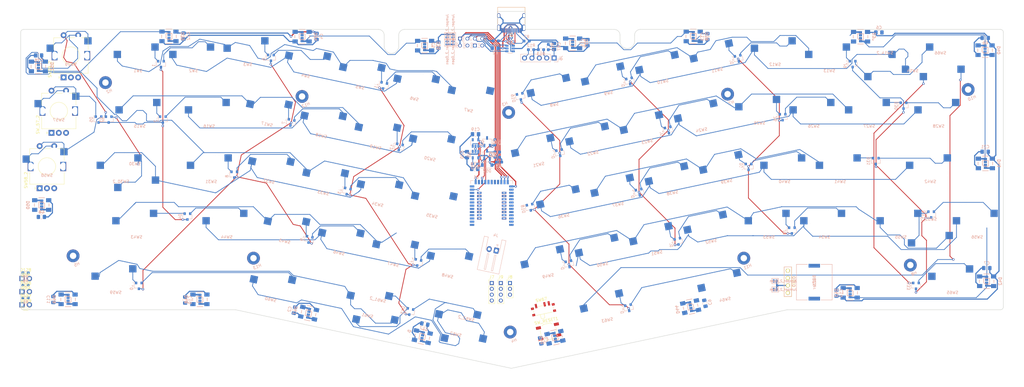
<source format=kicad_pcb>
(kicad_pcb (version 20171130) (host pcbnew "(5.1.10-1-10_14)")
  (layers (0 F.Cu signal) (31 B.Cu signal) (34 B.Paste user) (35 F.Paste user) (36 B.SilkS user) (37 F.SilkS user) (38 B.Mask user) (39 F.Mask user) (44 Edge.Cuts user))
  (net 0 "")
  (net 1 c0)
  (net 2 "Net-(D1-Pad2)")
  (net 3 "Net-(D1-Pad1)")
  (net 4 "Net-(D2-Pad2)")
  (net 5 "Net-(D2-Pad1)")
  (net 6 "Net-(D3-Pad2)")
  (net 7 "Net-(D4-Pad2)")
  (net 8 "Net-(D4-Pad1)")
  (net 9 c1)
  (net 10 "Net-(D6-Pad2)")
  (net 11 "Net-(D6-Pad1)")
  (net 12 "Net-(D7-Pad2)")
  (net 13 "Net-(D7-Pad1)")
  (net 14 "Net-(D8-Pad2)")
  (net 15 "Net-(D8-Pad1)")
  (net 16 "Net-(D9-Pad2)")
  (net 17 "Net-(D9-Pad1)")
  (net 18 "Net-(D10-Pad2)")
  (net 19 "Net-(D10-Pad1)")
  (net 20 c2)
  (net 21 "Net-(D11-Pad2)")
  (net 22 "Net-(D11-Pad1)")
  (net 23 "Net-(D12-Pad2)")
  (net 24 "Net-(D12-Pad1)")
  (net 25 "Net-(D13-Pad2)")
  (net 26 "Net-(D13-Pad1)")
  (net 27 "Net-(D14-Pad2)")
  (net 28 "Net-(D14-Pad1)")
  (net 29 "Net-(D15-Pad2)")
  (net 30 "Net-(D15-Pad1)")
  (net 31 c3)
  (net 32 "Net-(D16-Pad2)")
  (net 33 "Net-(D16-Pad1)")
  (net 34 "Net-(D17-Pad2)")
  (net 35 "Net-(D17-Pad1)")
  (net 36 "Net-(D18-Pad2)")
  (net 37 "Net-(D18-Pad1)")
  (net 38 "Net-(D19-Pad2)")
  (net 39 "Net-(D19-Pad1)")
  (net 40 "Net-(D20-Pad2)")
  (net 41 "Net-(D20-Pad1)")
  (net 42 c4)
  (net 43 "Net-(D21-Pad2)")
  (net 44 "Net-(D21-Pad1)")
  (net 45 "Net-(D22-Pad2)")
  (net 46 "Net-(D22-Pad1)")
  (net 47 "Net-(D23-Pad2)")
  (net 48 "Net-(D23-Pad1)")
  (net 49 "Net-(D24-Pad2)")
  (net 50 "Net-(D24-Pad1)")
  (net 51 c5)
  (net 52 "Net-(D25-Pad2)")
  (net 53 "Net-(D25-Pad1)")
  (net 54 "Net-(D26-Pad2)")
  (net 55 "Net-(D26-Pad1)")
  (net 56 "Net-(D27-Pad2)")
  (net 57 "Net-(D27-Pad1)")
  (net 58 "Net-(D28-Pad2)")
  (net 59 "Net-(D28-Pad1)")
  (net 60 c6)
  (net 61 "Net-(D29-Pad2)")
  (net 62 "Net-(D29-Pad1)")
  (net 63 "Net-(D30-Pad2)")
  (net 64 "Net-(D30-Pad1)")
  (net 65 "Net-(D31-Pad2)")
  (net 66 "Net-(D31-Pad1)")
  (net 67 "Net-(D32-Pad2)")
  (net 68 "Net-(D32-Pad1)")
  (net 69 "Net-(D33-Pad2)")
  (net 70 "Net-(D33-Pad1)")
  (net 71 r0)
  (net 72 r1)
  (net 73 r2)
  (net 74 r3)
  (net 75 r4)
  (net 76 r5)
  (net 77 r6)
  (net 78 r7)
  (net 79 r8)
  (net 80 r9)
  (net 81 rot1s2)
  (net 82 rot1b)
  (net 83 rot1a)
  (net 84 rot3s2)
  (net 85 rot3b)
  (net 86 rot3a)
  (net 87 rot2s2)
  (net 88 rot2b)
  (net 89 rot2a)
  (net 90 EXT_VCC)
  (net 91 GND)
  (net 92 "Net-(C18-Pad1)")
  (net 93 nRF_VDD)
  (net 94 VBAT)
  (net 95 "Net-(D34-Pad2)")
  (net 96 LED_UNDERGLOW)
  (net 97 "Net-(D35-Pad2)")
  (net 98 "Net-(D35-Pad4)")
  (net 99 "Net-(D36-Pad2)")
  (net 100 "Net-(D37-Pad2)")
  (net 101 "Net-(D38-Pad2)")
  (net 102 "Net-(D39-Pad2)")
  (net 103 "Net-(D40-Pad2)")
  (net 104 "Net-(D41-Pad2)")
  (net 105 "Net-(D42-Pad2)")
  (net 106 "Net-(D43-Pad2)")
  (net 107 "Net-(D44-Pad2)")
  (net 108 "Net-(D45-Pad2)")
  (net 109 "Net-(D46-Pad2)")
  (net 110 "Net-(D47-Pad2)")
  (net 111 "Net-(D48-Pad2)")
  (net 112 "Net-(D49-Pad2)")
  (net 113 "Net-(D50-Pad2)")
  (net 114 VBUS)
  (net 115 LED_INDICATOR)
  (net 116 SWC)
  (net 117 SWD)
  (net 118 DATA+)
  (net 119 DATA-)
  (net 120 SCL)
  (net 121 SDA)
  (net 122 "Net-(Q2-Pad3)")
  (net 123 POWER_PIN)
  (net 124 BATTERY_PIN)
  (net 125 "Net-(R9-Pad2)")
  (net 126 "Net-(R10-Pad1)")
  (net 127 "Net-(SW67-Pad1)")
  (net 128 RESET)
  (net 129 "Net-(U2-Pad4)")
  (net 130 cc1)
  (net 131 d-)
  (net 132 d+)
  (net 133 cc2)
  (net 134 "Net-(F2-Pad2)")
  (net 135 "Net-(J1-PadB8)")
  (net 136 "Net-(J1-PadA8)")
  (net 137 "Net-(J2-PadB8)")
  (net 138 "Net-(J2-PadA8)")
  (net 139 "Net-(D126-Pad1)")
  (net 140 BUZZER_B)
  (net 141 BUZZER_A)
  (net 142 /treset)
  (net 143 "Net-(D128-Pad1)")
  (net 144 LED_INDICATOR2)
  (net 145 "Net-(D127-Pad1)")
  (net 146 T_CLK)
  (net 147 T_DATA)
  (net 148 TRACPOINT_POWER)
  (net 149 OLED_POWER)
  (net 150 UNDERGLOW_POWER)
  (net 151 NFC2)
  (net 152 NFC1)
  (net 153 /P0.20)
  (net 154 /P0.24)
  (net 155 /P1.05)
  (net 156 /P1.07)
  (net 157 /P1.12)
  (net 158 /P0.14)
  (net 159 /P1.26)
  (net 160 /P0.13)
  (net 161 /P0.16)
  (module Connector_PinHeader_2.00mm:PinHeader_1x04_P2.00mm_Vertical (layer F.Cu) (at 188.15 -44.85)
    (fp_text reference J9 (at 0 -2.06) (layer F.SilkS))
    (fp_text value Conn_01x04)
    (pad 4 thru_hole oval (at 0 6) (size 1.35 1.35) (drill 0.8) (layers *.Cu *.Mask) (net 156 /P1.07))
    (pad 3 thru_hole oval (at 0 4) (size 1.35 1.35) (drill 0.8) (layers *.Cu *.Mask) (net 155 /P1.05))
    (pad 2 thru_hole oval (at 0 2) (size 1.35 1.35) (drill 0.8) (layers *.Cu *.Mask) (net 154 /P0.24))
    (pad 1 thru_hole rect (at 0 0) (size 1.35 1.35) (drill 0.8) (layers *.Cu *.Mask) (net 153 /P0.20))
  )
  (module Connector_PinHeader_2.00mm:PinHeader_1x03_P2.00mm_Vertical (layer F.Cu) (at 191.3 -44.85)
    (fp_text reference J8 (at 0 -2.06) (layer F.SilkS))
    (fp_text value Conn_01x03)
    (pad 3 thru_hole oval (at 0 4) (size 1.35 1.35) (drill 0.8) (layers *.Cu *.Mask) (net 158 /P0.14))
    (pad 2 thru_hole oval (at 0 2) (size 1.35 1.35) (drill 0.8) (layers *.Cu *.Mask) (net 160 /P0.13))
    (pad 1 thru_hole rect (at 0 0) (size 1.35 1.35) (drill 0.8) (layers *.Cu *.Mask) (net 161 /P0.16))
  )
  (module Connector_PinHeader_2.00mm:PinHeader_1x04_P2.00mm_Vertical (layer F.Cu) (at 185.05 -44.85)
    (fp_text reference J7 (at 0 -2.06) (layer F.SilkS))
    (fp_text value Conn_01x04)
    (pad 4 thru_hole oval (at 0 6) (size 1.35 1.35) (drill 0.8) (layers *.Cu *.Mask) (net 157 /P1.12))
    (pad 3 thru_hole oval (at 0 4) (size 1.35 1.35) (drill 0.8) (layers *.Cu *.Mask) (net 159 /P1.26))
    (pad 2 thru_hole oval (at 0 2) (size 1.35 1.35) (drill 0.8) (layers *.Cu *.Mask) (net 152 NFC1))
    (pad 1 thru_hole rect (at 0 0) (size 1.35 1.35) (drill 0.8) (layers *.Cu *.Mask) (net 151 NFC2))
  )
  (module Connector_JST:JST_XH_S2B-XH-A-1_1x02_P2.50mm_Horizontal (layer B.Cu) (at 186.6 -56 168)
    (fp_text reference J4 (at 1.25 5.1 168) (layer B.SilkS) (effects (justify mirror)))
    (fp_text value Conn_01x02)
    (pad 2 thru_hole oval (at 2.5 0 168) (size 1.7 2) (drill 1) (layers *.Cu *.Mask) (net 94 VBAT))
    (pad 1 thru_hole roundrect (at 0 0 168) (size 1.7 2) (drill 1) (layers *.Cu *.Mask) (roundrect_rratio 0.147059) (net 91 GND))
  )
  (module WS2812B:WS2812B_data-bridgeable (layer B.Cu) (at 74.259732 -129.625731 90)
    (fp_text reference D35 (at 0 4.7 90) (layer B.SilkS) (effects (font (thickness 0.2)) (justify mirror)))
    (fp_text value WS2812B hide)
    (pad 4 smd rect (at 1.6 -0.3 90) (size 0.5 1.6) (layers B.Cu) (net 98 "Net-(D35-Pad4)"))
    (pad 2 smd rect (at -1.6 0.3 90) (size 0.5 1.6) (layers B.Cu) (net 97 "Net-(D35-Pad2)"))
    (pad 2 smd rect (at -0.4 0 90) (size 0.5 1) (layers B.Cu B.Mask) (net 97 "Net-(D35-Pad2)"))
    (pad 4 smd rect (at 0.4 0 90) (size 0.5 1) (layers B.Cu B.Mask) (net 98 "Net-(D35-Pad4)"))
    (pad 2 smd rect (at -1.6 1 90) (size 0.5 3) (layers B.Cu) (net 97 "Net-(D35-Pad2)"))
    (pad 4 smd rect (at 1 0 90) (size 1.7 1) (layers B.Cu) (net 98 "Net-(D35-Pad4)"))
    (pad 2 smd rect (at -1 0 90) (size 1.7 1) (layers B.Cu) (net 97 "Net-(D35-Pad2)"))
    (pad 4 smd rect (at 1.6 -1 90) (size 0.5 3) (layers B.Cu) (net 98 "Net-(D35-Pad4)"))
    (pad 4 smd rect (at 1.65 -2.4 90) (size 1.4 1.8) (layers B.Cu B.Paste B.Mask) (net 98 "Net-(D35-Pad4)"))
    (pad 3 smd rect (at -1.65 -2.4 90) (size 1.4 1.8) (layers B.Cu B.Paste B.Mask) (net 91 GND))
    (pad 2 smd rect (at -1.65 2.4 90) (size 1.4 1.8) (layers B.Cu B.Paste B.Mask) (net 97 "Net-(D35-Pad2)"))
    (pad 1 smd rect (at 1.65 2.4 90) (size 1.4 1.8) (layers B.Cu B.Paste B.Mask) (net 150 UNDERGLOW_POWER))
  )
  (module Capacitor_SMD:C_0805_2012Metric_Pad1.18x1.45mm_HandSolder (layer B.Cu) (at 354.383482 -89.975735 180)
    (fp_text reference C21 (at 0 1.68) (layer B.SilkS) (effects (justify mirror)))
    (fp_text value 0.1uF)
    (pad 2 smd roundrect (at 1.0375 0 180) (size 1.175 1.45) (layers B.Cu B.Paste B.Mask) (roundrect_rratio 0.212766) (net 91 GND))
    (pad 1 smd roundrect (at -1.0375 0 180) (size 1.175 1.45) (layers B.Cu B.Paste B.Mask) (roundrect_rratio 0.212766) (net 150 UNDERGLOW_POWER))
  )
  (module WS2812B:WS2812B_data-bridgeable (layer B.Cu) (at 29.447232 -119.288235 90)
    (fp_text reference D51 (at 0 4.7 90) (layer B.SilkS) (effects (font (thickness 0.2)) (justify mirror)))
    (fp_text value WS2812B hide)
    (pad 4 smd rect (at 1.6 -0.3 90) (size 0.5 1.6) (layers B.Cu) (net 113 "Net-(D50-Pad2)"))
    (pad 2 smd rect (at -1.6 0.3 90) (size 0.5 1.6) (layers B.Cu) (net 98 "Net-(D35-Pad4)"))
    (pad 2 smd rect (at -0.4 0 90) (size 0.5 1) (layers B.Cu B.Mask) (net 98 "Net-(D35-Pad4)"))
    (pad 4 smd rect (at 0.4 0 90) (size 0.5 1) (layers B.Cu B.Mask) (net 113 "Net-(D50-Pad2)"))
    (pad 2 smd rect (at -1.6 1 90) (size 0.5 3) (layers B.Cu) (net 98 "Net-(D35-Pad4)"))
    (pad 4 smd rect (at 1 0 90) (size 1.7 1) (layers B.Cu) (net 113 "Net-(D50-Pad2)"))
    (pad 2 smd rect (at -1 0 90) (size 1.7 1) (layers B.Cu) (net 98 "Net-(D35-Pad4)"))
    (pad 4 smd rect (at 1.6 -1 90) (size 0.5 3) (layers B.Cu) (net 113 "Net-(D50-Pad2)"))
    (pad 4 smd rect (at 1.65 -2.4 90) (size 1.4 1.8) (layers B.Cu B.Paste B.Mask) (net 113 "Net-(D50-Pad2)"))
    (pad 3 smd rect (at -1.65 -2.4 90) (size 1.4 1.8) (layers B.Cu B.Paste B.Mask) (net 91 GND))
    (pad 2 smd rect (at -1.65 2.4 90) (size 1.4 1.8) (layers B.Cu B.Paste B.Mask) (net 98 "Net-(D35-Pad4)"))
    (pad 1 smd rect (at 1.65 2.4 90) (size 1.4 1.8) (layers B.Cu B.Paste B.Mask) (net 150 UNDERGLOW_POWER))
  )
  (module WS2812B:WS2812B_data-bridgeable (layer B.Cu) (at 30.583483 -71.663233 270)
    (fp_text reference D50 (at 0 4.7 90) (layer B.SilkS) (effects (font (thickness 0.2)) (justify mirror)))
    (fp_text value WS2812B hide)
    (pad 4 smd rect (at 1.6 -0.3 270) (size 0.5 1.6) (layers B.Cu) (net 112 "Net-(D49-Pad2)"))
    (pad 2 smd rect (at -1.6 0.3 270) (size 0.5 1.6) (layers B.Cu) (net 113 "Net-(D50-Pad2)"))
    (pad 2 smd rect (at -0.4 0 270) (size 0.5 1) (layers B.Cu B.Mask) (net 113 "Net-(D50-Pad2)"))
    (pad 4 smd rect (at 0.4 0 270) (size 0.5 1) (layers B.Cu B.Mask) (net 112 "Net-(D49-Pad2)"))
    (pad 2 smd rect (at -1.6 1 270) (size 0.5 3) (layers B.Cu) (net 113 "Net-(D50-Pad2)"))
    (pad 4 smd rect (at 1 0 270) (size 1.7 1) (layers B.Cu) (net 112 "Net-(D49-Pad2)"))
    (pad 2 smd rect (at -1 0 270) (size 1.7 1) (layers B.Cu) (net 113 "Net-(D50-Pad2)"))
    (pad 4 smd rect (at 1.6 -1 270) (size 0.5 3) (layers B.Cu) (net 112 "Net-(D49-Pad2)"))
    (pad 4 smd rect (at 1.65 -2.4 270) (size 1.4 1.8) (layers B.Cu B.Paste B.Mask) (net 112 "Net-(D49-Pad2)"))
    (pad 3 smd rect (at -1.65 -2.4 270) (size 1.4 1.8) (layers B.Cu B.Paste B.Mask) (net 91 GND))
    (pad 2 smd rect (at -1.65 2.4 270) (size 1.4 1.8) (layers B.Cu B.Paste B.Mask) (net 113 "Net-(D50-Pad2)"))
    (pad 1 smd rect (at 1.65 2.4 270) (size 1.4 1.8) (layers B.Cu B.Paste B.Mask) (net 150 UNDERGLOW_POWER))
  )
  (module WS2812B:WS2812B_data-bridgeable (layer B.Cu) (at 39.640699 -39.256611 270)
    (fp_text reference D49 (at 0 4.7 90) (layer B.SilkS) (effects (font (thickness 0.2)) (justify mirror)))
    (fp_text value WS2812B hide)
    (pad 4 smd rect (at 1.6 -0.3 270) (size 0.5 1.6) (layers B.Cu) (net 111 "Net-(D48-Pad2)"))
    (pad 2 smd rect (at -1.6 0.3 270) (size 0.5 1.6) (layers B.Cu) (net 112 "Net-(D49-Pad2)"))
    (pad 2 smd rect (at -0.4 0 270) (size 0.5 1) (layers B.Cu B.Mask) (net 112 "Net-(D49-Pad2)"))
    (pad 4 smd rect (at 0.4 0 270) (size 0.5 1) (layers B.Cu B.Mask) (net 111 "Net-(D48-Pad2)"))
    (pad 2 smd rect (at -1.6 1 270) (size 0.5 3) (layers B.Cu) (net 112 "Net-(D49-Pad2)"))
    (pad 4 smd rect (at 1 0 270) (size 1.7 1) (layers B.Cu) (net 111 "Net-(D48-Pad2)"))
    (pad 2 smd rect (at -1 0 270) (size 1.7 1) (layers B.Cu) (net 112 "Net-(D49-Pad2)"))
    (pad 4 smd rect (at 1.6 -1 270) (size 0.5 3) (layers B.Cu) (net 111 "Net-(D48-Pad2)"))
    (pad 4 smd rect (at 1.65 -2.4 270) (size 1.4 1.8) (layers B.Cu B.Paste B.Mask) (net 111 "Net-(D48-Pad2)"))
    (pad 3 smd rect (at -1.65 -2.4 270) (size 1.4 1.8) (layers B.Cu B.Paste B.Mask) (net 91 GND))
    (pad 2 smd rect (at -1.65 2.4 270) (size 1.4 1.8) (layers B.Cu B.Paste B.Mask) (net 112 "Net-(D49-Pad2)"))
    (pad 1 smd rect (at 1.65 2.4 270) (size 1.4 1.8) (layers B.Cu B.Paste B.Mask) (net 150 UNDERGLOW_POWER))
  )
  (module WS2812B:WS2812B_data-bridgeable (layer B.Cu) (at 84.884449 -39.25661 270)
    (fp_text reference D48 (at 0 4.7 90) (layer B.SilkS) (effects (font (thickness 0.2)) (justify mirror)))
    (fp_text value WS2812B hide)
    (pad 4 smd rect (at 1.6 -0.3 270) (size 0.5 1.6) (layers B.Cu) (net 110 "Net-(D47-Pad2)"))
    (pad 2 smd rect (at -1.6 0.3 270) (size 0.5 1.6) (layers B.Cu) (net 111 "Net-(D48-Pad2)"))
    (pad 2 smd rect (at -0.4 0 270) (size 0.5 1) (layers B.Cu B.Mask) (net 111 "Net-(D48-Pad2)"))
    (pad 4 smd rect (at 0.4 0 270) (size 0.5 1) (layers B.Cu B.Mask) (net 110 "Net-(D47-Pad2)"))
    (pad 2 smd rect (at -1.6 1 270) (size 0.5 3) (layers B.Cu) (net 111 "Net-(D48-Pad2)"))
    (pad 4 smd rect (at 1 0 270) (size 1.7 1) (layers B.Cu) (net 110 "Net-(D47-Pad2)"))
    (pad 2 smd rect (at -1 0 270) (size 1.7 1) (layers B.Cu) (net 111 "Net-(D48-Pad2)"))
    (pad 4 smd rect (at 1.6 -1 270) (size 0.5 3) (layers B.Cu) (net 110 "Net-(D47-Pad2)"))
    (pad 4 smd rect (at 1.65 -2.4 270) (size 1.4 1.8) (layers B.Cu B.Paste B.Mask) (net 110 "Net-(D47-Pad2)"))
    (pad 3 smd rect (at -1.65 -2.4 270) (size 1.4 1.8) (layers B.Cu B.Paste B.Mask) (net 91 GND))
    (pad 2 smd rect (at -1.65 2.4 270) (size 1.4 1.8) (layers B.Cu B.Paste B.Mask) (net 111 "Net-(D48-Pad2)"))
    (pad 1 smd rect (at 1.65 2.4 270) (size 1.4 1.8) (layers B.Cu B.Paste B.Mask) (net 150 UNDERGLOW_POWER))
  )
  (module WS2812B:WS2812B_data-bridgeable (layer B.Cu) (at 122.1907 -34.49411 258)
    (fp_text reference D47 (at 0 4.7 78) (layer B.SilkS) (effects (font (thickness 0.2)) (justify mirror)))
    (fp_text value WS2812B hide)
    (pad 4 smd rect (at 1.6 -0.3 258) (size 0.5 1.6) (layers B.Cu) (net 109 "Net-(D46-Pad2)"))
    (pad 2 smd rect (at -1.6 0.3 258) (size 0.5 1.6) (layers B.Cu) (net 110 "Net-(D47-Pad2)"))
    (pad 2 smd rect (at -0.4 0 258) (size 0.5 1) (layers B.Cu B.Mask) (net 110 "Net-(D47-Pad2)"))
    (pad 4 smd rect (at 0.4 0 258) (size 0.5 1) (layers B.Cu B.Mask) (net 109 "Net-(D46-Pad2)"))
    (pad 2 smd rect (at -1.6 1 258) (size 0.5 3) (layers B.Cu) (net 110 "Net-(D47-Pad2)"))
    (pad 4 smd rect (at 1 0 258) (size 1.7 1) (layers B.Cu) (net 109 "Net-(D46-Pad2)"))
    (pad 2 smd rect (at -1 0 258) (size 1.7 1) (layers B.Cu) (net 110 "Net-(D47-Pad2)"))
    (pad 4 smd rect (at 1.6 -1 258) (size 0.5 3) (layers B.Cu) (net 109 "Net-(D46-Pad2)"))
    (pad 4 smd rect (at 1.65 -2.4 258) (size 1.4 1.8) (layers B.Cu B.Paste B.Mask) (net 109 "Net-(D46-Pad2)"))
    (pad 3 smd rect (at -1.65 -2.4 258) (size 1.4 1.8) (layers B.Cu B.Paste B.Mask) (net 91 GND))
    (pad 2 smd rect (at -1.65 2.4 258) (size 1.4 1.8) (layers B.Cu B.Paste B.Mask) (net 110 "Net-(D47-Pad2)"))
    (pad 1 smd rect (at 1.65 2.4 258) (size 1.4 1.8) (layers B.Cu B.Paste B.Mask) (net 150 UNDERGLOW_POWER))
  )
  (module WS2812B:WS2812B_data-bridgeable (layer B.Cu) (at 161.209732 -26.419485 258)
    (fp_text reference D46 (at 0 4.7 78) (layer B.SilkS) (effects (font (thickness 0.2)) (justify mirror)))
    (fp_text value WS2812B hide)
    (pad 4 smd rect (at 1.6 -0.3 258) (size 0.5 1.6) (layers B.Cu) (net 108 "Net-(D45-Pad2)"))
    (pad 2 smd rect (at -1.6 0.3 258) (size 0.5 1.6) (layers B.Cu) (net 109 "Net-(D46-Pad2)"))
    (pad 2 smd rect (at -0.4 0 258) (size 0.5 1) (layers B.Cu B.Mask) (net 109 "Net-(D46-Pad2)"))
    (pad 4 smd rect (at 0.4 0 258) (size 0.5 1) (layers B.Cu B.Mask) (net 108 "Net-(D45-Pad2)"))
    (pad 2 smd rect (at -1.6 1 258) (size 0.5 3) (layers B.Cu) (net 109 "Net-(D46-Pad2)"))
    (pad 4 smd rect (at 1 0 258) (size 1.7 1) (layers B.Cu) (net 108 "Net-(D45-Pad2)"))
    (pad 2 smd rect (at -1 0 258) (size 1.7 1) (layers B.Cu) (net 109 "Net-(D46-Pad2)"))
    (pad 4 smd rect (at 1.6 -1 258) (size 0.5 3) (layers B.Cu) (net 108 "Net-(D45-Pad2)"))
    (pad 4 smd rect (at 1.65 -2.4 258) (size 1.4 1.8) (layers B.Cu B.Paste B.Mask) (net 108 "Net-(D45-Pad2)"))
    (pad 3 smd rect (at -1.65 -2.4 258) (size 1.4 1.8) (layers B.Cu B.Paste B.Mask) (net 91 GND))
    (pad 2 smd rect (at -1.65 2.4 258) (size 1.4 1.8) (layers B.Cu B.Paste B.Mask) (net 109 "Net-(D46-Pad2)"))
    (pad 1 smd rect (at 1.65 2.4 258) (size 1.4 1.8) (layers B.Cu B.Paste B.Mask) (net 150 UNDERGLOW_POWER))
  )
  (module WS2812B:WS2812B_data-bridgeable (layer B.Cu) (at 206.734732 -26.200732 282)
    (fp_text reference D45 (at 0 4.7 102) (layer B.SilkS) (effects (font (thickness 0.2)) (justify mirror)))
    (fp_text value WS2812B hide)
    (pad 4 smd rect (at 1.6 -0.3 282) (size 0.5 1.6) (layers B.Cu) (net 107 "Net-(D44-Pad2)"))
    (pad 2 smd rect (at -1.6 0.3 282) (size 0.5 1.6) (layers B.Cu) (net 108 "Net-(D45-Pad2)"))
    (pad 2 smd rect (at -0.4 0 282) (size 0.5 1) (layers B.Cu B.Mask) (net 108 "Net-(D45-Pad2)"))
    (pad 4 smd rect (at 0.4 0 282) (size 0.5 1) (layers B.Cu B.Mask) (net 107 "Net-(D44-Pad2)"))
    (pad 2 smd rect (at -1.6 1 282) (size 0.5 3) (layers B.Cu) (net 108 "Net-(D45-Pad2)"))
    (pad 4 smd rect (at 1 0 282) (size 1.7 1) (layers B.Cu) (net 107 "Net-(D44-Pad2)"))
    (pad 2 smd rect (at -1 0 282) (size 1.7 1) (layers B.Cu) (net 108 "Net-(D45-Pad2)"))
    (pad 4 smd rect (at 1.6 -1 282) (size 0.5 3) (layers B.Cu) (net 107 "Net-(D44-Pad2)"))
    (pad 4 smd rect (at 1.65 -2.4 282) (size 1.4 1.8) (layers B.Cu B.Paste B.Mask) (net 107 "Net-(D44-Pad2)"))
    (pad 3 smd rect (at -1.65 -2.4 282) (size 1.4 1.8) (layers B.Cu B.Paste B.Mask) (net 91 GND))
    (pad 2 smd rect (at -1.65 2.4 282) (size 1.4 1.8) (layers B.Cu B.Paste B.Mask) (net 108 "Net-(D45-Pad2)"))
    (pad 1 smd rect (at 1.65 2.4 282) (size 1.4 1.8) (layers B.Cu B.Paste B.Mask) (net 150 UNDERGLOW_POWER))
  )
  (module WS2812B:WS2812B_data-bridgeable (layer B.Cu) (at 253.284731 -36.73823 282)
    (fp_text reference D44 (at 0 4.7 102) (layer B.SilkS) (effects (font (thickness 0.2)) (justify mirror)))
    (fp_text value WS2812B hide)
    (pad 4 smd rect (at 1.6 -0.3 282) (size 0.5 1.6) (layers B.Cu) (net 106 "Net-(D43-Pad2)"))
    (pad 2 smd rect (at -1.6 0.3 282) (size 0.5 1.6) (layers B.Cu) (net 107 "Net-(D44-Pad2)"))
    (pad 2 smd rect (at -0.4 0 282) (size 0.5 1) (layers B.Cu B.Mask) (net 107 "Net-(D44-Pad2)"))
    (pad 4 smd rect (at 0.4 0 282) (size 0.5 1) (layers B.Cu B.Mask) (net 106 "Net-(D43-Pad2)"))
    (pad 2 smd rect (at -1.6 1 282) (size 0.5 3) (layers B.Cu) (net 107 "Net-(D44-Pad2)"))
    (pad 4 smd rect (at 1 0 282) (size 1.7 1) (layers B.Cu) (net 106 "Net-(D43-Pad2)"))
    (pad 2 smd rect (at -1 0 282) (size 1.7 1) (layers B.Cu) (net 107 "Net-(D44-Pad2)"))
    (pad 4 smd rect (at 1.6 -1 282) (size 0.5 3) (layers B.Cu) (net 106 "Net-(D43-Pad2)"))
    (pad 4 smd rect (at 1.65 -2.4 282) (size 1.4 1.8) (layers B.Cu B.Paste B.Mask) (net 106 "Net-(D43-Pad2)"))
    (pad 3 smd rect (at -1.65 -2.4 282) (size 1.4 1.8) (layers B.Cu B.Paste B.Mask) (net 91 GND))
    (pad 2 smd rect (at -1.65 2.4 282) (size 1.4 1.8) (layers B.Cu B.Paste B.Mask) (net 107 "Net-(D44-Pad2)"))
    (pad 1 smd rect (at 1.65 2.4 282) (size 1.4 1.8) (layers B.Cu B.Paste B.Mask) (net 150 UNDERGLOW_POWER))
  )
  (module WS2812B:WS2812B_data-bridgeable (layer B.Cu) (at 308.053481 -41.500732 270)
    (fp_text reference D43 (at 0 4.7 90) (layer B.SilkS) (effects (font (thickness 0.2)) (justify mirror)))
    (fp_text value WS2812B hide)
    (pad 4 smd rect (at 1.6 -0.3 270) (size 0.5 1.6) (layers B.Cu) (net 105 "Net-(D42-Pad2)"))
    (pad 2 smd rect (at -1.6 0.3 270) (size 0.5 1.6) (layers B.Cu) (net 106 "Net-(D43-Pad2)"))
    (pad 2 smd rect (at -0.4 0 270) (size 0.5 1) (layers B.Cu B.Mask) (net 106 "Net-(D43-Pad2)"))
    (pad 4 smd rect (at 0.4 0 270) (size 0.5 1) (layers B.Cu B.Mask) (net 105 "Net-(D42-Pad2)"))
    (pad 2 smd rect (at -1.6 1 270) (size 0.5 3) (layers B.Cu) (net 106 "Net-(D43-Pad2)"))
    (pad 4 smd rect (at 1 0 270) (size 1.7 1) (layers B.Cu) (net 105 "Net-(D42-Pad2)"))
    (pad 2 smd rect (at -1 0 270) (size 1.7 1) (layers B.Cu) (net 106 "Net-(D43-Pad2)"))
    (pad 4 smd rect (at 1.6 -1 270) (size 0.5 3) (layers B.Cu) (net 105 "Net-(D42-Pad2)"))
    (pad 4 smd rect (at 1.65 -2.4 270) (size 1.4 1.8) (layers B.Cu B.Paste B.Mask) (net 105 "Net-(D42-Pad2)"))
    (pad 3 smd rect (at -1.65 -2.4 270) (size 1.4 1.8) (layers B.Cu B.Paste B.Mask) (net 91 GND))
    (pad 2 smd rect (at -1.65 2.4 270) (size 1.4 1.8) (layers B.Cu B.Paste B.Mask) (net 106 "Net-(D43-Pad2)"))
    (pad 1 smd rect (at 1.65 2.4 270) (size 1.4 1.8) (layers B.Cu B.Paste B.Mask) (net 150 UNDERGLOW_POWER))
  )
  (module WS2812B:WS2812B_data-bridgeable (layer B.Cu) (at 354.884731 -45.469481 90)
    (fp_text reference D42 (at 0 4.7 90) (layer B.SilkS) (effects (font (thickness 0.2)) (justify mirror)))
    (fp_text value WS2812B hide)
    (pad 4 smd rect (at 1.6 -0.3 90) (size 0.5 1.6) (layers B.Cu) (net 104 "Net-(D41-Pad2)"))
    (pad 2 smd rect (at -1.6 0.3 90) (size 0.5 1.6) (layers B.Cu) (net 105 "Net-(D42-Pad2)"))
    (pad 2 smd rect (at -0.4 0 90) (size 0.5 1) (layers B.Cu B.Mask) (net 105 "Net-(D42-Pad2)"))
    (pad 4 smd rect (at 0.4 0 90) (size 0.5 1) (layers B.Cu B.Mask) (net 104 "Net-(D41-Pad2)"))
    (pad 2 smd rect (at -1.6 1 90) (size 0.5 3) (layers B.Cu) (net 105 "Net-(D42-Pad2)"))
    (pad 4 smd rect (at 1 0 90) (size 1.7 1) (layers B.Cu) (net 104 "Net-(D41-Pad2)"))
    (pad 2 smd rect (at -1 0 90) (size 1.7 1) (layers B.Cu) (net 105 "Net-(D42-Pad2)"))
    (pad 4 smd rect (at 1.6 -1 90) (size 0.5 3) (layers B.Cu) (net 104 "Net-(D41-Pad2)"))
    (pad 4 smd rect (at 1.65 -2.4 90) (size 1.4 1.8) (layers B.Cu B.Paste B.Mask) (net 104 "Net-(D41-Pad2)"))
    (pad 3 smd rect (at -1.65 -2.4 90) (size 1.4 1.8) (layers B.Cu B.Paste B.Mask) (net 91 GND))
    (pad 2 smd rect (at -1.65 2.4 90) (size 1.4 1.8) (layers B.Cu B.Paste B.Mask) (net 105 "Net-(D42-Pad2)"))
    (pad 1 smd rect (at 1.65 2.4 90) (size 1.4 1.8) (layers B.Cu B.Paste B.Mask) (net 150 UNDERGLOW_POWER))
  )
  (module WS2812B:WS2812B_data-bridgeable (layer B.Cu) (at 354.452231 -85.950732 90)
    (fp_text reference D41 (at 0 4.7 90) (layer B.SilkS) (effects (font (thickness 0.2)) (justify mirror)))
    (fp_text value WS2812B hide)
    (pad 4 smd rect (at 1.6 -0.3 90) (size 0.5 1.6) (layers B.Cu) (net 103 "Net-(D40-Pad2)"))
    (pad 2 smd rect (at -1.6 0.3 90) (size 0.5 1.6) (layers B.Cu) (net 104 "Net-(D41-Pad2)"))
    (pad 2 smd rect (at -0.4 0 90) (size 0.5 1) (layers B.Cu B.Mask) (net 104 "Net-(D41-Pad2)"))
    (pad 4 smd rect (at 0.4 0 90) (size 0.5 1) (layers B.Cu B.Mask) (net 103 "Net-(D40-Pad2)"))
    (pad 2 smd rect (at -1.6 1 90) (size 0.5 3) (layers B.Cu) (net 104 "Net-(D41-Pad2)"))
    (pad 4 smd rect (at 1 0 90) (size 1.7 1) (layers B.Cu) (net 103 "Net-(D40-Pad2)"))
    (pad 2 smd rect (at -1 0 90) (size 1.7 1) (layers B.Cu) (net 104 "Net-(D41-Pad2)"))
    (pad 4 smd rect (at 1.6 -1 90) (size 0.5 3) (layers B.Cu) (net 103 "Net-(D40-Pad2)"))
    (pad 4 smd rect (at 1.65 -2.4 90) (size 1.4 1.8) (layers B.Cu B.Paste B.Mask) (net 103 "Net-(D40-Pad2)"))
    (pad 3 smd rect (at -1.65 -2.4 90) (size 1.4 1.8) (layers B.Cu B.Paste B.Mask) (net 91 GND))
    (pad 2 smd rect (at -1.65 2.4 90) (size 1.4 1.8) (layers B.Cu B.Paste B.Mask) (net 104 "Net-(D41-Pad2)"))
    (pad 1 smd rect (at 1.65 2.4 90) (size 1.4 1.8) (layers B.Cu B.Paste B.Mask) (net 150 UNDERGLOW_POWER))
  )
  (module WS2812B:WS2812B_data-bridgeable (layer B.Cu) (at 354.345983 -124.875736 90)
    (fp_text reference D40 (at 0 4.7 90) (layer B.SilkS) (effects (font (thickness 0.2)) (justify mirror)))
    (fp_text value WS2812B hide)
    (pad 4 smd rect (at 1.6 -0.3 90) (size 0.5 1.6) (layers B.Cu) (net 102 "Net-(D39-Pad2)"))
    (pad 2 smd rect (at -1.6 0.3 90) (size 0.5 1.6) (layers B.Cu) (net 103 "Net-(D40-Pad2)"))
    (pad 2 smd rect (at -0.4 0 90) (size 0.5 1) (layers B.Cu B.Mask) (net 103 "Net-(D40-Pad2)"))
    (pad 4 smd rect (at 0.4 0 90) (size 0.5 1) (layers B.Cu B.Mask) (net 102 "Net-(D39-Pad2)"))
    (pad 2 smd rect (at -1.6 1 90) (size 0.5 3) (layers B.Cu) (net 103 "Net-(D40-Pad2)"))
    (pad 4 smd rect (at 1 0 90) (size 1.7 1) (layers B.Cu) (net 102 "Net-(D39-Pad2)"))
    (pad 2 smd rect (at -1 0 90) (size 1.7 1) (layers B.Cu) (net 103 "Net-(D40-Pad2)"))
    (pad 4 smd rect (at 1.6 -1 90) (size 0.5 3) (layers B.Cu) (net 102 "Net-(D39-Pad2)"))
    (pad 4 smd rect (at 1.65 -2.4 90) (size 1.4 1.8) (layers B.Cu B.Paste B.Mask) (net 102 "Net-(D39-Pad2)"))
    (pad 3 smd rect (at -1.65 -2.4 90) (size 1.4 1.8) (layers B.Cu B.Paste B.Mask) (net 91 GND))
    (pad 2 smd rect (at -1.65 2.4 90) (size 1.4 1.8) (layers B.Cu B.Paste B.Mask) (net 103 "Net-(D40-Pad2)"))
    (pad 1 smd rect (at 1.65 2.4 90) (size 1.4 1.8) (layers B.Cu B.Paste B.Mask) (net 150 UNDERGLOW_POWER))
  )
  (module WS2812B:WS2812B_data-bridgeable (layer B.Cu) (at 311.609732 -129.500731 90)
    (fp_text reference D39 (at 0 4.7 90) (layer B.SilkS) (effects (font (thickness 0.2)) (justify mirror)))
    (fp_text value WS2812B hide)
    (pad 4 smd rect (at 1.6 -0.3 90) (size 0.5 1.6) (layers B.Cu) (net 101 "Net-(D38-Pad2)"))
    (pad 2 smd rect (at -1.6 0.3 90) (size 0.5 1.6) (layers B.Cu) (net 102 "Net-(D39-Pad2)"))
    (pad 2 smd rect (at -0.4 0 90) (size 0.5 1) (layers B.Cu B.Mask) (net 102 "Net-(D39-Pad2)"))
    (pad 4 smd rect (at 0.4 0 90) (size 0.5 1) (layers B.Cu B.Mask) (net 101 "Net-(D38-Pad2)"))
    (pad 2 smd rect (at -1.6 1 90) (size 0.5 3) (layers B.Cu) (net 102 "Net-(D39-Pad2)"))
    (pad 4 smd rect (at 1 0 90) (size 1.7 1) (layers B.Cu) (net 101 "Net-(D38-Pad2)"))
    (pad 2 smd rect (at -1 0 90) (size 1.7 1) (layers B.Cu) (net 102 "Net-(D39-Pad2)"))
    (pad 4 smd rect (at 1.6 -1 90) (size 0.5 3) (layers B.Cu) (net 101 "Net-(D38-Pad2)"))
    (pad 4 smd rect (at 1.65 -2.4 90) (size 1.4 1.8) (layers B.Cu B.Paste B.Mask) (net 101 "Net-(D38-Pad2)"))
    (pad 3 smd rect (at -1.65 -2.4 90) (size 1.4 1.8) (layers B.Cu B.Paste B.Mask) (net 91 GND))
    (pad 2 smd rect (at -1.65 2.4 90) (size 1.4 1.8) (layers B.Cu B.Paste B.Mask) (net 102 "Net-(D39-Pad2)"))
    (pad 1 smd rect (at 1.65 2.4 90) (size 1.4 1.8) (layers B.Cu B.Paste B.Mask) (net 150 UNDERGLOW_POWER))
  )
  (module WS2812B:WS2812B_data-bridgeable (layer B.Cu) (at 254.184731 -129.606982 90)
    (fp_text reference D38 (at 0 4.7 90) (layer B.SilkS) (effects (font (thickness 0.2)) (justify mirror)))
    (fp_text value WS2812B hide)
    (pad 4 smd rect (at 1.6 -0.3 90) (size 0.5 1.6) (layers B.Cu) (net 100 "Net-(D37-Pad2)"))
    (pad 2 smd rect (at -1.6 0.3 90) (size 0.5 1.6) (layers B.Cu) (net 101 "Net-(D38-Pad2)"))
    (pad 2 smd rect (at -0.4 0 90) (size 0.5 1) (layers B.Cu B.Mask) (net 101 "Net-(D38-Pad2)"))
    (pad 4 smd rect (at 0.4 0 90) (size 0.5 1) (layers B.Cu B.Mask) (net 100 "Net-(D37-Pad2)"))
    (pad 2 smd rect (at -1.6 1 90) (size 0.5 3) (layers B.Cu) (net 101 "Net-(D38-Pad2)"))
    (pad 4 smd rect (at 1 0 90) (size 1.7 1) (layers B.Cu) (net 100 "Net-(D37-Pad2)"))
    (pad 2 smd rect (at -1 0 90) (size 1.7 1) (layers B.Cu) (net 101 "Net-(D38-Pad2)"))
    (pad 4 smd rect (at 1.6 -1 90) (size 0.5 3) (layers B.Cu) (net 100 "Net-(D37-Pad2)"))
    (pad 4 smd rect (at 1.65 -2.4 90) (size 1.4 1.8) (layers B.Cu B.Paste B.Mask) (net 100 "Net-(D37-Pad2)"))
    (pad 3 smd rect (at -1.65 -2.4 90) (size 1.4 1.8) (layers B.Cu B.Paste B.Mask) (net 91 GND))
    (pad 2 smd rect (at -1.65 2.4 90) (size 1.4 1.8) (layers B.Cu B.Paste B.Mask) (net 101 "Net-(D38-Pad2)"))
    (pad 1 smd rect (at 1.65 2.4 90) (size 1.4 1.8) (layers B.Cu B.Paste B.Mask) (net 150 UNDERGLOW_POWER))
  )
  (module WS2812B:WS2812B_data-bridgeable (layer B.Cu) (at 212.803482 -127.22573 90)
    (fp_text reference D37 (at 0 4.7 90) (layer B.SilkS) (effects (font (thickness 0.2)) (justify mirror)))
    (fp_text value WS2812B hide)
    (pad 4 smd rect (at 1.6 -0.3 90) (size 0.5 1.6) (layers B.Cu) (net 99 "Net-(D36-Pad2)"))
    (pad 2 smd rect (at -1.6 0.3 90) (size 0.5 1.6) (layers B.Cu) (net 100 "Net-(D37-Pad2)"))
    (pad 2 smd rect (at -0.4 0 90) (size 0.5 1) (layers B.Cu B.Mask) (net 100 "Net-(D37-Pad2)"))
    (pad 4 smd rect (at 0.4 0 90) (size 0.5 1) (layers B.Cu B.Mask) (net 99 "Net-(D36-Pad2)"))
    (pad 2 smd rect (at -1.6 1 90) (size 0.5 3) (layers B.Cu) (net 100 "Net-(D37-Pad2)"))
    (pad 4 smd rect (at 1 0 90) (size 1.7 1) (layers B.Cu) (net 99 "Net-(D36-Pad2)"))
    (pad 2 smd rect (at -1 0 90) (size 1.7 1) (layers B.Cu) (net 100 "Net-(D37-Pad2)"))
    (pad 4 smd rect (at 1.6 -1 90) (size 0.5 3) (layers B.Cu) (net 99 "Net-(D36-Pad2)"))
    (pad 4 smd rect (at 1.65 -2.4 90) (size 1.4 1.8) (layers B.Cu B.Paste B.Mask) (net 99 "Net-(D36-Pad2)"))
    (pad 3 smd rect (at -1.65 -2.4 90) (size 1.4 1.8) (layers B.Cu B.Paste B.Mask) (net 91 GND))
    (pad 2 smd rect (at -1.65 2.4 90) (size 1.4 1.8) (layers B.Cu B.Paste B.Mask) (net 100 "Net-(D37-Pad2)"))
    (pad 1 smd rect (at 1.65 2.4 90) (size 1.4 1.8) (layers B.Cu B.Paste B.Mask) (net 150 UNDERGLOW_POWER))
  )
  (module WS2812B:WS2812B_data-bridgeable (layer B.Cu) (at 162.003481 -126.431982 90)
    (fp_text reference D36 (at 0 4.7 90) (layer B.SilkS) (effects (font (thickness 0.2)) (justify mirror)))
    (fp_text value WS2812B hide)
    (pad 4 smd rect (at 1.6 -0.3 90) (size 0.5 1.6) (layers B.Cu) (net 95 "Net-(D34-Pad2)"))
    (pad 2 smd rect (at -1.6 0.3 90) (size 0.5 1.6) (layers B.Cu) (net 99 "Net-(D36-Pad2)"))
    (pad 2 smd rect (at -0.4 0 90) (size 0.5 1) (layers B.Cu B.Mask) (net 99 "Net-(D36-Pad2)"))
    (pad 4 smd rect (at 0.4 0 90) (size 0.5 1) (layers B.Cu B.Mask) (net 95 "Net-(D34-Pad2)"))
    (pad 2 smd rect (at -1.6 1 90) (size 0.5 3) (layers B.Cu) (net 99 "Net-(D36-Pad2)"))
    (pad 4 smd rect (at 1 0 90) (size 1.7 1) (layers B.Cu) (net 95 "Net-(D34-Pad2)"))
    (pad 2 smd rect (at -1 0 90) (size 1.7 1) (layers B.Cu) (net 99 "Net-(D36-Pad2)"))
    (pad 4 smd rect (at 1.6 -1 90) (size 0.5 3) (layers B.Cu) (net 95 "Net-(D34-Pad2)"))
    (pad 4 smd rect (at 1.65 -2.4 90) (size 1.4 1.8) (layers B.Cu B.Paste B.Mask) (net 95 "Net-(D34-Pad2)"))
    (pad 3 smd rect (at -1.65 -2.4 90) (size 1.4 1.8) (layers B.Cu B.Paste B.Mask) (net 91 GND))
    (pad 2 smd rect (at -1.65 2.4 90) (size 1.4 1.8) (layers B.Cu B.Paste B.Mask) (net 99 "Net-(D36-Pad2)"))
    (pad 1 smd rect (at 1.65 2.4 90) (size 1.4 1.8) (layers B.Cu B.Paste B.Mask) (net 150 UNDERGLOW_POWER))
  )
  (module WS2812B:WS2812B_data-bridgeable (layer B.Cu) (at 119.959731 -129.525732 90)
    (fp_text reference D34 (at 0 4.7 90) (layer B.SilkS) (effects (font (thickness 0.2)) (justify mirror)))
    (fp_text value WS2812B hide)
    (pad 4 smd rect (at 1.6 -0.3 90) (size 0.5 1.6) (layers B.Cu) (net 96 LED_UNDERGLOW))
    (pad 2 smd rect (at -1.6 0.3 90) (size 0.5 1.6) (layers B.Cu) (net 95 "Net-(D34-Pad2)"))
    (pad 2 smd rect (at -0.4 0 90) (size 0.5 1) (layers B.Cu B.Mask) (net 95 "Net-(D34-Pad2)"))
    (pad 4 smd rect (at 0.4 0 90) (size 0.5 1) (layers B.Cu B.Mask) (net 96 LED_UNDERGLOW))
    (pad 2 smd rect (at -1.6 1 90) (size 0.5 3) (layers B.Cu) (net 95 "Net-(D34-Pad2)"))
    (pad 4 smd rect (at 1 0 90) (size 1.7 1) (layers B.Cu) (net 96 LED_UNDERGLOW))
    (pad 2 smd rect (at -1 0 90) (size 1.7 1) (layers B.Cu) (net 95 "Net-(D34-Pad2)"))
    (pad 4 smd rect (at 1.6 -1 90) (size 0.5 3) (layers B.Cu) (net 96 LED_UNDERGLOW))
    (pad 4 smd rect (at 1.65 -2.4 90) (size 1.4 1.8) (layers B.Cu B.Paste B.Mask) (net 96 LED_UNDERGLOW))
    (pad 3 smd rect (at -1.65 -2.4 90) (size 1.4 1.8) (layers B.Cu B.Paste B.Mask) (net 91 GND))
    (pad 2 smd rect (at -1.65 2.4 90) (size 1.4 1.8) (layers B.Cu B.Paste B.Mask) (net 95 "Net-(D34-Pad2)"))
    (pad 1 smd rect (at 1.65 2.4 90) (size 1.4 1.8) (layers B.Cu B.Paste B.Mask) (net 150 UNDERGLOW_POWER))
  )
  (module kbd:Jumper (layer B.Cu) (at 171.75473 -129.790734 270)
    (fp_text reference JP6 hide)
    (fp_text value Jumper_2_Open (at -2.794 0 90) (layer B.SilkS) (effects (font (size 0.8128 0.8128)) (justify mirror)))
    (pad 2 smd rect (at 0.50038 0 270) (size 0.635 1.143) (layers B.Cu B.Paste B.Mask) (net 90 EXT_VCC) (clearance 0.1905))
    (pad 1 smd rect (at -0.50038 0 270) (size 0.635 1.143) (layers B.Cu B.Paste B.Mask) (net 150 UNDERGLOW_POWER) (clearance 0.1905))
  )
  (module kbd:Jumper (layer B.Cu) (at 169.734731 -129.790735 270)
    (fp_text reference JP5 hide)
    (fp_text value Jumper_2_Open (at -2.794 0 90) (layer B.SilkS) (effects (font (size 0.8128 0.8128)) (justify mirror)))
    (pad 2 smd rect (at 0.50038 0 270) (size 0.635 1.143) (layers B.Cu B.Paste B.Mask) (net 93 nRF_VDD) (clearance 0.1905))
    (pad 1 smd rect (at -0.50038 0 270) (size 0.635 1.143) (layers B.Cu B.Paste B.Mask) (net 150 UNDERGLOW_POWER) (clearance 0.1905))
  )
  (module kbd:Jumper (layer B.Cu) (at 282.304731 -42.630734 180)
    (fp_text reference JP4 hide)
    (fp_text value Jumper_2_Open (at -2.794 0) (layer B.SilkS) (effects (font (size 0.8128 0.8128)) (justify mirror)))
    (pad 2 smd rect (at 0.50038 0 180) (size 0.635 1.143) (layers B.Cu B.Paste B.Mask) (net 90 EXT_VCC) (clearance 0.1905))
    (pad 1 smd rect (at -0.50038 0 180) (size 0.635 1.143) (layers B.Cu B.Paste B.Mask) (net 149 OLED_POWER) (clearance 0.1905))
  )
  (module kbd:Jumper (layer B.Cu) (at 282.304731 -45.550734 180)
    (fp_text reference JP3 hide)
    (fp_text value Jumper_2_Open (at -2.794 0) (layer B.SilkS) (effects (font (size 0.8128 0.8128)) (justify mirror)))
    (pad 2 smd rect (at 0.50038 0 180) (size 0.635 1.143) (layers B.Cu B.Paste B.Mask) (net 93 nRF_VDD) (clearance 0.1905))
    (pad 1 smd rect (at -0.50038 0 180) (size 0.635 1.143) (layers B.Cu B.Paste B.Mask) (net 149 OLED_POWER) (clearance 0.1905))
  )
  (module kbd:Jumper (layer B.Cu) (at 171.745983 -127.375355 90)
    (fp_text reference JP2 hide)
    (fp_text value Jumper_2_Open (at -2.794 0 90) (layer B.SilkS) (effects (font (size 0.8128 0.8128)) (justify mirror)))
    (pad 2 smd rect (at 0.50038 0 90) (size 0.635 1.143) (layers B.Cu B.Paste B.Mask) (net 90 EXT_VCC) (clearance 0.1905))
    (pad 1 smd rect (at -0.50038 0 90) (size 0.635 1.143) (layers B.Cu B.Paste B.Mask) (net 148 TRACPOINT_POWER) (clearance 0.1905))
  )
  (module kbd:Jumper (layer B.Cu) (at 169.745983 -127.376115 90)
    (fp_text reference JP1 hide)
    (fp_text value Jumper_2_Open (at -2.794 0 90) (layer B.SilkS) (effects (font (size 0.8128 0.8128)) (justify mirror)))
    (pad 2 smd rect (at 0.50038 0 90) (size 0.635 1.143) (layers B.Cu B.Paste B.Mask) (net 93 nRF_VDD) (clearance 0.1905))
    (pad 1 smd rect (at -0.50038 0 90) (size 0.635 1.143) (layers B.Cu B.Paste B.Mask) (net 148 TRACPOINT_POWER) (clearance 0.1905))
  )
  (module MX_Alps_Hybrid-master:MXOnly-2.75U-Hotswap-ReversedStabilizers (layer F.Cu) (at 334.94973 -63.725733 180)
    (fp_text reference SW55_2)
    (fp_text value SW_PUSH)
    (fp_text user %R (at 0 3.048) (layer B.SilkS) (effects (justify mirror)))
    (pad "" np_thru_hole circle (at -11.938 -8.255 180) (size 3.9878 3.9878) (drill 3.9878) (layers *.Cu *.Mask))
    (pad "" np_thru_hole circle (at 11.938 -8.255 180) (size 3.9878 3.9878) (drill 3.9878) (layers *.Cu *.Mask))
    (pad "" np_thru_hole circle (at -11.938 6.985 180) (size 3.048 3.048) (drill 3.048) (layers *.Cu *.Mask))
    (pad "" np_thru_hole circle (at 11.938 6.985 180) (size 3.048 3.048) (drill 3.048) (layers *.Cu *.Mask))
    (pad 2 smd rect (at 5.842 -5.08 180) (size 2.55 2.5) (layers B.Cu B.Paste B.Mask) (net 68 "Net-(D32-Pad1)"))
    (pad 1 smd rect (at -7.085 -2.54 180) (size 2.55 2.5) (layers B.Cu B.Paste B.Mask) (net 77 r6))
    (pad "" np_thru_hole circle (at 5.08 0 228.0996) (size 1.75 1.75) (drill 1.75) (layers *.Cu *.Mask))
    (pad "" np_thru_hole circle (at -5.08 0 228.0996) (size 1.75 1.75) (drill 1.75) (layers *.Cu *.Mask))
    (pad "" np_thru_hole circle (at -3.81 -2.54 180) (size 3 3) (drill 3) (layers *.Cu *.Mask))
    (pad "" np_thru_hole circle (at 0 0 180) (size 3.9878 3.9878) (drill 3.9878) (layers *.Cu *.Mask))
    (pad "" np_thru_hole circle (at 2.54 -5.08 180) (size 3 3) (drill 3) (layers *.Cu *.Mask))
  )
  (module Connector_USB:USB_C_Receptacle_HRO_TYPE-C-31-M-12 (layer F.Cu) (at 191.754732 -135.695733 180)
    (fp_text reference J1 (at 0 -5.645) (layer F.SilkS))
    (fp_text value USB_C_Receptacle_USB2.0)
    (pad B1 smd rect (at 3.25 -4.045 180) (size 0.6 1.45) (layers F.Cu F.Paste F.Mask) (net 91 GND))
    (pad A9 smd rect (at 2.45 -4.045 180) (size 0.6 1.45) (layers F.Cu F.Paste F.Mask) (net 134 "Net-(F2-Pad2)"))
    (pad B9 smd rect (at -2.45 -4.045 180) (size 0.6 1.45) (layers F.Cu F.Paste F.Mask) (net 134 "Net-(F2-Pad2)"))
    (pad B12 smd rect (at -3.25 -4.045 180) (size 0.6 1.45) (layers F.Cu F.Paste F.Mask) (net 91 GND))
    (pad A1 smd rect (at -3.25 -4.045 180) (size 0.6 1.45) (layers F.Cu F.Paste F.Mask) (net 91 GND))
    (pad A4 smd rect (at -2.45 -4.045 180) (size 0.6 1.45) (layers F.Cu F.Paste F.Mask) (net 134 "Net-(F2-Pad2)"))
    (pad B4 smd rect (at 2.45 -4.045 180) (size 0.6 1.45) (layers F.Cu F.Paste F.Mask) (net 134 "Net-(F2-Pad2)"))
    (pad A12 smd rect (at 3.25 -4.045 180) (size 0.6 1.45) (layers F.Cu F.Paste F.Mask) (net 91 GND))
    (pad B8 smd rect (at -1.75 -4.045 180) (size 0.3 1.45) (layers F.Cu F.Paste F.Mask) (net 135 "Net-(J1-PadB8)"))
    (pad A5 smd rect (at -1.25 -4.045 180) (size 0.3 1.45) (layers F.Cu F.Paste F.Mask) (net 130 cc1))
    (pad B7 smd rect (at -0.75 -4.045 180) (size 0.3 1.45) (layers F.Cu F.Paste F.Mask) (net 131 d-))
    (pad A7 smd rect (at 0.25 -4.045 180) (size 0.3 1.45) (layers F.Cu F.Paste F.Mask) (net 131 d-))
    (pad B6 smd rect (at 0.75 -4.045 180) (size 0.3 1.45) (layers F.Cu F.Paste F.Mask) (net 132 d+))
    (pad A8 smd rect (at 1.25 -4.045 180) (size 0.3 1.45) (layers F.Cu F.Paste F.Mask) (net 136 "Net-(J1-PadA8)"))
    (pad B5 smd rect (at 1.75 -4.045 180) (size 0.3 1.45) (layers F.Cu F.Paste F.Mask) (net 133 cc2))
    (pad A6 smd rect (at -0.25 -4.045 180) (size 0.3 1.45) (layers F.Cu F.Paste F.Mask) (net 132 d+))
    (pad S1 thru_hole oval (at 4.32 -3.13 180) (size 1 2.1) (drill oval 0.6 1.7) (layers *.Cu *.Mask) (net 91 GND))
    (pad S1 thru_hole oval (at -4.32 -3.13 180) (size 1 2.1) (drill oval 0.6 1.7) (layers *.Cu *.Mask) (net 91 GND))
    (pad "" np_thru_hole circle (at -2.89 -2.6 180) (size 0.65 0.65) (drill 0.65) (layers *.Cu *.Mask))
    (pad S1 thru_hole oval (at -4.32 1.05 180) (size 1 1.6) (drill oval 0.6 1.2) (layers *.Cu *.Mask) (net 91 GND))
    (pad "" np_thru_hole circle (at 2.89 -2.6 180) (size 0.65 0.65) (drill 0.65) (layers *.Cu *.Mask))
    (pad S1 thru_hole oval (at 4.32 1.05 180) (size 1 1.6) (drill oval 0.6 1.2) (layers *.Cu *.Mask) (net 91 GND))
  )
  (module Connector_USB:USB_C_Receptacle_HRO_TYPE-C-31-M-12 (layer B.Cu) (at 191.754732 -135.695733)
    (fp_text reference J2 (at 0 5.645) (layer B.SilkS) (effects (justify mirror)))
    (fp_text value USB_C_Receptacle_USB2.0)
    (pad B1 smd rect (at 3.25 4.045) (size 0.6 1.45) (layers B.Cu B.Paste B.Mask) (net 91 GND))
    (pad A9 smd rect (at 2.45 4.045) (size 0.6 1.45) (layers B.Cu B.Paste B.Mask) (net 134 "Net-(F2-Pad2)"))
    (pad B9 smd rect (at -2.45 4.045) (size 0.6 1.45) (layers B.Cu B.Paste B.Mask) (net 134 "Net-(F2-Pad2)"))
    (pad B12 smd rect (at -3.25 4.045) (size 0.6 1.45) (layers B.Cu B.Paste B.Mask) (net 91 GND))
    (pad A1 smd rect (at -3.25 4.045) (size 0.6 1.45) (layers B.Cu B.Paste B.Mask) (net 91 GND))
    (pad A4 smd rect (at -2.45 4.045) (size 0.6 1.45) (layers B.Cu B.Paste B.Mask) (net 134 "Net-(F2-Pad2)"))
    (pad B4 smd rect (at 2.45 4.045) (size 0.6 1.45) (layers B.Cu B.Paste B.Mask) (net 134 "Net-(F2-Pad2)"))
    (pad A12 smd rect (at 3.25 4.045) (size 0.6 1.45) (layers B.Cu B.Paste B.Mask) (net 91 GND))
    (pad B8 smd rect (at -1.75 4.045) (size 0.3 1.45) (layers B.Cu B.Paste B.Mask) (net 137 "Net-(J2-PadB8)"))
    (pad A5 smd rect (at -1.25 4.045) (size 0.3 1.45) (layers B.Cu B.Paste B.Mask) (net 130 cc1))
    (pad B7 smd rect (at -0.75 4.045) (size 0.3 1.45) (layers B.Cu B.Paste B.Mask) (net 131 d-))
    (pad A7 smd rect (at 0.25 4.045) (size 0.3 1.45) (layers B.Cu B.Paste B.Mask) (net 131 d-))
    (pad B6 smd rect (at 0.75 4.045) (size 0.3 1.45) (layers B.Cu B.Paste B.Mask) (net 132 d+))
    (pad A8 smd rect (at 1.25 4.045) (size 0.3 1.45) (layers B.Cu B.Paste B.Mask) (net 138 "Net-(J2-PadA8)"))
    (pad B5 smd rect (at 1.75 4.045) (size 0.3 1.45) (layers B.Cu B.Paste B.Mask) (net 133 cc2))
    (pad A6 smd rect (at -0.25 4.045) (size 0.3 1.45) (layers B.Cu B.Paste B.Mask) (net 132 d+))
    (pad S1 thru_hole oval (at 4.32 3.13) (size 1 2.1) (drill oval 0.6 1.7) (layers *.Cu *.Mask) (net 91 GND))
    (pad S1 thru_hole oval (at -4.32 3.13) (size 1 2.1) (drill oval 0.6 1.7) (layers *.Cu *.Mask) (net 91 GND))
    (pad "" np_thru_hole circle (at -2.89 2.6) (size 0.65 0.65) (drill 0.65) (layers *.Cu *.Mask))
    (pad S1 thru_hole oval (at -4.32 -1.05) (size 1 1.6) (drill oval 0.6 1.2) (layers *.Cu *.Mask) (net 91 GND))
    (pad "" np_thru_hole circle (at 2.89 2.6) (size 0.65 0.65) (drill 0.65) (layers *.Cu *.Mask))
    (pad S1 thru_hole oval (at 4.32 -1.05) (size 1 1.6) (drill oval 0.6 1.2) (layers *.Cu *.Mask) (net 91 GND))
  )
  (module kicad-keyboard-parts:nRF52840_holyiot_18010 (layer B.Cu) (at 185.022232 -70.550734)
    (fp_text reference U1 (at -5.3 -10.75) (layer B.SilkS) (effects (justify mirror)))
    (fp_text value nRF52840_holyiot_18010)
    (pad 55 thru_hole rect (at 4.25 -5.3 180) (size 1.524 0.7) (drill 0.4) (layers *.Cu *.Mask) (net 161 /P0.16))
    (pad 54 thru_hole rect (at 4.25 -4.2 180) (size 1.524 0.7) (drill 0.4) (layers *.Cu *.Mask) (net 160 /P0.13))
    (pad 53 thru_hole rect (at 4.25 -3.1 180) (size 1.524 0.7) (drill 0.4) (layers *.Cu *.Mask) (net 158 /P0.14))
    (pad 52 thru_hole rect (at 4.25 -2 180) (size 1.524 0.7) (drill 0.4) (layers *.Cu *.Mask) (net 121 SDA))
    (pad 51 thru_hole rect (at 4.25 -0.9 180) (size 1.524 0.7) (drill 0.4) (layers *.Cu *.Mask) (net 120 SCL))
    (pad 50 thru_hole rect (at 4.25 0.2 180) (size 1.524 0.7) (drill 0.4) (layers *.Cu *.Mask) (net 153 /P0.20))
    (pad 49 thru_hole rect (at 4.25 1.3 180) (size 1.524 0.7) (drill 0.4) (layers *.Cu *.Mask) (net 154 /P0.24))
    (pad 48 thru_hole rect (at 4.25 2.4 180) (size 1.524 0.7) (drill 0.4) (layers *.Cu *.Mask) (net 155 /P1.05))
    (pad 47 thru_hole rect (at 4.25 3.5 180) (size 1.524 0.7) (drill 0.4) (layers *.Cu *.Mask) (net 156 /P1.07))
    (pad 46 thru_hole rect (at -4.25 -5.3 180) (size 1.524 0.7) (drill 0.4) (layers *.Cu *.Mask) (net 159 /P1.26))
    (pad 45 thru_hole rect (at -4.25 -4.2 180) (size 1.524 0.7) (drill 0.4) (layers *.Cu *.Mask) (net 89 rot2a))
    (pad 44 thru_hole rect (at -4.25 -3.1 180) (size 1.524 0.7) (drill 0.4) (layers *.Cu *.Mask))
    (pad 43 thru_hole rect (at -4.25 -2 180) (size 1.524 0.7) (drill 0.4) (layers *.Cu *.Mask) (net 86 rot3a))
    (pad 42 thru_hole rect (at -4.25 -0.9 180) (size 1.524 0.7) (drill 0.4) (layers *.Cu *.Mask) (net 88 rot2b))
    (pad 41 thru_hole rect (at -4.25 0.2 180) (size 1.524 0.7) (drill 0.4) (layers *.Cu *.Mask) (net 140 BUZZER_B))
    (pad 40 thru_hole rect (at -4.25 1.3 180) (size 1.524 0.7) (drill 0.4) (layers *.Cu *.Mask) (net 141 BUZZER_A))
    (pad 39 thru_hole rect (at -4.25 2.4 180) (size 1.524 0.7) (drill 0.4) (layers *.Cu *.Mask) (net 157 /P1.12))
    (pad 38 thru_hole rect (at -4.25 3.5 180) (size 1.524 0.7) (drill 0.4) (layers *.Cu *.Mask) (net 60 c6))
    (pad 37 smd rect (at 6.75 5.7 180) (size 1.524 0.7) (layers B.Cu B.Paste B.Mask) (net 91 GND))
    (pad 36 smd rect (at 6.75 4.6 180) (size 1.524 0.7) (layers B.Cu B.Paste B.Mask) (net 151 NFC2))
    (pad 35 smd rect (at 6.75 3.5 180) (size 1.524 0.7) (layers B.Cu B.Paste B.Mask) (net 152 NFC1))
    (pad 34 smd rect (at 6.75 2.4 180) (size 1.524 0.7) (layers B.Cu B.Paste B.Mask) (net 79 r8))
    (pad 33 smd rect (at 6.75 1.3 180) (size 1.524 0.7) (layers B.Cu B.Paste B.Mask) (net 80 r9))
    (pad 32 smd rect (at 6.75 0.2 180) (size 1.524 0.7) (layers B.Cu B.Paste B.Mask) (net 117 SWD))
    (pad 31 smd rect (at 6.75 -0.9 180) (size 1.524 0.7) (layers B.Cu B.Paste B.Mask) (net 116 SWC))
    (pad 30 smd rect (at 6.75 -2 180) (size 1.524 0.7) (layers B.Cu B.Paste B.Mask) (net 77 r6))
    (pad 29 smd rect (at 6.75 -3.1 180) (size 1.524 0.7) (layers B.Cu B.Paste B.Mask) (net 78 r7))
    (pad 28 smd rect (at 6.75 -4.2 180) (size 1.524 0.7) (layers B.Cu B.Paste B.Mask) (net 76 r5))
    (pad 27 smd rect (at 6.75 -5.3 180) (size 1.524 0.7) (layers B.Cu B.Paste B.Mask) (net 75 r4))
    (pad 26 smd rect (at 6.75 -6.4 180) (size 1.524 0.7) (layers B.Cu B.Paste B.Mask) (net 74 r3))
    (pad 25 smd rect (at 6.75 -7.5 180) (size 1.524 0.7) (layers B.Cu B.Paste B.Mask) (net 91 GND))
    (pad 24 smd rect (at 5.5 -9 270) (size 1.524 0.7) (layers B.Cu B.Paste B.Mask) (net 118 DATA+))
    (pad 23 smd rect (at 4.4 -9 270) (size 1.524 0.7) (layers B.Cu B.Paste B.Mask) (net 119 DATA-))
    (pad 22 smd rect (at 3.3 -9 270) (size 1.524 0.7) (layers B.Cu B.Paste B.Mask) (net 114 VBUS))
    (pad 21 smd rect (at 2.2 -9 270) (size 1.524 0.7) (layers B.Cu B.Paste B.Mask) (net 128 RESET))
    (pad 20 smd rect (at 1.1 -9 270) (size 1.524 0.7) (layers B.Cu B.Paste B.Mask) (net 147 T_DATA))
    (pad 19 smd rect (at 0 -9 270) (size 1.524 0.7) (layers B.Cu B.Paste B.Mask) (net 146 T_CLK))
    (pad 18 smd rect (at -1.1 -9 270) (size 1.524 0.7) (layers B.Cu B.Paste B.Mask) (net 31 c3))
    (pad 17 smd rect (at -2.2 -9 270) (size 1.524 0.7) (layers B.Cu B.Paste B.Mask) (net 42 c4))
    (pad 16 smd rect (at -3.3 -9 270) (size 1.524 0.7) (layers B.Cu B.Paste B.Mask) (net 123 POWER_PIN))
    (pad 15 smd rect (at -4.4 -9 270) (size 1.524 0.7) (layers B.Cu B.Paste B.Mask) (net 51 c5))
    (pad 14 smd rect (at -5.5 -9 270) (size 1.524 0.7) (layers B.Cu B.Paste B.Mask) (net 93 nRF_VDD))
    (pad 13 smd rect (at -6.75 -7.5) (size 1.524 0.7) (layers B.Cu B.Paste B.Mask) (net 96 LED_UNDERGLOW))
    (pad 12 smd rect (at -6.75 -6.4) (size 1.524 0.7) (layers B.Cu B.Paste B.Mask) (net 124 BATTERY_PIN))
    (pad 11 smd rect (at -6.75 -5.3) (size 1.524 0.7) (layers B.Cu B.Paste B.Mask) (net 73 r2))
    (pad 10 smd rect (at -6.75 -4.2) (size 1.524 0.7) (layers B.Cu B.Paste B.Mask) (net 72 r1))
    (pad 9 smd rect (at -6.75 -3.1) (size 1.524 0.7) (layers B.Cu B.Paste B.Mask) (net 71 r0))
    (pad 8 smd rect (at -6.75 -2) (size 1.524 0.7) (layers B.Cu B.Paste B.Mask) (net 1 c0))
    (pad 7 smd rect (at -6.75 -0.9) (size 1.524 0.7) (layers B.Cu B.Paste B.Mask) (net 9 c1))
    (pad 6 smd rect (at -6.75 0.2) (size 1.524 0.7) (layers B.Cu B.Paste B.Mask) (net 20 c2))
    (pad 5 smd rect (at -6.75 1.3) (size 1.524 0.7) (layers B.Cu B.Paste B.Mask) (net 82 rot1b))
    (pad 4 smd rect (at -6.75 2.4) (size 1.524 0.7) (layers B.Cu B.Paste B.Mask) (net 83 rot1a))
    (pad 3 smd rect (at -6.75 3.5) (size 1.524 0.7) (layers B.Cu B.Paste B.Mask) (net 115 LED_INDICATOR))
    (pad 2 smd rect (at -6.75 4.6) (size 1.524 0.7) (layers B.Cu B.Paste B.Mask) (net 144 LED_INDICATOR2))
    (pad 1 smd rect (at -6.75 5.7) (size 1.524 0.7) (layers B.Cu B.Paste B.Mask) (net 91 GND))
  )
  (module LED_SMD:LED_0603_1608Metric_Pad1.05x0.95mm_HandSolder (layer F.Cu) (at 25.134731 -37.350734)
    (fp_text reference D129 (at 0 -1.43) (layer F.SilkS))
    (fp_text value GREEN)
    (pad 2 smd roundrect (at 0.875 0) (size 1.05 0.95) (layers F.Cu F.Paste F.Mask) (net 144 LED_INDICATOR2))
    (pad 1 smd roundrect (at -0.875 0) (size 1.05 0.95) (layers F.Cu F.Paste F.Mask) (net 145 "Net-(D127-Pad1)"))
  )
  (module LED_SMD:LED_0603_1608Metric_Pad1.05x0.95mm_HandSolder (layer F.Cu) (at 25.134732 -46.350734)
    (fp_text reference D54 (at 0 -1.43) (layer F.SilkS))
    (fp_text value ORANGE)
    (pad 2 smd roundrect (at 0.875 0) (size 1.05 0.95) (layers F.Cu F.Paste F.Mask) (net 114 VBUS))
    (pad 1 smd roundrect (at -0.875 0) (size 1.05 0.95) (layers F.Cu F.Paste F.Mask) (net 143 "Net-(D128-Pad1)"))
  )
  (module LED_SMD:LED_0603_1608Metric_Pad1.05x0.95mm_HandSolder (layer F.Cu) (at 25.134732 -41.950734)
    (fp_text reference D53 (at 0 -1.43) (layer F.SilkS))
    (fp_text value BLUE)
    (pad 2 smd roundrect (at 0.875 0) (size 1.05 0.95) (layers F.Cu F.Paste F.Mask) (net 115 LED_INDICATOR))
    (pad 1 smd roundrect (at -0.875 0) (size 1.05 0.95) (layers F.Cu F.Paste F.Mask) (net 139 "Net-(D126-Pad1)"))
  )
  (module Resistor_SMD:R_0603_1608Metric_Pad0.98x0.95mm_HandSolder (layer B.Cu) (at 201.933483 -125.050733)
    (fp_text reference R13 (at 0 1.43) (layer B.SilkS) (effects (justify mirror)))
    (fp_text value 4.7k)
    (pad 2 smd roundrect (at 0.9125 0) (size 0.975 0.95) (layers B.Cu B.Paste B.Mask) (net 147 T_DATA))
    (pad 1 smd roundrect (at -0.9125 0) (size 0.975 0.95) (layers B.Cu B.Paste B.Mask) (net 148 TRACPOINT_POWER))
  )
  (module Resistor_SMD:R_0603_1608Metric_Pad0.98x0.95mm_HandSolder (layer B.Cu) (at 198.522232 -125.050733 180)
    (fp_text reference R12 (at 0 1.43) (layer B.SilkS) (effects (justify mirror)))
    (fp_text value 4.7k)
    (pad 2 smd roundrect (at 0.9125 0 180) (size 0.975 0.95) (layers B.Cu B.Paste B.Mask) (net 146 T_CLK))
    (pad 1 smd roundrect (at -0.9125 0 180) (size 0.975 0.95) (layers B.Cu B.Paste B.Mask) (net 148 TRACPOINT_POWER))
  )
  (module Resistor_SMD:R_0603_1608Metric_Pad0.98x0.95mm_HandSolder (layer B.Cu) (at 204.445983 -125.950734 90)
    (fp_text reference R11 (at 0 1.43 90) (layer B.SilkS) (effects (justify mirror)))
    (fp_text value 100k)
    (pad 2 smd roundrect (at 0.9125 0 90) (size 0.975 0.95) (layers B.Cu B.Paste B.Mask) (net 91 GND))
    (pad 1 smd roundrect (at -0.9125 0 90) (size 0.975 0.95) (layers B.Cu B.Paste B.Mask) (net 142 /treset))
  )
  (module Resistor_SMD:R_0603_1608Metric_Pad0.98x0.95mm_HandSolder (layer B.Cu) (at 25.022231 -39.750734)
    (fp_text reference R1 (at 0 1.43) (layer B.SilkS) (effects (justify mirror)))
    (fp_text value 1K)
    (pad 2 smd roundrect (at 0.9125 0) (size 0.975 0.95) (layers B.Cu B.Paste B.Mask) (net 145 "Net-(D127-Pad1)"))
    (pad 1 smd roundrect (at -0.9125 0) (size 0.975 0.95) (layers B.Cu B.Paste B.Mask) (net 91 GND))
  )
  (module Connector_PinHeader_2.54mm:PinHeader_1x05_P2.54mm_Vertical (layer B.Cu) (at 206.445983 -122.175734 90)
    (fp_text reference J6 (at 0 2.33 90) (layer B.SilkS) (effects (justify mirror)))
    (fp_text value Conn_01x05)
    (pad 5 thru_hole oval (at 0 -10.16 90) (size 1.7 1.7) (drill 1) (layers *.Cu *.Mask) (net 146 T_CLK))
    (pad 4 thru_hole oval (at 0 -7.62 90) (size 1.7 1.7) (drill 1) (layers *.Cu *.Mask) (net 148 TRACPOINT_POWER))
    (pad 3 thru_hole oval (at 0 -5.08 90) (size 1.7 1.7) (drill 1) (layers *.Cu *.Mask) (net 91 GND))
    (pad 2 thru_hole oval (at 0 -2.54 90) (size 1.7 1.7) (drill 1) (layers *.Cu *.Mask) (net 147 T_DATA))
    (pad 1 thru_hole rect (at 0 0 90) (size 1.7 1.7) (drill 1) (layers *.Cu *.Mask) (net 142 /treset))
  )
  (module LED_THT:LED_D3.0mm (layer F.Cu) (at 23.826809 -46.392682)
    (fp_text reference D128 (at 1.27 -2.96) (layer F.SilkS))
    (fp_text value ORANGE)
    (pad 2 thru_hole circle (at 2.54 0) (size 1.8 1.8) (drill 0.9) (layers *.Cu *.Mask) (net 114 VBUS))
    (pad 1 thru_hole rect (at 0 0) (size 1.8 1.8) (drill 0.9) (layers *.Cu *.Mask) (net 143 "Net-(D128-Pad1)"))
  )
  (module LED_THT:LED_D3.0mm (layer F.Cu) (at 23.82681 -37.39268)
    (fp_text reference D127 (at 1.27 -2.96) (layer F.SilkS))
    (fp_text value GREEN)
    (pad 2 thru_hole circle (at 2.54 0) (size 1.8 1.8) (drill 0.9) (layers *.Cu *.Mask) (net 144 LED_INDICATOR2))
    (pad 1 thru_hole rect (at 0 0) (size 1.8 1.8) (drill 0.9) (layers *.Cu *.Mask) (net 145 "Net-(D127-Pad1)"))
  )
  (module LED_THT:LED_D3.0mm (layer F.Cu) (at 23.82681 -41.892682)
    (fp_text reference D126 (at 1.27 -2.96) (layer F.SilkS))
    (fp_text value BLUE)
    (pad 2 thru_hole circle (at 2.54 0) (size 1.8 1.8) (drill 0.9) (layers *.Cu *.Mask) (net 115 LED_INDICATOR))
    (pad 1 thru_hole rect (at 0 0) (size 1.8 1.8) (drill 0.9) (layers *.Cu *.Mask) (net 139 "Net-(D126-Pad1)"))
  )
  (module Capacitor_SMD:C_0805_2012Metric_Pad1.18x1.45mm_HandSolder (layer B.Cu) (at 206.434731 -126.188234 90)
    (fp_text reference C87 (at 0 1.68 90) (layer B.SilkS) (effects (justify mirror)))
    (fp_text value 2.2uF)
    (pad 2 smd roundrect (at 1.0375 0 90) (size 1.175 1.45) (layers B.Cu B.Paste B.Mask) (roundrect_rratio 0.212766) (net 148 TRACPOINT_POWER))
    (pad 1 smd roundrect (at -1.0375 0 90) (size 1.175 1.45) (layers B.Cu B.Paste B.Mask) (roundrect_rratio 0.212766) (net 142 /treset))
  )
  (module buzzer_12mm:PKLCS1212E2000-R1 (layer B.Cu) (at 295.73473 -45.150735 90)
    (fp_text reference BZ1 (at 0 0 90) (layer B.SilkS) (effects (justify mirror)))
    (fp_text value Buzzer (at 0 0 90) (layer B.SilkS) (effects (justify mirror)))
    (fp_text user * (at 0 0 90) (layer B.SilkS) (effects (justify mirror)))
    (pad 2 smd rect (at 5.6491 0 90) (size 1.290599 3.9378) (layers B.Cu B.Paste B.Mask) (net 140 BUZZER_B))
    (pad 1 smd rect (at -5.6491 0 90) (size 1.290599 3.9378) (layers B.Cu B.Paste B.Mask) (net 141 BUZZER_A))
  )
  (module Diode_SMD:D_SOD-123 (layer B.Cu) (at 183.434732 -85.40073)
    (fp_text reference D52 (at 0 2) (layer B.SilkS) (effects (justify mirror)))
    (fp_text value 1N5819)
    (pad 2 smd rect (at 1.65 0) (size 0.9 1.2) (layers B.Cu B.Paste B.Mask) (net 114 VBUS))
    (pad 1 smd rect (at -1.65 0) (size 0.9 1.2) (layers B.Cu B.Paste B.Mask) (net 92 "Net-(C18-Pad1)"))
  )
  (module MX_Alps_Hybrid-master:MXOnly-2.75U-Hotswap-ReversedStabilizers (layer F.Cu) (at 224.079732 -35.115732 12)
    (fp_text reference SW63)
    (fp_text value SW_PUSH)
    (fp_text user %R (at 0 3.048 12) (layer B.SilkS) (effects (justify mirror)))
    (pad "" np_thru_hole circle (at -11.938 -8.255 12) (size 3.9878 3.9878) (drill 3.9878) (layers *.Cu *.Mask))
    (pad "" np_thru_hole circle (at 11.938 -8.255 12) (size 3.9878 3.9878) (drill 3.9878) (layers *.Cu *.Mask))
    (pad "" np_thru_hole circle (at -11.938 6.985 12) (size 3.048 3.048) (drill 3.048) (layers *.Cu *.Mask))
    (pad "" np_thru_hole circle (at 11.938 6.985 12) (size 3.048 3.048) (drill 3.048) (layers *.Cu *.Mask))
    (pad 2 smd rect (at 5.842 -5.08 12) (size 2.55 2.5) (layers B.Cu B.Paste B.Mask) (net 41 "Net-(D20-Pad1)"))
    (pad 1 smd rect (at -7.085 -2.54 12) (size 2.55 2.5) (layers B.Cu B.Paste B.Mask) (net 79 r8))
    (pad "" np_thru_hole circle (at 5.08 0 60.0996) (size 1.75 1.75) (drill 1.75) (layers *.Cu *.Mask))
    (pad "" np_thru_hole circle (at -5.08 0 60.0996) (size 1.75 1.75) (drill 1.75) (layers *.Cu *.Mask))
    (pad "" np_thru_hole circle (at -3.81 -2.54 12) (size 3 3) (drill 3) (layers *.Cu *.Mask))
    (pad "" np_thru_hole circle (at 0 0 12) (size 3.9878 3.9878) (drill 3.9878) (layers *.Cu *.Mask))
    (pad "" np_thru_hole circle (at 2.54 -5.08 12) (size 3 3) (drill 3) (layers *.Cu *.Mask))
  )
  (module kbd:OLED (layer F.Cu) (at 286.655873 -49.112006 270)
    (fp_text reference OL1)
    (fp_text value OLED hide)
    (fp_text user OLED (at 3.75 -2.1 90) (layer B.SilkS) (effects (justify mirror)))
    (fp_text user OLED (at 3.8 -2.1 90) (layer F.SilkS))
    (pad 4 thru_hole circle (at 7.62 0 270) (size 1.397 1.397) (drill 0.8128) (layers *.Cu *.Mask F.SilkS) (net 91 GND))
    (pad 3 thru_hole circle (at 5.08 0 270) (size 1.397 1.397) (drill 0.8128) (layers *.Cu *.Mask F.SilkS) (net 149 OLED_POWER))
    (pad 2 thru_hole circle (at 2.54 0 270) (size 1.397 1.397) (drill 0.8128) (layers *.Cu *.Mask F.SilkS) (net 120 SCL))
    (pad 1 thru_hole circle (at 0 0 270) (size 1.397 1.397) (drill 0.8128) (layers *.Cu *.Mask F.SilkS) (net 121 SDA))
  )
  (module Resistor_SMD:R_0603_1608Metric_Pad0.98x0.95mm_HandSolder (layer B.Cu) (at 179.322232 -85.850735)
    (fp_text reference R10 (at 0 1.43) (layer B.SilkS) (effects (justify mirror)))
    (fp_text value RPROG_10K/2K)
    (pad 2 smd roundrect (at 0.9125 0) (size 0.975 0.95) (layers B.Cu B.Paste B.Mask) (net 91 GND))
    (pad 1 smd roundrect (at -0.9125 0) (size 0.975 0.95) (layers B.Cu B.Paste B.Mask) (net 126 "Net-(R10-Pad1)"))
  )
  (module Resistor_SMD:R_0603_1608Metric_Pad0.98x0.95mm_HandSolder (layer B.Cu) (at 25.047232 -48.350735)
    (fp_text reference R9 (at 0 1.43) (layer B.SilkS) (effects (justify mirror)))
    (fp_text value 1K)
    (pad 2 smd roundrect (at 0.9125 0) (size 0.975 0.95) (layers B.Cu B.Paste B.Mask) (net 125 "Net-(R9-Pad2)"))
    (pad 1 smd roundrect (at -0.9125 0) (size 0.975 0.95) (layers B.Cu B.Paste B.Mask) (net 143 "Net-(D128-Pad1)"))
  )
  (module Resistor_SMD:R_0603_1608Metric_Pad0.98x0.95mm_HandSolder (layer B.Cu) (at 25.047231 -44.150735 180)
    (fp_text reference R8 (at 0 1.43) (layer B.SilkS) (effects (justify mirror)))
    (fp_text value 1K)
    (pad 2 smd roundrect (at 0.9125 0 180) (size 0.975 0.95) (layers B.Cu B.Paste B.Mask) (net 139 "Net-(D126-Pad1)"))
    (pad 1 smd roundrect (at -0.9125 0 180) (size 0.975 0.95) (layers B.Cu B.Paste B.Mask) (net 91 GND))
  )
  (module Resistor_SMD:R_0603_1608Metric_Pad0.98x0.95mm_HandSolder (layer B.Cu) (at 197.014733 -128.020734 180)
    (fp_text reference R7 (at 0 1.43) (layer B.SilkS) (effects (justify mirror)))
    (fp_text value 5.1K)
    (pad 2 smd roundrect (at 0.9125 0 180) (size 0.975 0.95) (layers B.Cu B.Paste B.Mask) (net 133 cc2))
    (pad 1 smd roundrect (at -0.9125 0 180) (size 0.975 0.95) (layers B.Cu B.Paste B.Mask) (net 91 GND))
  )
  (module Resistor_SMD:R_0603_1608Metric_Pad0.98x0.95mm_HandSolder (layer B.Cu) (at 186.419729 -128.070731)
    (fp_text reference R6 (at 0 1.43) (layer B.SilkS) (effects (justify mirror)))
    (fp_text value 5.1K)
    (pad 2 smd roundrect (at 0.9125 0) (size 0.975 0.95) (layers B.Cu B.Paste B.Mask) (net 130 cc1))
    (pad 1 smd roundrect (at -0.9125 0) (size 0.975 0.95) (layers B.Cu B.Paste B.Mask) (net 91 GND))
  )
  (module Resistor_SMD:R_0603_1608Metric_Pad0.98x0.95mm_HandSolder (layer B.Cu) (at 186.13473 -93.200731 90)
    (fp_text reference R5 (at 0 1.43 90) (layer B.SilkS) (effects (justify mirror)))
    (fp_text value 2M)
    (pad 2 smd roundrect (at 0.9125 0 90) (size 0.975 0.95) (layers B.Cu B.Paste B.Mask) (net 91 GND))
    (pad 1 smd roundrect (at -0.9125 0 90) (size 0.975 0.95) (layers B.Cu B.Paste B.Mask) (net 123 POWER_PIN))
  )
  (module Resistor_SMD:R_0603_1608Metric_Pad0.98x0.95mm_HandSolder (layer B.Cu) (at 187.734732 -88.969481 270)
    (fp_text reference R4 (at 0 1.43 90) (layer B.SilkS) (effects (justify mirror)))
    (fp_text value 2M)
    (pad 2 smd roundrect (at 0.9125 0 270) (size 0.975 0.95) (layers B.Cu B.Paste B.Mask) (net 91 GND))
    (pad 1 smd roundrect (at -0.9125 0 270) (size 0.975 0.95) (layers B.Cu B.Paste B.Mask) (net 124 BATTERY_PIN))
  )
  (module Resistor_SMD:R_0603_1608Metric_Pad0.98x0.95mm_HandSolder (layer B.Cu) (at 186.13473 -89.000731 270)
    (fp_text reference R3 (at 0 1.43 90) (layer B.SilkS) (effects (justify mirror)))
    (fp_text value 820K)
    (pad 2 smd roundrect (at 0.9125 0 270) (size 0.975 0.95) (layers B.Cu B.Paste B.Mask) (net 124 BATTERY_PIN))
    (pad 1 smd roundrect (at -0.9125 0 270) (size 0.975 0.95) (layers B.Cu B.Paste B.Mask) (net 122 "Net-(Q2-Pad3)"))
  )
  (module Resistor_SMD:R_0603_1608Metric_Pad0.98x0.95mm_HandSolder (layer B.Cu) (at 187.534731 -86.400732)
    (fp_text reference R2 (at 0 1.43) (layer B.SilkS) (effects (justify mirror)))
    (fp_text value 100K)
    (pad 2 smd roundrect (at 0.9125 0) (size 0.975 0.95) (layers B.Cu B.Paste B.Mask) (net 91 GND))
    (pad 1 smd roundrect (at -0.9125 0) (size 0.975 0.95) (layers B.Cu B.Paste B.Mask) (net 114 VBUS))
  )
  (module Capacitor_SMD:C_0805_2012Metric_Pad1.18x1.45mm_HandSolder (layer B.Cu) (at 176.534732 -88.969481 270)
    (fp_text reference C20 (at 0 1.68 90) (layer B.SilkS) (effects (justify mirror)))
    (fp_text value 10uF)
    (pad 2 smd roundrect (at 1.0375 0 270) (size 1.175 1.45) (layers B.Cu B.Paste B.Mask) (roundrect_rratio 0.212766) (net 91 GND))
    (pad 1 smd roundrect (at -1.0375 0 270) (size 1.175 1.45) (layers B.Cu B.Paste B.Mask) (roundrect_rratio 0.212766) (net 94 VBAT))
  )
  (module Capacitor_SMD:C_0805_2012Metric_Pad1.18x1.45mm_HandSolder (layer B.Cu) (at 179.46598 -96.000731 180)
    (fp_text reference C19 (at 0 1.68) (layer B.SilkS) (effects (justify mirror)))
    (fp_text value 10uF)
    (pad 2 smd roundrect (at 1.0375 0 180) (size 1.175 1.45) (layers B.Cu B.Paste B.Mask) (roundrect_rratio 0.212766) (net 91 GND))
    (pad 1 smd roundrect (at -1.0375 0 180) (size 1.175 1.45) (layers B.Cu B.Paste B.Mask) (roundrect_rratio 0.212766) (net 93 nRF_VDD))
  )
  (module Capacitor_SMD:C_0805_2012Metric_Pad1.18x1.45mm_HandSolder (layer B.Cu) (at 179.197231 -84.050734 180)
    (fp_text reference C18 (at 0 1.68) (layer B.SilkS) (effects (justify mirror)))
    (fp_text value 10uF)
    (pad 2 smd roundrect (at 1.0375 0 180) (size 1.175 1.45) (layers B.Cu B.Paste B.Mask) (roundrect_rratio 0.212766) (net 91 GND))
    (pad 1 smd roundrect (at -1.0375 0 180) (size 1.175 1.45) (layers B.Cu B.Paste B.Mask) (roundrect_rratio 0.212766) (net 92 "Net-(C18-Pad1)"))
  )
  (module Capacitor_SMD:C_0805_2012Metric_Pad1.18x1.45mm_HandSolder (layer B.Cu) (at 162.045982 -30.775736 348)
    (fp_text reference C17 (at 0 1.68 168) (layer B.SilkS) (effects (justify mirror)))
    (fp_text value 0.1uF)
    (pad 2 smd roundrect (at 1.0375 0 348) (size 1.175 1.45) (layers B.Cu B.Paste B.Mask) (roundrect_rratio 0.212766) (net 91 GND))
    (pad 1 smd roundrect (at -1.0375 0 348) (size 1.175 1.45) (layers B.Cu B.Paste B.Mask) (roundrect_rratio 0.212766) (net 150 UNDERGLOW_POWER))
  )
  (module Capacitor_SMD:C_0805_2012Metric_Pad1.18x1.45mm_HandSolder (layer B.Cu) (at 29.508482 -123.075735)
    (fp_text reference C16 (at 0 1.68) (layer B.SilkS) (effects (justify mirror)))
    (fp_text value 0.1uF)
    (pad 2 smd roundrect (at 1.0375 0) (size 1.175 1.45) (layers B.Cu B.Paste B.Mask) (roundrect_rratio 0.212766) (net 150 UNDERGLOW_POWER))
    (pad 1 smd roundrect (at -1.0375 0) (size 1.175 1.45) (layers B.Cu B.Paste B.Mask) (roundrect_rratio 0.212766) (net 91 GND))
  )
  (module Capacitor_SMD:C_0805_2012Metric_Pad1.18x1.45mm_HandSolder (layer B.Cu) (at 217.924733 -127.469483 270)
    (fp_text reference C15 (at 0 1.68 90) (layer B.SilkS) (effects (justify mirror)))
    (fp_text value 0.1uF)
    (pad 2 smd roundrect (at 1.0375 0 270) (size 1.175 1.45) (layers B.Cu B.Paste B.Mask) (roundrect_rratio 0.212766) (net 91 GND))
    (pad 1 smd roundrect (at -1.0375 0 270) (size 1.175 1.45) (layers B.Cu B.Paste B.Mask) (roundrect_rratio 0.212766) (net 150 UNDERGLOW_POWER))
  )
  (module Capacitor_SMD:C_0805_2012Metric_Pad1.18x1.45mm_HandSolder (layer B.Cu) (at 303.334732 -41.400731 90)
    (fp_text reference C14 (at 0 1.68 90) (layer B.SilkS) (effects (justify mirror)))
    (fp_text value 0.1uF)
    (pad 2 smd roundrect (at 1.0375 0 90) (size 1.175 1.45) (layers B.Cu B.Paste B.Mask) (roundrect_rratio 0.212766) (net 91 GND))
    (pad 1 smd roundrect (at -1.0375 0 90) (size 1.175 1.45) (layers B.Cu B.Paste B.Mask) (roundrect_rratio 0.212766) (net 150 UNDERGLOW_POWER))
  )
  (module Capacitor_SMD:C_0805_2012Metric_Pad1.18x1.45mm_HandSolder (layer B.Cu) (at 259.045982 -129.538236 270)
    (fp_text reference C13 (at 0 1.68 90) (layer B.SilkS) (effects (justify mirror)))
    (fp_text value 0.1uF)
    (pad 2 smd roundrect (at 1.0375 0 270) (size 1.175 1.45) (layers B.Cu B.Paste B.Mask) (roundrect_rratio 0.212766) (net 91 GND))
    (pad 1 smd roundrect (at -1.0375 0 270) (size 1.175 1.45) (layers B.Cu B.Paste B.Mask) (roundrect_rratio 0.212766) (net 150 UNDERGLOW_POWER))
  )
  (module Capacitor_SMD:C_0805_2012Metric_Pad1.18x1.45mm_HandSolder (layer B.Cu) (at 79.245982 -129.713236 90)
    (fp_text reference C12 (at 0 1.68 90) (layer B.SilkS) (effects (justify mirror)))
    (fp_text value 0.1uF)
    (pad 2 smd roundrect (at 1.0375 0 90) (size 1.175 1.45) (layers B.Cu B.Paste B.Mask) (roundrect_rratio 0.212766) (net 150 UNDERGLOW_POWER))
    (pad 1 smd roundrect (at -1.0375 0 90) (size 1.175 1.45) (layers B.Cu B.Paste B.Mask) (roundrect_rratio 0.212766) (net 91 GND))
  )
  (module Capacitor_SMD:C_0805_2012Metric_Pad1.18x1.45mm_HandSolder (layer B.Cu) (at 34.570983 -39.200731 270)
    (fp_text reference C11 (at 0 1.68 90) (layer B.SilkS) (effects (justify mirror)))
    (fp_text value 0.1uF)
    (pad 2 smd roundrect (at 1.0375 0 270) (size 1.175 1.45) (layers B.Cu B.Paste B.Mask) (roundrect_rratio 0.212766) (net 150 UNDERGLOW_POWER))
    (pad 1 smd roundrect (at -1.0375 0 270) (size 1.175 1.45) (layers B.Cu B.Paste B.Mask) (roundrect_rratio 0.212766) (net 91 GND))
  )
  (module Capacitor_SMD:C_0805_2012Metric_Pad1.18x1.45mm_HandSolder (layer B.Cu) (at 79.814733 -39.019485 90)
    (fp_text reference C10 (at 0 1.68 90) (layer B.SilkS) (effects (justify mirror)))
    (fp_text value 0.1uF)
    (pad 2 smd roundrect (at 1.0375 0 90) (size 1.175 1.45) (layers B.Cu B.Paste B.Mask) (roundrect_rratio 0.212766) (net 91 GND))
    (pad 1 smd roundrect (at -1.0375 0 90) (size 1.175 1.45) (layers B.Cu B.Paste B.Mask) (roundrect_rratio 0.212766) (net 150 UNDERGLOW_POWER))
  )
  (module Capacitor_SMD:C_0805_2012Metric_Pad1.18x1.45mm_HandSolder (layer B.Cu) (at 258.192775 -37.896814 102)
    (fp_text reference C9 (at 0 1.68 102) (layer B.SilkS) (effects (justify mirror)))
    (fp_text value 0.1uF)
    (pad 2 smd roundrect (at 1.0375 0 102) (size 1.175 1.45) (layers B.Cu B.Paste B.Mask) (roundrect_rratio 0.212766) (net 91 GND))
    (pad 1 smd roundrect (at -1.0375 0 102) (size 1.175 1.45) (layers B.Cu B.Paste B.Mask) (roundrect_rratio 0.212766) (net 150 UNDERGLOW_POWER))
  )
  (module Capacitor_SMD:C_0805_2012Metric_Pad1.18x1.45mm_HandSolder (layer B.Cu) (at 30.483482 -67.575734 180)
    (fp_text reference C8 (at 0 1.68) (layer B.SilkS) (effects (justify mirror)))
    (fp_text value 0.1uF)
    (pad 2 smd roundrect (at 1.0375 0 180) (size 1.175 1.45) (layers B.Cu B.Paste B.Mask) (roundrect_rratio 0.212766) (net 150 UNDERGLOW_POWER))
    (pad 1 smd roundrect (at -1.0375 0 180) (size 1.175 1.45) (layers B.Cu B.Paste B.Mask) (roundrect_rratio 0.212766) (net 91 GND))
  )
  (module Capacitor_SMD:C_0805_2012Metric_Pad1.18x1.45mm_HandSolder (layer B.Cu) (at 354.93473 -50.000731 180)
    (fp_text reference C7 (at 0 1.68) (layer B.SilkS) (effects (justify mirror)))
    (fp_text value 0.1uF)
    (pad 2 smd roundrect (at 1.0375 0 180) (size 1.175 1.45) (layers B.Cu B.Paste B.Mask) (roundrect_rratio 0.212766) (net 91 GND))
    (pad 1 smd roundrect (at -1.0375 0 180) (size 1.175 1.45) (layers B.Cu B.Paste B.Mask) (roundrect_rratio 0.212766) (net 150 UNDERGLOW_POWER))
  )
  (module Capacitor_SMD:C_0805_2012Metric_Pad1.18x1.45mm_HandSolder (layer B.Cu) (at 317.908483 -130.975734 180)
    (fp_text reference C6 (at 0 1.68) (layer B.SilkS) (effects (justify mirror)))
    (fp_text value 0.1uF)
    (pad 2 smd roundrect (at 1.0375 0 180) (size 1.175 1.45) (layers B.Cu B.Paste B.Mask) (roundrect_rratio 0.212766) (net 150 UNDERGLOW_POWER))
    (pad 1 smd roundrect (at -1.0375 0 180) (size 1.175 1.45) (layers B.Cu B.Paste B.Mask) (roundrect_rratio 0.212766) (net 91 GND))
  )
  (module Capacitor_SMD:C_0805_2012Metric_Pad1.18x1.45mm_HandSolder (layer B.Cu) (at 166.73473 -126.600732 270)
    (fp_text reference C5 (at 0 1.68 90) (layer B.SilkS) (effects (justify mirror)))
    (fp_text value 0.1uF)
    (pad 2 smd roundrect (at 1.0375 0 270) (size 1.175 1.45) (layers B.Cu B.Paste B.Mask) (roundrect_rratio 0.212766) (net 91 GND))
    (pad 1 smd roundrect (at -1.0375 0 270) (size 1.175 1.45) (layers B.Cu B.Paste B.Mask) (roundrect_rratio 0.212766) (net 150 UNDERGLOW_POWER))
  )
  (module Capacitor_SMD:C_0805_2012Metric_Pad1.18x1.45mm_HandSolder (layer B.Cu) (at 124.934731 -129.60073 90)
    (fp_text reference C4 (at 0 1.68 90) (layer B.SilkS) (effects (justify mirror)))
    (fp_text value 0.1uF)
    (pad 2 smd roundrect (at 1.0375 0 90) (size 1.175 1.45) (layers B.Cu B.Paste B.Mask) (roundrect_rratio 0.212766) (net 150 UNDERGLOW_POWER))
    (pad 1 smd roundrect (at -1.0375 0 90) (size 1.175 1.45) (layers B.Cu B.Paste B.Mask) (roundrect_rratio 0.212766) (net 91 GND))
  )
  (module Capacitor_SMD:C_0805_2012Metric_Pad1.18x1.45mm_HandSolder (layer B.Cu) (at 201.836525 -25.00073 102)
    (fp_text reference C3 (at 0 1.68 102) (layer B.SilkS) (effects (justify mirror)))
    (fp_text value 0.1uF)
    (pad 2 smd roundrect (at 1.0375 0 102) (size 1.175 1.45) (layers B.Cu B.Paste B.Mask) (roundrect_rratio 0.212766) (net 91 GND))
    (pad 1 smd roundrect (at -1.0375 0 102) (size 1.175 1.45) (layers B.Cu B.Paste B.Mask) (roundrect_rratio 0.212766) (net 150 UNDERGLOW_POWER))
  )
  (module Capacitor_SMD:C_0805_2012Metric_Pad1.18x1.45mm_HandSolder (layer B.Cu) (at 117.33669 -35.515563 258)
    (fp_text reference C2 (at 0 1.68 78) (layer B.SilkS) (effects (justify mirror)))
    (fp_text value 0.1uF)
    (pad 2 smd roundrect (at 1.0375 0 258) (size 1.175 1.45) (layers B.Cu B.Paste B.Mask) (roundrect_rratio 0.212766) (net 150 UNDERGLOW_POWER))
    (pad 1 smd roundrect (at -1.0375 0 258) (size 1.175 1.45) (layers B.Cu B.Paste B.Mask) (roundrect_rratio 0.212766) (net 91 GND))
  )
  (module Capacitor_SMD:C_0805_2012Metric_Pad1.18x1.45mm_HandSolder (layer B.Cu) (at 354.383481 -129.075735)
    (fp_text reference C1 (at 0 1.68) (layer B.SilkS) (effects (justify mirror)))
    (fp_text value 0.1uF)
    (pad 2 smd roundrect (at 1.0375 0) (size 1.175 1.45) (layers B.Cu B.Paste B.Mask) (roundrect_rratio 0.212766) (net 150 UNDERGLOW_POWER))
    (pad 1 smd roundrect (at -1.0375 0) (size 1.175 1.45) (layers B.Cu B.Paste B.Mask) (roundrect_rratio 0.212766) (net 91 GND))
  )
  (module MX_Alps_Hybrid-master:MXOnly-1U-Hotswap (layer F.Cu) (at 285.539731 -82.775735)
    (fp_text reference SW40)
    (fp_text value SW_PUSH)
    (fp_text user %R (at 0 3.048) (layer B.SilkS) (effects (justify mirror)))
    (pad 2 smd rect (at 5.842 -5.08) (size 2.55 2.5) (layers B.Cu B.Paste B.Mask) (net 56 "Net-(D27-Pad2)"))
    (pad 1 smd rect (at -7.085 -2.54) (size 2.55 2.5) (layers B.Cu B.Paste B.Mask) (net 76 r5))
    (pad "" np_thru_hole circle (at 5.08 0 48.0996) (size 1.75 1.75) (drill 1.75) (layers *.Cu *.Mask))
    (pad "" np_thru_hole circle (at -5.08 0 48.0996) (size 1.75 1.75) (drill 1.75) (layers *.Cu *.Mask))
    (pad "" np_thru_hole circle (at -3.81 -2.54) (size 3 3) (drill 3) (layers *.Cu *.Mask))
    (pad "" np_thru_hole circle (at 0 0) (size 3.9878 3.9878) (drill 3.9878) (layers *.Cu *.Mask))
    (pad "" np_thru_hole circle (at 2.54 -5.08) (size 3 3) (drill 3) (layers *.Cu *.Mask))
  )
  (module MX_Alps_Hybrid-master:MXOnly-1U-Hotswap (layer F.Cu) (at 243.146022 -117.075016 12)
    (fp_text reference SW10)
    (fp_text value SW_PUSH)
    (fp_text user %R (at 0 3.048 12) (layer B.SilkS) (effects (justify mirror)))
    (pad 2 smd rect (at 5.842 -5.08 12) (size 2.55 2.5) (layers B.Cu B.Paste B.Mask) (net 43 "Net-(D21-Pad2)"))
    (pad 1 smd rect (at -7.085 -2.54 12) (size 2.55 2.5) (layers B.Cu B.Paste B.Mask) (net 72 r1))
    (pad "" np_thru_hole circle (at 5.08 0 60.0996) (size 1.75 1.75) (drill 1.75) (layers *.Cu *.Mask))
    (pad "" np_thru_hole circle (at -5.08 0 60.0996) (size 1.75 1.75) (drill 1.75) (layers *.Cu *.Mask))
    (pad "" np_thru_hole circle (at -3.81 -2.54 12) (size 3 3) (drill 3) (layers *.Cu *.Mask))
    (pad "" np_thru_hole circle (at 0 0 12) (size 3.9878 3.9878) (drill 3.9878) (layers *.Cu *.Mask))
    (pad "" np_thru_hole circle (at 2.54 -5.08 12) (size 3 3) (drill 3) (layers *.Cu *.Mask))
  )
  (module Keebio-Parts:SOT-23 (layer B.Cu) (at 330.637233 -43.881983 270)
    (fp_text reference D33 (at 0 2.5 90) (layer B.SilkS) (effects (justify mirror)))
    (fp_text value BAV70)
    (pad 1 smd rect (at -1 0.95 270) (size 0.9 0.8) (layers B.Cu B.Paste B.Mask) (net 70 "Net-(D33-Pad1)"))
    (pad 2 smd rect (at -1 -0.95 270) (size 0.9 0.8) (layers B.Cu B.Paste B.Mask) (net 69 "Net-(D33-Pad2)"))
    (pad 3 smd rect (at 1 0 270) (size 0.9 0.8) (layers B.Cu B.Paste B.Mask) (net 60 c6))
  )
  (module Keebio-Parts:SOT-23 (layer B.Cu) (at 335.845983 -68.375735 270)
    (fp_text reference D32 (at 0 2.5 90) (layer B.SilkS) (effects (justify mirror)))
    (fp_text value BAV70)
    (pad 1 smd rect (at -1 0.95 270) (size 0.9 0.8) (layers B.Cu B.Paste B.Mask) (net 68 "Net-(D32-Pad1)"))
    (pad 2 smd rect (at -1 -0.95 270) (size 0.9 0.8) (layers B.Cu B.Paste B.Mask) (net 67 "Net-(D32-Pad2)"))
    (pad 3 smd rect (at 1 0 270) (size 0.9 0.8) (layers B.Cu B.Paste B.Mask) (net 60 c6))
  )
  (module Keebio-Parts:SOT-23 (layer B.Cu) (at 316.833199 -86.761611 270)
    (fp_text reference D31 (at 0 2.5 90) (layer B.SilkS) (effects (justify mirror)))
    (fp_text value BAV70)
    (pad 1 smd rect (at -1 0.95 270) (size 0.9 0.8) (layers B.Cu B.Paste B.Mask) (net 66 "Net-(D31-Pad1)"))
    (pad 2 smd rect (at -1 -0.95 270) (size 0.9 0.8) (layers B.Cu B.Paste B.Mask) (net 65 "Net-(D31-Pad2)"))
    (pad 3 smd rect (at 1 0 270) (size 0.9 0.8) (layers B.Cu B.Paste B.Mask) (net 60 c6))
  )
  (module Keebio-Parts:SOT-23 (layer B.Cu) (at 326.358199 -105.81161 270)
    (fp_text reference D30 (at 0 2.5 90) (layer B.SilkS) (effects (justify mirror)))
    (fp_text value BAV70)
    (pad 1 smd rect (at -1 0.95 270) (size 0.9 0.8) (layers B.Cu B.Paste B.Mask) (net 64 "Net-(D30-Pad1)"))
    (pad 2 smd rect (at -1 -0.95 270) (size 0.9 0.8) (layers B.Cu B.Paste B.Mask) (net 63 "Net-(D30-Pad2)"))
    (pad 3 smd rect (at 1 0 270) (size 0.9 0.8) (layers B.Cu B.Paste B.Mask) (net 60 c6))
  )
  (module Keebio-Parts:SOT-23 (layer B.Cu) (at 308.895699 -120.09911 270)
    (fp_text reference D29 (at 0 2.5 90) (layer B.SilkS) (effects (justify mirror)))
    (fp_text value BAV70)
    (pad 1 smd rect (at -1 0.95 270) (size 0.9 0.8) (layers B.Cu B.Paste B.Mask) (net 62 "Net-(D29-Pad1)"))
    (pad 2 smd rect (at -1 -0.95 270) (size 0.9 0.8) (layers B.Cu B.Paste B.Mask) (net 61 "Net-(D29-Pad2)"))
    (pad 3 smd rect (at 1 0 270) (size 0.9 0.8) (layers B.Cu B.Paste B.Mask) (net 60 c6))
  )
  (module Keebio-Parts:SOT-23 (layer B.Cu) (at 288.045983 -62.875736 270)
    (fp_text reference D28 (at 0 2.5 90) (layer B.SilkS) (effects (justify mirror)))
    (fp_text value BAV70)
    (pad 1 smd rect (at -1 0.95 270) (size 0.9 0.8) (layers B.Cu B.Paste B.Mask) (net 59 "Net-(D28-Pad1)"))
    (pad 2 smd rect (at -1 -0.95 270) (size 0.9 0.8) (layers B.Cu B.Paste B.Mask) (net 58 "Net-(D28-Pad2)"))
    (pad 3 smd rect (at 1 0 270) (size 0.9 0.8) (layers B.Cu B.Paste B.Mask) (net 51 c5))
  )
  (module Keebio-Parts:SOT-23 (layer B.Cu) (at 273.176949 -84.763234 270)
    (fp_text reference D27 (at 0 2.5 90) (layer B.SilkS) (effects (justify mirror)))
    (fp_text value BAV70)
    (pad 1 smd rect (at -1 0.95 270) (size 0.9 0.8) (layers B.Cu B.Paste B.Mask) (net 57 "Net-(D27-Pad1)"))
    (pad 2 smd rect (at -1 -0.95 270) (size 0.9 0.8) (layers B.Cu B.Paste B.Mask) (net 56 "Net-(D27-Pad2)"))
    (pad 3 smd rect (at 1 0 270) (size 0.9 0.8) (layers B.Cu B.Paste B.Mask) (net 51 c5))
  )
  (module Keebio-Parts:SOT-23 (layer B.Cu) (at 284.857232 -101.842861 270)
    (fp_text reference D26 (at 0 2.5 90) (layer B.SilkS) (effects (justify mirror)))
    (fp_text value BAV70)
    (pad 1 smd rect (at -1 0.95 270) (size 0.9 0.8) (layers B.Cu B.Paste B.Mask) (net 55 "Net-(D26-Pad1)"))
    (pad 2 smd rect (at -1 -0.95 270) (size 0.9 0.8) (layers B.Cu B.Paste B.Mask) (net 54 "Net-(D26-Pad2)"))
    (pad 3 smd rect (at 1 0 270) (size 0.9 0.8) (layers B.Cu B.Paste B.Mask) (net 51 c5))
  )
  (module Keebio-Parts:SOT-23 (layer B.Cu) (at 269.63807 -121.953882 282)
    (fp_text reference D25 (at 0 2.5 102) (layer B.SilkS) (effects (justify mirror)))
    (fp_text value BAV70)
    (pad 1 smd rect (at -1 0.95 282) (size 0.9 0.8) (layers B.Cu B.Paste B.Mask) (net 53 "Net-(D25-Pad1)"))
    (pad 2 smd rect (at -1 -0.95 282) (size 0.9 0.8) (layers B.Cu B.Paste B.Mask) (net 52 "Net-(D25-Pad2)"))
    (pad 3 smd rect (at 1 0 282) (size 0.9 0.8) (layers B.Cu B.Paste B.Mask) (net 51 c5))
  )
  (module Keebio-Parts:SOT-23 (layer B.Cu) (at 248.924653 -59.100071 282)
    (fp_text reference D24 (at 0 2.5 102) (layer B.SilkS) (effects (justify mirror)))
    (fp_text value BAV70)
    (pad 1 smd rect (at -1 0.95 282) (size 0.9 0.8) (layers B.Cu B.Paste B.Mask) (net 50 "Net-(D24-Pad1)"))
    (pad 2 smd rect (at -1 -0.95 282) (size 0.9 0.8) (layers B.Cu B.Paste B.Mask) (net 49 "Net-(D24-Pad2)"))
    (pad 3 smd rect (at 1 0 282) (size 0.9 0.8) (layers B.Cu B.Paste B.Mask) (net 42 c4))
  )
  (module Keebio-Parts:SOT-23 (layer B.Cu) (at 235.645982 -75.975736 282)
    (fp_text reference D23 (at 0 2.5 102) (layer B.SilkS) (effects (justify mirror)))
    (fp_text value BAV70)
    (pad 1 smd rect (at -1 0.95 282) (size 0.9 0.8) (layers B.Cu B.Paste B.Mask) (net 48 "Net-(D23-Pad1)"))
    (pad 2 smd rect (at -1 -0.95 282) (size 0.9 0.8) (layers B.Cu B.Paste B.Mask) (net 47 "Net-(D23-Pad2)"))
    (pad 3 smd rect (at 1 0 282) (size 0.9 0.8) (layers B.Cu B.Paste B.Mask) (net 42 c4))
  )
  (module Keebio-Parts:SOT-23 (layer B.Cu) (at 245.63807 -97.353884 282)
    (fp_text reference D22 (at 0 2.5 102) (layer B.SilkS) (effects (justify mirror)))
    (fp_text value BAV70)
    (pad 1 smd rect (at -1 0.95 282) (size 0.9 0.8) (layers B.Cu B.Paste B.Mask) (net 46 "Net-(D22-Pad1)"))
    (pad 2 smd rect (at -1 -0.95 282) (size 0.9 0.8) (layers B.Cu B.Paste B.Mask) (net 45 "Net-(D22-Pad2)"))
    (pad 3 smd rect (at 1 0 282) (size 0.9 0.8) (layers B.Cu B.Paste B.Mask) (net 42 c4))
  )
  (module Keebio-Parts:SOT-23 (layer B.Cu) (at 232.345982 -114.175735 282)
    (fp_text reference D21 (at 0 2.5 102) (layer B.SilkS) (effects (justify mirror)))
    (fp_text value BAV70)
    (pad 1 smd rect (at -1 0.95 282) (size 0.9 0.8) (layers B.Cu B.Paste B.Mask) (net 44 "Net-(D21-Pad1)"))
    (pad 2 smd rect (at -1 -0.95 282) (size 0.9 0.8) (layers B.Cu B.Paste B.Mask) (net 43 "Net-(D21-Pad2)"))
    (pad 3 smd rect (at 1 0 282) (size 0.9 0.8) (layers B.Cu B.Paste B.Mask) (net 42 c4))
  )
  (module Keebio-Parts:SOT-23 (layer B.Cu) (at 232.00682 -36.272632 282)
    (fp_text reference D20 (at 0 2.5 102) (layer B.SilkS) (effects (justify mirror)))
    (fp_text value BAV70)
    (pad 1 smd rect (at -1 0.95 282) (size 0.9 0.8) (layers B.Cu B.Paste B.Mask) (net 41 "Net-(D20-Pad1)"))
    (pad 2 smd rect (at -1 -0.95 282) (size 0.9 0.8) (layers B.Cu B.Paste B.Mask) (net 40 "Net-(D20-Pad2)"))
    (pad 3 smd rect (at 1 0 282) (size 0.9 0.8) (layers B.Cu B.Paste B.Mask) (net 31 c3))
  )
  (module Keebio-Parts:SOT-23 (layer B.Cu) (at 211.53807 -51.353883 282)
    (fp_text reference D19 (at 0 2.5 102) (layer B.SilkS) (effects (justify mirror)))
    (fp_text value BAV70)
    (pad 1 smd rect (at -1 0.95 282) (size 0.9 0.8) (layers B.Cu B.Paste B.Mask) (net 39 "Net-(D19-Pad1)"))
    (pad 2 smd rect (at -1 -0.95 282) (size 0.9 0.8) (layers B.Cu B.Paste B.Mask) (net 38 "Net-(D19-Pad2)"))
    (pad 3 smd rect (at 1 0 282) (size 0.9 0.8) (layers B.Cu B.Paste B.Mask) (net 31 c3))
  )
  (module Keebio-Parts:SOT-23 (layer B.Cu) (at 198.223651 -70.816279 282)
    (fp_text reference D18 (at 0 2.5 102) (layer B.SilkS) (effects (justify mirror)))
    (fp_text value BAV70)
    (pad 1 smd rect (at -1 0.95 282) (size 0.9 0.8) (layers B.Cu B.Paste B.Mask) (net 37 "Net-(D18-Pad1)"))
    (pad 2 smd rect (at -1 -0.95 282) (size 0.9 0.8) (layers B.Cu B.Paste B.Mask) (net 36 "Net-(D18-Pad2)"))
    (pad 3 smd rect (at 1 0 282) (size 0.9 0.8) (layers B.Cu B.Paste B.Mask) (net 31 c3))
  )
  (module Keebio-Parts:SOT-23 (layer B.Cu) (at 208.33807 -89.553883 282)
    (fp_text reference D17 (at 0 2.5 102) (layer B.SilkS) (effects (justify mirror)))
    (fp_text value BAV70)
    (pad 1 smd rect (at -1 0.95 282) (size 0.9 0.8) (layers B.Cu B.Paste B.Mask) (net 35 "Net-(D17-Pad1)"))
    (pad 2 smd rect (at -1 -0.95 282) (size 0.9 0.8) (layers B.Cu B.Paste B.Mask) (net 34 "Net-(D17-Pad2)"))
    (pad 3 smd rect (at 1 0 282) (size 0.9 0.8) (layers B.Cu B.Paste B.Mask) (net 31 c3))
  )
  (module Keebio-Parts:SOT-23 (layer B.Cu) (at 194.832881 -108.893373 282)
    (fp_text reference D16 (at 0 2.5 102) (layer B.SilkS) (effects (justify mirror)))
    (fp_text value BAV70)
    (pad 1 smd rect (at -1 0.95 282) (size 0.9 0.8) (layers B.Cu B.Paste B.Mask) (net 33 "Net-(D16-Pad1)"))
    (pad 2 smd rect (at -1 -0.95 282) (size 0.9 0.8) (layers B.Cu B.Paste B.Mask) (net 32 "Net-(D16-Pad2)"))
    (pad 3 smd rect (at 1 0 282) (size 0.9 0.8) (layers B.Cu B.Paste B.Mask) (net 31 c3))
  )
  (module Keebio-Parts:SOT-23 (layer B.Cu) (at 156.945983 -34.975735 258)
    (fp_text reference D15 (at 0 2.5 78) (layer B.SilkS) (effects (justify mirror)))
    (fp_text value BAV70)
    (pad 1 smd rect (at -1 0.95 258) (size 0.9 0.8) (layers B.Cu B.Paste B.Mask) (net 30 "Net-(D15-Pad1)"))
    (pad 2 smd rect (at -1 -0.95 258) (size 0.9 0.8) (layers B.Cu B.Paste B.Mask) (net 29 "Net-(D15-Pad2)"))
    (pad 3 smd rect (at 1 0 258) (size 0.9 0.8) (layers B.Cu B.Paste B.Mask) (net 20 c2))
  )
  (module Keebio-Parts:SOT-23 (layer B.Cu) (at 159.6707 -51.836611 258)
    (fp_text reference D14 (at 0 2.5 78) (layer B.SilkS) (effects (justify mirror)))
    (fp_text value BAV70)
    (pad 1 smd rect (at -1 0.95 258) (size 0.9 0.8) (layers B.Cu B.Paste B.Mask) (net 28 "Net-(D14-Pad1)"))
    (pad 2 smd rect (at -1 -0.95 258) (size 0.9 0.8) (layers B.Cu B.Paste B.Mask) (net 27 "Net-(D14-Pad2)"))
    (pad 3 smd rect (at 1 0 258) (size 0.9 0.8) (layers B.Cu B.Paste B.Mask) (net 20 c2))
  )
  (module Keebio-Parts:SOT-23 (layer B.Cu) (at 135.453894 -76.353884 258)
    (fp_text reference D13 (at 0 2.5 78) (layer B.SilkS) (effects (justify mirror)))
    (fp_text value BAV70)
    (pad 1 smd rect (at -1 0.95 258) (size 0.9 0.8) (layers B.Cu B.Paste B.Mask) (net 26 "Net-(D13-Pad1)"))
    (pad 2 smd rect (at -1 -0.95 258) (size 0.9 0.8) (layers B.Cu B.Paste B.Mask) (net 25 "Net-(D13-Pad2)"))
    (pad 3 smd rect (at 1 0 258) (size 0.9 0.8) (layers B.Cu B.Paste B.Mask) (net 20 c2))
  )
  (module Keebio-Parts:SOT-23 (layer B.Cu) (at 153.3207 -91.524109 258)
    (fp_text reference D12 (at 0 2.5 78) (layer B.SilkS) (effects (justify mirror)))
    (fp_text value BAV70)
    (pad 1 smd rect (at -1 0.95 258) (size 0.9 0.8) (layers B.Cu B.Paste B.Mask) (net 24 "Net-(D12-Pad1)"))
    (pad 2 smd rect (at -1 -0.95 258) (size 0.9 0.8) (layers B.Cu B.Paste B.Mask) (net 23 "Net-(D12-Pad2)"))
    (pad 3 smd rect (at 1 0 258) (size 0.9 0.8) (layers B.Cu B.Paste B.Mask) (net 20 c2))
  )
  (module Keebio-Parts:SOT-23 (layer B.Cu) (at 147.953894 -112.653883 258)
    (fp_text reference D11 (at 0 2.5 78) (layer B.SilkS) (effects (justify mirror)))
    (fp_text value BAV70)
    (pad 1 smd rect (at -1 0.95 258) (size 0.9 0.8) (layers B.Cu B.Paste B.Mask) (net 22 "Net-(D11-Pad1)"))
    (pad 2 smd rect (at -1 -0.95 258) (size 0.9 0.8) (layers B.Cu B.Paste B.Mask) (net 21 "Net-(D11-Pad2)"))
    (pad 3 smd rect (at 1 0 258) (size 0.9 0.8) (layers B.Cu B.Paste B.Mask) (net 20 c2))
  )
  (module Keebio-Parts:SOT-23 (layer B.Cu) (at 63.937232 -43.881982 270)
    (fp_text reference D10 (at 0 2.5 90) (layer B.SilkS) (effects (justify mirror)))
    (fp_text value BAV70)
    (pad 1 smd rect (at -1 0.95 270) (size 0.9 0.8) (layers B.Cu B.Paste B.Mask) (net 19 "Net-(D10-Pad1)"))
    (pad 2 smd rect (at -1 -0.95 270) (size 0.9 0.8) (layers B.Cu B.Paste B.Mask) (net 18 "Net-(D10-Pad2)"))
    (pad 3 smd rect (at 1 0 270) (size 0.9 0.8) (layers B.Cu B.Paste B.Mask) (net 9 c1))
  )
  (module Keebio-Parts:SOT-23 (layer B.Cu) (at 122.364449 -59.77411 258)
    (fp_text reference D9 (at 0 2.5 78) (layer B.SilkS) (effects (justify mirror)))
    (fp_text value BAV70)
    (pad 1 smd rect (at -1 0.95 258) (size 0.9 0.8) (layers B.Cu B.Paste B.Mask) (net 17 "Net-(D9-Pad1)"))
    (pad 2 smd rect (at -1 -0.95 258) (size 0.9 0.8) (layers B.Cu B.Paste B.Mask) (net 16 "Net-(D9-Pad2)"))
    (pad 3 smd rect (at 1 0 258) (size 0.9 0.8) (layers B.Cu B.Paste B.Mask) (net 9 c1))
  )
  (module Keebio-Parts:SOT-23 (layer B.Cu) (at 96.677233 -82.075735 270)
    (fp_text reference D8 (at 0 2.5 90) (layer B.SilkS) (effects (justify mirror)))
    (fp_text value BAV70)
    (pad 1 smd rect (at -1 0.95 270) (size 0.9 0.8) (layers B.Cu B.Paste B.Mask) (net 15 "Net-(D8-Pad1)"))
    (pad 2 smd rect (at -1 -0.95 270) (size 0.9 0.8) (layers B.Cu B.Paste B.Mask) (net 14 "Net-(D8-Pad2)"))
    (pad 3 smd rect (at 1 0 270) (size 0.9 0.8) (layers B.Cu B.Paste B.Mask) (net 9 c1))
  )
  (module Keebio-Parts:SOT-23 (layer B.Cu) (at 116.153894 -99.953883 258)
    (fp_text reference D7 (at 0 2.5 78) (layer B.SilkS) (effects (justify mirror)))
    (fp_text value BAV70)
    (pad 1 smd rect (at -1 0.95 258) (size 0.9 0.8) (layers B.Cu B.Paste B.Mask) (net 13 "Net-(D7-Pad1)"))
    (pad 2 smd rect (at -1 -0.95 258) (size 0.9 0.8) (layers B.Cu B.Paste B.Mask) (net 12 "Net-(D7-Pad2)"))
    (pad 3 smd rect (at 1 0 258) (size 0.9 0.8) (layers B.Cu B.Paste B.Mask) (net 9 c1))
  )
  (module Keebio-Parts:SOT-23 (layer B.Cu) (at 109.257232 -122.221984 270)
    (fp_text reference D6 (at 0 2.5 90) (layer B.SilkS) (effects (justify mirror)))
    (fp_text value BAV70)
    (pad 1 smd rect (at -1 0.95 270) (size 0.9 0.8) (layers B.Cu B.Paste B.Mask) (net 11 "Net-(D6-Pad1)"))
    (pad 2 smd rect (at -1 -0.95 270) (size 0.9 0.8) (layers B.Cu B.Paste B.Mask) (net 10 "Net-(D6-Pad2)"))
    (pad 3 smd rect (at 1 0 270) (size 0.9 0.8) (layers B.Cu B.Paste B.Mask) (net 9 c1))
  )
  (module Keebio-Parts:SOT-23 (layer B.Cu) (at 50.084732 -101.031981 270)
    (fp_text reference D5 (at 0 2.5 90) (layer B.SilkS) (effects (justify mirror)))
    (fp_text value BAV70)
    (pad 1 smd rect (at -1 0.95 270) (size 0.9 0.8) (layers B.Cu B.Paste B.Mask) (net 87 rot2s2))
    (pad 2 smd rect (at -1 -0.95 270) (size 0.9 0.8) (layers B.Cu B.Paste B.Mask) (net 84 rot3s2))
    (pad 3 smd rect (at 1 0 270) (size 0.9 0.8) (layers B.Cu B.Paste B.Mask) (net 1 c0))
  )
  (module Keebio-Parts:SOT-23 (layer B.Cu) (at 80.595981 -67.694482 270)
    (fp_text reference D4 (at 0 2.5 90) (layer B.SilkS) (effects (justify mirror)))
    (fp_text value BAV70)
    (pad 1 smd rect (at -1 0.95 270) (size 0.9 0.8) (layers B.Cu B.Paste B.Mask) (net 8 "Net-(D4-Pad1)"))
    (pad 2 smd rect (at -1 -0.95 270) (size 0.9 0.8) (layers B.Cu B.Paste B.Mask) (net 7 "Net-(D4-Pad2)"))
    (pad 3 smd rect (at 1 0 270) (size 0.9 0.8) (layers B.Cu B.Paste B.Mask) (net 1 c0))
  )
  (module Keebio-Parts:SOT-23 (layer B.Cu) (at 53.57223 -101.031982 270)
    (fp_text reference D3 (at 0 2.5 90) (layer B.SilkS) (effects (justify mirror)))
    (fp_text value BAV70)
    (pad 1 smd rect (at -1 0.95 270) (size 0.9 0.8) (layers B.Cu B.Paste B.Mask) (net 81 rot1s2))
    (pad 2 smd rect (at -1 -0.95 270) (size 0.9 0.8) (layers B.Cu B.Paste B.Mask) (net 6 "Net-(D3-Pad2)"))
    (pad 3 smd rect (at 1 0 270) (size 0.9 0.8) (layers B.Cu B.Paste B.Mask) (net 1 c0))
  )
  (module Keebio-Parts:SOT-23 (layer B.Cu) (at 72.167233 -101.031983 270)
    (fp_text reference D2 (at 0 2.5 90) (layer B.SilkS) (effects (justify mirror)))
    (fp_text value BAV70)
    (pad 1 smd rect (at -1 0.95 270) (size 0.9 0.8) (layers B.Cu B.Paste B.Mask) (net 5 "Net-(D2-Pad1)"))
    (pad 2 smd rect (at -1 -0.95 270) (size 0.9 0.8) (layers B.Cu B.Paste B.Mask) (net 4 "Net-(D2-Pad2)"))
    (pad 3 smd rect (at 1 0 270) (size 0.9 0.8) (layers B.Cu B.Paste B.Mask) (net 1 c0))
  )
  (module Keebio-Parts:SOT-23 (layer B.Cu) (at 71.515981 -120.081983 270)
    (fp_text reference D1 (at 0 2.5 90) (layer B.SilkS) (effects (justify mirror)))
    (fp_text value BAV70)
    (pad 1 smd rect (at -1 0.95 270) (size 0.9 0.8) (layers B.Cu B.Paste B.Mask) (net 3 "Net-(D1-Pad1)"))
    (pad 2 smd rect (at -1 -0.95 270) (size 0.9 0.8) (layers B.Cu B.Paste B.Mask) (net 2 "Net-(D1-Pad2)"))
    (pad 3 smd rect (at 1 0 270) (size 0.9 0.8) (layers B.Cu B.Paste B.Mask) (net 1 c0))
  )
  (module Package_TO_SOT_SMD:SOT-23-5 (layer B.Cu) (at 179.465982 -88.96948 270)
    (fp_text reference U5 (at 0 2.4 90) (layer B.SilkS) (effects (justify mirror)))
    (fp_text value TP4054)
    (pad 5 smd rect (at 1.1 0.95 270) (size 1.06 0.65) (layers B.Cu B.Paste B.Mask) (net 126 "Net-(R10-Pad1)"))
    (pad 4 smd rect (at 1.1 -0.95 270) (size 1.06 0.65) (layers B.Cu B.Paste B.Mask) (net 114 VBUS))
    (pad 3 smd rect (at -1.1 -0.95 270) (size 1.06 0.65) (layers B.Cu B.Paste B.Mask) (net 94 VBAT))
    (pad 2 smd rect (at -1.1 0 270) (size 1.06 0.65) (layers B.Cu B.Paste B.Mask) (net 91 GND))
    (pad 1 smd rect (at -1.1 0.95 270) (size 1.06 0.65) (layers B.Cu B.Paste B.Mask) (net 125 "Net-(R9-Pad2)"))
  )
  (module Package_TO_SOT_SMD:SOT-23-6 (layer B.Cu) (at 191.33473 -125.450733 180)
    (fp_text reference U4 (at 0 2.4) (layer B.SilkS) (effects (justify mirror)))
    (fp_text value USBLC6-2SC6)
    (pad 5 smd rect (at 1.1 0 180) (size 1.06 0.65) (layers B.Cu B.Paste B.Mask) (net 134 "Net-(F2-Pad2)"))
    (pad 6 smd rect (at 1.1 0.95 180) (size 1.06 0.65) (layers B.Cu B.Paste B.Mask) (net 118 DATA+))
    (pad 4 smd rect (at 1.1 -0.95 180) (size 1.06 0.65) (layers B.Cu B.Paste B.Mask) (net 119 DATA-))
    (pad 3 smd rect (at -1.1 -0.95 180) (size 1.06 0.65) (layers B.Cu B.Paste B.Mask) (net 131 d-))
    (pad 2 smd rect (at -1.1 0 180) (size 1.06 0.65) (layers B.Cu B.Paste B.Mask) (net 91 GND))
    (pad 1 smd rect (at -1.1 0.95 180) (size 1.06 0.65) (layers B.Cu B.Paste B.Mask) (net 132 d+))
  )
  (module Package_TO_SOT_SMD:SOT-23-5 (layer B.Cu) (at 179.46598 -93.000731 90)
    (fp_text reference U2 (at 0 2.4 90) (layer B.SilkS) (effects (justify mirror)))
    (fp_text value AP2112K-3.3)
    (pad 5 smd rect (at 1.1 0.95 90) (size 1.06 0.65) (layers B.Cu B.Paste B.Mask) (net 93 nRF_VDD))
    (pad 4 smd rect (at 1.1 -0.95 90) (size 1.06 0.65) (layers B.Cu B.Paste B.Mask) (net 129 "Net-(U2-Pad4)"))
    (pad 3 smd rect (at -1.1 -0.95 90) (size 1.06 0.65) (layers B.Cu B.Paste B.Mask) (net 92 "Net-(C18-Pad1)"))
    (pad 2 smd rect (at -1.1 0 90) (size 1.06 0.65) (layers B.Cu B.Paste B.Mask) (net 91 GND))
    (pad 1 smd rect (at -1.1 0.95 90) (size 1.06 0.65) (layers B.Cu B.Paste B.Mask) (net 92 "Net-(C18-Pad1)"))
  )
  (module Button_Switch_SMD:SW_SPST_TL3342 (layer F.Cu) (at 204.534731 -28.20073 12)
    (fp_text reference SW_RESET1 (at 0 -3.75 12) (layer F.SilkS))
    (fp_text value SW_PUSH)
    (pad 2 smd rect (at 3.15 1.9 12) (size 1.7 1) (layers F.Cu F.Paste F.Mask) (net 91 GND))
    (pad 2 smd rect (at -3.15 1.9 12) (size 1.7 1) (layers F.Cu F.Paste F.Mask) (net 91 GND))
    (pad 1 smd rect (at 3.15 -1.9 12) (size 1.7 1) (layers F.Cu F.Paste F.Mask) (net 128 RESET))
    (pad 1 smd rect (at -3.15 -1.9 12) (size 1.7 1) (layers F.Cu F.Paste F.Mask) (net 128 RESET))
  )
  (module Button_Switch_SMD:SW_SPDT_PCM12 (layer F.Cu) (at 202.734731 -36.00073 12)
    (fp_text reference SW67 (at 0 -3.2 12) (layer F.SilkS))
    (fp_text value SW_SPDT)
    (pad "" smd rect (at -3.65 -0.78 12) (size 1 0.8) (layers F.Cu F.Paste F.Mask))
    (pad "" smd rect (at 3.65 -0.78 12) (size 1 0.8) (layers F.Cu F.Paste F.Mask))
    (pad "" smd rect (at 3.65 1.43 12) (size 1 0.8) (layers F.Cu F.Paste F.Mask))
    (pad "" smd rect (at -3.65 1.43 12) (size 1 0.8) (layers F.Cu F.Paste F.Mask))
    (pad 3 smd rect (at 2.25 -1.43 12) (size 0.7 1.5) (layers F.Cu F.Paste F.Mask) (net 122 "Net-(Q2-Pad3)"))
    (pad 2 smd rect (at 0.75 -1.43 12) (size 0.7 1.5) (layers F.Cu F.Paste F.Mask) (net 94 VBAT))
    (pad 1 smd rect (at -2.25 -1.43 12) (size 0.7 1.5) (layers F.Cu F.Paste F.Mask) (net 127 "Net-(SW67-Pad1)"))
    (pad "" np_thru_hole circle (at 1.5 0.33 12) (size 0.9 0.9) (drill 0.9) (layers *.Cu *.Mask))
    (pad "" np_thru_hole circle (at -1.5 0.33 12) (size 0.9 0.9) (drill 0.9) (layers *.Cu *.Mask))
  )
  (module Package_TO_SOT_SMD:TSOT-23 (layer B.Cu) (at 183.434731 -93.40073 90)
    (fp_text reference Q3 (at 0 2.45 90) (layer B.SilkS) (effects (justify mirror)))
    (fp_text value AO3407)
    (pad 3 smd rect (at 1.31 0 90) (size 1.22 0.65) (layers B.Cu B.Paste B.Mask) (net 90 EXT_VCC))
    (pad 2 smd rect (at -1.31 -0.95 90) (size 1.22 0.65) (layers B.Cu B.Paste B.Mask) (net 93 nRF_VDD))
    (pad 1 smd rect (at -1.31 0.95 90) (size 1.22 0.65) (layers B.Cu B.Paste B.Mask) (net 123 POWER_PIN))
  )
  (module Package_TO_SOT_SMD:TSOT-23 (layer B.Cu) (at 183.434732 -88.969482 90)
    (fp_text reference Q2 (at 0 2.45 90) (layer B.SilkS) (effects (justify mirror)))
    (fp_text value AO3407)
    (pad 3 smd rect (at 1.31 0 90) (size 1.22 0.65) (layers B.Cu B.Paste B.Mask) (net 122 "Net-(Q2-Pad3)"))
    (pad 2 smd rect (at -1.31 -0.95 90) (size 1.22 0.65) (layers B.Cu B.Paste B.Mask) (net 92 "Net-(C18-Pad1)"))
    (pad 1 smd rect (at -1.31 0.95 90) (size 1.22 0.65) (layers B.Cu B.Paste B.Mask) (net 114 VBUS))
  )
  (module nrfmicro:connector_usb (layer F.Cu) (at 174.144733 -128.840735 90)
    (fp_text reference J5 hide)
    (fp_text value Conn_01x04)
    (fp_text user VBUS (at -0.05 8.704 -90 unlocked) (layer B.SilkS) (effects (font (size 0.7 0.7) (thickness 0.08)) (justify mirror)))
    (fp_text user D- (at -0.05 6.164 -90 unlocked) (layer B.SilkS) (effects (font (size 0.7 0.7) (thickness 0.08)) (justify mirror)))
    (fp_text user D+ (at -0.016 3.624 -90 unlocked) (layer B.SilkS) (effects (font (size 0.7 0.7) (thickness 0.08)) (justify mirror)))
    (fp_text user GND (at -0.05 1.084 -90 unlocked) (layer B.SilkS) (effects (font (size 0.7 0.7) (thickness 0.08)) (justify mirror)))
    (pad 1 thru_hole rect (at 0 0 90) (size 1.27 1.27) (drill 0.85) (layers *.Cu *.Mask) (net 91 GND))
    (pad 2 thru_hole oval (at 0 2.54 90) (size 1.27 1.27) (drill 0.85) (layers *.Cu *.Mask) (net 118 DATA+))
    (pad 3 thru_hole oval (at 0 5.08 90) (size 1.27 1.27) (drill 0.85) (layers *.Cu *.Mask) (net 119 DATA-))
    (pad 4 thru_hole oval (at 0 7.62 90) (size 1.27 1.27) (drill 0.85) (layers *.Cu *.Mask) (net 114 VBUS))
  )
  (module nrfmicro:connector_swd (layer F.Cu) (at 181.774733 -126.460734 270)
    (fp_text reference J3 hide)
    (fp_text value Conn_01x04)
    (fp_text user 3v3 (at -0.05 1.084 90 unlocked) (layer B.SilkS) (effects (font (size 0.7 0.7) (thickness 0.08)) (justify mirror)))
    (fp_text user GND (at -0.016 3.624 90 unlocked) (layer B.SilkS) (effects (font (size 0.7 0.7) (thickness 0.08)) (justify mirror)))
    (fp_text user SWD (at -0.05 6.164 90 unlocked) (layer B.SilkS) (effects (font (size 0.7 0.7) (thickness 0.08)) (justify mirror)))
    (fp_text user SWC (at -0.05 8.704 90 unlocked) (layer B.SilkS) (effects (font (size 0.7 0.7) (thickness 0.08)) (justify mirror)))
    (pad 4 thru_hole oval (at 0 7.62 270) (size 1.27 1.27) (drill 0.85) (layers *.Cu *.Mask) (net 91 GND))
    (pad 3 thru_hole oval (at 0 5.08 270) (size 1.27 1.27) (drill 0.85) (layers *.Cu *.Mask) (net 116 SWC))
    (pad 2 thru_hole rect (at 0 2.54 270) (size 1.27 1.27) (drill 0.85) (layers *.Cu *.Mask) (net 117 SWD))
    (pad 1 thru_hole oval (at 0 0 270) (size 1.27 1.27) (drill 0.85) (layers *.Cu *.Mask) (net 93 nRF_VDD))
  )
  (module MountingHole:MountingHole_2.2mm_M2_Pad (layer B.Cu) (at 103.265981 -53.406985 24)
    (fp_text reference H13 (at 0 3.199999 24) (layer B.SilkS) (effects (justify mirror)))
    (fp_text value MountingHole)
    (pad 1 thru_hole circle (at 0 0 24) (size 4.4 4.4) (drill 2.2) (layers *.Cu *.Mask))
  )
  (module MountingHole:MountingHole_2.2mm_M2_Pad (layer B.Cu) (at 119.934731 -108.969484 24)
    (fp_text reference H12 (at 0 3.199999 24) (layer B.SilkS) (effects (justify mirror)))
    (fp_text value MountingHole)
    (pad 1 thru_hole circle (at 0 0 24) (size 4.4 4.4) (drill 2.2) (layers *.Cu *.Mask))
  )
  (module MountingHole:MountingHole_2.2mm_M2_Pad (layer B.Cu) (at 271.540982 -53.406984 24)
    (fp_text reference H11 (at 0 3.199999 24) (layer B.SilkS) (effects (justify mirror)))
    (fp_text value MountingHole)
    (pad 1 thru_hole circle (at 0 0 24) (size 4.4 4.4) (drill 2.2) (layers *.Cu *.Mask))
  )
  (module MountingHole:MountingHole_2.2mm_M2_Pad (layer B.Cu) (at 348.534732 -111.350734 24)
    (fp_text reference H10 (at 0 3.199999 24) (layer B.SilkS) (effects (justify mirror)))
    (fp_text value MountingHole)
    (pad 1 thru_hole circle (at 0 0 24) (size 4.4 4.4) (drill 2.2) (layers *.Cu *.Mask))
  )
  (module MountingHole:MountingHole_2.2mm_M2_Pad (layer B.Cu) (at 328.69098 -51.025734 24)
    (fp_text reference H8 (at 0 3.199999 24) (layer B.SilkS) (effects (justify mirror)))
    (fp_text value MountingHole)
    (pad 1 thru_hole circle (at 0 0 24) (size 4.4 4.4) (drill 2.2) (layers *.Cu *.Mask))
  )
  (module MountingHole:MountingHole_2.2mm_M2_Pad (layer B.Cu) (at 265.98473 -109.763234 24)
    (fp_text reference H7 (at 0 3.199999 24) (layer B.SilkS) (effects (justify mirror)))
    (fp_text value MountingHole)
    (pad 1 thru_hole circle (at 0 0 24) (size 4.4 4.4) (drill 2.2) (layers *.Cu *.Mask))
  )
  (module MountingHole:MountingHole_2.2mm_M2_Pad (layer B.Cu) (at 41.353481 -54.200733 24)
    (fp_text reference H5 (at 0 3.199999 24) (layer B.SilkS) (effects (justify mirror)))
    (fp_text value MountingHole)
    (pad 1 thru_hole circle (at 0 0 24) (size 4.4 4.4) (drill 2.2) (layers *.Cu *.Mask))
  )
  (module MountingHole:MountingHole_2.2mm_M2_Pad (layer B.Cu) (at 191.372231 -28.006983 24)
    (fp_text reference H4 (at 0 3.199999 24) (layer B.SilkS) (effects (justify mirror)))
    (fp_text value MountingHole)
    (pad 1 thru_hole circle (at 0 0 24) (size 4.4 4.4) (drill 2.2) (layers *.Cu *.Mask))
  )
  (module MountingHole:MountingHole_2.2mm_M2_Pad (layer B.Cu) (at 190.845982 -103.475736 204)
    (fp_text reference H3 (at 0 3.199999 24) (layer B.SilkS) (effects (justify mirror)))
    (fp_text value MountingHole)
    (pad 1 thru_hole circle (at 0 0 204) (size 4.4 4.4) (drill 2.2) (layers *.Cu *.Mask))
  )
  (module MountingHole:MountingHole_2.2mm_M2_Pad (layer B.Cu) (at 52.465981 -113.731984 24)
    (fp_text reference H2 (at 0 3.199999 24) (layer B.SilkS) (effects (justify mirror)))
    (fp_text value MountingHole)
    (pad 1 thru_hole circle (at 0 0 24) (size 4.4 4.4) (drill 2.2) (layers *.Cu *.Mask))
  )
  (module Fuse:Fuse_0805_2012Metric_Pad1.15x1.40mm_HandSolder (layer B.Cu) (at 186.220982 -125.575734)
    (fp_text reference F2 (at 0 1.65) (layer B.SilkS) (effects (justify mirror)))
    (fp_text value 500mA)
    (pad 2 smd roundrect (at 1.025 0) (size 1.15 1.4) (layers B.Cu B.Paste B.Mask) (roundrect_rratio 0.217391) (net 134 "Net-(F2-Pad2)"))
    (pad 1 smd roundrect (at -1.025 0) (size 1.15 1.4) (layers B.Cu B.Paste B.Mask) (roundrect_rratio 0.217391) (net 114 VBUS))
  )
  (module MX_Alps_Hybrid-master:MXOnly-1U-Hotswap (layer F.Cu) (at 224.512308 -113.114299 12)
    (fp_text reference SW9)
    (fp_text value SW_PUSH)
    (fp_text user %R (at 0 3.048 12) (layer B.SilkS) (effects (justify mirror)))
    (pad 2 smd rect (at 5.842 -5.08 12) (size 2.55 2.5) (layers B.Cu B.Paste B.Mask) (net 44 "Net-(D21-Pad1)"))
    (pad 1 smd rect (at -7.085 -2.54 12) (size 2.55 2.5) (layers B.Cu B.Paste B.Mask) (net 71 r0))
    (pad "" np_thru_hole circle (at 5.08 0 60.0996) (size 1.75 1.75) (drill 1.75) (layers *.Cu *.Mask))
    (pad "" np_thru_hole circle (at -5.08 0 60.0996) (size 1.75 1.75) (drill 1.75) (layers *.Cu *.Mask))
    (pad "" np_thru_hole circle (at -3.81 -2.54 12) (size 3 3) (drill 3) (layers *.Cu *.Mask))
    (pad "" np_thru_hole circle (at 0 0 12) (size 3.9878 3.9878) (drill 3.9878) (layers *.Cu *.Mask))
    (pad "" np_thru_hole circle (at 2.54 -5.08 12) (size 3 3) (drill 3) (layers *.Cu *.Mask))
  )
  (module MX_Alps_Hybrid-master:MXOnly-1.5U-Hotswap (layer F.Cu) (at 343.175331 -44.627734)
    (fp_text reference SW65)
    (fp_text value SW_PUSH)
    (fp_text user %R (at 0 3.048) (layer B.SilkS) (effects (justify mirror)))
    (pad 2 smd rect (at 5.842 -5.08) (size 2.55 2.5) (layers B.Cu B.Paste B.Mask) (net 69 "Net-(D33-Pad2)"))
    (pad 1 smd rect (at -7.085 -2.54) (size 2.55 2.5) (layers B.Cu B.Paste B.Mask) (net 80 r9))
    (pad "" np_thru_hole circle (at 5.08 0 48.0996) (size 1.75 1.75) (drill 1.75) (layers *.Cu *.Mask))
    (pad "" np_thru_hole circle (at -5.08 0 48.0996) (size 1.75 1.75) (drill 1.75) (layers *.Cu *.Mask))
    (pad "" np_thru_hole circle (at -3.81 -2.54) (size 3 3) (drill 3) (layers *.Cu *.Mask))
    (pad "" np_thru_hole circle (at 0 0) (size 3.9878 3.9878) (drill 3.9878) (layers *.Cu *.Mask))
    (pad "" np_thru_hole circle (at 2.54 -5.08) (size 3 3) (drill 3) (layers *.Cu *.Mask))
  )
  (module MX_Alps_Hybrid-master:MXOnly-1U-Hotswap (layer F.Cu) (at 175.629732 -29.715735 168)
    (fp_text reference SW62_2)
    (fp_text value SW_PUSH)
    (fp_text user %R (at 0 3.048 168) (layer B.SilkS) (effects (justify mirror)))
    (pad 2 smd rect (at 5.842 -5.08 168) (size 2.55 2.5) (layers B.Cu B.Paste B.Mask) (net 29 "Net-(D15-Pad2)"))
    (pad 1 smd rect (at -7.085 -2.54 168) (size 2.55 2.5) (layers B.Cu B.Paste B.Mask) (net 80 r9))
    (pad "" np_thru_hole circle (at 5.08 0 216.0996) (size 1.75 1.75) (drill 1.75) (layers *.Cu *.Mask))
    (pad "" np_thru_hole circle (at -5.08 0 216.0996) (size 1.75 1.75) (drill 1.75) (layers *.Cu *.Mask))
    (pad "" np_thru_hole circle (at -3.81 -2.54 168) (size 3 3) (drill 3) (layers *.Cu *.Mask))
    (pad "" np_thru_hole circle (at 0 0 168) (size 3.9878 3.9878) (drill 3.9878) (layers *.Cu *.Mask))
    (pad "" np_thru_hole circle (at 2.54 -5.08 168) (size 3 3) (drill 3) (layers *.Cu *.Mask))
  )
  (module MX_Alps_Hybrid-master:MXOnly-2.25U-Hotswap (layer F.Cu) (at 145.309731 -36.155734 168)
    (fp_text reference SW61_2)
    (fp_text value SW_PUSH)
    (fp_text user %R (at 0 3.048 168) (layer B.SilkS) (effects (justify mirror)))
    (pad "" np_thru_hole circle (at -11.938 8.255 168) (size 3.9878 3.9878) (drill 3.9878) (layers *.Cu *.Mask))
    (pad "" np_thru_hole circle (at 11.938 8.255 168) (size 3.9878 3.9878) (drill 3.9878) (layers *.Cu *.Mask))
    (pad "" np_thru_hole circle (at -11.938 -6.985 168) (size 3.048 3.048) (drill 3.048) (layers *.Cu *.Mask))
    (pad "" np_thru_hole circle (at 11.938 -6.985 168) (size 3.048 3.048) (drill 3.048) (layers *.Cu *.Mask))
    (pad 2 smd rect (at 5.842 -5.08 168) (size 2.55 2.5) (layers B.Cu B.Paste B.Mask) (net 30 "Net-(D15-Pad1)"))
    (pad 1 smd rect (at -7.085 -2.54 168) (size 2.55 2.5) (layers B.Cu B.Paste B.Mask) (net 79 r8))
    (pad "" np_thru_hole circle (at 5.08 0 216.0996) (size 1.75 1.75) (drill 1.75) (layers *.Cu *.Mask))
    (pad "" np_thru_hole circle (at -5.08 0 216.0996) (size 1.75 1.75) (drill 1.75) (layers *.Cu *.Mask))
    (pad "" np_thru_hole circle (at -3.81 -2.54 168) (size 3 3) (drill 3) (layers *.Cu *.Mask))
    (pad "" np_thru_hole circle (at 0 0 168) (size 3.9878 3.9878) (drill 3.9878) (layers *.Cu *.Mask))
    (pad "" np_thru_hole circle (at 2.54 -5.08 168) (size 3 3) (drill 3) (layers *.Cu *.Mask))
  )
  (module MX_Alps_Hybrid-master:MXOnly-1.25U-Hotswap (layer F.Cu) (at 57.78348 -82.775735)
    (fp_text reference SW30_2)
    (fp_text value SW_PUSH)
    (fp_text user %R (at 0 3.048) (layer B.SilkS) (effects (justify mirror)))
    (pad 2 smd rect (at 5.842 -5.08) (size 2.55 2.5) (layers B.Cu B.Paste B.Mask) (net 6 "Net-(D3-Pad2)"))
    (pad 1 smd rect (at -7.085 -2.54) (size 2.55 2.5) (layers B.Cu B.Paste B.Mask) (net 76 r5))
    (pad "" np_thru_hole circle (at 5.08 0 48.0996) (size 1.75 1.75) (drill 1.75) (layers *.Cu *.Mask))
    (pad "" np_thru_hole circle (at -5.08 0 48.0996) (size 1.75 1.75) (drill 1.75) (layers *.Cu *.Mask))
    (pad "" np_thru_hole circle (at -3.81 -2.54) (size 3 3) (drill 3) (layers *.Cu *.Mask))
    (pad "" np_thru_hole circle (at 0 0) (size 3.9878 3.9878) (drill 3.9878) (layers *.Cu *.Mask))
    (pad "" np_thru_hole circle (at 2.54 -5.08) (size 3 3) (drill 3) (layers *.Cu *.Mask))
  )
  (module MX_Alps_Hybrid-master:MXOnly-1U-Hotswap (layer F.Cu) (at 319.95973 -120.875734 180)
    (fp_text reference SW14_2)
    (fp_text value SW_PUSH)
    (fp_text user %R (at 0 3.048) (layer B.SilkS) (effects (justify mirror)))
    (pad 2 smd rect (at 5.842 -5.08 180) (size 2.55 2.5) (layers B.Cu B.Paste B.Mask) (net 61 "Net-(D29-Pad2)"))
    (pad 1 smd rect (at -7.085 -2.54 180) (size 2.55 2.5) (layers B.Cu B.Paste B.Mask) (net 72 r1))
    (pad "" np_thru_hole circle (at 5.08 0 228.0996) (size 1.75 1.75) (drill 1.75) (layers *.Cu *.Mask))
    (pad "" np_thru_hole circle (at -5.08 0 228.0996) (size 1.75 1.75) (drill 1.75) (layers *.Cu *.Mask))
    (pad "" np_thru_hole circle (at -3.81 -2.54 180) (size 3 3) (drill 3) (layers *.Cu *.Mask))
    (pad "" np_thru_hole circle (at 0 0 180) (size 3.9878 3.9878) (drill 3.9878) (layers *.Cu *.Mask))
    (pad "" np_thru_hole circle (at 2.54 -5.08 180) (size 3 3) (drill 3) (layers *.Cu *.Mask))
  )
  (module MX_Alps_Hybrid-master:MXOnly-1U-Hotswap (layer F.Cu) (at 339.009732 -120.875731 180)
    (fp_text reference SW66)
    (fp_text value SW_PUSH)
    (fp_text user %R (at 0 3.048) (layer B.SilkS) (effects (justify mirror)))
    (pad 2 smd rect (at 5.842 -5.08 180) (size 2.55 2.5) (layers B.Cu B.Paste B.Mask) (net 70 "Net-(D33-Pad1)"))
    (pad 1 smd rect (at -7.085 -2.54 180) (size 2.55 2.5) (layers B.Cu B.Paste B.Mask) (net 79 r8))
    (pad "" np_thru_hole circle (at 5.08 0 228.0996) (size 1.75 1.75) (drill 1.75) (layers *.Cu *.Mask))
    (pad "" np_thru_hole circle (at -5.08 0 228.0996) (size 1.75 1.75) (drill 1.75) (layers *.Cu *.Mask))
    (pad "" np_thru_hole circle (at -3.81 -2.54 180) (size 3 3) (drill 3) (layers *.Cu *.Mask))
    (pad "" np_thru_hole circle (at 0 0 180) (size 3.9878 3.9878) (drill 3.9878) (layers *.Cu *.Mask))
    (pad "" np_thru_hole circle (at 2.54 -5.08 180) (size 3 3) (drill 3) (layers *.Cu *.Mask))
  )
  (module MX_Alps_Hybrid-master:MXOnly-2.25U-Hotswap-ReversedStabilizers (layer F.Cu) (at 335.545982 -82.775735)
    (fp_text reference SW42)
    (fp_text value SW_PUSH)
    (fp_text user %R (at 0 3.048) (layer B.SilkS) (effects (justify mirror)))
    (pad "" np_thru_hole circle (at -11.938 -8.255) (size 3.9878 3.9878) (drill 3.9878) (layers *.Cu *.Mask))
    (pad "" np_thru_hole circle (at 11.938 -8.255) (size 3.9878 3.9878) (drill 3.9878) (layers *.Cu *.Mask))
    (pad "" np_thru_hole circle (at -11.938 6.985) (size 3.048 3.048) (drill 3.048) (layers *.Cu *.Mask))
    (pad "" np_thru_hole circle (at 11.938 6.985) (size 3.048 3.048) (drill 3.048) (layers *.Cu *.Mask))
    (pad 2 smd rect (at 5.842 -5.08) (size 2.55 2.5) (layers B.Cu B.Paste B.Mask) (net 65 "Net-(D31-Pad2)"))
    (pad 1 smd rect (at -7.085 -2.54) (size 2.55 2.5) (layers B.Cu B.Paste B.Mask) (net 76 r5))
    (pad "" np_thru_hole circle (at 5.08 0 48.0996) (size 1.75 1.75) (drill 1.75) (layers *.Cu *.Mask))
    (pad "" np_thru_hole circle (at -5.08 0 48.0996) (size 1.75 1.75) (drill 1.75) (layers *.Cu *.Mask))
    (pad "" np_thru_hole circle (at -3.81 -2.54) (size 3 3) (drill 3) (layers *.Cu *.Mask))
    (pad "" np_thru_hole circle (at 0 0) (size 3.9878 3.9878) (drill 3.9878) (layers *.Cu *.Mask))
    (pad "" np_thru_hole circle (at 2.54 -5.08) (size 3 3) (drill 3) (layers *.Cu *.Mask))
  )
  (module MX_Alps_Hybrid-master:MXOnly-1.5U-Hotswap (layer F.Cu) (at 64.227232 -101.825731)
    (fp_text reference SW15)
    (fp_text value SW_PUSH)
    (fp_text user %R (at 0 3.048) (layer B.SilkS) (effects (justify mirror)))
    (pad 2 smd rect (at 5.842 -5.08) (size 2.55 2.5) (layers B.Cu B.Paste B.Mask) (net 5 "Net-(D2-Pad1)"))
    (pad 1 smd rect (at -7.085 -2.54) (size 2.55 2.5) (layers B.Cu B.Paste B.Mask) (net 73 r2))
    (pad "" np_thru_hole circle (at 5.08 0 48.0996) (size 1.75 1.75) (drill 1.75) (layers *.Cu *.Mask))
    (pad "" np_thru_hole circle (at -5.08 0 48.0996) (size 1.75 1.75) (drill 1.75) (layers *.Cu *.Mask))
    (pad "" np_thru_hole circle (at -3.81 -2.54) (size 3 3) (drill 3) (layers *.Cu *.Mask))
    (pad "" np_thru_hole circle (at 0 0) (size 3.9878 3.9878) (drill 3.9878) (layers *.Cu *.Mask))
    (pad "" np_thru_hole circle (at 2.54 -5.08) (size 3 3) (drill 3) (layers *.Cu *.Mask))
  )
  (module Keebio-Parts:RotaryEncoder_Alps_EC11E-Switch_Vertical_H20mm (layer F.Cu) (at 36.449732 -103.965732 90)
    (fp_text reference SW_57_2 (at -4.7 -7.2 90) (layer F.SilkS))
    (fp_text value Rotary_Encoder_Switch)
    (pad S1 thru_hole circle (at 7 2.5 90) (size 2 2) (drill 1) (layers *.Cu *.Mask) (net 79 r8))
    (pad S2 thru_hole circle (at 7 -2.5 90) (size 2 2) (drill 1) (layers *.Cu *.Mask) (net 87 rot2s2))
    (pad MP thru_hole rect (at 0 5.6 90) (size 3.2 2) (drill oval 2.8 1.5) (layers *.Cu *.Mask))
    (pad MP thru_hole rect (at 0 -5.6 90) (size 3.2 2) (drill oval 2.8 1.5) (layers *.Cu *.Mask))
    (pad B thru_hole circle (at -7.5 2.5 90) (size 2 2) (drill 1) (layers *.Cu *.Mask) (net 88 rot2b))
    (pad C thru_hole circle (at -7.5 0 90) (size 2 2) (drill 1) (layers *.Cu *.Mask) (net 91 GND))
    (pad A thru_hole rect (at -7.5 -2.5 90) (size 2 2) (drill 1) (layers *.Cu *.Mask) (net 89 rot2a))
  )
  (module Keebio-Parts:RotaryEncoder_Alps_EC11E-Switch_Vertical_H20mm (layer F.Cu) (at 32.379732 -84.915733 90)
    (fp_text reference SW58_2 (at -4.7 -7.2 90) (layer F.SilkS))
    (fp_text value Rotary_Encoder_Switch)
    (pad S1 thru_hole circle (at 7 2.5 90) (size 2 2) (drill 1) (layers *.Cu *.Mask) (net 80 r9))
    (pad S2 thru_hole circle (at 7 -2.5 90) (size 2 2) (drill 1) (layers *.Cu *.Mask) (net 84 rot3s2))
    (pad MP thru_hole rect (at 0 5.6 90) (size 3.2 2) (drill oval 2.8 1.5) (layers *.Cu *.Mask))
    (pad MP thru_hole rect (at 0 -5.6 90) (size 3.2 2) (drill oval 2.8 1.5) (layers *.Cu *.Mask))
    (pad B thru_hole circle (at -7.5 2.5 90) (size 2 2) (drill 1) (layers *.Cu *.Mask) (net 85 rot3b))
    (pad C thru_hole circle (at -7.5 0 90) (size 2 2) (drill 1) (layers *.Cu *.Mask) (net 91 GND))
    (pad A thru_hole rect (at -7.5 -2.5 90) (size 2 2) (drill 1) (layers *.Cu *.Mask) (net 86 rot3a))
  )
  (module Keebio-Parts:RotaryEncoder_Alps_EC11E-Switch_Vertical_H20mm (layer F.Cu) (at 40.609731 -123.015734 90)
    (fp_text reference SW29_2 (at -4.7 -7.2 90) (layer F.SilkS))
    (fp_text value Rotary_Encoder_Switch)
    (pad S1 thru_hole circle (at 7 2.5 90) (size 2 2) (drill 1) (layers *.Cu *.Mask) (net 75 r4))
    (pad S2 thru_hole circle (at 7 -2.5 90) (size 2 2) (drill 1) (layers *.Cu *.Mask) (net 81 rot1s2))
    (pad MP thru_hole rect (at 0 5.6 90) (size 3.2 2) (drill oval 2.8 1.5) (layers *.Cu *.Mask))
    (pad MP thru_hole rect (at 0 -5.6 90) (size 3.2 2) (drill oval 2.8 1.5) (layers *.Cu *.Mask))
    (pad B thru_hole circle (at -7.5 2.5 90) (size 2 2) (drill 1) (layers *.Cu *.Mask) (net 82 rot1b))
    (pad C thru_hole circle (at -7.5 0 90) (size 2 2) (drill 1) (layers *.Cu *.Mask) (net 91 GND))
    (pad A thru_hole rect (at -7.5 -2.5 90) (size 2 2) (drill 1) (layers *.Cu *.Mask) (net 83 rot1a))
  )
  (module MX_Alps_Hybrid-master:MXOnly-1.5U-Hotswap (layer F.Cu) (at 264.489731 -42.175731 12)
    (fp_text reference SW64)
    (fp_text value SW_PUSH)
    (fp_text user %R (at 0 3.048 12) (layer B.SilkS) (effects (justify mirror)))
    (pad 2 smd rect (at 5.842 -5.08 12) (size 2.55 2.5) (layers B.Cu B.Paste B.Mask) (net 40 "Net-(D20-Pad2)"))
    (pad 1 smd rect (at -7.085 -2.54 12) (size 2.55 2.5) (layers B.Cu B.Paste B.Mask) (net 80 r9))
    (pad "" np_thru_hole circle (at 5.08 0 60.0996) (size 1.75 1.75) (drill 1.75) (layers *.Cu *.Mask))
    (pad "" np_thru_hole circle (at -5.08 0 60.0996) (size 1.75 1.75) (drill 1.75) (layers *.Cu *.Mask))
    (pad "" np_thru_hole circle (at -3.81 -2.54 12) (size 3 3) (drill 3) (layers *.Cu *.Mask))
    (pad "" np_thru_hole circle (at 0 0 12) (size 3.9878 3.9878) (drill 3.9878) (layers *.Cu *.Mask))
    (pad "" np_thru_hole circle (at 2.54 -5.08 12) (size 3 3) (drill 3) (layers *.Cu *.Mask))
  )
  (module MX_Alps_Hybrid-master:MXOnly-1.25U-Hotswap (layer F.Cu) (at 173.314753 -30.207797 348)
    (fp_text reference SW62)
    (fp_text value SW_PUSH)
    (fp_text user %R (at 0 3.048 348) (layer B.SilkS) (effects (justify mirror)))
    (pad 2 smd rect (at 5.842 -5.08 348) (size 2.55 2.5) (layers B.Cu B.Paste B.Mask) (net 29 "Net-(D15-Pad2)"))
    (pad 1 smd rect (at -7.085 -2.54 348) (size 2.55 2.5) (layers B.Cu B.Paste B.Mask) (net 80 r9))
    (pad "" np_thru_hole circle (at 5.08 0 36.0996) (size 1.75 1.75) (drill 1.75) (layers *.Cu *.Mask))
    (pad "" np_thru_hole circle (at -5.08 0 36.0996) (size 1.75 1.75) (drill 1.75) (layers *.Cu *.Mask))
    (pad "" np_thru_hole circle (at -3.81 -2.54 348) (size 3 3) (drill 3) (layers *.Cu *.Mask))
    (pad "" np_thru_hole circle (at 0 0 348) (size 3.9878 3.9878) (drill 3.9878) (layers *.Cu *.Mask))
    (pad "" np_thru_hole circle (at 2.54 -5.08 348) (size 3 3) (drill 3) (layers *.Cu *.Mask))
  )
  (module MX_Alps_Hybrid-master:MXOnly-2U-Hotswap-ReversedStabilizers (layer F.Cu) (at 143.01829 -36.647511 348)
    (fp_text reference SW61)
    (fp_text value SW_PUSH)
    (fp_text user %R (at 0 3.048 348) (layer B.SilkS) (effects (justify mirror)))
    (pad "" np_thru_hole circle (at -11.938 -8.255 348) (size 3.9878 3.9878) (drill 3.9878) (layers *.Cu *.Mask))
    (pad "" np_thru_hole circle (at 11.938 -8.255 348) (size 3.9878 3.9878) (drill 3.9878) (layers *.Cu *.Mask))
    (pad "" np_thru_hole circle (at -11.938 6.985 348) (size 3.048 3.048) (drill 3.048) (layers *.Cu *.Mask))
    (pad "" np_thru_hole circle (at 11.938 6.985 348) (size 3.048 3.048) (drill 3.048) (layers *.Cu *.Mask))
    (pad 2 smd rect (at 5.842 -5.08 348) (size 2.55 2.5) (layers B.Cu B.Paste B.Mask) (net 30 "Net-(D15-Pad1)"))
    (pad 1 smd rect (at -7.085 -2.54 348) (size 2.55 2.5) (layers B.Cu B.Paste B.Mask) (net 79 r8))
    (pad "" np_thru_hole circle (at 5.08 0 36.0996) (size 1.75 1.75) (drill 1.75) (layers *.Cu *.Mask))
    (pad "" np_thru_hole circle (at -5.08 0 36.0996) (size 1.75 1.75) (drill 1.75) (layers *.Cu *.Mask))
    (pad "" np_thru_hole circle (at -3.81 -2.54 348) (size 3 3) (drill 3) (layers *.Cu *.Mask))
    (pad "" np_thru_hole circle (at 0 0 348) (size 3.9878 3.9878) (drill 3.9878) (layers *.Cu *.Mask))
    (pad "" np_thru_hole circle (at 2.54 -5.08 348) (size 3 3) (drill 3) (layers *.Cu *.Mask))
  )
  (module MX_Alps_Hybrid-master:MXOnly-1.5U-Hotswap (layer F.Cu) (at 109.779733 -42.175734 348)
    (fp_text reference SW60)
    (fp_text value SW_PUSH)
    (fp_text user %R (at 0 3.048 348) (layer B.SilkS) (effects (justify mirror)))
    (pad 2 smd rect (at 5.842 -5.08 348) (size 2.55 2.5) (layers B.Cu B.Paste B.Mask) (net 18 "Net-(D10-Pad2)"))
    (pad 1 smd rect (at -7.085 -2.54 348) (size 2.55 2.5) (layers B.Cu B.Paste B.Mask) (net 80 r9))
    (pad "" np_thru_hole circle (at 5.08 0 36.0996) (size 1.75 1.75) (drill 1.75) (layers *.Cu *.Mask))
    (pad "" np_thru_hole circle (at -5.08 0 36.0996) (size 1.75 1.75) (drill 1.75) (layers *.Cu *.Mask))
    (pad "" np_thru_hole circle (at -3.81 -2.54 348) (size 3 3) (drill 3) (layers *.Cu *.Mask))
    (pad "" np_thru_hole circle (at 0 0 348) (size 3.9878 3.9878) (drill 3.9878) (layers *.Cu *.Mask))
    (pad "" np_thru_hole circle (at 2.54 -5.08 348) (size 3 3) (drill 3) (layers *.Cu *.Mask))
  )
  (module MX_Alps_Hybrid-master:MXOnly-1.5U-Hotswap (layer F.Cu) (at 55.999734 -44.675731)
    (fp_text reference SW59)
    (fp_text value SW_PUSH)
    (fp_text user %R (at 0 3.048) (layer B.SilkS) (effects (justify mirror)))
    (pad 2 smd rect (at 5.842 -5.08) (size 2.55 2.5) (layers B.Cu B.Paste B.Mask) (net 19 "Net-(D10-Pad1)"))
    (pad 1 smd rect (at -7.085 -2.54) (size 2.55 2.5) (layers B.Cu B.Paste B.Mask) (net 79 r8))
    (pad "" np_thru_hole circle (at 5.08 0 48.0996) (size 1.75 1.75) (drill 1.75) (layers *.Cu *.Mask))
    (pad "" np_thru_hole circle (at -5.08 0 48.0996) (size 1.75 1.75) (drill 1.75) (layers *.Cu *.Mask))
    (pad "" np_thru_hole circle (at -3.81 -2.54) (size 3 3) (drill 3) (layers *.Cu *.Mask))
    (pad "" np_thru_hole circle (at 0 0) (size 3.9878 3.9878) (drill 3.9878) (layers *.Cu *.Mask))
    (pad "" np_thru_hole circle (at 2.54 -5.08) (size 3 3) (drill 3) (layers *.Cu *.Mask))
  )
  (module MX_Alps_Hybrid-master:MXOnly-1U-Hotswap (layer F.Cu) (at 32.379732 -84.915733)
    (fp_text reference SW58)
    (fp_text value SW_PUSH)
    (fp_text user %R (at 0 3.048) (layer B.SilkS) (effects (justify mirror)))
    (pad 2 smd rect (at 5.842 -5.08) (size 2.55 2.5) (layers B.Cu B.Paste B.Mask) (net 84 rot3s2))
    (pad 1 smd rect (at -7.085 -2.54) (size 2.55 2.5) (layers B.Cu B.Paste B.Mask) (net 80 r9))
    (pad "" np_thru_hole circle (at 5.08 0 48.0996) (size 1.75 1.75) (drill 1.75) (layers *.Cu *.Mask))
    (pad "" np_thru_hole circle (at -5.08 0 48.0996) (size 1.75 1.75) (drill 1.75) (layers *.Cu *.Mask))
    (pad "" np_thru_hole circle (at -3.81 -2.54) (size 3 3) (drill 3) (layers *.Cu *.Mask))
    (pad "" np_thru_hole circle (at 0 0) (size 3.9878 3.9878) (drill 3.9878) (layers *.Cu *.Mask))
    (pad "" np_thru_hole circle (at 2.54 -5.08) (size 3 3) (drill 3) (layers *.Cu *.Mask))
  )
  (module MX_Alps_Hybrid-master:MXOnly-1U-Hotswap (layer F.Cu) (at 36.449732 -103.965732)
    (fp_text reference SW57)
    (fp_text value SW_PUSH)
    (fp_text user %R (at 0 3.048) (layer B.SilkS) (effects (justify mirror)))
    (pad 2 smd rect (at 5.842 -5.08) (size 2.55 2.5) (layers B.Cu B.Paste B.Mask) (net 87 rot2s2))
    (pad 1 smd rect (at -7.085 -2.54) (size 2.55 2.5) (layers B.Cu B.Paste B.Mask) (net 79 r8))
    (pad "" np_thru_hole circle (at 5.08 0 48.0996) (size 1.75 1.75) (drill 1.75) (layers *.Cu *.Mask))
    (pad "" np_thru_hole circle (at -5.08 0 48.0996) (size 1.75 1.75) (drill 1.75) (layers *.Cu *.Mask))
    (pad "" np_thru_hole circle (at -3.81 -2.54) (size 3 3) (drill 3) (layers *.Cu *.Mask))
    (pad "" np_thru_hole circle (at 0 0) (size 3.9878 3.9878) (drill 3.9878) (layers *.Cu *.Mask))
    (pad "" np_thru_hole circle (at 2.54 -5.08) (size 3 3) (drill 3) (layers *.Cu *.Mask))
  )
  (module MX_Alps_Hybrid-master:MXOnly-1U-Hotswap (layer F.Cu) (at 351.617233 -63.725735)
    (fp_text reference SW56)
    (fp_text value SW_PUSH)
    (fp_text user %R (at 0 3.048) (layer B.SilkS) (effects (justify mirror)))
    (pad 2 smd rect (at 5.842 -5.08) (size 2.55 2.5) (layers B.Cu B.Paste B.Mask) (net 67 "Net-(D32-Pad2)"))
    (pad 1 smd rect (at -7.085 -2.54) (size 2.55 2.5) (layers B.Cu B.Paste B.Mask) (net 78 r7))
    (pad "" np_thru_hole circle (at 5.08 0 48.0996) (size 1.75 1.75) (drill 1.75) (layers *.Cu *.Mask))
    (pad "" np_thru_hole circle (at -5.08 0 48.0996) (size 1.75 1.75) (drill 1.75) (layers *.Cu *.Mask))
    (pad "" np_thru_hole circle (at -3.81 -2.54) (size 3 3) (drill 3) (layers *.Cu *.Mask))
    (pad "" np_thru_hole circle (at 0 0) (size 3.9878 3.9878) (drill 3.9878) (layers *.Cu *.Mask))
    (pad "" np_thru_hole circle (at 2.54 -5.08) (size 3 3) (drill 3) (layers *.Cu *.Mask))
  )
  (module MX_Alps_Hybrid-master:MXOnly-1.75U-Hotswap (layer F.Cu) (at 325.423479 -63.725733)
    (fp_text reference SW55)
    (fp_text value SW_PUSH)
    (fp_text user %R (at 0 3.048) (layer B.SilkS) (effects (justify mirror)))
    (pad 2 smd rect (at 5.842 -5.08) (size 2.55 2.5) (layers B.Cu B.Paste B.Mask) (net 68 "Net-(D32-Pad1)"))
    (pad 1 smd rect (at -7.085 -2.54) (size 2.55 2.5) (layers B.Cu B.Paste B.Mask) (net 77 r6))
    (pad "" np_thru_hole circle (at 5.08 0 48.0996) (size 1.75 1.75) (drill 1.75) (layers *.Cu *.Mask))
    (pad "" np_thru_hole circle (at -5.08 0 48.0996) (size 1.75 1.75) (drill 1.75) (layers *.Cu *.Mask))
    (pad "" np_thru_hole circle (at -3.81 -2.54) (size 3 3) (drill 3) (layers *.Cu *.Mask))
    (pad "" np_thru_hole circle (at 0 0) (size 3.9878 3.9878) (drill 3.9878) (layers *.Cu *.Mask))
    (pad "" np_thru_hole circle (at 2.54 -5.08) (size 3 3) (drill 3) (layers *.Cu *.Mask))
  )
  (module MX_Alps_Hybrid-master:MXOnly-1U-Hotswap (layer F.Cu) (at 299.229732 -63.725734)
    (fp_text reference SW54)
    (fp_text value SW_PUSH)
    (fp_text user %R (at 0 3.048) (layer B.SilkS) (effects (justify mirror)))
    (pad 2 smd rect (at 5.842 -5.08) (size 2.55 2.5) (layers B.Cu B.Paste B.Mask) (net 58 "Net-(D28-Pad2)"))
    (pad 1 smd rect (at -7.085 -2.54) (size 2.55 2.5) (layers B.Cu B.Paste B.Mask) (net 78 r7))
    (pad "" np_thru_hole circle (at 5.08 0 48.0996) (size 1.75 1.75) (drill 1.75) (layers *.Cu *.Mask))
    (pad "" np_thru_hole circle (at -5.08 0 48.0996) (size 1.75 1.75) (drill 1.75) (layers *.Cu *.Mask))
    (pad "" np_thru_hole circle (at -3.81 -2.54) (size 3 3) (drill 3) (layers *.Cu *.Mask))
    (pad "" np_thru_hole circle (at 0 0) (size 3.9878 3.9878) (drill 3.9878) (layers *.Cu *.Mask))
    (pad "" np_thru_hole circle (at 2.54 -5.08) (size 3 3) (drill 3) (layers *.Cu *.Mask))
  )
  (module MX_Alps_Hybrid-master:MXOnly-1U-Hotswap (layer F.Cu) (at 280.179732 -63.725732)
    (fp_text reference SW53)
    (fp_text value SW_PUSH)
    (fp_text user %R (at 0 3.048) (layer B.SilkS) (effects (justify mirror)))
    (pad 2 smd rect (at 5.842 -5.08) (size 2.55 2.5) (layers B.Cu B.Paste B.Mask) (net 59 "Net-(D28-Pad1)"))
    (pad 1 smd rect (at -7.085 -2.54) (size 2.55 2.5) (layers B.Cu B.Paste B.Mask) (net 77 r6))
    (pad "" np_thru_hole circle (at 5.08 0 48.0996) (size 1.75 1.75) (drill 1.75) (layers *.Cu *.Mask))
    (pad "" np_thru_hole circle (at -5.08 0 48.0996) (size 1.75 1.75) (drill 1.75) (layers *.Cu *.Mask))
    (pad "" np_thru_hole circle (at -3.81 -2.54) (size 3 3) (drill 3) (layers *.Cu *.Mask))
    (pad "" np_thru_hole circle (at 0 0) (size 3.9878 3.9878) (drill 3.9878) (layers *.Cu *.Mask))
    (pad "" np_thru_hole circle (at 2.54 -5.08) (size 3 3) (drill 3) (layers *.Cu *.Mask))
  )
  (module MX_Alps_Hybrid-master:MXOnly-1U-Hotswap (layer F.Cu) (at 259.679732 -62.165733 12)
    (fp_text reference SW52)
    (fp_text value SW_PUSH)
    (fp_text user %R (at 0 3.048 12) (layer B.SilkS) (effects (justify mirror)))
    (pad 2 smd rect (at 5.842 -5.08 12) (size 2.55 2.5) (layers B.Cu B.Paste B.Mask) (net 49 "Net-(D24-Pad2)"))
    (pad 1 smd rect (at -7.085 -2.54 12) (size 2.55 2.5) (layers B.Cu B.Paste B.Mask) (net 78 r7))
    (pad "" np_thru_hole circle (at 5.08 0 60.0996) (size 1.75 1.75) (drill 1.75) (layers *.Cu *.Mask))
    (pad "" np_thru_hole circle (at -5.08 0 60.0996) (size 1.75 1.75) (drill 1.75) (layers *.Cu *.Mask))
    (pad "" np_thru_hole circle (at -3.81 -2.54 12) (size 3 3) (drill 3) (layers *.Cu *.Mask))
    (pad "" np_thru_hole circle (at 0 0 12) (size 3.9878 3.9878) (drill 3.9878) (layers *.Cu *.Mask))
    (pad "" np_thru_hole circle (at 2.54 -5.08 12) (size 3 3) (drill 3) (layers *.Cu *.Mask))
  )
  (module MX_Alps_Hybrid-master:MXOnly-1U-Hotswap (layer F.Cu) (at 241.046021 -58.205017 12)
    (fp_text reference SW51)
    (fp_text value SW_PUSH)
    (fp_text user %R (at 0 3.048 12) (layer B.SilkS) (effects (justify mirror)))
    (pad 2 smd rect (at 5.842 -5.08 12) (size 2.55 2.5) (layers B.Cu B.Paste B.Mask) (net 50 "Net-(D24-Pad1)"))
    (pad 1 smd rect (at -7.085 -2.54 12) (size 2.55 2.5) (layers B.Cu B.Paste B.Mask) (net 77 r6))
    (pad "" np_thru_hole circle (at 5.08 0 60.0996) (size 1.75 1.75) (drill 1.75) (layers *.Cu *.Mask))
    (pad "" np_thru_hole circle (at -5.08 0 60.0996) (size 1.75 1.75) (drill 1.75) (layers *.Cu *.Mask))
    (pad "" np_thru_hole circle (at -3.81 -2.54 12) (size 3 3) (drill 3) (layers *.Cu *.Mask))
    (pad "" np_thru_hole circle (at 0 0 12) (size 3.9878 3.9878) (drill 3.9878) (layers *.Cu *.Mask))
    (pad "" np_thru_hole circle (at 2.54 -5.08 12) (size 3 3) (drill 3) (layers *.Cu *.Mask))
  )
  (module MX_Alps_Hybrid-master:MXOnly-1U-Hotswap (layer F.Cu) (at 222.412305 -54.244297 12)
    (fp_text reference SW50)
    (fp_text value SW_PUSH)
    (fp_text user %R (at 0 3.048 12) (layer B.SilkS) (effects (justify mirror)))
    (pad 2 smd rect (at 5.842 -5.08 12) (size 2.55 2.5) (layers B.Cu B.Paste B.Mask) (net 38 "Net-(D19-Pad2)"))
    (pad 1 smd rect (at -7.085 -2.54 12) (size 2.55 2.5) (layers B.Cu B.Paste B.Mask) (net 78 r7))
    (pad "" np_thru_hole circle (at 5.08 0 60.0996) (size 1.75 1.75) (drill 1.75) (layers *.Cu *.Mask))
    (pad "" np_thru_hole circle (at -5.08 0 60.0996) (size 1.75 1.75) (drill 1.75) (layers *.Cu *.Mask))
    (pad "" np_thru_hole circle (at -3.81 -2.54 12) (size 3 3) (drill 3) (layers *.Cu *.Mask))
    (pad "" np_thru_hole circle (at 0 0 12) (size 3.9878 3.9878) (drill 3.9878) (layers *.Cu *.Mask))
    (pad "" np_thru_hole circle (at 2.54 -5.08 12) (size 3 3) (drill 3) (layers *.Cu *.Mask))
  )
  (module MX_Alps_Hybrid-master:MXOnly-1U-Hotswap (layer F.Cu) (at 203.778597 -50.28358 12)
    (fp_text reference SW49)
    (fp_text value SW_PUSH)
    (fp_text user %R (at 0 3.048 12) (layer B.SilkS) (effects (justify mirror)))
    (pad 2 smd rect (at 5.842 -5.08 12) (size 2.55 2.5) (layers B.Cu B.Paste B.Mask) (net 39 "Net-(D19-Pad1)"))
    (pad 1 smd rect (at -7.085 -2.54 12) (size 2.55 2.5) (layers B.Cu B.Paste B.Mask) (net 77 r6))
    (pad "" np_thru_hole circle (at 5.08 0 60.0996) (size 1.75 1.75) (drill 1.75) (layers *.Cu *.Mask))
    (pad "" np_thru_hole circle (at -5.08 0 60.0996) (size 1.75 1.75) (drill 1.75) (layers *.Cu *.Mask))
    (pad "" np_thru_hole circle (at -3.81 -2.54 12) (size 3 3) (drill 3) (layers *.Cu *.Mask))
    (pad "" np_thru_hole circle (at 0 0 12) (size 3.9878 3.9878) (drill 3.9878) (layers *.Cu *.Mask))
    (pad "" np_thru_hole circle (at 2.54 -5.08 12) (size 3 3) (drill 3) (layers *.Cu *.Mask))
  )
  (module MX_Alps_Hybrid-master:MXOnly-1U-Hotswap (layer F.Cu) (at 170.490868 -50.28358 348)
    (fp_text reference SW48)
    (fp_text value SW_PUSH)
    (fp_text user %R (at 0 3.048 348) (layer B.SilkS) (effects (justify mirror)))
    (pad 2 smd rect (at 5.842 -5.08 348) (size 2.55 2.5) (layers B.Cu B.Paste B.Mask) (net 27 "Net-(D14-Pad2)"))
    (pad 1 smd rect (at -7.085 -2.54 348) (size 2.55 2.5) (layers B.Cu B.Paste B.Mask) (net 78 r7))
    (pad "" np_thru_hole circle (at 5.08 0 36.0996) (size 1.75 1.75) (drill 1.75) (layers *.Cu *.Mask))
    (pad "" np_thru_hole circle (at -5.08 0 36.0996) (size 1.75 1.75) (drill 1.75) (layers *.Cu *.Mask))
    (pad "" np_thru_hole circle (at -3.81 -2.54 348) (size 3 3) (drill 3) (layers *.Cu *.Mask))
    (pad "" np_thru_hole circle (at 0 0 348) (size 3.9878 3.9878) (drill 3.9878) (layers *.Cu *.Mask))
    (pad "" np_thru_hole circle (at 2.54 -5.08 348) (size 3 3) (drill 3) (layers *.Cu *.Mask))
  )
  (module MX_Alps_Hybrid-master:MXOnly-1U-Hotswap (layer F.Cu) (at 151.857154 -54.244299 348)
    (fp_text reference SW47)
    (fp_text value SW_PUSH)
    (fp_text user %R (at 0 3.048 348) (layer B.SilkS) (effects (justify mirror)))
    (pad 2 smd rect (at 5.842 -5.08 348) (size 2.55 2.5) (layers B.Cu B.Paste B.Mask) (net 28 "Net-(D14-Pad1)"))
    (pad 1 smd rect (at -7.085 -2.54 348) (size 2.55 2.5) (layers B.Cu B.Paste B.Mask) (net 77 r6))
    (pad "" np_thru_hole circle (at 5.08 0 36.0996) (size 1.75 1.75) (drill 1.75) (layers *.Cu *.Mask))
    (pad "" np_thru_hole circle (at -5.08 0 36.0996) (size 1.75 1.75) (drill 1.75) (layers *.Cu *.Mask))
    (pad "" np_thru_hole circle (at -3.81 -2.54 348) (size 3 3) (drill 3) (layers *.Cu *.Mask))
    (pad "" np_thru_hole circle (at 0 0 348) (size 3.9878 3.9878) (drill 3.9878) (layers *.Cu *.Mask))
    (pad "" np_thru_hole circle (at 2.54 -5.08 348) (size 3 3) (drill 3) (layers *.Cu *.Mask))
  )
  (module MX_Alps_Hybrid-master:MXOnly-1U-Hotswap (layer F.Cu) (at 133.223444 -58.205018 348)
    (fp_text reference SW46)
    (fp_text value SW_PUSH)
    (fp_text user %R (at 0 3.048 348) (layer B.SilkS) (effects (justify mirror)))
    (pad 2 smd rect (at 5.842 -5.08 348) (size 2.55 2.5) (layers B.Cu B.Paste B.Mask) (net 16 "Net-(D9-Pad2)"))
    (pad 1 smd rect (at -7.085 -2.54 348) (size 2.55 2.5) (layers B.Cu B.Paste B.Mask) (net 78 r7))
    (pad "" np_thru_hole circle (at 5.08 0 36.0996) (size 1.75 1.75) (drill 1.75) (layers *.Cu *.Mask))
    (pad "" np_thru_hole circle (at -5.08 0 36.0996) (size 1.75 1.75) (drill 1.75) (layers *.Cu *.Mask))
    (pad "" np_thru_hole circle (at -3.81 -2.54 348) (size 3 3) (drill 3) (layers *.Cu *.Mask))
    (pad "" np_thru_hole circle (at 0 0 348) (size 3.9878 3.9878) (drill 3.9878) (layers *.Cu *.Mask))
    (pad "" np_thru_hole circle (at 2.54 -5.08 348) (size 3 3) (drill 3) (layers *.Cu *.Mask))
  )
  (module MX_Alps_Hybrid-master:MXOnly-1U-Hotswap (layer F.Cu) (at 114.58973 -62.165732 348)
    (fp_text reference SW45)
    (fp_text value SW_PUSH)
    (fp_text user %R (at 0 3.048 348) (layer B.SilkS) (effects (justify mirror)))
    (pad 2 smd rect (at 5.842 -5.08 348) (size 2.55 2.5) (layers B.Cu B.Paste B.Mask) (net 17 "Net-(D9-Pad1)"))
    (pad 1 smd rect (at -7.085 -2.54 348) (size 2.55 2.5) (layers B.Cu B.Paste B.Mask) (net 77 r6))
    (pad "" np_thru_hole circle (at 5.08 0 36.0996) (size 1.75 1.75) (drill 1.75) (layers *.Cu *.Mask))
    (pad "" np_thru_hole circle (at -5.08 0 36.0996) (size 1.75 1.75) (drill 1.75) (layers *.Cu *.Mask))
    (pad "" np_thru_hole circle (at -3.81 -2.54 348) (size 3 3) (drill 3) (layers *.Cu *.Mask))
    (pad "" np_thru_hole circle (at 0 0 348) (size 3.9878 3.9878) (drill 3.9878) (layers *.Cu *.Mask))
    (pad "" np_thru_hole circle (at 2.54 -5.08 348) (size 3 3) (drill 3) (layers *.Cu *.Mask))
  )
  (module MX_Alps_Hybrid-master:MXOnly-1U-Hotswap (layer F.Cu) (at 94.089732 -63.725734)
    (fp_text reference SW44)
    (fp_text value SW_PUSH)
    (fp_text user %R (at 0 3.048) (layer B.SilkS) (effects (justify mirror)))
    (pad 2 smd rect (at 5.842 -5.08) (size 2.55 2.5) (layers B.Cu B.Paste B.Mask) (net 7 "Net-(D4-Pad2)"))
    (pad 1 smd rect (at -7.085 -2.54) (size 2.55 2.5) (layers B.Cu B.Paste B.Mask) (net 78 r7))
    (pad "" np_thru_hole circle (at 5.08 0 48.0996) (size 1.75 1.75) (drill 1.75) (layers *.Cu *.Mask))
    (pad "" np_thru_hole circle (at -5.08 0 48.0996) (size 1.75 1.75) (drill 1.75) (layers *.Cu *.Mask))
    (pad "" np_thru_hole circle (at -3.81 -2.54) (size 3 3) (drill 3) (layers *.Cu *.Mask))
    (pad "" np_thru_hole circle (at 0 0) (size 3.9878 3.9878) (drill 3.9878) (layers *.Cu *.Mask))
    (pad "" np_thru_hole circle (at 2.54 -5.08) (size 3 3) (drill 3) (layers *.Cu *.Mask))
  )
  (module MX_Alps_Hybrid-master:MXOnly-2.25U-Hotswap (layer F.Cu) (at 63.133482 -63.725731)
    (fp_text reference SW43)
    (fp_text value SW_PUSH)
    (fp_text user %R (at 0 3.048) (layer B.SilkS) (effects (justify mirror)))
    (pad "" np_thru_hole circle (at -11.938 8.255) (size 3.9878 3.9878) (drill 3.9878) (layers *.Cu *.Mask))
    (pad "" np_thru_hole circle (at 11.938 8.255) (size 3.9878 3.9878) (drill 3.9878) (layers *.Cu *.Mask))
    (pad "" np_thru_hole circle (at -11.938 -6.985) (size 3.048 3.048) (drill 3.048) (layers *.Cu *.Mask))
    (pad "" np_thru_hole circle (at 11.938 -6.985) (size 3.048 3.048) (drill 3.048) (layers *.Cu *.Mask))
    (pad 2 smd rect (at 5.842 -5.08) (size 2.55 2.5) (layers B.Cu B.Paste B.Mask) (net 8 "Net-(D4-Pad1)"))
    (pad 1 smd rect (at -7.085 -2.54) (size 2.55 2.5) (layers B.Cu B.Paste B.Mask) (net 77 r6))
    (pad "" np_thru_hole circle (at 5.08 0 48.0996) (size 1.75 1.75) (drill 1.75) (layers *.Cu *.Mask))
    (pad "" np_thru_hole circle (at -5.08 0 48.0996) (size 1.75 1.75) (drill 1.75) (layers *.Cu *.Mask))
    (pad "" np_thru_hole circle (at -3.81 -2.54) (size 3 3) (drill 3) (layers *.Cu *.Mask))
    (pad "" np_thru_hole circle (at 0 0) (size 3.9878 3.9878) (drill 3.9878) (layers *.Cu *.Mask))
    (pad "" np_thru_hole circle (at 2.54 -5.08) (size 3 3) (drill 3) (layers *.Cu *.Mask))
  )
  (module MX_Alps_Hybrid-master:MXOnly-1U-Hotswap (layer F.Cu) (at 304.589729 -82.775731)
    (fp_text reference SW41)
    (fp_text value SW_PUSH)
    (fp_text user %R (at 0 3.048) (layer B.SilkS) (effects (justify mirror)))
    (pad 2 smd rect (at 5.842 -5.08) (size 2.55 2.5) (layers B.Cu B.Paste B.Mask) (net 66 "Net-(D31-Pad1)"))
    (pad 1 smd rect (at -7.085 -2.54) (size 2.55 2.5) (layers B.Cu B.Paste B.Mask) (net 75 r4))
    (pad "" np_thru_hole circle (at 5.08 0 48.0996) (size 1.75 1.75) (drill 1.75) (layers *.Cu *.Mask))
    (pad "" np_thru_hole circle (at -5.08 0 48.0996) (size 1.75 1.75) (drill 1.75) (layers *.Cu *.Mask))
    (pad "" np_thru_hole circle (at -3.81 -2.54) (size 3 3) (drill 3) (layers *.Cu *.Mask))
    (pad "" np_thru_hole circle (at 0 0) (size 3.9878 3.9878) (drill 3.9878) (layers *.Cu *.Mask))
    (pad "" np_thru_hole circle (at 2.54 -5.08) (size 3 3) (drill 3) (layers *.Cu *.Mask))
  )
  (module MX_Alps_Hybrid-master:MXOnly-1U-Hotswap (layer F.Cu) (at 265.039733 -82.775734 12)
    (fp_text reference SW39)
    (fp_text value SW_PUSH)
    (fp_text user %R (at 0 3.048 12) (layer B.SilkS) (effects (justify mirror)))
    (pad 2 smd rect (at 5.842 -5.08 12) (size 2.55 2.5) (layers B.Cu B.Paste B.Mask) (net 57 "Net-(D27-Pad1)"))
    (pad 1 smd rect (at -7.085 -2.54 12) (size 2.55 2.5) (layers B.Cu B.Paste B.Mask) (net 75 r4))
    (pad "" np_thru_hole circle (at 5.08 0 60.0996) (size 1.75 1.75) (drill 1.75) (layers *.Cu *.Mask))
    (pad "" np_thru_hole circle (at -5.08 0 60.0996) (size 1.75 1.75) (drill 1.75) (layers *.Cu *.Mask))
    (pad "" np_thru_hole circle (at -3.81 -2.54 12) (size 3 3) (drill 3) (layers *.Cu *.Mask))
    (pad "" np_thru_hole circle (at 0 0 12) (size 3.9878 3.9878) (drill 3.9878) (layers *.Cu *.Mask))
    (pad "" np_thru_hole circle (at 2.54 -5.08 12) (size 3 3) (drill 3) (layers *.Cu *.Mask))
  )
  (module MX_Alps_Hybrid-master:MXOnly-1U-Hotswap (layer F.Cu) (at 246.406018 -78.815015 12)
    (fp_text reference SW38)
    (fp_text value SW_PUSH)
    (fp_text user %R (at 0 3.048 12) (layer B.SilkS) (effects (justify mirror)))
    (pad 2 smd rect (at 5.842 -5.08 12) (size 2.55 2.5) (layers B.Cu B.Paste B.Mask) (net 47 "Net-(D23-Pad2)"))
    (pad 1 smd rect (at -7.085 -2.54 12) (size 2.55 2.5) (layers B.Cu B.Paste B.Mask) (net 76 r5))
    (pad "" np_thru_hole circle (at 5.08 0 60.0996) (size 1.75 1.75) (drill 1.75) (layers *.Cu *.Mask))
    (pad "" np_thru_hole circle (at -5.08 0 60.0996) (size 1.75 1.75) (drill 1.75) (layers *.Cu *.Mask))
    (pad "" np_thru_hole circle (at -3.81 -2.54 12) (size 3 3) (drill 3) (layers *.Cu *.Mask))
    (pad "" np_thru_hole circle (at 0 0 12) (size 3.9878 3.9878) (drill 3.9878) (layers *.Cu *.Mask))
    (pad "" np_thru_hole circle (at 2.54 -5.08 12) (size 3 3) (drill 3) (layers *.Cu *.Mask))
  )
  (module MX_Alps_Hybrid-master:MXOnly-1U-Hotswap (layer F.Cu) (at 227.772308 -74.8543 12)
    (fp_text reference SW37)
    (fp_text value SW_PUSH)
    (fp_text user %R (at 0 3.048 12) (layer B.SilkS) (effects (justify mirror)))
    (pad 2 smd rect (at 5.842 -5.08 12) (size 2.55 2.5) (layers B.Cu B.Paste B.Mask) (net 48 "Net-(D23-Pad1)"))
    (pad 1 smd rect (at -7.085 -2.54 12) (size 2.55 2.5) (layers B.Cu B.Paste B.Mask) (net 75 r4))
    (pad "" np_thru_hole circle (at 5.08 0 60.0996) (size 1.75 1.75) (drill 1.75) (layers *.Cu *.Mask))
    (pad "" np_thru_hole circle (at -5.08 0 60.0996) (size 1.75 1.75) (drill 1.75) (layers *.Cu *.Mask))
    (pad "" np_thru_hole circle (at -3.81 -2.54 12) (size 3 3) (drill 3) (layers *.Cu *.Mask))
    (pad "" np_thru_hole circle (at 0 0 12) (size 3.9878 3.9878) (drill 3.9878) (layers *.Cu *.Mask))
    (pad "" np_thru_hole circle (at 2.54 -5.08 12) (size 3 3) (drill 3) (layers *.Cu *.Mask))
  )
  (module MX_Alps_Hybrid-master:MXOnly-1U-Hotswap (layer F.Cu) (at 209.138595 -70.893581 12)
    (fp_text reference SW36)
    (fp_text value SW_PUSH)
    (fp_text user %R (at 0 3.048 12) (layer B.SilkS) (effects (justify mirror)))
    (pad 2 smd rect (at 5.842 -5.08 12) (size 2.55 2.5) (layers B.Cu B.Paste B.Mask) (net 36 "Net-(D18-Pad2)"))
    (pad 1 smd rect (at -7.085 -2.54 12) (size 2.55 2.5) (layers B.Cu B.Paste B.Mask) (net 76 r5))
    (pad "" np_thru_hole circle (at 5.08 0 60.0996) (size 1.75 1.75) (drill 1.75) (layers *.Cu *.Mask))
    (pad "" np_thru_hole circle (at -5.08 0 60.0996) (size 1.75 1.75) (drill 1.75) (layers *.Cu *.Mask))
    (pad "" np_thru_hole circle (at -3.81 -2.54 12) (size 3 3) (drill 3) (layers *.Cu *.Mask))
    (pad "" np_thru_hole circle (at 0 0 12) (size 3.9878 3.9878) (drill 3.9878) (layers *.Cu *.Mask))
    (pad "" np_thru_hole circle (at 2.54 -5.08 12) (size 3 3) (drill 3) (layers *.Cu *.Mask))
  )
  (module MX_Alps_Hybrid-master:MXOnly-1U-Hotswap (layer F.Cu) (at 165.140866 -70.893582 348)
    (fp_text reference SW35)
    (fp_text value SW_PUSH)
    (fp_text user %R (at 0 3.048 348) (layer B.SilkS) (effects (justify mirror)))
    (pad 2 smd rect (at 5.842 -5.08 348) (size 2.55 2.5) (layers B.Cu B.Paste B.Mask) (net 37 "Net-(D18-Pad1)"))
    (pad 1 smd rect (at -7.085 -2.54 348) (size 2.55 2.5) (layers B.Cu B.Paste B.Mask) (net 75 r4))
    (pad "" np_thru_hole circle (at 5.08 0 36.0996) (size 1.75 1.75) (drill 1.75) (layers *.Cu *.Mask))
    (pad "" np_thru_hole circle (at -5.08 0 36.0996) (size 1.75 1.75) (drill 1.75) (layers *.Cu *.Mask))
    (pad "" np_thru_hole circle (at -3.81 -2.54 348) (size 3 3) (drill 3) (layers *.Cu *.Mask))
    (pad "" np_thru_hole circle (at 0 0 348) (size 3.9878 3.9878) (drill 3.9878) (layers *.Cu *.Mask))
    (pad "" np_thru_hole circle (at 2.54 -5.08 348) (size 3 3) (drill 3) (layers *.Cu *.Mask))
  )
  (module MX_Alps_Hybrid-master:MXOnly-1U-Hotswap (layer F.Cu) (at 146.507154 -74.854298 348)
    (fp_text reference SW34)
    (fp_text value SW_PUSH)
    (fp_text user %R (at 0 3.048 348) (layer B.SilkS) (effects (justify mirror)))
    (pad 2 smd rect (at 5.842 -5.08 348) (size 2.55 2.5) (layers B.Cu B.Paste B.Mask) (net 25 "Net-(D13-Pad2)"))
    (pad 1 smd rect (at -7.085 -2.54 348) (size 2.55 2.5) (layers B.Cu B.Paste B.Mask) (net 76 r5))
    (pad "" np_thru_hole circle (at 5.08 0 36.0996) (size 1.75 1.75) (drill 1.75) (layers *.Cu *.Mask))
    (pad "" np_thru_hole circle (at -5.08 0 36.0996) (size 1.75 1.75) (drill 1.75) (layers *.Cu *.Mask))
    (pad "" np_thru_hole circle (at -3.81 -2.54 348) (size 3 3) (drill 3) (layers *.Cu *.Mask))
    (pad "" np_thru_hole circle (at 0 0 348) (size 3.9878 3.9878) (drill 3.9878) (layers *.Cu *.Mask))
    (pad "" np_thru_hole circle (at 2.54 -5.08 348) (size 3 3) (drill 3) (layers *.Cu *.Mask))
  )
  (module MX_Alps_Hybrid-master:MXOnly-1U-Hotswap (layer F.Cu) (at 127.873441 -78.815017 348)
    (fp_text reference SW33)
    (fp_text value SW_PUSH)
    (fp_text user %R (at 0 3.048 348) (layer B.SilkS) (effects (justify mirror)))
    (pad 2 smd rect (at 5.842 -5.08 348) (size 2.55 2.5) (layers B.Cu B.Paste B.Mask) (net 26 "Net-(D13-Pad1)"))
    (pad 1 smd rect (at -7.085 -2.54 348) (size 2.55 2.5) (layers B.Cu B.Paste B.Mask) (net 75 r4))
    (pad "" np_thru_hole circle (at 5.08 0 36.0996) (size 1.75 1.75) (drill 1.75) (layers *.Cu *.Mask))
    (pad "" np_thru_hole circle (at -5.08 0 36.0996) (size 1.75 1.75) (drill 1.75) (layers *.Cu *.Mask))
    (pad "" np_thru_hole circle (at -3.81 -2.54 348) (size 3 3) (drill 3) (layers *.Cu *.Mask))
    (pad "" np_thru_hole circle (at 0 0 348) (size 3.9878 3.9878) (drill 3.9878) (layers *.Cu *.Mask))
    (pad "" np_thru_hole circle (at 2.54 -5.08 348) (size 3 3) (drill 3) (layers *.Cu *.Mask))
  )
  (module MX_Alps_Hybrid-master:MXOnly-1U-Hotswap (layer F.Cu) (at 109.23973 -82.775734 348)
    (fp_text reference SW32)
    (fp_text value SW_PUSH)
    (fp_text user %R (at 0 3.048 348) (layer B.SilkS) (effects (justify mirror)))
    (pad 2 smd rect (at 5.842 -5.08 348) (size 2.55 2.5) (layers B.Cu B.Paste B.Mask) (net 14 "Net-(D8-Pad2)"))
    (pad 1 smd rect (at -7.085 -2.54 348) (size 2.55 2.5) (layers B.Cu B.Paste B.Mask) (net 76 r5))
    (pad "" np_thru_hole circle (at 5.08 0 36.0996) (size 1.75 1.75) (drill 1.75) (layers *.Cu *.Mask))
    (pad "" np_thru_hole circle (at -5.08 0 36.0996) (size 1.75 1.75) (drill 1.75) (layers *.Cu *.Mask))
    (pad "" np_thru_hole circle (at -3.81 -2.54 348) (size 3 3) (drill 3) (layers *.Cu *.Mask))
    (pad "" np_thru_hole circle (at 0 0 348) (size 3.9878 3.9878) (drill 3.9878) (layers *.Cu *.Mask))
    (pad "" np_thru_hole circle (at 2.54 -5.08 348) (size 3 3) (drill 3) (layers *.Cu *.Mask))
  )
  (module MX_Alps_Hybrid-master:MXOnly-1U-Hotswap (layer F.Cu) (at 88.739733 -82.775731)
    (fp_text reference SW31)
    (fp_text value SW_PUSH)
    (fp_text user %R (at 0 3.048) (layer B.SilkS) (effects (justify mirror)))
    (pad 2 smd rect (at 5.842 -5.08) (size 2.55 2.5) (layers B.Cu B.Paste B.Mask) (net 15 "Net-(D8-Pad1)"))
    (pad 1 smd rect (at -7.085 -2.54) (size 2.55 2.5) (layers B.Cu B.Paste B.Mask) (net 75 r4))
    (pad "" np_thru_hole circle (at 5.08 0 48.0996) (size 1.75 1.75) (drill 1.75) (layers *.Cu *.Mask))
    (pad "" np_thru_hole circle (at -5.08 0 48.0996) (size 1.75 1.75) (drill 1.75) (layers *.Cu *.Mask))
    (pad "" np_thru_hole circle (at -3.81 -2.54) (size 3 3) (drill 3) (layers *.Cu *.Mask))
    (pad "" np_thru_hole circle (at 0 0) (size 3.9878 3.9878) (drill 3.9878) (layers *.Cu *.Mask))
    (pad "" np_thru_hole circle (at 2.54 -5.08) (size 3 3) (drill 3) (layers *.Cu *.Mask))
  )
  (module MX_Alps_Hybrid-master:MXOnly-1.75U-Hotswap (layer F.Cu) (at 62.545984 -82.775734 180)
    (fp_text reference SW30)
    (fp_text value SW_PUSH)
    (fp_text user %R (at 0 3.048) (layer B.SilkS) (effects (justify mirror)))
    (pad 2 smd rect (at 5.842 -5.08 180) (size 2.55 2.5) (layers B.Cu B.Paste B.Mask) (net 6 "Net-(D3-Pad2)"))
    (pad 1 smd rect (at -7.085 -2.54 180) (size 2.55 2.5) (layers B.Cu B.Paste B.Mask) (net 76 r5))
    (pad "" np_thru_hole circle (at 5.08 0 228.0996) (size 1.75 1.75) (drill 1.75) (layers *.Cu *.Mask))
    (pad "" np_thru_hole circle (at -5.08 0 228.0996) (size 1.75 1.75) (drill 1.75) (layers *.Cu *.Mask))
    (pad "" np_thru_hole circle (at -3.81 -2.54 180) (size 3 3) (drill 3) (layers *.Cu *.Mask))
    (pad "" np_thru_hole circle (at 0 0 180) (size 3.9878 3.9878) (drill 3.9878) (layers *.Cu *.Mask))
    (pad "" np_thru_hole circle (at 2.54 -5.08 180) (size 3 3) (drill 3) (layers *.Cu *.Mask))
  )
  (module MX_Alps_Hybrid-master:MXOnly-1U-Hotswap (layer F.Cu) (at 40.609731 -123.015734)
    (fp_text reference SW29)
    (fp_text value SW_PUSH)
    (fp_text user %R (at 0 3.048) (layer B.SilkS) (effects (justify mirror)))
    (pad 2 smd rect (at 5.842 -5.08) (size 2.55 2.5) (layers B.Cu B.Paste B.Mask) (net 81 rot1s2))
    (pad 1 smd rect (at -7.085 -2.54) (size 2.55 2.5) (layers B.Cu B.Paste B.Mask) (net 75 r4))
    (pad "" np_thru_hole circle (at 5.08 0 48.0996) (size 1.75 1.75) (drill 1.75) (layers *.Cu *.Mask))
    (pad "" np_thru_hole circle (at -5.08 0 48.0996) (size 1.75 1.75) (drill 1.75) (layers *.Cu *.Mask))
    (pad "" np_thru_hole circle (at -3.81 -2.54) (size 3 3) (drill 3) (layers *.Cu *.Mask))
    (pad "" np_thru_hole circle (at 0 0) (size 3.9878 3.9878) (drill 3.9878) (layers *.Cu *.Mask))
    (pad "" np_thru_hole circle (at 2.54 -5.08) (size 3 3) (drill 3) (layers *.Cu *.Mask))
  )
  (module MX_Alps_Hybrid-master:MXOnly-1.5U-Hotswap (layer F.Cu) (at 338.412233 -101.825732)
    (fp_text reference SW28)
    (fp_text value SW_PUSH)
    (fp_text user %R (at 0 3.048) (layer B.SilkS) (effects (justify mirror)))
    (pad 2 smd rect (at 5.842 -5.08) (size 2.55 2.5) (layers B.Cu B.Paste B.Mask) (net 63 "Net-(D30-Pad2)"))
    (pad 1 smd rect (at -7.085 -2.54) (size 2.55 2.5) (layers B.Cu B.Paste B.Mask) (net 74 r3))
    (pad "" np_thru_hole circle (at 5.08 0 48.0996) (size 1.75 1.75) (drill 1.75) (layers *.Cu *.Mask))
    (pad "" np_thru_hole circle (at -5.08 0 48.0996) (size 1.75 1.75) (drill 1.75) (layers *.Cu *.Mask))
    (pad "" np_thru_hole circle (at -3.81 -2.54) (size 3 3) (drill 3) (layers *.Cu *.Mask))
    (pad "" np_thru_hole circle (at 0 0) (size 3.9878 3.9878) (drill 3.9878) (layers *.Cu *.Mask))
    (pad "" np_thru_hole circle (at 2.54 -5.08) (size 3 3) (drill 3) (layers *.Cu *.Mask))
  )
  (module MX_Alps_Hybrid-master:MXOnly-1U-Hotswap (layer F.Cu) (at 314.599733 -101.825734)
    (fp_text reference SW27)
    (fp_text value SW_PUSH)
    (fp_text user %R (at 0 3.048) (layer B.SilkS) (effects (justify mirror)))
    (pad 2 smd rect (at 5.842 -5.08) (size 2.55 2.5) (layers B.Cu B.Paste B.Mask) (net 64 "Net-(D30-Pad1)"))
    (pad 1 smd rect (at -7.085 -2.54) (size 2.55 2.5) (layers B.Cu B.Paste B.Mask) (net 73 r2))
    (pad "" np_thru_hole circle (at 5.08 0 48.0996) (size 1.75 1.75) (drill 1.75) (layers *.Cu *.Mask))
    (pad "" np_thru_hole circle (at -5.08 0 48.0996) (size 1.75 1.75) (drill 1.75) (layers *.Cu *.Mask))
    (pad "" np_thru_hole circle (at -3.81 -2.54) (size 3 3) (drill 3) (layers *.Cu *.Mask))
    (pad "" np_thru_hole circle (at 0 0) (size 3.9878 3.9878) (drill 3.9878) (layers *.Cu *.Mask))
    (pad "" np_thru_hole circle (at 2.54 -5.08) (size 3 3) (drill 3) (layers *.Cu *.Mask))
  )
  (module MX_Alps_Hybrid-master:MXOnly-1U-Hotswap (layer F.Cu) (at 295.549729 -101.825733)
    (fp_text reference SW26)
    (fp_text value SW_PUSH)
    (fp_text user %R (at 0 3.048) (layer B.SilkS) (effects (justify mirror)))
    (pad 2 smd rect (at 5.842 -5.08) (size 2.55 2.5) (layers B.Cu B.Paste B.Mask) (net 54 "Net-(D26-Pad2)"))
    (pad 1 smd rect (at -7.085 -2.54) (size 2.55 2.5) (layers B.Cu B.Paste B.Mask) (net 74 r3))
    (pad "" np_thru_hole circle (at 5.08 0 48.0996) (size 1.75 1.75) (drill 1.75) (layers *.Cu *.Mask))
    (pad "" np_thru_hole circle (at -5.08 0 48.0996) (size 1.75 1.75) (drill 1.75) (layers *.Cu *.Mask))
    (pad "" np_thru_hole circle (at -3.81 -2.54) (size 3 3) (drill 3) (layers *.Cu *.Mask))
    (pad "" np_thru_hole circle (at 0 0) (size 3.9878 3.9878) (drill 3.9878) (layers *.Cu *.Mask))
    (pad "" np_thru_hole circle (at 2.54 -5.08) (size 3 3) (drill 3) (layers *.Cu *.Mask))
  )
  (module MX_Alps_Hybrid-master:MXOnly-1U-Hotswap (layer F.Cu) (at 276.919732 -102.885734)
    (fp_text reference SW25)
    (fp_text value SW_PUSH)
    (fp_text user %R (at 0 3.048) (layer B.SilkS) (effects (justify mirror)))
    (pad 2 smd rect (at 5.842 -5.08) (size 2.55 2.5) (layers B.Cu B.Paste B.Mask) (net 55 "Net-(D26-Pad1)"))
    (pad 1 smd rect (at -7.085 -2.54) (size 2.55 2.5) (layers B.Cu B.Paste B.Mask) (net 73 r2))
    (pad "" np_thru_hole circle (at 5.08 0 48.0996) (size 1.75 1.75) (drill 1.75) (layers *.Cu *.Mask))
    (pad "" np_thru_hole circle (at -5.08 0 48.0996) (size 1.75 1.75) (drill 1.75) (layers *.Cu *.Mask))
    (pad "" np_thru_hole circle (at -3.81 -2.54) (size 3 3) (drill 3) (layers *.Cu *.Mask))
    (pad "" np_thru_hole circle (at 0 0) (size 3.9878 3.9878) (drill 3.9878) (layers *.Cu *.Mask))
    (pad "" np_thru_hole circle (at 2.54 -5.08) (size 3 3) (drill 3) (layers *.Cu *.Mask))
  )
  (module MX_Alps_Hybrid-master:MXOnly-1U-Hotswap (layer F.Cu) (at 256.419731 -100.425731 12)
    (fp_text reference SW24)
    (fp_text value SW_PUSH)
    (fp_text user %R (at 0 3.048 12) (layer B.SilkS) (effects (justify mirror)))
    (pad 2 smd rect (at 5.842 -5.08 12) (size 2.55 2.5) (layers B.Cu B.Paste B.Mask) (net 45 "Net-(D22-Pad2)"))
    (pad 1 smd rect (at -7.085 -2.54 12) (size 2.55 2.5) (layers B.Cu B.Paste B.Mask) (net 74 r3))
    (pad "" np_thru_hole circle (at 5.08 0 60.0996) (size 1.75 1.75) (drill 1.75) (layers *.Cu *.Mask))
    (pad "" np_thru_hole circle (at -5.08 0 60.0996) (size 1.75 1.75) (drill 1.75) (layers *.Cu *.Mask))
    (pad "" np_thru_hole circle (at -3.81 -2.54 12) (size 3 3) (drill 3) (layers *.Cu *.Mask))
    (pad "" np_thru_hole circle (at 0 0 12) (size 3.9878 3.9878) (drill 3.9878) (layers *.Cu *.Mask))
    (pad "" np_thru_hole circle (at 2.54 -5.08 12) (size 3 3) (drill 3) (layers *.Cu *.Mask))
  )
  (module MX_Alps_Hybrid-master:MXOnly-1U-Hotswap (layer F.Cu) (at 237.78602 -96.465017 12)
    (fp_text reference SW23)
    (fp_text value SW_PUSH)
    (fp_text user %R (at 0 3.048 12) (layer B.SilkS) (effects (justify mirror)))
    (pad 2 smd rect (at 5.842 -5.08 12) (size 2.55 2.5) (layers B.Cu B.Paste B.Mask) (net 46 "Net-(D22-Pad1)"))
    (pad 1 smd rect (at -7.085 -2.54 12) (size 2.55 2.5) (layers B.Cu B.Paste B.Mask) (net 73 r2))
    (pad "" np_thru_hole circle (at 5.08 0 60.0996) (size 1.75 1.75) (drill 1.75) (layers *.Cu *.Mask))
    (pad "" np_thru_hole circle (at -5.08 0 60.0996) (size 1.75 1.75) (drill 1.75) (layers *.Cu *.Mask))
    (pad "" np_thru_hole circle (at -3.81 -2.54 12) (size 3 3) (drill 3) (layers *.Cu *.Mask))
    (pad "" np_thru_hole circle (at 0 0 12) (size 3.9878 3.9878) (drill 3.9878) (layers *.Cu *.Mask))
    (pad "" np_thru_hole circle (at 2.54 -5.08 12) (size 3 3) (drill 3) (layers *.Cu *.Mask))
  )
  (module MX_Alps_Hybrid-master:MXOnly-1U-Hotswap (layer F.Cu) (at 219.152307 -92.504299 12)
    (fp_text reference SW22)
    (fp_text value SW_PUSH)
    (fp_text user %R (at 0 3.048 12) (layer B.SilkS) (effects (justify mirror)))
    (pad 2 smd rect (at 5.842 -5.08 12) (size 2.55 2.5) (layers B.Cu B.Paste B.Mask) (net 34 "Net-(D17-Pad2)"))
    (pad 1 smd rect (at -7.085 -2.54 12) (size 2.55 2.5) (layers B.Cu B.Paste B.Mask) (net 74 r3))
    (pad "" np_thru_hole circle (at 5.08 0 60.0996) (size 1.75 1.75) (drill 1.75) (layers *.Cu *.Mask))
    (pad "" np_thru_hole circle (at -5.08 0 60.0996) (size 1.75 1.75) (drill 1.75) (layers *.Cu *.Mask))
    (pad "" np_thru_hole circle (at -3.81 -2.54 12) (size 3 3) (drill 3) (layers *.Cu *.Mask))
    (pad "" np_thru_hole circle (at 0 0 12) (size 3.9878 3.9878) (drill 3.9878) (layers *.Cu *.Mask))
    (pad "" np_thru_hole circle (at 2.54 -5.08 12) (size 3 3) (drill 3) (layers *.Cu *.Mask))
  )
  (module MX_Alps_Hybrid-master:MXOnly-1U-Hotswap (layer F.Cu) (at 200.518594 -88.543581 12)
    (fp_text reference SW21)
    (fp_text value SW_PUSH)
    (fp_text user %R (at 0 3.048 12) (layer B.SilkS) (effects (justify mirror)))
    (pad 2 smd rect (at 5.842 -5.08 12) (size 2.55 2.5) (layers B.Cu B.Paste B.Mask) (net 35 "Net-(D17-Pad1)"))
    (pad 1 smd rect (at -7.085 -2.54 12) (size 2.55 2.5) (layers B.Cu B.Paste B.Mask) (net 73 r2))
    (pad "" np_thru_hole circle (at 5.08 0 60.0996) (size 1.75 1.75) (drill 1.75) (layers *.Cu *.Mask))
    (pad "" np_thru_hole circle (at -5.08 0 60.0996) (size 1.75 1.75) (drill 1.75) (layers *.Cu *.Mask))
    (pad "" np_thru_hole circle (at -3.81 -2.54 12) (size 3 3) (drill 3) (layers *.Cu *.Mask))
    (pad "" np_thru_hole circle (at 0 0 12) (size 3.9878 3.9878) (drill 3.9878) (layers *.Cu *.Mask))
    (pad "" np_thru_hole circle (at 2.54 -5.08 12) (size 3 3) (drill 3) (layers *.Cu *.Mask))
  )
  (module MX_Alps_Hybrid-master:MXOnly-1U-Hotswap (layer F.Cu) (at 164.440865 -90.52358 348)
    (fp_text reference SW20)
    (fp_text value SW_PUSH)
    (fp_text user %R (at 0 3.048 348) (layer B.SilkS) (effects (justify mirror)))
    (pad 2 smd rect (at 5.842 -5.08 348) (size 2.55 2.5) (layers B.Cu B.Paste B.Mask) (net 23 "Net-(D12-Pad2)"))
    (pad 1 smd rect (at -7.085 -2.54 348) (size 2.55 2.5) (layers B.Cu B.Paste B.Mask) (net 74 r3))
    (pad "" np_thru_hole circle (at 5.08 0 36.0996) (size 1.75 1.75) (drill 1.75) (layers *.Cu *.Mask))
    (pad "" np_thru_hole circle (at -5.08 0 36.0996) (size 1.75 1.75) (drill 1.75) (layers *.Cu *.Mask))
    (pad "" np_thru_hole circle (at -3.81 -2.54 348) (size 3 3) (drill 3) (layers *.Cu *.Mask))
    (pad "" np_thru_hole circle (at 0 0 348) (size 3.9878 3.9878) (drill 3.9878) (layers *.Cu *.Mask))
    (pad "" np_thru_hole circle (at 2.54 -5.08 348) (size 3 3) (drill 3) (layers *.Cu *.Mask))
  )
  (module MX_Alps_Hybrid-master:MXOnly-1U-Hotswap (layer F.Cu) (at 145.807155 -94.484298 348)
    (fp_text reference SW19)
    (fp_text value SW_PUSH)
    (fp_text user %R (at 0 3.048 348) (layer B.SilkS) (effects (justify mirror)))
    (pad 2 smd rect (at 5.842 -5.08 348) (size 2.55 2.5) (layers B.Cu B.Paste B.Mask) (net 24 "Net-(D12-Pad1)"))
    (pad 1 smd rect (at -7.085 -2.54 348) (size 2.55 2.5) (layers B.Cu B.Paste B.Mask) (net 73 r2))
    (pad "" np_thru_hole circle (at 5.08 0 36.0996) (size 1.75 1.75) (drill 1.75) (layers *.Cu *.Mask))
    (pad "" np_thru_hole circle (at -5.08 0 36.0996) (size 1.75 1.75) (drill 1.75) (layers *.Cu *.Mask))
    (pad "" np_thru_hole circle (at -3.81 -2.54 348) (size 3 3) (drill 3) (layers *.Cu *.Mask))
    (pad "" np_thru_hole circle (at 0 0 348) (size 3.9878 3.9878) (drill 3.9878) (layers *.Cu *.Mask))
    (pad "" np_thru_hole circle (at 2.54 -5.08 348) (size 3 3) (drill 3) (layers *.Cu *.Mask))
  )
  (module MX_Alps_Hybrid-master:MXOnly-1U-Hotswap (layer F.Cu) (at 127.173444 -98.445019 348)
    (fp_text reference SW18)
    (fp_text value SW_PUSH)
    (fp_text user %R (at 0 3.048 348) (layer B.SilkS) (effects (justify mirror)))
    (pad 2 smd rect (at 5.842 -5.08 348) (size 2.55 2.5) (layers B.Cu B.Paste B.Mask) (net 12 "Net-(D7-Pad2)"))
    (pad 1 smd rect (at -7.085 -2.54 348) (size 2.55 2.5) (layers B.Cu B.Paste B.Mask) (net 74 r3))
    (pad "" np_thru_hole circle (at 5.08 0 36.0996) (size 1.75 1.75) (drill 1.75) (layers *.Cu *.Mask))
    (pad "" np_thru_hole circle (at -5.08 0 36.0996) (size 1.75 1.75) (drill 1.75) (layers *.Cu *.Mask))
    (pad "" np_thru_hole circle (at -3.81 -2.54 348) (size 3 3) (drill 3) (layers *.Cu *.Mask))
    (pad "" np_thru_hole circle (at 0 0 348) (size 3.9878 3.9878) (drill 3.9878) (layers *.Cu *.Mask))
    (pad "" np_thru_hole circle (at 2.54 -5.08 348) (size 3 3) (drill 3) (layers *.Cu *.Mask))
  )
  (module MX_Alps_Hybrid-master:MXOnly-1U-Hotswap (layer F.Cu) (at 108.539733 -102.405731 348)
    (fp_text reference SW17)
    (fp_text value SW_PUSH)
    (fp_text user %R (at 0 3.048 348) (layer B.SilkS) (effects (justify mirror)))
    (pad 2 smd rect (at 5.842 -5.08 348) (size 2.55 2.5) (layers B.Cu B.Paste B.Mask) (net 13 "Net-(D7-Pad1)"))
    (pad 1 smd rect (at -7.085 -2.54 348) (size 2.55 2.5) (layers B.Cu B.Paste B.Mask) (net 73 r2))
    (pad "" np_thru_hole circle (at 5.08 0 36.0996) (size 1.75 1.75) (drill 1.75) (layers *.Cu *.Mask))
    (pad "" np_thru_hole circle (at -5.08 0 36.0996) (size 1.75 1.75) (drill 1.75) (layers *.Cu *.Mask))
    (pad "" np_thru_hole circle (at -3.81 -2.54 348) (size 3 3) (drill 3) (layers *.Cu *.Mask))
    (pad "" np_thru_hole circle (at 0 0 348) (size 3.9878 3.9878) (drill 3.9878) (layers *.Cu *.Mask))
    (pad "" np_thru_hole circle (at 2.54 -5.08 348) (size 3 3) (drill 3) (layers *.Cu *.Mask))
  )
  (module MX_Alps_Hybrid-master:MXOnly-1U-Hotswap (layer F.Cu) (at 88.039732 -101.825733)
    (fp_text reference SW16)
    (fp_text value SW_PUSH)
    (fp_text user %R (at 0 3.048) (layer B.SilkS) (effects (justify mirror)))
    (pad 2 smd rect (at 5.842 -5.08) (size 2.55 2.5) (layers B.Cu B.Paste B.Mask) (net 4 "Net-(D2-Pad2)"))
    (pad 1 smd rect (at -7.085 -2.54) (size 2.55 2.5) (layers B.Cu B.Paste B.Mask) (net 74 r3))
    (pad "" np_thru_hole circle (at 5.08 0 48.0996) (size 1.75 1.75) (drill 1.75) (layers *.Cu *.Mask))
    (pad "" np_thru_hole circle (at -5.08 0 48.0996) (size 1.75 1.75) (drill 1.75) (layers *.Cu *.Mask))
    (pad "" np_thru_hole circle (at -3.81 -2.54) (size 3 3) (drill 3) (layers *.Cu *.Mask))
    (pad "" np_thru_hole circle (at 0 0) (size 3.9878 3.9878) (drill 3.9878) (layers *.Cu *.Mask))
    (pad "" np_thru_hole circle (at 2.54 -5.08) (size 3 3) (drill 3) (layers *.Cu *.Mask))
  )
  (module MX_Alps_Hybrid-master:MXOnly-2U-Hotswap (layer F.Cu) (at 329.484732 -120.875735)
    (fp_text reference SW14)
    (fp_text value SW_PUSH)
    (fp_text user %R (at 0 3.048) (layer B.SilkS) (effects (justify mirror)))
    (pad "" np_thru_hole circle (at -11.938 8.255) (size 3.9878 3.9878) (drill 3.9878) (layers *.Cu *.Mask))
    (pad "" np_thru_hole circle (at 11.938 8.255) (size 3.9878 3.9878) (drill 3.9878) (layers *.Cu *.Mask))
    (pad "" np_thru_hole circle (at -11.938 -6.985) (size 3.048 3.048) (drill 3.048) (layers *.Cu *.Mask))
    (pad "" np_thru_hole circle (at 11.938 -6.985) (size 3.048 3.048) (drill 3.048) (layers *.Cu *.Mask))
    (pad 2 smd rect (at 5.842 -5.08) (size 2.55 2.5) (layers B.Cu B.Paste B.Mask) (net 61 "Net-(D29-Pad2)"))
    (pad 1 smd rect (at -7.085 -2.54) (size 2.55 2.5) (layers B.Cu B.Paste B.Mask) (net 72 r1))
    (pad "" np_thru_hole circle (at 5.08 0 48.0996) (size 1.75 1.75) (drill 1.75) (layers *.Cu *.Mask))
    (pad "" np_thru_hole circle (at -5.08 0 48.0996) (size 1.75 1.75) (drill 1.75) (layers *.Cu *.Mask))
    (pad "" np_thru_hole circle (at -3.81 -2.54) (size 3 3) (drill 3) (layers *.Cu *.Mask))
    (pad "" np_thru_hole circle (at 0 0) (size 3.9878 3.9878) (drill 3.9878) (layers *.Cu *.Mask))
    (pad "" np_thru_hole circle (at 2.54 -5.08) (size 3 3) (drill 3) (layers *.Cu *.Mask))
  )
  (module MX_Alps_Hybrid-master:MXOnly-1U-Hotswap (layer F.Cu) (at 300.909733 -120.875732)
    (fp_text reference SW13)
    (fp_text value SW_PUSH)
    (fp_text user %R (at 0 3.048) (layer B.SilkS) (effects (justify mirror)))
    (pad 2 smd rect (at 5.842 -5.08) (size 2.55 2.5) (layers B.Cu B.Paste B.Mask) (net 62 "Net-(D29-Pad1)"))
    (pad 1 smd rect (at -7.085 -2.54) (size 2.55 2.5) (layers B.Cu B.Paste B.Mask) (net 71 r0))
    (pad "" np_thru_hole circle (at 5.08 0 48.0996) (size 1.75 1.75) (drill 1.75) (layers *.Cu *.Mask))
    (pad "" np_thru_hole circle (at -5.08 0 48.0996) (size 1.75 1.75) (drill 1.75) (layers *.Cu *.Mask))
    (pad "" np_thru_hole circle (at -3.81 -2.54) (size 3 3) (drill 3) (layers *.Cu *.Mask))
    (pad "" np_thru_hole circle (at 0 0) (size 3.9878 3.9878) (drill 3.9878) (layers *.Cu *.Mask))
    (pad "" np_thru_hole circle (at 2.54 -5.08) (size 3 3) (drill 3) (layers *.Cu *.Mask))
  )
  (module MX_Alps_Hybrid-master:MXOnly-1U-Hotswap (layer F.Cu) (at 282.279734 -123.015733)
    (fp_text reference SW12)
    (fp_text value SW_PUSH)
    (fp_text user %R (at 0 3.048) (layer B.SilkS) (effects (justify mirror)))
    (pad 2 smd rect (at 5.842 -5.08) (size 2.55 2.5) (layers B.Cu B.Paste B.Mask) (net 52 "Net-(D25-Pad2)"))
    (pad 1 smd rect (at -7.085 -2.54) (size 2.55 2.5) (layers B.Cu B.Paste B.Mask) (net 72 r1))
    (pad "" np_thru_hole circle (at 5.08 0 48.0996) (size 1.75 1.75) (drill 1.75) (layers *.Cu *.Mask))
    (pad "" np_thru_hole circle (at -5.08 0 48.0996) (size 1.75 1.75) (drill 1.75) (layers *.Cu *.Mask))
    (pad "" np_thru_hole circle (at -3.81 -2.54) (size 3 3) (drill 3) (layers *.Cu *.Mask))
    (pad "" np_thru_hole circle (at 0 0) (size 3.9878 3.9878) (drill 3.9878) (layers *.Cu *.Mask))
    (pad "" np_thru_hole circle (at 2.54 -5.08) (size 3 3) (drill 3) (layers *.Cu *.Mask))
  )
  (module MX_Alps_Hybrid-master:MXOnly-1U-Hotswap (layer F.Cu) (at 261.779733 -121.035732 12)
    (fp_text reference SW11)
    (fp_text value SW_PUSH)
    (fp_text user %R (at 0 3.048 12) (layer B.SilkS) (effects (justify mirror)))
    (pad 2 smd rect (at 5.842 -5.08 12) (size 2.55 2.5) (layers B.Cu B.Paste B.Mask) (net 53 "Net-(D25-Pad1)"))
    (pad 1 smd rect (at -7.085 -2.54 12) (size 2.55 2.5) (layers B.Cu B.Paste B.Mask) (net 71 r0))
    (pad "" np_thru_hole circle (at 5.08 0 60.0996) (size 1.75 1.75) (drill 1.75) (layers *.Cu *.Mask))
    (pad "" np_thru_hole circle (at -5.08 0 60.0996) (size 1.75 1.75) (drill 1.75) (layers *.Cu *.Mask))
    (pad "" np_thru_hole circle (at -3.81 -2.54 12) (size 3 3) (drill 3) (layers *.Cu *.Mask))
    (pad "" np_thru_hole circle (at 0 0 12) (size 3.9878 3.9878) (drill 3.9878) (layers *.Cu *.Mask))
    (pad "" np_thru_hole circle (at 2.54 -5.08 12) (size 3 3) (drill 3) (layers *.Cu *.Mask))
  )
  (module MX_Alps_Hybrid-master:MXOnly-1U-Hotswap (layer F.Cu) (at 205.878595 -109.15358 12)
    (fp_text reference SW8)
    (fp_text value SW_PUSH)
    (fp_text user %R (at 0 3.048 12) (layer B.SilkS) (effects (justify mirror)))
    (pad 2 smd rect (at 5.842 -5.08 12) (size 2.55 2.5) (layers B.Cu B.Paste B.Mask) (net 32 "Net-(D16-Pad2)"))
    (pad 1 smd rect (at -7.085 -2.54 12) (size 2.55 2.5) (layers B.Cu B.Paste B.Mask) (net 72 r1))
    (pad "" np_thru_hole circle (at 5.08 0 60.0996) (size 1.75 1.75) (drill 1.75) (layers *.Cu *.Mask))
    (pad "" np_thru_hole circle (at -5.08 0 60.0996) (size 1.75 1.75) (drill 1.75) (layers *.Cu *.Mask))
    (pad "" np_thru_hole circle (at -3.81 -2.54 12) (size 3 3) (drill 3) (layers *.Cu *.Mask))
    (pad "" np_thru_hole circle (at 0 0 12) (size 3.9878 3.9878) (drill 3.9878) (layers *.Cu *.Mask))
    (pad "" np_thru_hole circle (at 2.54 -5.08 12) (size 3 3) (drill 3) (layers *.Cu *.Mask))
  )
  (module MX_Alps_Hybrid-master:MXOnly-1U-Hotswap (layer F.Cu) (at 177.720869 -107.173579 348)
    (fp_text reference SW7)
    (fp_text value SW_PUSH)
    (fp_text user %R (at 0 3.048 348) (layer B.SilkS) (effects (justify mirror)))
    (pad 2 smd rect (at 5.842 -5.08 348) (size 2.55 2.5) (layers B.Cu B.Paste B.Mask) (net 33 "Net-(D16-Pad1)"))
    (pad 1 smd rect (at -7.085 -2.54 348) (size 2.55 2.5) (layers B.Cu B.Paste B.Mask) (net 71 r0))
    (pad "" np_thru_hole circle (at 5.08 0 36.0996) (size 1.75 1.75) (drill 1.75) (layers *.Cu *.Mask))
    (pad "" np_thru_hole circle (at -5.08 0 36.0996) (size 1.75 1.75) (drill 1.75) (layers *.Cu *.Mask))
    (pad "" np_thru_hole circle (at -3.81 -2.54 348) (size 3 3) (drill 3) (layers *.Cu *.Mask))
    (pad "" np_thru_hole circle (at 0 0 348) (size 3.9878 3.9878) (drill 3.9878) (layers *.Cu *.Mask))
    (pad "" np_thru_hole circle (at 2.54 -5.08 348) (size 3 3) (drill 3) (layers *.Cu *.Mask))
  )
  (module MX_Alps_Hybrid-master:MXOnly-1U-Hotswap (layer F.Cu) (at 159.087154 -111.134297 348)
    (fp_text reference SW6)
    (fp_text value SW_PUSH)
    (fp_text user %R (at 0 3.048 348) (layer B.SilkS) (effects (justify mirror)))
    (pad 2 smd rect (at 5.842 -5.08 348) (size 2.55 2.5) (layers B.Cu B.Paste B.Mask) (net 21 "Net-(D11-Pad2)"))
    (pad 1 smd rect (at -7.085 -2.54 348) (size 2.55 2.5) (layers B.Cu B.Paste B.Mask) (net 72 r1))
    (pad "" np_thru_hole circle (at 5.08 0 36.0996) (size 1.75 1.75) (drill 1.75) (layers *.Cu *.Mask))
    (pad "" np_thru_hole circle (at -5.08 0 36.0996) (size 1.75 1.75) (drill 1.75) (layers *.Cu *.Mask))
    (pad "" np_thru_hole circle (at -3.81 -2.54 348) (size 3 3) (drill 3) (layers *.Cu *.Mask))
    (pad "" np_thru_hole circle (at 0 0 348) (size 3.9878 3.9878) (drill 3.9878) (layers *.Cu *.Mask))
    (pad "" np_thru_hole circle (at 2.54 -5.08 348) (size 3 3) (drill 3) (layers *.Cu *.Mask))
  )
  (module MX_Alps_Hybrid-master:MXOnly-1U-Hotswap (layer F.Cu) (at 140.453442 -115.095016 348)
    (fp_text reference SW5)
    (fp_text value SW_PUSH)
    (fp_text user %R (at 0 3.048 348) (layer B.SilkS) (effects (justify mirror)))
    (pad 2 smd rect (at 5.842 -5.08 348) (size 2.55 2.5) (layers B.Cu B.Paste B.Mask) (net 22 "Net-(D11-Pad1)"))
    (pad 1 smd rect (at -7.085 -2.54 348) (size 2.55 2.5) (layers B.Cu B.Paste B.Mask) (net 71 r0))
    (pad "" np_thru_hole circle (at 5.08 0 36.0996) (size 1.75 1.75) (drill 1.75) (layers *.Cu *.Mask))
    (pad "" np_thru_hole circle (at -5.08 0 36.0996) (size 1.75 1.75) (drill 1.75) (layers *.Cu *.Mask))
    (pad "" np_thru_hole circle (at -3.81 -2.54 348) (size 3 3) (drill 3) (layers *.Cu *.Mask))
    (pad "" np_thru_hole circle (at 0 0 348) (size 3.9878 3.9878) (drill 3.9878) (layers *.Cu *.Mask))
    (pad "" np_thru_hole circle (at 2.54 -5.08 348) (size 3 3) (drill 3) (layers *.Cu *.Mask))
  )
  (module MX_Alps_Hybrid-master:MXOnly-1U-Hotswap (layer F.Cu) (at 121.819731 -119.055734 348)
    (fp_text reference SW4)
    (fp_text value SW_PUSH)
    (fp_text user %R (at 0 3.048 348) (layer B.SilkS) (effects (justify mirror)))
    (pad 2 smd rect (at 5.842 -5.08 348) (size 2.55 2.5) (layers B.Cu B.Paste B.Mask) (net 10 "Net-(D6-Pad2)"))
    (pad 1 smd rect (at -7.085 -2.54 348) (size 2.55 2.5) (layers B.Cu B.Paste B.Mask) (net 72 r1))
    (pad "" np_thru_hole circle (at 5.08 0 36.0996) (size 1.75 1.75) (drill 1.75) (layers *.Cu *.Mask))
    (pad "" np_thru_hole circle (at -5.08 0 36.0996) (size 1.75 1.75) (drill 1.75) (layers *.Cu *.Mask))
    (pad "" np_thru_hole circle (at -3.81 -2.54 348) (size 3 3) (drill 3) (layers *.Cu *.Mask))
    (pad "" np_thru_hole circle (at 0 0 348) (size 3.9878 3.9878) (drill 3.9878) (layers *.Cu *.Mask))
    (pad "" np_thru_hole circle (at 2.54 -5.08 348) (size 3 3) (drill 3) (layers *.Cu *.Mask))
  )
  (module MX_Alps_Hybrid-master:MXOnly-1U-Hotswap (layer F.Cu) (at 101.319731 -123.015735)
    (fp_text reference SW3)
    (fp_text value SW_PUSH)
    (fp_text user %R (at 0 3.048) (layer B.SilkS) (effects (justify mirror)))
    (pad 2 smd rect (at 5.842 -5.08) (size 2.55 2.5) (layers B.Cu B.Paste B.Mask) (net 11 "Net-(D6-Pad1)"))
    (pad 1 smd rect (at -7.085 -2.54) (size 2.55 2.5) (layers B.Cu B.Paste B.Mask) (net 71 r0))
    (pad "" np_thru_hole circle (at 5.08 0 48.0996) (size 1.75 1.75) (drill 1.75) (layers *.Cu *.Mask))
    (pad "" np_thru_hole circle (at -5.08 0 48.0996) (size 1.75 1.75) (drill 1.75) (layers *.Cu *.Mask))
    (pad "" np_thru_hole circle (at -3.81 -2.54) (size 3 3) (drill 3) (layers *.Cu *.Mask))
    (pad "" np_thru_hole circle (at 0 0) (size 3.9878 3.9878) (drill 3.9878) (layers *.Cu *.Mask))
    (pad "" np_thru_hole circle (at 2.54 -5.08) (size 3 3) (drill 3) (layers *.Cu *.Mask))
  )
  (module MX_Alps_Hybrid-master:MXOnly-1U-Hotswap (layer F.Cu) (at 82.67973 -120.875736)
    (fp_text reference SW2)
    (fp_text value SW_PUSH)
    (fp_text user %R (at 0 3.048) (layer B.SilkS) (effects (justify mirror)))
    (pad 2 smd rect (at 5.842 -5.08) (size 2.55 2.5) (layers B.Cu B.Paste B.Mask) (net 2 "Net-(D1-Pad2)"))
    (pad 1 smd rect (at -7.085 -2.54) (size 2.55 2.5) (layers B.Cu B.Paste B.Mask) (net 72 r1))
    (pad "" np_thru_hole circle (at 5.08 0 48.0996) (size 1.75 1.75) (drill 1.75) (layers *.Cu *.Mask))
    (pad "" np_thru_hole circle (at -5.08 0 48.0996) (size 1.75 1.75) (drill 1.75) (layers *.Cu *.Mask))
    (pad "" np_thru_hole circle (at -3.81 -2.54) (size 3 3) (drill 3) (layers *.Cu *.Mask))
    (pad "" np_thru_hole circle (at 0 0) (size 3.9878 3.9878) (drill 3.9878) (layers *.Cu *.Mask))
    (pad "" np_thru_hole circle (at 2.54 -5.08) (size 3 3) (drill 3) (layers *.Cu *.Mask))
  )
  (module MX_Alps_Hybrid-master:MXOnly-1U-Hotswap (layer F.Cu) (at 63.629733 -120.875732)
    (fp_text reference SW1)
    (fp_text value SW_PUSH)
    (fp_text user %R (at 0 3.048) (layer B.SilkS) (effects (justify mirror)))
    (pad 2 smd rect (at 5.842 -5.08) (size 2.55 2.5) (layers B.Cu B.Paste B.Mask) (net 3 "Net-(D1-Pad1)"))
    (pad 1 smd rect (at -7.085 -2.54) (size 2.55 2.5) (layers B.Cu B.Paste B.Mask) (net 71 r0))
    (pad "" np_thru_hole circle (at 5.08 0 48.0996) (size 1.75 1.75) (drill 1.75) (layers *.Cu *.Mask))
    (pad "" np_thru_hole circle (at -5.08 0 48.0996) (size 1.75 1.75) (drill 1.75) (layers *.Cu *.Mask))
    (pad "" np_thru_hole circle (at -3.81 -2.54) (size 3 3) (drill 3) (layers *.Cu *.Mask))
    (pad "" np_thru_hole circle (at 0 0) (size 3.9878 3.9878) (drill 3.9878) (layers *.Cu *.Mask))
    (pad "" np_thru_hole circle (at 2.54 -5.08) (size 3 3) (drill 3) (layers *.Cu *.Mask))
  )
  (gr_arc (start 146.117481 -130.015732) (end 148.117481 -130.015733) (angle -90) (layer Edge.Cuts) (width 0.15))
  (gr_arc (start 155.117478 -130.015733) (end 155.11748 -132.015733) (angle -90) (layer Edge.Cuts) (width 0.15))
  (gr_arc (start 227.06278 -130.015731) (end 229.062779 -130.015736) (angle -90) (layer Edge.Cuts) (width 0.15))
  (gr_arc (start 236.062781 -130.015736) (end 236.06278 -132.015734) (angle -90) (layer Edge.Cuts) (width 0.15))
  (gr_line (start 155.11748 -132.015733) (end 186.974532 -132.015733) (layer Edge.Cuts) (width 0.15))
  (gr_line (start 148.117479 -126.257593) (end 148.117481 -130.015733) (layer Edge.Cuts) (width 0.15))
  (gr_line (start 153.117477 -126.257593) (end 153.117479 -130.015733) (layer Edge.Cuts) (width 0.15))
  (gr_line (start 236.06278 -132.015734) (end 359.618481 -132.015733) (layer Edge.Cuts) (width 0.15))
  (gr_line (start 229.062781 -127.938058) (end 229.062779 -130.015736) (layer Edge.Cuts) (width 0.15))
  (gr_line (start 234.062777 -127.938056) (end 234.06278 -130.015734) (layer Edge.Cuts) (width 0.15))
  (gr_arc (start 23.829731 -37.395732) (end 23.37973 -37.177787) (angle -308.3161345) (layer Edge.Cuts) (width 0.15))
  (gr_arc (start 23.829733 -41.895732) (end 23.379732 -41.677785) (angle -308.3161345) (layer Edge.Cuts) (width 0.15))
  (gr_arc (start 24.379733 -36.675732) (end 23.379731 -36.675732) (angle -90) (layer Edge.Cuts) (width 0.15))
  (gr_arc (start 359.61848 -36.675731) (end 359.618482 -35.675731) (angle -90) (layer Edge.Cuts) (width 0.15))
  (gr_arc (start 359.618482 -131.015733) (end 360.618482 -131.015734) (angle -90) (layer Edge.Cuts) (width 0.15))
  (gr_arc (start 24.379732 -131.015733) (end 24.379732 -132.015735) (angle -90) (layer Edge.Cuts) (width 0.15))
  (gr_arc (start 23.829731 -46.395734) (end 23.379732 -46.177788) (angle -308.3161345) (layer Edge.Cuts) (width 0.15))
  (gr_line (start 23.379732 -46.177788) (end 23.379731 -42.113677) (layer Edge.Cuts) (width 0.15))
  (gr_line (start 23.37973 -131.015734) (end 23.379733 -46.61368) (layer Edge.Cuts) (width 0.15))
  (gr_line (start 23.379732 -41.677785) (end 23.379731 -37.613678) (layer Edge.Cuts) (width 0.15))
  (gr_line (start 23.37973 -37.177787) (end 23.379731 -36.675732) (layer Edge.Cuts) (width 0.15))
  (gr_line (start 24.379733 -35.675736) (end 97.072215 -35.675733) (layer Edge.Cuts) (width 0.15))
  (gr_line (start 97.072215 -35.675733) (end 191.749731 -15.551407) (layer Edge.Cuts) (width 0.15))
  (gr_line (start 191.749731 -15.551407) (end 286.427246 -35.675733) (layer Edge.Cuts) (width 0.15))
  (gr_line (start 286.427246 -35.675733) (end 359.618482 -35.675731) (layer Edge.Cuts) (width 0.15))
  (gr_line (start 360.618482 -131.015734) (end 360.618483 -36.675732) (layer Edge.Cuts) (width 0.15))
  (gr_line (start 196.524932 -132.015734) (end 227.062782 -132.015731) (layer Edge.Cuts) (width 0.15))
  (gr_line (start 196.524932 -132.015734) (end 196.524934 -138.187632) (layer Edge.Cuts) (width 0.15))
  (gr_line (start 196.524934 -138.187632) (end 186.97453 -138.187634) (layer Edge.Cuts) (width 0.15))
  (gr_line (start 186.97453 -138.187634) (end 186.974532 -132.015733) (layer Edge.Cuts) (width 0.15))
  (gr_line (start 24.379732 -132.015735) (end 146.117477 -132.015734) (layer Edge.Cuts) (width 0.15))
  (gr_arc (start 231.56278 -127.938058) (end 229.062781 -127.938058) (angle -180) (layer Edge.Cuts) (width 0.15))
  (gr_arc (start 150.617478 -126.257591) (end 148.117479 -126.257593) (angle -180) (layer Edge.Cuts) (width 0.15))
  (gr_circle (center 26.369732 -37.395732) (end 26.869733 -37.395733) (layer Edge.Cuts) (width 0.15))
  (gr_circle (center 26.369734 -41.895732) (end 26.869732 -41.895736) (layer Edge.Cuts) (width 0.15))
  (gr_circle (center 26.369733 -46.395735) (end 26.869732 -46.395734) (layer Edge.Cuts) (width 0.15))
  (segment (start 50.734733 -100.031981) (end 53.572231 -100.031982) (width 0.25) (layer B.Cu) (net 1))
  (segment (start 50.084732 -100.031981) (end 50.734733 -100.031981) (width 0.25) (layer B.Cu) (net 1))
  (segment (start 63.11416 -99.506831) (end 65.340305 -99.506829) (width 0.25) (layer B.Cu) (net 1))
  (segment (start 62.589008 -100.031982) (end 63.11416 -99.506831) (width 0.25) (layer B.Cu) (net 1))
  (segment (start 53.572231 -100.031982) (end 62.589008 -100.031982) (width 0.25) (layer B.Cu) (net 1))
  (segment (start 65.865458 -100.031984) (end 72.167233 -100.031983) (width 0.25) (layer B.Cu) (net 1))
  (segment (start 65.340305 -99.506829) (end 65.865458 -100.031984) (width 0.25) (layer B.Cu) (net 1))
  (via (at 71.5 -118.15) (size 0.8) (drill 0.4) (layers F.Cu B.Cu) (net 1))
  (segment (start 71.515981 -118.165981) (end 71.5 -118.15) (width 0.25) (layer B.Cu) (net 1))
  (segment (start 71.515981 -119.081983) (end 71.515981 -118.165981) (width 0.25) (layer B.Cu) (net 1))
  (via (at 72.15 -98.85) (size 0.8) (drill 0.4) (layers F.Cu B.Cu) (net 1))
  (segment (start 72.15 -117.5) (end 72.15 -98.85) (width 0.25) (layer F.Cu) (net 1))
  (segment (start 71.5 -118.15) (end 72.15 -117.5) (width 0.25) (layer F.Cu) (net 1))
  (segment (start 72.15 -100.01475) (end 72.167233 -100.031983) (width 0.25) (layer B.Cu) (net 1))
  (segment (start 72.15 -98.85) (end 72.15 -100.01475) (width 0.25) (layer B.Cu) (net 1))
  (via (at 79 -66.65) (size 0.8) (drill 0.4) (layers F.Cu B.Cu) (net 1))
  (segment (start 76.395691 -66.65) (end 79 -66.65) (width 0.25) (layer F.Cu) (net 1))
  (segment (start 72.15 -70.895691) (end 76.395691 -66.65) (width 0.25) (layer F.Cu) (net 1))
  (segment (start 72.15 -98.85) (end 72.15 -70.895691) (width 0.25) (layer F.Cu) (net 1))
  (segment (start 80.551499 -66.65) (end 80.595981 -66.694482) (width 0.25) (layer B.Cu) (net 1))
  (segment (start 79 -66.65) (end 80.551499 -66.65) (width 0.25) (layer B.Cu) (net 1))
  (segment (start 72.465981 -121.081985) (end 72.465981 -123.396987) (width 0.25) (layer B.Cu) (net 2))
  (segment (start 82.260993 -125.690747) (end 74.759742 -125.690747) (width 0.25) (layer B.Cu) (net 2))
  (segment (start 86.696731 -127.780736) (end 84.350984 -127.780736) (width 0.25) (layer B.Cu) (net 2))
  (segment (start 74.759742 -125.690747) (end 73.645355 -124.576362) (width 0.25) (layer B.Cu) (net 2))
  (segment (start 84.350984 -127.780736) (end 82.260993 -125.690747) (width 0.25) (layer B.Cu) (net 2))
  (segment (start 88.521732 -125.955736) (end 86.696731 -127.780736) (width 0.25) (layer B.Cu) (net 2))
  (segment (start 73.645355 -124.576362) (end 74.30973 -125.240735) (width 0.25) (layer B.Cu) (net 2))
  (segment (start 72.465981 -123.396987) (end 73.645355 -124.576362) (width 0.25) (layer B.Cu) (net 2))
  (segment (start 69.471733 -122.176232) (end 70.56598 -121.081983) (width 0.25) (layer B.Cu) (net 3))
  (segment (start 69.471734 -125.955733) (end 69.471733 -122.176232) (width 0.25) (layer B.Cu) (net 3))
  (segment (start 79.815983 -108.730735) (end 73.117232 -102.031983) (width 0.25) (layer B.Cu) (net 4))
  (segment (start 92.056731 -108.730734) (end 79.815983 -108.730735) (width 0.25) (layer B.Cu) (net 4))
  (segment (start 93.881731 -106.905733) (end 92.056731 -108.730734) (width 0.25) (layer B.Cu) (net 4))
  (segment (start 70.069231 -103.179984) (end 71.217234 -102.031983) (width 0.25) (layer B.Cu) (net 5))
  (segment (start 70.069232 -106.905731) (end 70.069231 -103.179984) (width 0.25) (layer B.Cu) (net 5))
  (segment (start 58.528984 -79.520734) (end 56.703983 -77.695733) (width 0.25) (layer B.Cu) (net 6))
  (segment (start 64.864885 -81.662661) (end 62.722958 -79.520733) (width 0.25) (layer B.Cu) (net 6))
  (segment (start 64.864885 -86.616331) (end 64.864885 -81.662661) (width 0.25) (layer B.Cu) (net 6))
  (segment (start 62.722958 -79.520733) (end 58.528984 -79.520734) (width 0.25) (layer B.Cu) (net 6))
  (segment (start 63.625482 -87.855734) (end 64.864885 -86.616331) (width 0.25) (layer B.Cu) (net 6))
  (via (at 56.14103 -101.68579) (size 0.8) (drill 0.4) (layers F.Cu B.Cu) (net 6))
  (segment (start 56.139443 -101.688233) (end 56.14103 -101.68579) (width 0.25) (layer B.Cu) (net 6))
  (segment (start 54.522231 -102.031982) (end 56.139443 -101.688233) (width 0.25) (layer B.Cu) (net 6))
  (via (at 63.647538 -85.777464) (size 0.8) (drill 0.4) (layers F.Cu B.Cu) (net 6))
  (segment (start 64.344042 -89.054258) (end 63.647538 -85.777464) (width 0.25) (layer F.Cu) (net 6))
  (segment (start 56.14103 -101.68579) (end 64.344042 -89.054258) (width 0.25) (layer F.Cu) (net 6))
  (segment (start 63.974915 -87.317652) (end 63.62548 -87.855735) (width 0.25) (layer B.Cu) (net 6))
  (segment (start 63.647538 -85.777464) (end 63.974915 -87.317652) (width 0.25) (layer B.Cu) (net 6))
  (segment (start 83.482235 -70.630736) (end 81.545981 -68.694481) (width 0.25) (layer B.Cu) (net 7))
  (segment (start 98.10673 -70.630734) (end 83.482235 -70.630736) (width 0.25) (layer B.Cu) (net 7))
  (segment (start 99.931732 -68.805735) (end 98.10673 -70.630734) (width 0.25) (layer B.Cu) (net 7))
  (segment (start 79.534731 -68.805731) (end 79.645981 -68.694481) (width 0.25) (layer B.Cu) (net 8))
  (segment (start 68.975481 -68.80573) (end 79.534731 -68.805731) (width 0.25) (layer B.Cu) (net 8))
  (via (at 109.219369 -120.051518) (size 0.8) (drill 0.4) (layers F.Cu B.Cu) (net 9))
  (segment (start 109.060456 -120.296222) (end 109.219369 -120.051518) (width 0.25) (layer B.Cu) (net 9))
  (segment (start 109.257233 -121.221984) (end 109.060456 -120.296222) (width 0.25) (layer B.Cu) (net 9))
  (via (at 116.194999 -99.962203) (size 0.8) (drill 0.4) (layers F.Cu B.Cu) (net 9))
  (segment (start 117.691964 -107.004865) (end 116.194999 -99.962203) (width 0.25) (layer F.Cu) (net 9))
  (segment (start 109.219369 -120.051518) (end 117.691964 -107.004865) (width 0.25) (layer F.Cu) (net 9))
  (segment (start 115.991619 -99.005372) (end 115.945983 -98.975735) (width 0.25) (layer B.Cu) (net 9))
  (segment (start 116.194999 -99.962203) (end 115.991619 -99.005372) (width 0.25) (layer B.Cu) (net 9))
  (via (at 97.493003 -81.372672) (size 0.8) (drill 0.4) (layers F.Cu B.Cu) (net 9))
  (segment (start 99.082142 -88.848983) (end 97.493003 -81.372672) (width 0.25) (layer F.Cu) (net 9))
  (segment (start 116.194999 -99.962203) (end 99.082142 -88.848983) (width 0.25) (layer F.Cu) (net 9))
  (segment (start 97.222888 -81.430087) (end 96.677233 -81.075735) (width 0.25) (layer B.Cu) (net 9))
  (segment (start 97.493003 -81.372672) (end 97.222888 -81.430087) (width 0.25) (layer B.Cu) (net 9))
  (via (at 123.22694 -58.494) (size 0.8) (drill 0.4) (layers F.Cu B.Cu) (net 9))
  (segment (start 119.336696 -64.484451) (end 123.22694 -58.494) (width 0.25) (layer F.Cu) (net 9))
  (segment (start 116.894119 -65.003637) (end 119.336696 -64.484451) (width 0.25) (layer F.Cu) (net 9))
  (segment (start 107.668531 -79.209797) (end 116.894119 -65.003637) (width 0.25) (layer F.Cu) (net 9))
  (segment (start 97.493003 -81.372672) (end 107.668531 -79.209797) (width 0.25) (layer F.Cu) (net 9))
  (segment (start 122.212622 -58.7096) (end 122.156538 -58.795962) (width 0.25) (layer B.Cu) (net 9))
  (segment (start 123.22694 -58.494) (end 122.212622 -58.7096) (width 0.25) (layer B.Cu) (net 9))
  (via (at 65.33559 -42.735937) (size 0.8) (drill 0.4) (layers F.Cu B.Cu) (net 9))
  (segment (start 64.112629 -42.995886) (end 63.937233 -42.881982) (width 0.25) (layer B.Cu) (net 9))
  (segment (start 65.33559 -42.735937) (end 64.112629 -42.995886) (width 0.25) (layer B.Cu) (net 9))
  (segment (start 97.493003 -81.372672) (end 65.33559 -49.215259) (width 0.25) (layer F.Cu) (net 9))
  (segment (start 65.33559 -49.215259) (end 65.33559 -42.735937) (width 0.25) (layer F.Cu) (net 9))
  (segment (start 111.811313 -124.826063) (end 119.595652 -124.826063) (width 0.25) (layer B.Cu) (net 10))
  (segment (start 110.207233 -123.221983) (end 111.811313 -124.826063) (width 0.25) (layer B.Cu) (net 10))
  (segment (start 122.750092 -121.671625) (end 127.451783 -121.671627) (width 0.25) (layer B.Cu) (net 10))
  (segment (start 127.451783 -121.671627) (end 128.59026 -122.810103) (width 0.25) (layer B.Cu) (net 10))
  (segment (start 119.595652 -124.826063) (end 122.750092 -121.671625) (width 0.25) (layer B.Cu) (net 10))
  (segment (start 107.161731 -124.367485) (end 108.307232 -123.221985) (width 0.25) (layer B.Cu) (net 11))
  (segment (start 107.161733 -128.095734) (end 107.161731 -124.367485) (width 0.25) (layer B.Cu) (net 11))
  (segment (start 133.943973 -103.477313) (end 133.943973 -102.199388) (width 0.25) (layer B.Cu) (net 12))
  (segment (start 132.710372 -104.710913) (end 133.943973 -103.477313) (width 0.25) (layer B.Cu) (net 12))
  (segment (start 117.291047 -101.856906) (end 120.145053 -104.710914) (width 0.25) (layer B.Cu) (net 12))
  (segment (start 120.145053 -104.710914) (end 132.710372 -104.710913) (width 0.25) (layer B.Cu) (net 12))
  (segment (start 117.291046 -100.734515) (end 117.291047 -101.856906) (width 0.25) (layer B.Cu) (net 12))
  (segment (start 115.310263 -101.251851) (end 115.432566 -101.129547) (width 0.25) (layer B.Cu) (net 13))
  (segment (start 115.310263 -106.160103) (end 115.310263 -101.251851) (width 0.25) (layer B.Cu) (net 13))
  (segment (start 116.010259 -87.808027) (end 116.01026 -86.530104) (width 0.25) (layer B.Cu) (net 14))
  (segment (start 102.211341 -89.041628) (end 114.776659 -89.041628) (width 0.25) (layer B.Cu) (net 14))
  (segment (start 97.627233 -84.457521) (end 102.211341 -89.041628) (width 0.25) (layer B.Cu) (net 14))
  (segment (start 114.776659 -89.041628) (end 116.010259 -87.808027) (width 0.25) (layer B.Cu) (net 14))
  (segment (start 97.627232 -83.075735) (end 97.627233 -84.457521) (width 0.25) (layer B.Cu) (net 14))
  (segment (start 94.581733 -84.221236) (end 95.727232 -83.075735) (width 0.25) (layer B.Cu) (net 15))
  (segment (start 94.581732 -87.855731) (end 94.581733 -84.221236) (width 0.25) (layer B.Cu) (net 15))
  (segment (start 137.640131 -64.470913) (end 139.993974 -62.117071) (width 0.25) (layer B.Cu) (net 16))
  (segment (start 139.993974 -62.117071) (end 139.993975 -61.959388) (width 0.25) (layer B.Cu) (net 16))
  (segment (start 126.195055 -64.470912) (end 137.640131 -64.470913) (width 0.25) (layer B.Cu) (net 16))
  (segment (start 123.501602 -61.77746) (end 126.195055 -64.470912) (width 0.25) (layer B.Cu) (net 16))
  (segment (start 123.501601 -60.55474) (end 123.501602 -61.77746) (width 0.25) (layer B.Cu) (net 16))
  (segment (start 121.360261 -61.232632) (end 121.64312 -60.949775) (width 0.25) (layer B.Cu) (net 17))
  (segment (start 121.360261 -65.920104) (end 121.360261 -61.232632) (width 0.25) (layer B.Cu) (net 17))
  (segment (start 116.550262 -47.208027) (end 116.550263 -45.930102) (width 0.25) (layer B.Cu) (net 18))
  (segment (start 115.316663 -48.441627) (end 116.550262 -47.208027) (width 0.25) (layer B.Cu) (net 18))
  (segment (start 68.44688 -48.441628) (end 115.316663 -48.441627) (width 0.25) (layer B.Cu) (net 18))
  (segment (start 64.887233 -44.881981) (end 68.44688 -48.441628) (width 0.25) (layer B.Cu) (net 18))
  (segment (start 61.841733 -46.027481) (end 62.987233 -44.881981) (width 0.25) (layer B.Cu) (net 19))
  (segment (start 61.841733 -49.755731) (end 61.841733 -46.027481) (width 0.25) (layer B.Cu) (net 19))
  (via (at 146.504513 -111.972964) (size 0.8) (drill 0.4) (layers F.Cu B.Cu) (net 20))
  (segment (start 146.529636 -111.934278) (end 146.504513 -111.972964) (width 0.25) (layer B.Cu) (net 20))
  (segment (start 147.745983 -111.675735) (end 146.529636 -111.934278) (width 0.25) (layer B.Cu) (net 20))
  (via (at 153.379258 -91.649508) (size 0.8) (drill 0.4) (layers F.Cu B.Cu) (net 20))
  (segment (start 154.938596 -98.985615) (end 153.379258 -91.649508) (width 0.25) (layer F.Cu) (net 20))
  (segment (start 146.504513 -111.972964) (end 154.938596 -98.985615) (width 0.25) (layer F.Cu) (net 20))
  (segment (start 153.149801 -90.569998) (end 153.112788 -90.545961) (width 0.25) (layer B.Cu) (net 20))
  (segment (start 153.379258 -91.649508) (end 153.149801 -90.569998) (width 0.25) (layer B.Cu) (net 20))
  (via (at 136.322942 -75.13483) (size 0.8) (drill 0.4) (layers F.Cu B.Cu) (net 20))
  (segment (start 137.663973 -81.443882) (end 136.322942 -75.13483) (width 0.25) (layer F.Cu) (net 20))
  (segment (start 153.379258 -91.649508) (end 137.663973 -81.443882) (width 0.25) (layer F.Cu) (net 20))
  (segment (start 135.255016 -75.361825) (end 135.245982 -75.375736) (width 0.25) (layer B.Cu) (net 20))
  (segment (start 136.322942 -75.13483) (end 135.255016 -75.361825) (width 0.25) (layer B.Cu) (net 20))
  (segment (start 156.460394 -51.445524) (end 158.003242 -51.117581) (width 0.25) (layer F.Cu) (net 20))
  (via (at 158.003242 -51.117581) (size 0.8) (drill 0.4) (layers F.Cu B.Cu) (net 20))
  (segment (start 141.837599 -73.962654) (end 156.460394 -51.445524) (width 0.25) (layer F.Cu) (net 20))
  (segment (start 136.322942 -75.13483) (end 141.837599 -73.962654) (width 0.25) (layer F.Cu) (net 20))
  (segment (start 159.403484 -50.819951) (end 159.462788 -50.858463) (width 0.25) (layer B.Cu) (net 20))
  (segment (start 158.003242 -51.117581) (end 159.403484 -50.819951) (width 0.25) (layer B.Cu) (net 20))
  (segment (start 153.13079 -37.957773) (end 155.580063 -34.186225) (width 0.25) (layer F.Cu) (net 20))
  (via (at 155.580063 -34.186225) (size 0.8) (drill 0.4) (layers F.Cu B.Cu) (net 20))
  (segment (start 155.595661 -49.55408) (end 153.13079 -37.957773) (width 0.25) (layer F.Cu) (net 20))
  (segment (start 158.003242 -51.117581) (end 155.595661 -49.55408) (width 0.25) (layer F.Cu) (net 20))
  (segment (start 156.671358 -33.954263) (end 156.738071 -33.997587) (width 0.25) (layer B.Cu) (net 20))
  (segment (start 155.580063 -34.186225) (end 156.671358 -33.954263) (width 0.25) (layer B.Cu) (net 20))
  (segment (start 164.624084 -117.400194) (end 165.857684 -116.166593) (width 0.25) (layer B.Cu) (net 21))
  (segment (start 152.058765 -117.400194) (end 164.624084 -117.400194) (width 0.25) (layer B.Cu) (net 21))
  (segment (start 165.857684 -116.166593) (end 165.857683 -114.888668) (width 0.25) (layer B.Cu) (net 21))
  (segment (start 149.091047 -114.432475) (end 152.058765 -117.400194) (width 0.25) (layer B.Cu) (net 21))
  (segment (start 149.091046 -113.434514) (end 149.091047 -114.432475) (width 0.25) (layer B.Cu) (net 21))
  (segment (start 147.223971 -113.838139) (end 147.232566 -113.829547) (width 0.25) (layer B.Cu) (net 22))
  (segment (start 147.223972 -118.849386) (end 147.223971 -113.838139) (width 0.25) (layer B.Cu) (net 22))
  (segment (start 171.211396 -95.555874) (end 171.211396 -94.277948) (width 0.25) (layer B.Cu) (net 23))
  (segment (start 157.412477 -96.789474) (end 169.977796 -96.789474) (width 0.25) (layer B.Cu) (net 23))
  (segment (start 169.977796 -96.789474) (end 171.211396 -95.555874) (width 0.25) (layer B.Cu) (net 23))
  (segment (start 154.457851 -93.834849) (end 157.412477 -96.789474) (width 0.25) (layer B.Cu) (net 23))
  (segment (start 154.457851 -92.304741) (end 154.457851 -93.834849) (width 0.25) (layer B.Cu) (net 23))
  (segment (start 152.577685 -92.721459) (end 152.599371 -92.699775) (width 0.25) (layer B.Cu) (net 24))
  (segment (start 152.577684 -98.238668) (end 152.577685 -92.721459) (width 0.25) (layer B.Cu) (net 24))
  (segment (start 153.277685 -79.886595) (end 153.277685 -78.60867) (width 0.25) (layer B.Cu) (net 25))
  (segment (start 139.478765 -81.120195) (end 152.044085 -81.120195) (width 0.25) (layer B.Cu) (net 25))
  (segment (start 152.044085 -81.120195) (end 153.277685 -79.886595) (width 0.25) (layer B.Cu) (net 25))
  (segment (start 136.591046 -78.232476) (end 139.478765 -81.120195) (width 0.25) (layer B.Cu) (net 25))
  (segment (start 136.591046 -77.134514) (end 136.591046 -78.232476) (width 0.25) (layer B.Cu) (net 25))
  (segment (start 134.643972 -77.61814) (end 134.732565 -77.529547) (width 0.25) (layer B.Cu) (net 26))
  (segment (start 134.643972 -82.569387) (end 134.643972 -77.61814) (width 0.25) (layer B.Cu) (net 26))
  (segment (start 177.261397 -55.315875) (end 177.261398 -54.03795) (width 0.25) (layer B.Cu) (net 27))
  (segment (start 176.027797 -56.549475) (end 177.261397 -55.315875) (width 0.25) (layer B.Cu) (net 27))
  (segment (start 163.462478 -56.549475) (end 176.027797 -56.549475) (width 0.25) (layer B.Cu) (net 27))
  (segment (start 160.807852 -53.894849) (end 163.462478 -56.549475) (width 0.25) (layer B.Cu) (net 27))
  (segment (start 160.807851 -52.61724) (end 160.807852 -53.894849) (width 0.25) (layer B.Cu) (net 27))
  (segment (start 158.627685 -53.333959) (end 158.94937 -53.012275) (width 0.25) (layer B.Cu) (net 28))
  (segment (start 158.627685 -57.998667) (end 158.627685 -53.333959) (width 0.25) (layer B.Cu) (net 28))
  (segment (start 164.846506 -32.140376) (end 168.859202 -25.961365) (width 0.25) (layer B.Cu) (net 29))
  (segment (start 169.047782 -38.174033) (end 165.661582 -35.975009) (width 0.25) (layer B.Cu) (net 29))
  (segment (start 165.661582 -35.975009) (end 164.846506 -32.140376) (width 0.25) (layer B.Cu) (net 29))
  (segment (start 180.085282 -33.962167) (end 178.679601 -36.126726) (width 0.25) (layer B.Cu) (net 29))
  (segment (start 163.591802 -39.333737) (end 158.083135 -35.756366) (width 0.25) (layer B.Cu) (net 29))
  (segment (start 178.679601 -36.126726) (end 169.590589 -38.058655) (width 0.25) (layer B.Cu) (net 29))
  (segment (start 169.590589 -38.058655) (end 163.591802 -39.333737) (width 0.25) (layer B.Cu) (net 29))
  (segment (start 169.590589 -38.058655) (end 169.047782 -38.174033) (width 0.25) (layer B.Cu) (net 29))
  (segment (start 151.974173 -40.401879) (end 156.224652 -36.1514) (width 0.25) (layer B.Cu) (net 30))
  (segment (start 149.788821 -40.40188) (end 151.974173 -40.401879) (width 0.25) (layer B.Cu) (net 30))
  (segment (start 138.539201 -31.123439) (end 138.539202 -32.401363) (width 0.25) (layer B.Cu) (net 30))
  (segment (start 139.772801 -29.889839) (end 138.539201 -31.123439) (width 0.25) (layer B.Cu) (net 30))
  (segment (start 152.338122 -29.889839) (end 139.772801 -29.889839) (width 0.25) (layer B.Cu) (net 30))
  (segment (start 153.54385 -31.095567) (end 152.338122 -29.889839) (width 0.25) (layer B.Cu) (net 30))
  (segment (start 153.54385 -33.470595) (end 153.54385 -31.095567) (width 0.25) (layer B.Cu) (net 30))
  (segment (start 156.224652 -36.1514) (end 153.54385 -33.470595) (width 0.25) (layer B.Cu) (net 30))
  (via (at 195.383242 -106.819561) (size 0.8) (drill 0.4) (layers F.Cu B.Cu) (net 31))
  (segment (start 195.040792 -107.162011) (end 195.383242 -106.819561) (width 0.25) (layer B.Cu) (net 31))
  (segment (start 195.040793 -107.915225) (end 195.040792 -107.162011) (width 0.25) (layer B.Cu) (net 31))
  (via (at 208.383242 -89.519562) (size 0.8) (drill 0.4) (layers F.Cu B.Cu) (net 31))
  (segment (start 208.383242 -93.819562) (end 208.383242 -89.519562) (width 0.25) (layer F.Cu) (net 31))
  (segment (start 195.383242 -106.819561) (end 208.383242 -93.819562) (width 0.25) (layer F.Cu) (net 31))
  (segment (start 208.383242 -88.738476) (end 208.545982 -88.575735) (width 0.25) (layer B.Cu) (net 31))
  (segment (start 208.383242 -89.519562) (end 208.383242 -88.738476) (width 0.25) (layer B.Cu) (net 31))
  (via (at 199.633241 -70.119561) (size 0.8) (drill 0.4) (layers F.Cu B.Cu) (net 31))
  (segment (start 208.383241 -78.869562) (end 199.633241 -70.119561) (width 0.25) (layer F.Cu) (net 31))
  (segment (start 208.383242 -89.519562) (end 208.383241 -78.869562) (width 0.25) (layer F.Cu) (net 31))
  (segment (start 198.712994 -70.119562) (end 198.431563 -69.83813) (width 0.25) (layer B.Cu) (net 31))
  (segment (start 199.633241 -70.119561) (end 198.712994 -70.119562) (width 0.25) (layer B.Cu) (net 31))
  (via (at 211.533241 -51.269562) (size 0.8) (drill 0.4) (layers F.Cu B.Cu) (net 31))
  (segment (start 211.533242 -58.219562) (end 211.533241 -51.269562) (width 0.25) (layer F.Cu) (net 31))
  (segment (start 199.633241 -70.119561) (end 211.533242 -58.219562) (width 0.25) (layer F.Cu) (net 31))
  (segment (start 211.533242 -50.588476) (end 211.745983 -50.375736) (width 0.25) (layer B.Cu) (net 31))
  (segment (start 211.533241 -51.269562) (end 211.533242 -50.588476) (width 0.25) (layer B.Cu) (net 31))
  (via (at 232.060191 -36.115975) (size 0.8) (drill 0.4) (layers F.Cu B.Cu) (net 31))
  (segment (start 230.804242 -37.371924) (end 232.060191 -36.115975) (width 0.25) (layer F.Cu) (net 31))
  (segment (start 225.43088 -37.371923) (end 230.804242 -37.371924) (width 0.25) (layer F.Cu) (net 31))
  (segment (start 211.533241 -51.269562) (end 225.43088 -37.371923) (width 0.25) (layer F.Cu) (net 31))
  (segment (start 232.06019 -35.449026) (end 232.214732 -35.294484) (width 0.25) (layer B.Cu) (net 31))
  (segment (start 232.060191 -36.115975) (end 232.06019 -35.449026) (width 0.25) (layer B.Cu) (net 31))
  (segment (start 208.372183 -116.742871) (end 210.536743 -115.337191) (width 0.25) (layer B.Cu) (net 32))
  (segment (start 198.529621 -114.650771) (end 208.372183 -116.742871) (width 0.25) (layer B.Cu) (net 32))
  (segment (start 195.554209 -110.069038) (end 198.529621 -114.650771) (width 0.25) (layer B.Cu) (net 32))
  (segment (start 221.645895 -100.09359) (end 223.810455 -98.687908) (width 0.25) (layer B.Cu) (net 34))
  (segment (start 212.014075 -98.046283) (end 221.645895 -100.09359) (width 0.25) (layer B.Cu) (net 34))
  (segment (start 208.616299 -92.814166) (end 212.014075 -98.046283) (width 0.25) (layer B.Cu) (net 34))
  (segment (start 209.059398 -90.729547) (end 208.616299 -92.814166) (width 0.25) (layer B.Cu) (net 34))
  (segment (start 205.935803 -91.156091) (end 207.200918 -90.334514) (width 0.25) (layer B.Cu) (net 35))
  (segment (start 205.176741 -94.727192) (end 205.935803 -91.156091) (width 0.25) (layer B.Cu) (net 35))
  (segment (start 211.632183 -78.482872) (end 213.796741 -77.07719) (width 0.25) (layer B.Cu) (net 36))
  (segment (start 201.803532 -76.393727) (end 211.632183 -78.482872) (width 0.25) (layer B.Cu) (net 36))
  (segment (start 198.944978 -71.991942) (end 201.803532 -76.393727) (width 0.25) (layer B.Cu) (net 36))
  (segment (start 211.840703 -54.499355) (end 215.274073 -59.786283) (width 0.25) (layer B.Cu) (net 38))
  (segment (start 224.905894 -61.833588) (end 227.070452 -60.427908) (width 0.25) (layer B.Cu) (net 38))
  (segment (start 215.274073 -59.786283) (end 224.905894 -61.833588) (width 0.25) (layer B.Cu) (net 38))
  (segment (start 212.259399 -52.529547) (end 211.840703 -54.499355) (width 0.25) (layer B.Cu) (net 38))
  (segment (start 209.190617 -52.920494) (end 210.400918 -52.134514) (width 0.25) (layer B.Cu) (net 39))
  (segment (start 208.436742 -56.46719) (end 209.190617 -52.920494) (width 0.25) (layer B.Cu) (net 39))
  (segment (start 266.781439 -49.722112) (end 267.049397 -49.722112) (width 0.25) (layer B.Cu) (net 40))
  (segment (start 267.049397 -49.722112) (end 269.147879 -48.359342) (width 0.25) (layer B.Cu) (net 40))
  (segment (start 236.521966 -43.290263) (end 266.781439 -49.722112) (width 0.25) (layer B.Cu) (net 40))
  (segment (start 232.728148 -37.448297) (end 236.521966 -43.290263) (width 0.25) (layer B.Cu) (net 40))
  (segment (start 229.443556 -37.979393) (end 230.869668 -37.053264) (width 0.25) (layer B.Cu) (net 41))
  (segment (start 228.73788 -41.299342) (end 229.443556 -37.979393) (width 0.25) (layer B.Cu) (net 41))
  (segment (start 232.553894 -114.04891) (end 232.533241 -114.069562) (width 0.25) (layer B.Cu) (net 42))
  (via (at 232.533241 -114.069562) (size 0.8) (drill 0.4) (layers F.Cu B.Cu) (net 42))
  (segment (start 232.553894 -113.197587) (end 232.553894 -114.04891) (width 0.25) (layer B.Cu) (net 42))
  (via (at 245.633241 -97.369562) (size 0.8) (drill 0.4) (layers F.Cu B.Cu) (net 42))
  (segment (start 245.633241 -100.969561) (end 245.633241 -97.369562) (width 0.25) (layer F.Cu) (net 42))
  (segment (start 232.533241 -114.069562) (end 245.633241 -100.969561) (width 0.25) (layer F.Cu) (net 42))
  (segment (start 245.633242 -96.588477) (end 245.845982 -96.375736) (width 0.25) (layer B.Cu) (net 42))
  (segment (start 245.633241 -97.369562) (end 245.633242 -96.588477) (width 0.25) (layer B.Cu) (net 42))
  (via (at 235.583242 -76.069562) (size 0.8) (drill 0.4) (layers F.Cu B.Cu) (net 42))
  (segment (start 235.583241 -87.319561) (end 235.583242 -76.069562) (width 0.25) (layer F.Cu) (net 42))
  (segment (start 245.633241 -97.369562) (end 235.583241 -87.319561) (width 0.25) (layer F.Cu) (net 42))
  (segment (start 235.583241 -75.26824) (end 235.853894 -74.997588) (width 0.25) (layer B.Cu) (net 42))
  (segment (start 235.583242 -76.069562) (end 235.583241 -75.26824) (width 0.25) (layer B.Cu) (net 42))
  (via (at 247.933241 -57.969561) (size 0.8) (drill 0.4) (layers F.Cu B.Cu) (net 42))
  (segment (start 247.933241 -63.719561) (end 247.933241 -57.969561) (width 0.25) (layer F.Cu) (net 42))
  (segment (start 235.583242 -76.069562) (end 247.933241 -63.719561) (width 0.25) (layer F.Cu) (net 42))
  (segment (start 248.980204 -57.969561) (end 249.132565 -58.121923) (width 0.25) (layer B.Cu) (net 42))
  (segment (start 247.933241 -57.969561) (end 248.980204 -57.969561) (width 0.25) (layer B.Cu) (net 42))
  (segment (start 245.639608 -124.664308) (end 247.804168 -123.258627) (width 0.25) (layer B.Cu) (net 43))
  (segment (start 232.628898 -117.413967) (end 236.00779 -122.617002) (width 0.25) (layer B.Cu) (net 43))
  (segment (start 236.00779 -122.617002) (end 245.639608 -124.664308) (width 0.25) (layer B.Cu) (net 43))
  (segment (start 233.067311 -115.3514) (end 232.628898 -117.413967) (width 0.25) (layer B.Cu) (net 43))
  (segment (start 229.914632 -115.796828) (end 231.20883 -114.956366) (width 0.25) (layer B.Cu) (net 44))
  (segment (start 229.170455 -119.297908) (end 229.914632 -115.796828) (width 0.25) (layer B.Cu) (net 44))
  (segment (start 258.913319 -108.015022) (end 261.077879 -106.60934) (width 0.25) (layer B.Cu) (net 45))
  (segment (start 245.88882 -100.743446) (end 249.281499 -105.967715) (width 0.25) (layer B.Cu) (net 45))
  (segment (start 249.281499 -105.967715) (end 258.913319 -108.015022) (width 0.25) (layer B.Cu) (net 45))
  (segment (start 246.3594 -98.529546) (end 245.88882 -100.743446) (width 0.25) (layer B.Cu) (net 45))
  (segment (start 243.289536 -98.67148) (end 244.211213 -98.072935) (width 0.25) (layer B.Cu) (net 46))
  (segment (start 244.211213 -98.072935) (end 244.500919 -98.134515) (width 0.25) (layer B.Cu) (net 46))
  (segment (start 242.444168 -102.648627) (end 243.289536 -98.67148) (width 0.25) (layer B.Cu) (net 46))
  (segment (start 248.899606 -86.404306) (end 251.064165 -84.998624) (width 0.25) (layer B.Cu) (net 47))
  (segment (start 239.267786 -84.356999) (end 248.899606 -86.404306) (width 0.25) (layer B.Cu) (net 47))
  (segment (start 235.928643 -79.21517) (end 239.267786 -84.356999) (width 0.25) (layer B.Cu) (net 47))
  (segment (start 236.36731 -77.1514) (end 235.928643 -79.21517) (width 0.25) (layer B.Cu) (net 47))
  (segment (start 232.430455 -78.834742) (end 234.508831 -76.756366) (width 0.25) (layer B.Cu) (net 48))
  (segment (start 232.430454 -81.03791) (end 232.430455 -78.834742) (width 0.25) (layer B.Cu) (net 48))
  (segment (start 262.17332 -69.755024) (end 264.33788 -68.349342) (width 0.25) (layer B.Cu) (net 49))
  (segment (start 252.5415 -67.707717) (end 262.17332 -69.755024) (width 0.25) (layer B.Cu) (net 49))
  (segment (start 249.169838 -62.515813) (end 252.5415 -67.707717) (width 0.25) (layer B.Cu) (net 49))
  (segment (start 249.645981 -60.275736) (end 249.169838 -62.515813) (width 0.25) (layer B.Cu) (net 49))
  (segment (start 246.482174 -60.728393) (end 247.787502 -59.880702) (width 0.25) (layer B.Cu) (net 50))
  (segment (start 245.704167 -64.388628) (end 246.482174 -60.728393) (width 0.25) (layer B.Cu) (net 50))
  (via (at 269.583242 -121.869561) (size 0.8) (drill 0.4) (layers F.Cu B.Cu) (net 51))
  (segment (start 269.845982 -121.606821) (end 269.583242 -121.869561) (width 0.25) (layer B.Cu) (net 51))
  (segment (start 269.845982 -120.975734) (end 269.845982 -121.606821) (width 0.25) (layer B.Cu) (net 51))
  (via (at 283.733241 -100.694561) (size 0.8) (drill 0.4) (layers F.Cu B.Cu) (net 51))
  (segment (start 283.733242 -107.719561) (end 283.733241 -100.694561) (width 0.25) (layer F.Cu) (net 51))
  (segment (start 269.583242 -121.869561) (end 283.733242 -107.719561) (width 0.25) (layer F.Cu) (net 51))
  (segment (start 284.708932 -100.694562) (end 284.857231 -100.84286) (width 0.25) (layer B.Cu) (net 51))
  (segment (start 283.733241 -100.694561) (end 284.708932 -100.694562) (width 0.25) (layer B.Cu) (net 51))
  (via (at 273.133242 -84.919562) (size 0.8) (drill 0.4) (layers F.Cu B.Cu) (net 51))
  (segment (start 283.733241 -95.519561) (end 273.133242 -84.919562) (width 0.25) (layer F.Cu) (net 51))
  (segment (start 283.733241 -100.694561) (end 283.733241 -95.519561) (width 0.25) (layer F.Cu) (net 51))
  (segment (start 273.133241 -83.806942) (end 273.17695 -83.763235) (width 0.25) (layer B.Cu) (net 51))
  (segment (start 273.133242 -84.919562) (end 273.133241 -83.806942) (width 0.25) (layer B.Cu) (net 51))
  (via (at 286.633242 -61.869562) (size 0.8) (drill 0.4) (layers F.Cu B.Cu) (net 51))
  (segment (start 285.339901 -61.869562) (end 286.633242 -61.869562) (width 0.25) (layer F.Cu) (net 51))
  (segment (start 273.133241 -74.076221) (end 285.339901 -61.869562) (width 0.25) (layer F.Cu) (net 51))
  (segment (start 273.133242 -84.919562) (end 273.133241 -74.076221) (width 0.25) (layer F.Cu) (net 51))
  (segment (start 288.039808 -61.869561) (end 288.045982 -61.875736) (width 0.25) (layer B.Cu) (net 51))
  (segment (start 286.633242 -61.869562) (end 288.039808 -61.869561) (width 0.25) (layer B.Cu) (net 51))
  (segment (start 286.296732 -126.27073) (end 288.121733 -128.095732) (width 0.25) (layer B.Cu) (net 52))
  (segment (start 282.83373 -127.380733) (end 283.943732 -126.270731) (width 0.25) (layer B.Cu) (net 52))
  (segment (start 283.943732 -126.270731) (end 286.296732 -126.27073) (width 0.25) (layer B.Cu) (net 52))
  (segment (start 270.3594 -123.8304) (end 273.909733 -127.380732) (width 0.25) (layer B.Cu) (net 52))
  (segment (start 273.909733 -127.380732) (end 282.83373 -127.380733) (width 0.25) (layer B.Cu) (net 52))
  (segment (start 270.359399 -123.129548) (end 270.3594 -123.8304) (width 0.25) (layer B.Cu) (net 52))
  (segment (start 266.437879 -124.797551) (end 268.500917 -122.734514) (width 0.25) (layer B.Cu) (net 53))
  (segment (start 266.437881 -127.219341) (end 266.437879 -124.797551) (width 0.25) (layer B.Cu) (net 53))
  (segment (start 299.566728 -108.730733) (end 301.39173 -106.905733) (width 0.25) (layer B.Cu) (net 54))
  (segment (start 285.807231 -104.818238) (end 289.719728 -108.730733) (width 0.25) (layer B.Cu) (net 54))
  (segment (start 289.719728 -108.730733) (end 299.566728 -108.730733) (width 0.25) (layer B.Cu) (net 54))
  (segment (start 285.807232 -102.84286) (end 285.807231 -104.818238) (width 0.25) (layer B.Cu) (net 54))
  (segment (start 282.761732 -103.988361) (end 283.907232 -102.84286) (width 0.25) (layer B.Cu) (net 55))
  (segment (start 282.761731 -107.965733) (end 282.761732 -103.988361) (width 0.25) (layer B.Cu) (net 55))
  (segment (start 291.116035 -89.105734) (end 291.381731 -87.855735) (width 0.25) (layer B.Cu) (net 56))
  (segment (start 289.652912 -90.055896) (end 291.116035 -89.105734) (width 0.25) (layer B.Cu) (net 56))
  (segment (start 274.874716 -86.914694) (end 289.652912 -90.055896) (width 0.25) (layer B.Cu) (net 56))
  (segment (start 274.12695 -85.763233) (end 274.874716 -86.914694) (width 0.25) (layer B.Cu) (net 56))
  (segment (start 270.081019 -87.156818) (end 272.226949 -85.763235) (width 0.25) (layer B.Cu) (net 57))
  (segment (start 269.69788 -88.959342) (end 270.081019 -87.156818) (width 0.25) (layer B.Cu) (net 57))
  (segment (start 303.246731 -70.630735) (end 305.071732 -68.805733) (width 0.25) (layer B.Cu) (net 58))
  (segment (start 293.399732 -70.630734) (end 303.246731 -70.630735) (width 0.25) (layer B.Cu) (net 58))
  (segment (start 288.995982 -66.226987) (end 293.399732 -70.630734) (width 0.25) (layer B.Cu) (net 58))
  (segment (start 288.995982 -63.875735) (end 288.995982 -66.226987) (width 0.25) (layer B.Cu) (net 58))
  (segment (start 286.021732 -64.949985) (end 287.095981 -63.875735) (width 0.25) (layer B.Cu) (net 59))
  (segment (start 286.021731 -68.805731) (end 286.021732 -64.949985) (width 0.25) (layer B.Cu) (net 59))
  (segment (start 326.358199 -107.463518) (end 326.358199 -104.81161) (width 0.25) (layer B.Cu) (net 60))
  (segment (start 325.340983 -108.480734) (end 326.358199 -107.463518) (width 0.25) (layer B.Cu) (net 60))
  (segment (start 318.254757 -108.480733) (end 325.340983 -108.480734) (width 0.25) (layer B.Cu) (net 60))
  (segment (start 308.8957 -117.839791) (end 318.254757 -108.480733) (width 0.25) (layer B.Cu) (net 60))
  (segment (start 308.895699 -119.099111) (end 308.8957 -117.839791) (width 0.25) (layer B.Cu) (net 60))
  (via (at 326.333242 -103.519561) (size 0.8) (drill 0.4) (layers F.Cu B.Cu) (net 60))
  (segment (start 326.358199 -103.544519) (end 326.333242 -103.519561) (width 0.25) (layer B.Cu) (net 60))
  (segment (start 326.358198 -104.811611) (end 326.358199 -103.544519) (width 0.25) (layer B.Cu) (net 60))
  (via (at 334.033241 -67.169562) (size 0.8) (drill 0.4) (layers F.Cu B.Cu) (net 60))
  (segment (start 335.639809 -67.169561) (end 335.845982 -67.375736) (width 0.25) (layer B.Cu) (net 60))
  (segment (start 334.033241 -67.169562) (end 335.639809 -67.169561) (width 0.25) (layer B.Cu) (net 60))
  (via (at 330.633241 -41.669561) (size 0.8) (drill 0.4) (layers F.Cu B.Cu) (net 60))
  (segment (start 332.630829 -65.767149) (end 332.630829 -61.125635) (width 0.25) (layer F.Cu) (net 60))
  (segment (start 334.234731 -59.521733) (end 334.234731 -45.271052) (width 0.25) (layer F.Cu) (net 60))
  (segment (start 334.033241 -67.169562) (end 332.630829 -65.767149) (width 0.25) (layer F.Cu) (net 60))
  (segment (start 334.234731 -45.271052) (end 330.633241 -41.669561) (width 0.25) (layer F.Cu) (net 60))
  (segment (start 332.630829 -61.125635) (end 334.234731 -59.521733) (width 0.25) (layer F.Cu) (net 60))
  (segment (start 330.633241 -42.87799) (end 330.637234 -42.881982) (width 0.25) (layer B.Cu) (net 60))
  (segment (start 330.633241 -41.669561) (end 330.633241 -42.87799) (width 0.25) (layer B.Cu) (net 60))
  (segment (start 316.833199 -85.76161) (end 316.92501 -85.669799) (width 0.25) (layer B.Cu) (net 60))
  (segment (start 334.033241 -67.169562) (end 334.033242 -68.277015) (width 0.25) (layer F.Cu) (net 60))
  (via (at 316.92501 -84.819562) (size 0.8) (drill 0.4) (layers F.Cu B.Cu) (net 60))
  (segment (start 316.92501 -94.111329) (end 316.92501 -84.819562) (width 0.25) (layer F.Cu) (net 60))
  (segment (start 316.92501 -85.669799) (end 316.92501 -84.819562) (width 0.25) (layer B.Cu) (net 60))
  (segment (start 326.333242 -103.519561) (end 316.92501 -94.111329) (width 0.25) (layer F.Cu) (net 60))
  (segment (start 334.033242 -68.277015) (end 317.490695 -84.819562) (width 0.25) (layer F.Cu) (net 60))
  (segment (start 317.490695 -84.819562) (end 316.92501 -84.819562) (width 0.25) (layer F.Cu) (net 60))
  (segment (start 309.845698 -120.067764) (end 314.11773 -115.795734) (width 0.25) (layer B.Cu) (net 61))
  (segment (start 309.8457 -121.099109) (end 309.845698 -120.067764) (width 0.25) (layer B.Cu) (net 61))
  (segment (start 332.729731 -123.358733) (end 335.326731 -125.955734) (width 0.25) (layer B.Cu) (net 61))
  (segment (start 332.729729 -120.68876) (end 332.729731 -123.358733) (width 0.25) (layer B.Cu) (net 61))
  (segment (start 328.551704 -116.510733) (end 332.729729 -120.68876) (width 0.25) (layer B.Cu) (net 61))
  (segment (start 322.893729 -116.510732) (end 328.551704 -116.510733) (width 0.25) (layer B.Cu) (net 61))
  (segment (start 321.783728 -117.620735) (end 322.893729 -116.510732) (width 0.25) (layer B.Cu) (net 61))
  (segment (start 315.942731 -117.620735) (end 321.783728 -117.620735) (width 0.25) (layer B.Cu) (net 61))
  (segment (start 314.11773 -115.795734) (end 315.942731 -117.620735) (width 0.25) (layer B.Cu) (net 61))
  (segment (start 306.751731 -122.293077) (end 307.945699 -121.09911) (width 0.25) (layer B.Cu) (net 62))
  (segment (start 306.751733 -125.955731) (end 306.751731 -122.293077) (width 0.25) (layer B.Cu) (net 62))
  (segment (start 342.429231 -105.080731) (end 344.254233 -106.905732) (width 0.25) (layer B.Cu) (net 63))
  (segment (start 340.076231 -105.08073) (end 342.429231 -105.080731) (width 0.25) (layer B.Cu) (net 63))
  (segment (start 338.345352 -106.811609) (end 340.076231 -105.08073) (width 0.25) (layer B.Cu) (net 63))
  (segment (start 327.308199 -106.811609) (end 338.345352 -106.811609) (width 0.25) (layer B.Cu) (net 63))
  (segment (start 320.441732 -106.905732) (end 325.57598 -106.905733) (width 0.25) (layer B.Cu) (net 64))
  (segment (start 325.481857 -106.811609) (end 325.4082 -106.81161) (width 0.25) (layer B.Cu) (net 64))
  (segment (start 325.57598 -106.905733) (end 325.481857 -106.811609) (width 0.25) (layer B.Cu) (net 64))
  (segment (start 337.209981 -86.030734) (end 339.562982 -86.030735) (width 0.25) (layer B.Cu) (net 65))
  (segment (start 335.479105 -87.76161) (end 337.209981 -86.030734) (width 0.25) (layer B.Cu) (net 65))
  (segment (start 339.562982 -86.030735) (end 341.387982 -87.855735) (width 0.25) (layer B.Cu) (net 65))
  (segment (start 317.783199 -87.76161) (end 335.479105 -87.76161) (width 0.25) (layer B.Cu) (net 65))
  (segment (start 315.789077 -87.855732) (end 315.883198 -87.76161) (width 0.25) (layer B.Cu) (net 66))
  (segment (start 310.43173 -87.855732) (end 315.789077 -87.855732) (width 0.25) (layer B.Cu) (net 66))
  (segment (start 353.705234 -72.559733) (end 357.459232 -68.805736) (width 0.25) (layer B.Cu) (net 67))
  (segment (start 339.97998 -72.559733) (end 353.705234 -72.559733) (width 0.25) (layer B.Cu) (net 67))
  (segment (start 336.795982 -69.375736) (end 339.97998 -72.559733) (width 0.25) (layer B.Cu) (net 67))
  (segment (start 331.703481 -61.241482) (end 329.10773 -58.645733) (width 0.25) (layer B.Cu) (net 68))
  (segment (start 331.703481 -68.367733) (end 331.703481 -61.241482) (width 0.25) (layer B.Cu) (net 68))
  (segment (start 331.26548 -68.805734) (end 331.703481 -68.367733) (width 0.25) (layer B.Cu) (net 68))
  (segment (start 334.325979 -68.805732) (end 334.895983 -69.375736) (width 0.25) (layer B.Cu) (net 68))
  (segment (start 331.265479 -68.805733) (end 334.325979 -68.805732) (width 0.25) (layer B.Cu) (net 68))
  (segment (start 347.19233 -51.532736) (end 349.017332 -49.707734) (width 0.25) (layer B.Cu) (net 69))
  (segment (start 331.587234 -45.774639) (end 337.34533 -51.532735) (width 0.25) (layer B.Cu) (net 69))
  (segment (start 337.34533 -51.532735) (end 347.19233 -51.532736) (width 0.25) (layer B.Cu) (net 69))
  (segment (start 331.587234 -44.881982) (end 331.587234 -45.774639) (width 0.25) (layer B.Cu) (net 69))
  (via (at 333.2 -113.35) (size 0.8) (drill 0.4) (layers F.Cu B.Cu) (net 70))
  (segment (start 333.167732 -113.382268) (end 333.2 -113.35) (width 0.25) (layer B.Cu) (net 70))
  (segment (start 333.167732 -115.795731) (end 333.167732 -113.382268) (width 0.25) (layer B.Cu) (net 70))
  (segment (start 333.2 -113.35) (end 316.2 -96.35) (width 0.25) (layer F.Cu) (net 70))
  (via (at 328.35 -44.85) (size 0.8) (drill 0.4) (layers F.Cu B.Cu) (net 70))
  (segment (start 316.2 -57) (end 328.35 -44.85) (width 0.25) (layer F.Cu) (net 70))
  (segment (start 316.2 -96.35) (end 316.2 -57) (width 0.25) (layer F.Cu) (net 70))
  (segment (start 329.65525 -44.85) (end 329.687233 -44.881983) (width 0.25) (layer B.Cu) (net 70))
  (segment (start 328.35 -44.85) (end 329.65525 -44.85) (width 0.25) (layer B.Cu) (net 70))
  (segment (start 56.544734 -123.415731) (end 56.544733 -121.104729) (width 0.25) (layer B.Cu) (net 71))
  (segment (start 171.318788 -112.351825) (end 171.318788 -111.131129) (width 0.25) (layer B.Cu) (net 71))
  (segment (start 134.051362 -119.052565) (end 136.359708 -121.360911) (width 0.25) (layer B.Cu) (net 71))
  (segment (start 248.610571 -125.755869) (end 254.321463 -122.047173) (width 0.25) (layer B.Cu) (net 71))
  (segment (start 220.762732 -119.836628) (end 248.610571 -125.755869) (width 0.25) (layer B.Cu) (net 71))
  (segment (start 217.054037 -114.125739) (end 220.762732 -119.836628) (width 0.25) (layer B.Cu) (net 71))
  (segment (start 260.015341 -125.123217) (end 261.971739 -128.135806) (width 0.25) (layer B.Cu) (net 71))
  (segment (start 255.727143 -124.211731) (end 260.015341 -125.123217) (width 0.25) (layer B.Cu) (net 71))
  (segment (start 254.321463 -122.047173) (end 255.727143 -124.211731) (width 0.25) (layer B.Cu) (net 71))
  (segment (start 272.571805 -129.330998) (end 274.07206 -127.830742) (width 0.25) (layer B.Cu) (net 71))
  (segment (start 267.594679 -129.330998) (end 272.571805 -129.330998) (width 0.25) (layer B.Cu) (net 71))
  (segment (start 261.971739 -128.135806) (end 267.594679 -129.330998) (width 0.25) (layer B.Cu) (net 71))
  (segment (start 289.406734 -129.920734) (end 293.824733 -125.502735) (width 0.25) (layer B.Cu) (net 71))
  (segment (start 283.943733 -129.920734) (end 289.406734 -129.920734) (width 0.25) (layer B.Cu) (net 71))
  (segment (start 293.824733 -125.502735) (end 293.824732 -123.415732) (width 0.25) (layer B.Cu) (net 71))
  (segment (start 281.85374 -127.830741) (end 283.943733 -129.920734) (width 0.25) (layer B.Cu) (net 71))
  (segment (start 274.07206 -127.830742) (end 281.85374 -127.830741) (width 0.25) (layer B.Cu) (net 71))
  (segment (start 166.200186 -117.470425) (end 166.136608 -117.568326) (width 0.25) (layer B.Cu) (net 71))
  (segment (start 166.136608 -117.568326) (end 164.810484 -117.850203) (width 0.25) (layer B.Cu) (net 71))
  (segment (start 166.200186 -117.470425) (end 171.318788 -112.351825) (width 0.25) (layer B.Cu) (net 71))
  (segment (start 164.810484 -117.850203) (end 152.749747 -117.850203) (width 0.25) (layer B.Cu) (net 71))
  (segment (start 152.749747 -117.850203) (end 150.075415 -118.41865) (width 0.25) (layer B.Cu) (net 71))
  (segment (start 144.351277 -121.325769) (end 144.328455 -121.36091) (width 0.25) (layer B.Cu) (net 71))
  (segment (start 150.075415 -118.41865) (end 148.801848 -120.37977) (width 0.25) (layer B.Cu) (net 71))
  (segment (start 148.801848 -120.37977) (end 144.351277 -121.325769) (width 0.25) (layer B.Cu) (net 71))
  (segment (start 136.359708 -121.360911) (end 144.328455 -121.36091) (width 0.25) (layer B.Cu) (net 71))
  (segment (start 71.249148 -120.005994) (end 67.370279 -117.487026) (width 0.25) (layer B.Cu) (net 71))
  (segment (start 72.229614 -124.618721) (end 71.249148 -120.005994) (width 0.25) (layer B.Cu) (net 71))
  (segment (start 74.573342 -126.140756) (end 72.229614 -124.618721) (width 0.25) (layer B.Cu) (net 71))
  (segment (start 84.834965 -128.666097) (end 80.946281 -126.140756) (width 0.25) (layer B.Cu) (net 71))
  (segment (start 93.39666 -126.846252) (end 84.834965 -128.666097) (width 0.25) (layer B.Cu) (net 71))
  (segment (start 80.946281 -126.140756) (end 74.573342 -126.140756) (width 0.25) (layer B.Cu) (net 71))
  (segment (start 94.234732 -125.555735) (end 93.39666 -126.846252) (width 0.25) (layer B.Cu) (net 71))
  (segment (start 67.370279 -117.487026) (end 58.216806 -119.432657) (width 0.25) (layer B.Cu) (net 71))
  (segment (start 56.544733 -121.104729) (end 58.216806 -119.432657) (width 0.25) (layer B.Cu) (net 71))
  (segment (start 94.271839 -125.730314) (end 94.234732 -125.555735) (width 0.25) (layer B.Cu) (net 71))
  (segment (start 97.032312 -127.522986) (end 94.271839 -125.730314) (width 0.25) (layer B.Cu) (net 71))
  (segment (start 104.787476 -122.13162) (end 101.967517 -126.473975) (width 0.25) (layer B.Cu) (net 71))
  (segment (start 109.094549 -122.635979) (end 107.447316 -121.566254) (width 0.25) (layer B.Cu) (net 71))
  (segment (start 109.340369 -123.792473) (end 109.094549 -122.635979) (width 0.25) (layer B.Cu) (net 71))
  (segment (start 113.986609 -126.809777) (end 109.340369 -123.792473) (width 0.25) (layer B.Cu) (net 71))
  (segment (start 124.882998 -125.463879) (end 123.757427 -124.732925) (width 0.25) (layer B.Cu) (net 71))
  (segment (start 101.967517 -126.473975) (end 97.032312 -127.522986) (width 0.25) (layer B.Cu) (net 71))
  (segment (start 107.447316 -121.566254) (end 104.787476 -122.13162) (width 0.25) (layer B.Cu) (net 71))
  (segment (start 123.757427 -124.732925) (end 113.986609 -126.809777) (width 0.25) (layer B.Cu) (net 71))
  (segment (start 130.689282 -124.229715) (end 124.882998 -125.463879) (width 0.25) (layer B.Cu) (net 71))
  (segment (start 134.051362 -119.052565) (end 130.689282 -124.229715) (width 0.25) (layer B.Cu) (net 71))
  (segment (start 327.04473 -121.867708) (end 327.04473 -118.335734) (width 0.25) (layer B.Cu) (net 72))
  (segment (start 327.845981 -123.945486) (end 327.845982 -122.668959) (width 0.25) (layer B.Cu) (net 72))
  (segment (start 326.550731 -125.240734) (end 327.845981 -123.945486) (width 0.25) (layer B.Cu) (net 72))
  (segment (start 324.79873 -125.240736) (end 326.550731 -125.240734) (width 0.25) (layer B.Cu) (net 72))
  (segment (start 327.845982 -122.668959) (end 327.04473 -121.867708) (width 0.25) (layer B.Cu) (net 72))
  (segment (start 322.973728 -123.415734) (end 324.79873 -125.240736) (width 0.25) (layer B.Cu) (net 72))
  (segment (start 322.399732 -123.415733) (end 322.973728 -123.415734) (width 0.25) (layer B.Cu) (net 72))
  (segment (start 275.194733 -123.244729) (end 275.194733 -125.555731) (width 0.25) (layer B.Cu) (net 72))
  (segment (start 306.838422 -118.556832) (end 279.882633 -118.556831) (width 0.25) (layer B.Cu) (net 72))
  (segment (start 308.670701 -120.389108) (end 306.838422 -118.556832) (width 0.25) (layer B.Cu) (net 72))
  (segment (start 279.882633 -118.556831) (end 275.194733 -123.244729) (width 0.25) (layer B.Cu) (net 72))
  (segment (start 308.670701 -121.700452) (end 308.670701 -120.389108) (width 0.25) (layer B.Cu) (net 72))
  (segment (start 310.385982 -123.415733) (end 308.670701 -121.700452) (width 0.25) (layer B.Cu) (net 72))
  (segment (start 322.399732 -123.415733) (end 310.385982 -123.415733) (width 0.25) (layer B.Cu) (net 72))
  (segment (start 114.851351 -122.446982) (end 115.41765 -123.013282) (width 0.25) (layer B.Cu) (net 72))
  (segment (start 201.978002 -105.906166) (end 233.3766 -112.580144) (width 0.25) (layer B.Cu) (net 72))
  (segment (start 235.999618 -116.619236) (end 235.687749 -118.086458) (width 0.25) (layer B.Cu) (net 72))
  (segment (start 198.900808 -107.90452) (end 201.978002 -105.906166) (width 0.25) (layer B.Cu) (net 72))
  (segment (start 233.3766 -112.580144) (end 235.999618 -116.619236) (width 0.25) (layer B.Cu) (net 72))
  (segment (start 198.420324 -110.16502) (end 198.900808 -107.90452) (width 0.25) (layer B.Cu) (net 72))
  (segment (start 272.003764 -120.642071) (end 275.194733 -125.555731) (width 0.25) (layer B.Cu) (net 72))
  (segment (start 239.417746 -113.715698) (end 272.003764 -120.642071) (width 0.25) (layer B.Cu) (net 72))
  (segment (start 236.168234 -115.825957) (end 239.417746 -113.715698) (width 0.25) (layer B.Cu) (net 72))
  (segment (start 235.687749 -118.086458) (end 236.168234 -115.825957) (width 0.25) (layer B.Cu) (net 72))
  (segment (start 114.937166 -120.752782) (end 115.417651 -123.013283) (width 0.25) (layer B.Cu) (net 72))
  (segment (start 148.230429 -110.780448) (end 117.118749 -117.39344) (width 0.25) (layer B.Cu) (net 72))
  (segment (start 117.118749 -117.39344) (end 114.937166 -120.752782) (width 0.25) (layer B.Cu) (net 72))
  (segment (start 152.335274 -113.446165) (end 148.230429 -110.780448) (width 0.25) (layer B.Cu) (net 72))
  (segment (start 152.685074 -115.091847) (end 152.335274 -113.446165) (width 0.25) (layer B.Cu) (net 72))
  (segment (start 109.193656 -118.971374) (end 94.216935 -122.154774) (width 0.25) (layer B.Cu) (net 72))
  (segment (start 115.417651 -123.013283) (end 109.193656 -118.971374) (width 0.25) (layer B.Cu) (net 72))
  (segment (start 75.329035 -122.165737) (end 75.594731 -123.415736) (width 0.25) (layer B.Cu) (net 72))
  (segment (start 76.909881 -119.731449) (end 75.329035 -122.165737) (width 0.25) (layer B.Cu) (net 72))
  (segment (start 87.137692 -117.55746) (end 76.909881 -119.731449) (width 0.25) (layer B.Cu) (net 72))
  (segment (start 94.216935 -122.154774) (end 87.137692 -117.55746) (width 0.25) (layer B.Cu) (net 72))
  (segment (start 302.089729 -109.790735) (end 307.514732 -104.365733) (width 0.25) (layer B.Cu) (net 73))
  (segment (start 274.199733 -109.790735) (end 302.089729 -109.790735) (width 0.25) (layer B.Cu) (net 73))
  (segment (start 269.834731 -105.425735) (end 274.199733 -109.790735) (width 0.25) (layer B.Cu) (net 73))
  (segment (start 61.957245 -109.180743) (end 99.320191 -109.180744) (width 0.25) (layer B.Cu) (net 73))
  (segment (start 99.320191 -109.180744) (end 102.137652 -106.363282) (width 0.25) (layer B.Cu) (net 73))
  (segment (start 57.142233 -104.365732) (end 61.957245 -109.180743) (width 0.25) (layer B.Cu) (net 73))
  (segment (start 139.405074 -99.662547) (end 139.405076 -98.441847) (width 0.25) (layer B.Cu) (net 73))
  (segment (start 133.906699 -105.160924) (end 139.405074 -99.662547) (width 0.25) (layer B.Cu) (net 73))
  (segment (start 120.006291 -105.160922) (end 133.906699 -105.160924) (width 0.25) (layer B.Cu) (net 73))
  (segment (start 116.495586 -108.671627) (end 120.006291 -105.160922) (width 0.25) (layer B.Cu) (net 73))
  (segment (start 105.629341 -108.671627) (end 116.495586 -108.671627) (width 0.25) (layer B.Cu) (net 73))
  (segment (start 103.320994 -106.363282) (end 105.629341 -108.671627) (width 0.25) (layer B.Cu) (net 73))
  (segment (start 102.137652 -106.363282) (end 103.320994 -106.363282) (width 0.25) (layer B.Cu) (net 73))
  (segment (start 224.616862 -101.18515) (end 230.327748 -97.476457) (width 0.25) (layer B.Cu) (net 73))
  (segment (start 196.769016 -95.265908) (end 224.616862 -101.18515) (width 0.25) (layer B.Cu) (net 73))
  (segment (start 193.060324 -89.555021) (end 196.769016 -95.265908) (width 0.25) (layer B.Cu) (net 73))
  (segment (start 268.310896 -105.101833) (end 269.834731 -105.425735) (width 0.25) (layer B.Cu) (net 73))
  (segment (start 262.080048 -109.148194) (end 268.310896 -105.101833) (width 0.25) (layer B.Cu) (net 73))
  (segment (start 234.03644 -103.187341) (end 262.080048 -109.148194) (width 0.25) (layer B.Cu) (net 73))
  (segment (start 230.327748 -97.476457) (end 234.03644 -103.187341) (width 0.25) (layer B.Cu) (net 73))
  (segment (start 291.012628 -99.506833) (end 326.468332 -99.506832) (width 0.25) (layer B.Cu) (net 74))
  (segment (start 288.46473 -102.054732) (end 291.012628 -99.506833) (width 0.25) (layer B.Cu) (net 74))
  (segment (start 326.468332 -99.506832) (end 331.327232 -104.365732) (width 0.25) (layer B.Cu) (net 74))
  (segment (start 288.46473 -104.365732) (end 288.46473 -102.054732) (width 0.25) (layer B.Cu) (net 74))
  (segment (start 116.496189 -98.127395) (end 120.771363 -102.402567) (width 0.25) (layer B.Cu) (net 74))
  (segment (start 84.882068 -98.127393) (end 116.496189 -98.127395) (width 0.25) (layer B.Cu) (net 74))
  (segment (start 80.954731 -102.054731) (end 84.882068 -98.127393) (width 0.25) (layer B.Cu) (net 74))
  (segment (start 80.954731 -104.365733) (end 80.954731 -102.054731) (width 0.25) (layer B.Cu) (net 74))
  (segment (start 249.302095 -99.834613) (end 248.961461 -101.437172) (width 0.25) (layer B.Cu) (net 74))
  (segment (start 246.652692 -95.754892) (end 249.302095 -99.834613) (width 0.25) (layer B.Cu) (net 74))
  (segment (start 215.456452 -89.123927) (end 246.652692 -95.754892) (width 0.25) (layer B.Cu) (net 74))
  (segment (start 212.17452 -91.255237) (end 215.456452 -89.123927) (width 0.25) (layer B.Cu) (net 74))
  (segment (start 211.694036 -93.515739) (end 212.17452 -91.255237) (width 0.25) (layer B.Cu) (net 74))
  (segment (start 287.041712 -102.174478) (end 288.46473 -104.365732) (width 0.25) (layer B.Cu) (net 74))
  (segment (start 255.236 -95.413966) (end 287.041712 -102.174478) (width 0.25) (layer B.Cu) (net 74))
  (segment (start 249.441945 -99.17667) (end 255.236 -95.413966) (width 0.25) (layer B.Cu) (net 74))
  (segment (start 248.961461 -101.437172) (end 249.441945 -99.17667) (width 0.25) (layer B.Cu) (net 74))
  (segment (start 288.46473 -104.365733) (end 288.464729 -102.865734) (width 0.25) (layer B.Cu) (net 74))
  (segment (start 157.558891 -92.223404) (end 158.038785 -94.481129) (width 0.25) (layer B.Cu) (net 74))
  (segment (start 153.597235 -89.650674) (end 157.558891 -92.223404) (width 0.25) (layer B.Cu) (net 74))
  (segment (start 122.861426 -96.183772) (end 153.597235 -89.650674) (width 0.25) (layer B.Cu) (net 74))
  (segment (start 120.290879 -100.142067) (end 122.861426 -96.183772) (width 0.25) (layer B.Cu) (net 74))
  (segment (start 120.771363 -102.402568) (end 120.290879 -100.142067) (width 0.25) (layer B.Cu) (net 74))
  (segment (start 157.558301 -92.220628) (end 158.038785 -94.481129) (width 0.25) (layer B.Cu) (net 74))
  (segment (start 37.45098 -127.380735) (end 35.349733 -127.380734) (width 0.25) (layer B.Cu) (net 75))
  (segment (start 40.085979 -130.015734) (end 37.45098 -127.380735) (width 0.25) (layer B.Cu) (net 75))
  (segment (start 35.349733 -127.380734) (end 33.52473 -125.555733) (width 0.25) (layer B.Cu) (net 75))
  (segment (start 43.109731 -130.015733) (end 40.085979 -130.015734) (width 0.25) (layer B.Cu) (net 75))
  (segment (start 115.783889 -89.680734) (end 121.471362 -83.993262) (width 0.25) (layer B.Cu) (net 75))
  (segment (start 121.471362 -83.993262) (end 121.471362 -82.772566) (width 0.25) (layer B.Cu) (net 75))
  (segment (start 81.654732 -85.315733) (end 86.019734 -89.680733) (width 0.25) (layer B.Cu) (net 75))
  (segment (start 224.022728 -81.576624) (end 251.870574 -87.495867) (width 0.25) (layer B.Cu) (net 75))
  (segment (start 251.870574 -87.495867) (end 257.581461 -83.787173) (width 0.25) (layer B.Cu) (net 75))
  (segment (start 220.314036 -75.865739) (end 224.022728 -81.576624) (width 0.25) (layer B.Cu) (net 75))
  (segment (start 275.788721 -87.569036) (end 290.729533 -90.744803) (width 0.25) (layer B.Cu) (net 75))
  (segment (start 270.509235 -90.997574) (end 275.788721 -87.569036) (width 0.25) (layer B.Cu) (net 75))
  (segment (start 261.504997 -89.083664) (end 270.509235 -90.997574) (width 0.25) (layer B.Cu) (net 75))
  (segment (start 297.250932 -86.509756) (end 297.50473 -85.315731) (width 0.25) (layer B.Cu) (net 75))
  (segment (start 290.729533 -90.744803) (end 297.250932 -86.509756) (width 0.25) (layer B.Cu) (net 75))
  (segment (start 258.142917 -83.906515) (end 261.504997 -89.083664) (width 0.25) (layer B.Cu) (net 75))
  (segment (start 257.581461 -83.787173) (end 258.142917 -83.906515) (width 0.25) (layer B.Cu) (net 75))
  (segment (start 154.718855 -81.041282) (end 158.738786 -74.851131) (width 0.25) (layer B.Cu) (net 75))
  (segment (start 127.661513 -86.792498) (end 154.718855 -81.041282) (width 0.25) (layer B.Cu) (net 75))
  (segment (start 121.471361 -82.772567) (end 127.661513 -86.792498) (width 0.25) (layer B.Cu) (net 75))
  (segment (start 40.085979 -128.464021) (end 40.085979 -130.015734) (width 0.25) (layer B.Cu) (net 75))
  (segment (start 42.928632 -125.621368) (end 40.085979 -128.464021) (width 0.25) (layer B.Cu) (net 75))
  (segment (start 42.928632 -122.030637) (end 42.928632 -125.621368) (width 0.25) (layer B.Cu) (net 75))
  (segment (start 39.561231 -118.663236) (end 42.928632 -122.030637) (width 0.25) (layer B.Cu) (net 75))
  (segment (start 30.687231 -118.663236) (end 39.561231 -118.663236) (width 0.25) (layer B.Cu) (net 75))
  (segment (start 30.622231 -118.728236) (end 30.687231 -118.663236) (width 0.25) (layer B.Cu) (net 75))
  (segment (start 30.622231 -121.123816) (end 30.622231 -118.728236) (width 0.25) (layer B.Cu) (net 75))
  (segment (start 29.383492 -122.362555) (end 30.622231 -121.123816) (width 0.25) (layer B.Cu) (net 75))
  (segment (start 29.383492 -123.788915) (end 29.383492 -122.362555) (width 0.25) (layer B.Cu) (net 75))
  (segment (start 29.046662 -124.125745) (end 29.383492 -123.788915) (width 0.25) (layer B.Cu) (net 75))
  (segment (start 27.202801 -124.125745) (end 29.046662 -124.125745) (width 0.25) (layer B.Cu) (net 75))
  (segment (start 25.241221 -122.164165) (end 27.202801 -124.125745) (width 0.25) (layer B.Cu) (net 75))
  (segment (start 25.241221 -117.259244) (end 25.241221 -122.164165) (width 0.25) (layer B.Cu) (net 75))
  (segment (start 25.887231 -116.613234) (end 25.241221 -117.259244) (width 0.25) (layer B.Cu) (net 75))
  (segment (start 33.582224 -117.188225) (end 33.007233 -116.613234) (width 0.25) (layer B.Cu) (net 75))
  (segment (start 33.007233 -116.613234) (end 25.887231 -116.613234) (width 0.25) (layer B.Cu) (net 75))
  (segment (start 49.6 -111.791858) (end 44.203633 -117.188225) (width 0.25) (layer B.Cu) (net 75))
  (segment (start 49.6 -108.797961) (end 49.6 -111.791858) (width 0.25) (layer B.Cu) (net 75))
  (segment (start 56.149822 -102.75) (end 55.647961 -102.75) (width 0.25) (layer B.Cu) (net 75))
  (segment (start 58.274092 -100.62573) (end 56.149822 -102.75) (width 0.25) (layer B.Cu) (net 75))
  (segment (start 59.723233 -100.62573) (end 58.274092 -100.62573) (width 0.25) (layer B.Cu) (net 75))
  (segment (start 55.647961 -102.75) (end 49.6 -108.797961) (width 0.25) (layer B.Cu) (net 75))
  (segment (start 63.242135 -104.144632) (end 59.723233 -100.62573) (width 0.25) (layer B.Cu) (net 75))
  (segment (start 65.340305 -104.144632) (end 63.242135 -104.144632) (width 0.25) (layer B.Cu) (net 75))
  (segment (start 66.546133 -102.938804) (end 65.340305 -104.144632) (width 0.25) (layer B.Cu) (net 75))
  (segment (start 66.546133 -100.712658) (end 66.546133 -102.938804) (width 0.25) (layer B.Cu) (net 75))
  (segment (start 66.776799 -100.481992) (end 66.546133 -100.712658) (width 0.25) (layer B.Cu) (net 75))
  (segment (start 71.18224 -100.481992) (end 66.776799 -100.481992) (width 0.25) (layer B.Cu) (net 75))
  (segment (start 71.507232 -100.806984) (end 71.18224 -100.481992) (width 0.25) (layer B.Cu) (net 75))
  (segment (start 44.203633 -117.188225) (end 33.582224 -117.188225) (width 0.25) (layer B.Cu) (net 75))
  (segment (start 75.204484 -100.806984) (end 71.507232 -100.806984) (width 0.25) (layer B.Cu) (net 75))
  (segment (start 86.330734 -89.680734) (end 75.204484 -100.806984) (width 0.25) (layer B.Cu) (net 75))
  (segment (start 86.019734 -89.680733) (end 86.330734 -89.680734) (width 0.25) (layer B.Cu) (net 75))
  (segment (start 86.330734 -89.680734) (end 115.783889 -89.680734) (width 0.25) (layer B.Cu) (net 75))
  (segment (start 69.630983 -84.960234) (end 69.630982 -80.235734) (width 0.25) (layer B.Cu) (net 76))
  (segment (start 64.910482 -89.680735) (end 69.630983 -84.960234) (width 0.25) (layer B.Cu) (net 76))
  (segment (start 55.63748 -89.680735) (end 64.910482 -89.680735) (width 0.25) (layer B.Cu) (net 76))
  (segment (start 51.272479 -85.315733) (end 55.63748 -89.680735) (width 0.25) (layer B.Cu) (net 76))
  (segment (start 50.69848 -85.315733) (end 51.272479 -85.315733) (width 0.25) (layer B.Cu) (net 76))
  (segment (start 236.672471 -74.37538) (end 239.259615 -78.359234) (width 0.25) (layer B.Cu) (net 76))
  (segment (start 205.182766 -67.682038) (end 236.672471 -74.37538) (width 0.25) (layer B.Cu) (net 76))
  (segment (start 202.160808 -69.644519) (end 205.182766 -67.682038) (width 0.25) (layer B.Cu) (net 76))
  (segment (start 239.259615 -78.359234) (end 238.947747 -79.826456) (width 0.25) (layer B.Cu) (net 76))
  (segment (start 201.680324 -71.905021) (end 202.160808 -69.644519) (width 0.25) (layer B.Cu) (net 76))
  (segment (start 276.903273 -82.926699) (end 278.454731 -85.315733) (width 0.25) (layer B.Cu) (net 76))
  (segment (start 242.45019 -75.603471) (end 276.903273 -82.926699) (width 0.25) (layer B.Cu) (net 76))
  (segment (start 239.428231 -77.565954) (end 242.45019 -75.603471) (width 0.25) (layer B.Cu) (net 76))
  (segment (start 238.947747 -79.826456) (end 239.428231 -77.565954) (width 0.25) (layer B.Cu) (net 76))
  (segment (start 323.602078 -80.45683) (end 328.460983 -85.315736) (width 0.25) (layer B.Cu) (net 76))
  (segment (start 278.454731 -83.004732) (end 281.002633 -80.456831) (width 0.25) (layer B.Cu) (net 76))
  (segment (start 281.002633 -80.456831) (end 323.602078 -80.45683) (width 0.25) (layer B.Cu) (net 76))
  (segment (start 278.454731 -85.315734) (end 278.454731 -83.004732) (width 0.25) (layer B.Cu) (net 76))
  (segment (start 90.306243 -75.841071) (end 69.630983 -80.235733) (width 0.25) (layer B.Cu) (net 76))
  (segment (start 102.158472 -83.537999) (end 90.306243 -75.841071) (width 0.25) (layer B.Cu) (net 76))
  (segment (start 102.83765 -86.733283) (end 102.158472 -83.537999) (width 0.25) (layer B.Cu) (net 76))
  (segment (start 104.541004 -81.109966) (end 136.467211 -74.323841) (width 0.25) (layer B.Cu) (net 76))
  (segment (start 139.580922 -76.345909) (end 139.62459 -76.551347) (width 0.25) (layer B.Cu) (net 76))
  (segment (start 102.83765 -86.733283) (end 102.357166 -84.472782) (width 0.25) (layer B.Cu) (net 76))
  (segment (start 102.357166 -84.472782) (end 104.541004 -81.109966) (width 0.25) (layer B.Cu) (net 76))
  (segment (start 140.105074 -76.960786) (end 139.322144 -76.177856) (width 0.25) (layer B.Cu) (net 76))
  (segment (start 140.105074 -78.811847) (end 140.105074 -76.960786) (width 0.25) (layer B.Cu) (net 76))
  (segment (start 139.322144 -76.177856) (end 139.580922 -76.345909) (width 0.25) (layer B.Cu) (net 76))
  (segment (start 136.467211 -74.323841) (end 139.322144 -76.177856) (width 0.25) (layer B.Cu) (net 76))
  (segment (start 318.338479 -66.265732) (end 318.33848 -63.95473) (width 0.25) (layer B.Cu) (net 77))
  (segment (start 318.33848 -63.95473) (end 320.917476 -61.375735) (width 0.25) (layer B.Cu) (net 77))
  (segment (start 325.145982 -61.375735) (end 326.645982 -59.875735) (width 0.25) (layer B.Cu) (net 77))
  (segment (start 320.917476 -61.375735) (end 325.145982 -61.375735) (width 0.25) (layer B.Cu) (net 77))
  (segment (start 337.669729 -56.820731) (end 342.034731 -61.185731) (width 0.25) (layer B.Cu) (net 77))
  (segment (start 326.645983 -57.997478) (end 327.822729 -56.82073) (width 0.25) (layer B.Cu) (net 77))
  (segment (start 327.822729 -56.82073) (end 337.669729 -56.820731) (width 0.25) (layer B.Cu) (net 77))
  (segment (start 326.645982 -59.875735) (end 326.645983 -57.997478) (width 0.25) (layer B.Cu) (net 77))
  (segment (start 56.048481 -66.265731) (end 56.622479 -66.265731) (width 0.25) (layer B.Cu) (net 77))
  (segment (start 108.187652 -66.123282) (end 103.230189 -71.080745) (width 0.25) (layer B.Cu) (net 77))
  (segment (start 103.230189 -71.080745) (end 77.540973 -71.080746) (width 0.25) (layer B.Cu) (net 77))
  (segment (start 76.061986 -72.559732) (end 62.916482 -72.559732) (width 0.25) (layer B.Cu) (net 77))
  (segment (start 77.540973 -71.080746) (end 76.061986 -72.559732) (width 0.25) (layer B.Cu) (net 77))
  (segment (start 62.916482 -72.559732) (end 62.239234 -71.882484) (width 0.25) (layer B.Cu) (net 77))
  (segment (start 62.239234 -71.882484) (end 62.916481 -72.559732) (width 0.25) (layer B.Cu) (net 77))
  (segment (start 56.622479 -66.265731) (end 62.239234 -71.882484) (width 0.25) (layer B.Cu) (net 77))
  (segment (start 145.455073 -59.422549) (end 145.455073 -58.201846) (width 0.25) (layer B.Cu) (net 77))
  (segment (start 139.901886 -64.975736) (end 145.455073 -59.422549) (width 0.25) (layer B.Cu) (net 77))
  (segment (start 126.045982 -64.975735) (end 139.901886 -64.975736) (width 0.25) (layer B.Cu) (net 77))
  (segment (start 122.590089 -68.431628) (end 126.045982 -64.975735) (width 0.25) (layer B.Cu) (net 77))
  (segment (start 110.495997 -68.431628) (end 122.590089 -68.431628) (width 0.25) (layer B.Cu) (net 77))
  (segment (start 108.187652 -66.123282) (end 110.495997 -68.431628) (width 0.25) (layer B.Cu) (net 77))
  (segment (start 227.876863 -62.92515) (end 233.587748 -59.216459) (width 0.25) (layer B.Cu) (net 77))
  (segment (start 200.029018 -57.005908) (end 227.876863 -62.92515) (width 0.25) (layer B.Cu) (net 77))
  (segment (start 196.320325 -51.29502) (end 200.029018 -57.005908) (width 0.25) (layer B.Cu) (net 77))
  (segment (start 265.819752 -70.99016) (end 273.094733 -66.265731) (width 0.25) (layer B.Cu) (net 77))
  (segment (start 237.296441 -64.927344) (end 265.819752 -70.99016) (width 0.25) (layer B.Cu) (net 77))
  (segment (start 233.587748 -59.216459) (end 237.296441 -64.927344) (width 0.25) (layer B.Cu) (net 77))
  (segment (start 317.385886 -66.063253) (end 318.338479 -66.265732) (width 0.25) (layer B.Cu) (net 77))
  (segment (start 273.094733 -66.265731) (end 274.872704 -69.003566) (width 0.25) (layer B.Cu) (net 77))
  (segment (start 310.953908 -70.240227) (end 310.113389 -71.080743) (width 0.25) (layer B.Cu) (net 77))
  (segment (start 310.953908 -70.240227) (end 317.385886 -66.063253) (width 0.25) (layer B.Cu) (net 77))
  (segment (start 310.113389 -71.080743) (end 303.433129 -71.080744) (width 0.25) (layer B.Cu) (net 77))
  (segment (start 284.532713 -71.080745) (end 284.502386 -71.050418) (width 0.25) (layer B.Cu) (net 77))
  (segment (start 303.433129 -71.080744) (end 284.532713 -71.080745) (width 0.25) (layer B.Cu) (net 77))
  (segment (start 274.872704 -69.003566) (end 284.502386 -71.050418) (width 0.25) (layer B.Cu) (net 77))
  (segment (start 146.539463 -58.906059) (end 145.455074 -58.201848) (width 0.25) (layer B.Cu) (net 77))
  (segment (start 152.312894 -62.079863) (end 147.444342 -58.918189) (width 0.25) (layer B.Cu) (net 77))
  (segment (start 147.060408 -58.795328) (end 146.539463 -58.906059) (width 0.25) (layer B.Cu) (net 77))
  (segment (start 147.29762 -58.949376) (end 147.060408 -58.795328) (width 0.25) (layer B.Cu) (net 77))
  (segment (start 147.444342 -58.918189) (end 147.29762 -58.949376) (width 0.25) (layer B.Cu) (net 77))
  (segment (start 124.365197 -59.7064) (end 126.821364 -62.162568) (width 0.25) (layer B.Cu) (net 78))
  (segment (start 91.253064 -59.7064) (end 124.365197 -59.7064) (width 0.25) (layer B.Cu) (net 78))
  (segment (start 87.004732 -63.954733) (end 91.253064 -59.7064) (width 0.25) (layer B.Cu) (net 78))
  (segment (start 87.004732 -66.265734) (end 87.004732 -63.954733) (width 0.25) (layer B.Cu) (net 78))
  (segment (start 292.144732 -63.954733) (end 292.144733 -66.265734) (width 0.25) (layer B.Cu) (net 78))
  (segment (start 295.17374 -60.925724) (end 292.144732 -63.954733) (width 0.25) (layer B.Cu) (net 78))
  (segment (start 320.988712 -60.925725) (end 295.17374 -60.925724) (width 0.25) (layer B.Cu) (net 78))
  (segment (start 325.543715 -56.370723) (end 320.988712 -60.925725) (width 0.25) (layer B.Cu) (net 78))
  (segment (start 340.329722 -56.370722) (end 325.543715 -56.370723) (width 0.25) (layer B.Cu) (net 78))
  (segment (start 344.532233 -60.573233) (end 340.329722 -56.370722) (width 0.25) (layer B.Cu) (net 78))
  (segment (start 344.532232 -66.265736) (end 344.532233 -60.573233) (width 0.25) (layer B.Cu) (net 78))
  (segment (start 292.144733 -64.539484) (end 292.144733 -66.265734) (width 0.25) (layer B.Cu) (net 78))
  (segment (start 288.705984 -61.100735) (end 292.144733 -64.539484) (width 0.25) (layer B.Cu) (net 78))
  (segment (start 274.502068 -61.100735) (end 274.864414 -61.100735) (width 0.25) (layer B.Cu) (net 78))
  (segment (start 274.864414 -61.100735) (end 288.705984 -61.100735) (width 0.25) (layer B.Cu) (net 78))
  (segment (start 128.447127 -56.65873) (end 126.34088 -59.902066) (width 0.25) (layer B.Cu) (net 78))
  (segment (start 126.34088 -59.902066) (end 126.821364 -62.162568) (width 0.25) (layer B.Cu) (net 78))
  (segment (start 159.947235 -49.963176) (end 128.447127 -56.65873) (width 0.25) (layer B.Cu) (net 78))
  (segment (start 163.697096 -52.398364) (end 159.947235 -49.963176) (width 0.25) (layer B.Cu) (net 78))
  (segment (start 164.088788 -54.241129) (end 163.697096 -52.398364) (width 0.25) (layer B.Cu) (net 78))
  (segment (start 214.954034 -55.255737) (end 214.003149 -50.782178) (width 0.25) (layer B.Cu) (net 78))
  (segment (start 252.701945 -60.916671) (end 255.723904 -58.954189) (width 0.25) (layer B.Cu) (net 78))
  (segment (start 249.939274 -57.501081) (end 252.567659 -61.548437) (width 0.25) (layer B.Cu) (net 78))
  (segment (start 242.159094 -55.886116) (end 242.654974 -56.381996) (width 0.25) (layer B.Cu) (net 78))
  (segment (start 248.820189 -56.381996) (end 249.939274 -57.501081) (width 0.25) (layer B.Cu) (net 78))
  (segment (start 215.434519 -52.995237) (end 218.715825 -50.864331) (width 0.25) (layer B.Cu) (net 78))
  (segment (start 239.649706 -55.886116) (end 242.159094 -55.886116) (width 0.25) (layer B.Cu) (net 78))
  (segment (start 218.715825 -50.864331) (end 238.923112 -55.159522) (width 0.25) (layer B.Cu) (net 78))
  (segment (start 265.939195 -61.125514) (end 265.963974 -61.100735) (width 0.25) (layer B.Cu) (net 78))
  (segment (start 252.567659 -61.548437) (end 252.701945 -60.916671) (width 0.25) (layer B.Cu) (net 78))
  (segment (start 214.954035 -55.255737) (end 215.434519 -52.995237) (width 0.25) (layer B.Cu) (net 78))
  (segment (start 242.654974 -56.381996) (end 248.820189 -56.381996) (width 0.25) (layer B.Cu) (net 78))
  (segment (start 265.963974 -61.100735) (end 274.864414 -61.100735) (width 0.25) (layer B.Cu) (net 78))
  (segment (start 238.923112 -55.159522) (end 239.649706 -55.886116) (width 0.25) (layer B.Cu) (net 78))
  (segment (start 255.723904 -58.954189) (end 265.939195 -61.125514) (width 0.25) (layer B.Cu) (net 78))
  (segment (start 33.275735 -108.330734) (end 31.189734 -108.330734) (width 0.25) (layer B.Cu) (net 79))
  (segment (start 31.189734 -108.330734) (end 29.364731 -106.505732) (width 0.25) (layer B.Cu) (net 79))
  (segment (start 35.910735 -110.965731) (end 33.275735 -108.330734) (width 0.25) (layer B.Cu) (net 79))
  (segment (start 38.949732 -110.965731) (end 35.910735 -110.965731) (width 0.25) (layer B.Cu) (net 79))
  (segment (start 136.616211 -37.360789) (end 136.616212 -40.60506) (width 0.25) (layer B.Cu) (net 79))
  (segment (start 137.965075 -36.011923) (end 136.616211 -37.360789) (width 0.25) (layer B.Cu) (net 79))
  (segment (start 140.172963 -36.011925) (end 137.965075 -36.011923) (width 0.25) (layer B.Cu) (net 79))
  (segment (start 145.130793 -31.054095) (end 140.172963 -36.011925) (width 0.25) (layer B.Cu) (net 79))
  (segment (start 150.567722 -31.054094) (end 145.130793 -31.054095) (width 0.25) (layer B.Cu) (net 79))
  (segment (start 151.711811 -32.198185) (end 150.567722 -31.054094) (width 0.25) (layer B.Cu) (net 79))
  (segment (start 50.278627 -47.00245) (end 50.189734 -46.944722) (width 0.25) (layer B.Cu) (net 79))
  (segment (start 50.586744 -48.452028) (end 50.278627 -47.00245) (width 0.25) (layer B.Cu) (net 79))
  (segment (start 50.189734 -46.944722) (end 48.914734 -47.215731) (width 0.25) (layer B.Cu) (net 79))
  (segment (start 57.024722 -52.632899) (end 50.586744 -48.452028) (width 0.25) (layer B.Cu) (net 79))
  (segment (start 63.315991 -51.295649) (end 57.024722 -52.632899) (width 0.25) (layer B.Cu) (net 79))
  (segment (start 115.503063 -48.891636) (end 68.751521 -48.891638) (width 0.25) (layer B.Cu) (net 79))
  (segment (start 64.256731 -49.847035) (end 63.315991 -51.295649) (width 0.25) (layer B.Cu) (net 79))
  (segment (start 68.751521 -48.891638) (end 64.256731 -49.847035) (width 0.25) (layer B.Cu) (net 79))
  (segment (start 116.936508 -47.458192) (end 115.503063 -48.891636) (width 0.25) (layer B.Cu) (net 79))
  (segment (start 134.604559 -43.702732) (end 116.936508 -47.458192) (width 0.25) (layer B.Cu) (net 79))
  (segment (start 136.61621 -40.60506) (end 134.604559 -43.702732) (width 0.25) (layer B.Cu) (net 79))
  (via (at 345.85 -114.65) (size 0.8) (drill 0.4) (layers F.Cu B.Cu) (net 79))
  (segment (start 346.094732 -114.894732) (end 345.85 -114.65) (width 0.25) (layer B.Cu) (net 79))
  (segment (start 346.094732 -118.335731) (end 346.094732 -114.894732) (width 0.25) (layer B.Cu) (net 79))
  (via (at 343.45 -52.95) (size 0.8) (drill 0.4) (layers F.Cu B.Cu) (net 79))
  (segment (start 342.292232 -54.107768) (end 343.45 -52.95) (width 0.25) (layer F.Cu) (net 79))
  (segment (start 342.292232 -102.401733) (end 342.292232 -54.107768) (width 0.25) (layer F.Cu) (net 79))
  (segment (start 345.85 -105.959501) (end 342.292232 -102.401733) (width 0.25) (layer F.Cu) (net 79))
  (segment (start 345.85 -114.65) (end 345.85 -105.959501) (width 0.25) (layer F.Cu) (net 79))
  (segment (start 216.621461 -37.405098) (end 216.621461 -36.127173) (width 0.25) (layer B.Cu) (net 79))
  (segment (start 229.388486 -50.172123) (end 216.621461 -37.405098) (width 0.25) (layer B.Cu) (net 79))
  (segment (start 270.269752 -50.172123) (end 229.388486 -50.172123) (width 0.25) (layer B.Cu) (net 79))
  (segment (start 272.846368 -47.595507) (end 270.269752 -50.172123) (width 0.25) (layer B.Cu) (net 79))
  (segment (start 332.771691 -47.595507) (end 272.846368 -47.595507) (width 0.25) (layer B.Cu) (net 79))
  (segment (start 338.126184 -52.95) (end 332.771691 -47.595507) (width 0.25) (layer B.Cu) (net 79))
  (segment (start 343.45 -52.95) (end 338.126184 -52.95) (width 0.25) (layer B.Cu) (net 79))
  (segment (start 27.119733 -89.280735) (end 25.294732 -87.455734) (width 0.25) (layer B.Cu) (net 80))
  (segment (start 32.080732 -91.915735) (end 29.445733 -89.280736) (width 0.25) (layer B.Cu) (net 80))
  (segment (start 29.445733 -89.280736) (end 27.119733 -89.280735) (width 0.25) (layer B.Cu) (net 80))
  (segment (start 34.879733 -91.915734) (end 32.080732 -91.915735) (width 0.25) (layer B.Cu) (net 80))
  (segment (start 182.512297 -28.018687) (end 182.031812 -25.758186) (width 0.25) (layer B.Cu) (net 80))
  (segment (start 180.549813 -31.040646) (end 182.512297 -28.018687) (width 0.25) (layer B.Cu) (net 80))
  (segment (start 176.340156 -31.935436) (end 180.549813 -31.040646) (width 0.25) (layer B.Cu) (net 80))
  (segment (start 174.579908 -34.645982) (end 176.340156 -31.935436) (width 0.25) (layer B.Cu) (net 80))
  (segment (start 169.922438 -35.635957) (end 174.579908 -34.645982) (width 0.25) (layer B.Cu) (net 80))
  (segment (start 167.474127 -34.046005) (end 169.922438 -35.635957) (width 0.25) (layer B.Cu) (net 80))
  (segment (start 166.912673 -34.165346) (end 167.474127 -34.046005) (width 0.25) (layer B.Cu) (net 80))
  (segment (start 169.115686 -27.772621) (end 166.432188 -31.904845) (width 0.25) (layer B.Cu) (net 80))
  (segment (start 173.325343 -26.87783) (end 169.115686 -27.772621) (width 0.25) (layer B.Cu) (net 80))
  (segment (start 174.056297 -25.75226) (end 173.325343 -26.87783) (width 0.25) (layer B.Cu) (net 80))
  (segment (start 166.432188 -31.904845) (end 166.912673 -34.165346) (width 0.25) (layer B.Cu) (net 80))
  (segment (start 173.692035 -24.038544) (end 174.056297 -25.75226) (width 0.25) (layer B.Cu) (net 80))
  (segment (start 167.222843 -24.443412) (end 172.566465 -23.30759) (width 0.25) (layer B.Cu) (net 80))
  (segment (start 172.566465 -23.30759) (end 173.692035 -24.038544) (width 0.25) (layer B.Cu) (net 80))
  (segment (start 164.367576 -32.051611) (end 167.494507 -27.236558) (width 0.25) (layer B.Cu) (net 80))
  (segment (start 158.783802 -33.238478) (end 164.367576 -32.051611) (width 0.25) (layer B.Cu) (net 80))
  (segment (start 149.642839 -27.302268) (end 158.783802 -33.238478) (width 0.25) (layer B.Cu) (net 80))
  (segment (start 137.560694 -29.870407) (end 149.642839 -27.302268) (width 0.25) (layer B.Cu) (net 80))
  (segment (start 133.504112 -36.116996) (end 137.560694 -29.870407) (width 0.25) (layer B.Cu) (net 80))
  (segment (start 119.702871 -39.05054) (end 133.504112 -36.116996) (width 0.25) (layer B.Cu) (net 80))
  (segment (start 118.13118 -38.029872) (end 119.702871 -39.05054) (width 0.25) (layer B.Cu) (net 80))
  (segment (start 104.859652 -40.850822) (end 118.13118 -38.029872) (width 0.25) (layer B.Cu) (net 80))
  (segment (start 167.494507 -27.236558) (end 166.980218 -24.81702) (width 0.25) (layer B.Cu) (net 80))
  (segment (start 102.897169 -43.872782) (end 104.859652 -40.850822) (width 0.25) (layer B.Cu) (net 80))
  (segment (start 166.980218 -24.81702) (end 167.222843 -24.443412) (width 0.25) (layer B.Cu) (net 80))
  (segment (start 103.377653 -46.133283) (end 102.897169 -43.872782) (width 0.25) (layer B.Cu) (net 80))
  (segment (start 39.434733 -131.340734) (end 45.534732 -131.340734) (width 0.25) (layer B.Cu) (net 81))
  (segment (start 38.109731 -130.015733) (end 39.434733 -131.340734) (width 0.25) (layer B.Cu) (net 81))
  (segment (start 46.451731 -130.423735) (end 46.451731 -128.095733) (width 0.25) (layer B.Cu) (net 81))
  (segment (start 45.534732 -131.340734) (end 46.451731 -130.423735) (width 0.25) (layer B.Cu) (net 81))
  (via (at 52.593469 -103.513305) (size 0.8) (drill 0.4) (layers F.Cu B.Cu) (net 81))
  (segment (start 39.038854 -120.978927) (end 41.605442 -120.433382) (width 0.25) (layer F.Cu) (net 81))
  (segment (start 38.110082 -122.409111) (end 39.038854 -120.978927) (width 0.25) (layer F.Cu) (net 81))
  (segment (start 39.328128 -128.139566) (end 38.110082 -122.409111) (width 0.25) (layer F.Cu) (net 81))
  (segment (start 41.605442 -120.433382) (end 52.593469 -103.513305) (width 0.25) (layer F.Cu) (net 81))
  (segment (start 38.10973 -130.015734) (end 39.328128 -128.139566) (width 0.25) (layer F.Cu) (net 81))
  (segment (start 52.363341 -102.430636) (end 52.62223 -102.031981) (width 0.25) (layer B.Cu) (net 81))
  (segment (start 52.593469 -103.513305) (end 52.363341 -102.430636) (width 0.25) (layer B.Cu) (net 81))
  (segment (start 31.204734 -93.240735) (end 37.59723 -93.240736) (width 0.25) (layer B.Cu) (net 84))
  (segment (start 29.879733 -91.915733) (end 31.204734 -93.240735) (width 0.25) (layer B.Cu) (net 84))
  (segment (start 38.221732 -92.616234) (end 38.221732 -89.995734) (width 0.25) (layer B.Cu) (net 84))
  (segment (start 37.59723 -93.240736) (end 38.221732 -92.616234) (width 0.25) (layer B.Cu) (net 84))
  (segment (start 48.549086 -96.702395) (end 38.221732 -89.995733) (width 0.25) (layer B.Cu) (net 84))
  (segment (start 49.465284 -101.01277) (end 48.549086 -96.702395) (width 0.25) (layer B.Cu) (net 84))
  (segment (start 51.034733 -102.031982) (end 49.465284 -101.01277) (width 0.25) (layer B.Cu) (net 84))
  (segment (start 35.274733 -112.290733) (end 41.565982 -112.290734) (width 0.25) (layer B.Cu) (net 87))
  (segment (start 33.949732 -110.965733) (end 35.274733 -112.290733) (width 0.25) (layer B.Cu) (net 87))
  (segment (start 42.291732 -111.564982) (end 42.291733 -109.045733) (width 0.25) (layer B.Cu) (net 87))
  (segment (start 41.565982 -112.290734) (end 42.291732 -111.564982) (width 0.25) (layer B.Cu) (net 87))
  (segment (start 42.291733 -109.045733) (end 46.975985 -109.045733) (width 0.25) (layer B.Cu) (net 87))
  (segment (start 49.134732 -106.886984) (end 49.134732 -102.031981) (width 0.25) (layer B.Cu) (net 87))
  (segment (start 46.975985 -109.045733) (end 49.134732 -106.886984) (width 0.25) (layer B.Cu) (net 87))
  (segment (start 171.754732 -127.884485) (end 171.745982 -127.875735) (width 0.381) (layer B.Cu) (net 90))
  (segment (start 171.75473 -129.290354) (end 171.754732 -127.884485) (width 0.381) (layer B.Cu) (net 90))
  (segment (start 188.447231 -87.344481) (end 187.734732 -88.056981) (width 0.381) (layer B.Cu) (net 91))
  (segment (start 188.447231 -86.400731) (end 188.447231 -87.344481) (width 0.381) (layer B.Cu) (net 91))
  (segment (start 178.434732 -84.050735) (end 180.234731 -85.850733) (width 0.381) (layer B.Cu) (net 91))
  (segment (start 178.159731 -84.050734) (end 178.434732 -84.050735) (width 0.381) (layer B.Cu) (net 91))
  (segment (start 196.059424 -132.024426) (end 196.059423 -132.565734) (width 0.381) (layer B.Cu) (net 91))
  (segment (start 195.685732 -131.650734) (end 196.059424 -132.024426) (width 0.381) (layer B.Cu) (net 91))
  (segment (start 195.004731 -131.650734) (end 195.685732 -131.650734) (width 0.381) (layer B.Cu) (net 91))
  (segment (start 187.440039 -132.034425) (end 187.440039 -132.565734) (width 0.381) (layer B.Cu) (net 91))
  (segment (start 187.823731 -131.650733) (end 187.440039 -132.034425) (width 0.381) (layer B.Cu) (net 91))
  (segment (start 188.504731 -131.650734) (end 187.823731 -131.650733) (width 0.381) (layer B.Cu) (net 91))
  (segment (start 188.504731 -131.068234) (end 185.50723 -128.070732) (width 0.381) (layer B.Cu) (net 91))
  (segment (start 188.504731 -131.650734) (end 188.504731 -131.068234) (width 0.381) (layer B.Cu) (net 91))
  (segment (start 195.004731 -130.943236) (end 197.927234 -128.020735) (width 0.381) (layer B.Cu) (net 91))
  (segment (start 195.004731 -131.650734) (end 195.004731 -130.943236) (width 0.381) (layer B.Cu) (net 91))
  (segment (start 195.360232 -133.439173) (end 195.360232 -132.006233) (width 0.381) (layer B.Cu) (net 91))
  (segment (start 194.602151 -134.197254) (end 195.360232 -133.439173) (width 0.381) (layer B.Cu) (net 91))
  (segment (start 195.360232 -132.006233) (end 195.004731 -131.650734) (width 0.381) (layer B.Cu) (net 91))
  (segment (start 188.907309 -134.197253) (end 194.602151 -134.197254) (width 0.381) (layer B.Cu) (net 91))
  (segment (start 188.149231 -133.439175) (end 188.907309 -134.197253) (width 0.381) (layer B.Cu) (net 91))
  (segment (start 188.149231 -132.006235) (end 188.149231 -133.439175) (width 0.381) (layer B.Cu) (net 91))
  (segment (start 188.504731 -131.650734) (end 188.149231 -132.006235) (width 0.381) (layer B.Cu) (net 91))
  (segment (start 188.355039 -131.650732) (end 187.440039 -132.565734) (width 0.381) (layer F.Cu) (net 91))
  (segment (start 188.504731 -131.650734) (end 188.355039 -131.650732) (width 0.381) (layer F.Cu) (net 91))
  (segment (start 195.144424 -131.650733) (end 196.059423 -132.565734) (width 0.381) (layer F.Cu) (net 91))
  (segment (start 195.004731 -131.650734) (end 195.144424 -131.650733) (width 0.381) (layer F.Cu) (net 91))
  (segment (start 196.059423 -136.730424) (end 196.059424 -136.745734) (width 0.381) (layer B.Cu) (net 91))
  (segment (start 194.602153 -135.273155) (end 196.059423 -136.730424) (width 0.381) (layer B.Cu) (net 91))
  (segment (start 194.602151 -134.197254) (end 194.602153 -135.273155) (width 0.381) (layer B.Cu) (net 91))
  (segment (start 187.440039 -136.740425) (end 187.44004 -136.745734) (width 0.381) (layer B.Cu) (net 91))
  (segment (start 188.90731 -135.273153) (end 187.440039 -136.740425) (width 0.381) (layer B.Cu) (net 91))
  (segment (start 188.907309 -134.197253) (end 188.90731 -135.273153) (width 0.381) (layer B.Cu) (net 91))
  (segment (start 195.357233 -125.450732) (end 192.434731 -125.450734) (width 0.381) (layer B.Cu) (net 91))
  (segment (start 197.927234 -128.020735) (end 195.357233 -125.450732) (width 0.381) (layer B.Cu) (net 91))
  (segment (start 205.180472 -126.128744) (end 204.445982 -126.863235) (width 0.381) (layer B.Cu) (net 91))
  (segment (start 210.403482 -125.575732) (end 209.850468 -126.128745) (width 0.381) (layer B.Cu) (net 91))
  (segment (start 216.565481 -124.48523) (end 211.493983 -124.48523) (width 0.381) (layer B.Cu) (net 91))
  (segment (start 211.493983 -124.48523) (end 210.403482 -125.575732) (width 0.381) (layer B.Cu) (net 91))
  (segment (start 217.924734 -125.844483) (end 216.565481 -124.48523) (width 0.381) (layer B.Cu) (net 91))
  (segment (start 217.924733 -126.431982) (end 217.924734 -125.844483) (width 0.381) (layer B.Cu) (net 91))
  (segment (start 174.144732 -126.470735) (end 174.154732 -126.460733) (width 0.381) (layer B.Cu) (net 91))
  (segment (start 174.144733 -128.840735) (end 174.144732 -126.470735) (width 0.381) (layer B.Cu) (net 91))
  (segment (start 166.734732 -124.810329) (end 166.734731 -125.563232) (width 0.381) (layer B.Cu) (net 91))
  (segment (start 165.615883 -123.691481) (end 166.734732 -124.810329) (width 0.381) (layer B.Cu) (net 91))
  (segment (start 160.693982 -123.69148) (end 165.615883 -123.691481) (width 0.381) (layer B.Cu) (net 91))
  (segment (start 159.603482 -124.78198) (end 160.693982 -123.69148) (width 0.381) (layer B.Cu) (net 91))
  (segment (start 124.934732 -128.14783) (end 124.934731 -128.56323) (width 0.381) (layer B.Cu) (net 91))
  (segment (start 123.572131 -126.785229) (end 124.934732 -128.14783) (width 0.381) (layer B.Cu) (net 91))
  (segment (start 118.650232 -126.785231) (end 123.572131 -126.785229) (width 0.381) (layer B.Cu) (net 91))
  (segment (start 117.559732 -127.87573) (end 118.650232 -126.785231) (width 0.381) (layer B.Cu) (net 91))
  (segment (start 257.999227 -126.866481) (end 252.875232 -126.866479) (width 0.381) (layer B.Cu) (net 91))
  (segment (start 252.875232 -126.866479) (end 251.784731 -127.95698) (width 0.381) (layer B.Cu) (net 91))
  (segment (start 259.045982 -127.913234) (end 257.999227 -126.866481) (width 0.381) (layer B.Cu) (net 91))
  (segment (start 259.045983 -128.500736) (end 259.045982 -127.913234) (width 0.381) (layer B.Cu) (net 91))
  (segment (start 350.655481 -124.516237) (end 351.945982 -123.225734) (width 0.381) (layer B.Cu) (net 91))
  (segment (start 350.655481 -127.538136) (end 350.655481 -124.516237) (width 0.381) (layer B.Cu) (net 91))
  (segment (start 352.19308 -129.075734) (end 350.655481 -127.538136) (width 0.381) (layer B.Cu) (net 91))
  (segment (start 353.345982 -129.075734) (end 352.19308 -129.075734) (width 0.381) (layer B.Cu) (net 91))
  (segment (start 350.761732 -85.591233) (end 352.052233 -84.300731) (width 0.381) (layer B.Cu) (net 91))
  (segment (start 352.124334 -89.975736) (end 350.761732 -88.613131) (width 0.381) (layer B.Cu) (net 91))
  (segment (start 350.761732 -88.613131) (end 350.761732 -85.591233) (width 0.381) (layer B.Cu) (net 91))
  (segment (start 353.345983 -89.975734) (end 352.124334 -89.975736) (width 0.381) (layer B.Cu) (net 91))
  (segment (start 351.19423 -45.109983) (end 352.484732 -43.819481) (width 0.381) (layer B.Cu) (net 91))
  (segment (start 351.194231 -48.131881) (end 351.19423 -45.109983) (width 0.381) (layer B.Cu) (net 91))
  (segment (start 353.063078 -50.000732) (end 351.194231 -48.131881) (width 0.381) (layer B.Cu) (net 91))
  (segment (start 353.897231 -50.000732) (end 353.063078 -50.000732) (width 0.381) (layer B.Cu) (net 91))
  (segment (start 309.362979 -44.241232) (end 310.45348 -43.150731) (width 0.381) (layer B.Cu) (net 91))
  (segment (start 304.441081 -44.241233) (end 309.362979 -44.241232) (width 0.381) (layer B.Cu) (net 91))
  (segment (start 303.334732 -43.134883) (end 304.441081 -44.241233) (width 0.381) (layer B.Cu) (net 91))
  (segment (start 303.334731 -42.438231) (end 303.334732 -43.134883) (width 0.381) (layer B.Cu) (net 91))
  (segment (start 174.144733 -128.840735) (end 174.144733 -128.840734) (width 0.381) (layer B.Cu) (net 91))
  (segment (start 176.170254 -130.866256) (end 183.768529 -130.866256) (width 0.381) (layer F.Cu) (net 91))
  (segment (start 174.144733 -128.840735) (end 176.170254 -130.866256) (width 0.381) (layer F.Cu) (net 91))
  (segment (start 183.768529 -130.866256) (end 187.857278 -126.777507) (width 0.381) (layer F.Cu) (net 91))
  (segment (start 187.857278 -126.777507) (end 187.857279 -84.964439) (width 0.381) (layer F.Cu) (net 91))
  (segment (start 193.245982 -79.745677) (end 193.245983 -78.075735) (width 0.381) (layer F.Cu) (net 91))
  (segment (start 188.02722 -84.964438) (end 193.245982 -79.745677) (width 0.381) (layer F.Cu) (net 91))
  (via (at 193.245983 -78.075735) (size 0.8) (drill 0.4) (layers F.Cu B.Cu) (net 91))
  (segment (start 187.857279 -84.964439) (end 188.02722 -84.964438) (width 0.381) (layer F.Cu) (net 91))
  (segment (start 191.797232 -78.075735) (end 191.772232 -78.050734) (width 0.381) (layer B.Cu) (net 91))
  (segment (start 193.245983 -78.075735) (end 191.797232 -78.075735) (width 0.381) (layer B.Cu) (net 91))
  (segment (start 176.534732 -85.675734) (end 178.159731 -84.050734) (width 0.381) (layer B.Cu) (net 91))
  (segment (start 176.534732 -87.931981) (end 176.534732 -85.675734) (width 0.381) (layer B.Cu) (net 91))
  (segment (start 184.044174 -128.070732) (end 185.50723 -128.070732) (width 0.381) (layer B.Cu) (net 91))
  (segment (start 183.290243 -129.537422) (end 183.290243 -128.824661) (width 0.381) (layer B.Cu) (net 91))
  (segment (start 183.290243 -128.824661) (end 184.044174 -128.070732) (width 0.381) (layer B.Cu) (net 91))
  (segment (start 175.670242 -130.366246) (end 182.46142 -130.366244) (width 0.381) (layer B.Cu) (net 91))
  (segment (start 182.46142 -130.366244) (end 183.290243 -129.537422) (width 0.381) (layer B.Cu) (net 91))
  (segment (start 174.144733 -128.840735) (end 175.670242 -130.366246) (width 0.381) (layer B.Cu) (net 91))
  (segment (start 198.228753 -128.322252) (end 197.927234 -128.020735) (width 0.381) (layer B.Cu) (net 91))
  (segment (start 207.056532 -128.322254) (end 198.228753 -128.322252) (width 0.381) (layer B.Cu) (net 91))
  (segment (start 207.692973 -127.685813) (end 207.056532 -128.322254) (width 0.381) (layer B.Cu) (net 91))
  (segment (start 207.198992 -126.128743) (end 205.180472 -126.128744) (width 0.381) (layer B.Cu) (net 91))
  (segment (start 207.692974 -126.128745) (end 207.198992 -126.128743) (width 0.381) (layer B.Cu) (net 91))
  (segment (start 207.692973 -126.622727) (end 207.198992 -126.128743) (width 0.381) (layer B.Cu) (net 91))
  (segment (start 207.692974 -126.128745) (end 207.692973 -126.622727) (width 0.381) (layer B.Cu) (net 91))
  (segment (start 207.692973 -126.622727) (end 207.692973 -127.685813) (width 0.381) (layer B.Cu) (net 91))
  (segment (start 207.698992 -126.622726) (end 208.192974 -126.128744) (width 0.381) (layer B.Cu) (net 91))
  (segment (start 208.192974 -126.128744) (end 207.692974 -126.128745) (width 0.381) (layer B.Cu) (net 91))
  (segment (start 207.692973 -126.622727) (end 207.698992 -126.622726) (width 0.381) (layer B.Cu) (net 91))
  (segment (start 209.850468 -126.128745) (end 208.192974 -126.128744) (width 0.381) (layer B.Cu) (net 91))
  (via (at 179.445983 -90.975736) (size 0.8) (drill 0.4) (layers F.Cu B.Cu) (net 91))
  (segment (start 179.465982 -90.995735) (end 179.445983 -90.975736) (width 0.381) (layer B.Cu) (net 91))
  (segment (start 179.465981 -91.90073) (end 179.465982 -90.995735) (width 0.381) (layer B.Cu) (net 91))
  (segment (start 179.465982 -90.995735) (end 179.465982 -90.069481) (width 0.381) (layer B.Cu) (net 91))
  (segment (start 79.814731 -40.539796) (end 79.814731 -40.056985) (width 0.381) (layer B.Cu) (net 91))
  (segment (start 81.272047 -41.997111) (end 79.814731 -40.539796) (width 0.381) (layer B.Cu) (net 91))
  (segment (start 86.193948 -41.997111) (end 81.272047 -41.997111) (width 0.381) (layer B.Cu) (net 91))
  (segment (start 87.284449 -40.90661) (end 86.193948 -41.997111) (width 0.381) (layer B.Cu) (net 91))
  (segment (start 32.848885 -67.575734) (end 31.520983 -67.575736) (width 0.381) (layer B.Cu) (net 91))
  (segment (start 34.273983 -72.022732) (end 34.273982 -69.000834) (width 0.381) (layer B.Cu) (net 91))
  (segment (start 34.273982 -69.000834) (end 32.848885 -67.575734) (width 0.381) (layer B.Cu) (net 91))
  (segment (start 32.983482 -73.313235) (end 34.273983 -72.022732) (width 0.381) (layer B.Cu) (net 91))
  (segment (start 40.950199 -41.997111) (end 42.040699 -40.90661) (width 0.381) (layer B.Cu) (net 91))
  (segment (start 34.570982 -40.825731) (end 35.742361 -41.997111) (width 0.381) (layer B.Cu) (net 91))
  (segment (start 35.742361 -41.997111) (end 40.950199 -41.997111) (width 0.381) (layer B.Cu) (net 91))
  (segment (start 34.570983 -40.238231) (end 34.570982 -40.825731) (width 0.381) (layer B.Cu) (net 91))
  (segment (start 25.756729 -118.928736) (end 27.047231 -117.638234) (width 0.381) (layer B.Cu) (net 91))
  (segment (start 25.75673 -121.950634) (end 25.756729 -118.928736) (width 0.381) (layer B.Cu) (net 91))
  (segment (start 26.88183 -123.075736) (end 25.75673 -121.950634) (width 0.381) (layer B.Cu) (net 91))
  (segment (start 28.470983 -123.075734) (end 26.88183 -123.075736) (width 0.381) (layer B.Cu) (net 91))
  (segment (start 79.245982 -128.675736) (end 79.245983 -128.088236) (width 0.381) (layer B.Cu) (net 91))
  (segment (start 79.245983 -128.088236) (end 78.042977 -126.88523) (width 0.381) (layer B.Cu) (net 91))
  (segment (start 78.042977 -126.88523) (end 72.950232 -126.88523) (width 0.381) (layer B.Cu) (net 91))
  (segment (start 72.950232 -126.88523) (end 71.85973 -127.97573) (width 0.381) (layer B.Cu) (net 91))
  (segment (start 122.620996 -37.869377) (end 124.881309 -35.609065) (width 0.381) (layer B.Cu) (net 91))
  (segment (start 118.891382 -37.869376) (end 122.620996 -37.869377) (width 0.381) (layer B.Cu) (net 91))
  (segment (start 117.552399 -36.530391) (end 118.891382 -37.869376) (width 0.381) (layer B.Cu) (net 91))
  (segment (start 162.783314 -29.25451) (end 163.90034 -27.53444) (width 0.381) (layer B.Cu) (net 91))
  (segment (start 163.06081 -30.560028) (end 162.783314 -29.25451) (width 0.381) (layer B.Cu) (net 91))
  (segment (start 174.155481 -91.727732) (end 174.155481 -89.496295) (width 0.381) (layer B.Cu) (net 91))
  (segment (start 175.719795 -87.931981) (end 176.534732 -87.931981) (width 0.381) (layer B.Cu) (net 91))
  (segment (start 174.155481 -89.496295) (end 175.719795 -87.931981) (width 0.381) (layer B.Cu) (net 91))
  (segment (start 178.42848 -96.000731) (end 174.155481 -91.727732) (width 0.381) (layer B.Cu) (net 91))
  (segment (start 79.245982 -128.675736) (end 79.775736 -128.675736) (width 0.381) (layer B.Cu) (net 91))
  (segment (start 81.086236 -129.986236) (end 113.513764 -129.986236) (width 0.381) (layer B.Cu) (net 91))
  (segment (start 79.775736 -128.675736) (end 81.086236 -129.986236) (width 0.381) (layer B.Cu) (net 91))
  (segment (start 115.624268 -127.875732) (end 117.559731 -127.875732) (width 0.381) (layer B.Cu) (net 91))
  (segment (start 113.513764 -129.986236) (end 115.624268 -127.875732) (width 0.381) (layer B.Cu) (net 91))
  (segment (start 180.415982 -92.68073) (end 180.415982 -91.90073) (width 0.25) (layer B.Cu) (net 92))
  (segment (start 180.340979 -92.755732) (end 180.415982 -92.68073) (width 0.25) (layer B.Cu) (net 92))
  (segment (start 178.590983 -92.755732) (end 180.340979 -92.755732) (width 0.25) (layer B.Cu) (net 92))
  (segment (start 178.51598 -92.680732) (end 178.590983 -92.755732) (width 0.25) (layer B.Cu) (net 92))
  (segment (start 178.515981 -91.900731) (end 178.51598 -92.680732) (width 0.25) (layer B.Cu) (net 92))
  (segment (start 181.584729 -85.400731) (end 180.23473 -84.050734) (width 0.25) (layer B.Cu) (net 92))
  (segment (start 181.784731 -85.400732) (end 181.584729 -85.400731) (width 0.25) (layer B.Cu) (net 92))
  (via (at 181.784732 -86.681984) (size 0.8) (drill 0.4) (layers F.Cu B.Cu) (net 92))
  (via (at 181.434731 -91.850735) (size 0.8) (drill 0.4) (layers F.Cu B.Cu) (net 92))
  (segment (start 180.465979 -91.850735) (end 180.415982 -91.90073) (width 0.25) (layer B.Cu) (net 92))
  (segment (start 181.434731 -91.850735) (end 180.465979 -91.850735) (width 0.25) (layer B.Cu) (net 92))
  (segment (start 181.159741 -91.589493) (end 181.420982 -91.850734) (width 0.25) (layer F.Cu) (net 92))
  (segment (start 181.420982 -91.850734) (end 181.434731 -91.850735) (width 0.25) (layer F.Cu) (net 92))
  (segment (start 181.15974 -87.306976) (end 181.159741 -91.589493) (width 0.25) (layer F.Cu) (net 92))
  (segment (start 181.784731 -85.400732) (end 181.784732 -86.681984) (width 0.25) (layer B.Cu) (net 92))
  (segment (start 181.784732 -86.959481) (end 182.484731 -87.65948) (width 0.25) (layer B.Cu) (net 92))
  (segment (start 181.784732 -86.681984) (end 181.15974 -87.306976) (width 0.25) (layer F.Cu) (net 92))
  (segment (start 181.784732 -86.681984) (end 181.784732 -86.959481) (width 0.25) (layer B.Cu) (net 92))
  (segment (start 180.503481 -94.188231) (end 180.41598 -94.100731) (width 0.381) (layer B.Cu) (net 93))
  (segment (start 180.503482 -96.000732) (end 180.503481 -94.188231) (width 0.381) (layer B.Cu) (net 93))
  (segment (start 182.484731 -92.090732) (end 182.425981 -92.090732) (width 0.381) (layer B.Cu) (net 93))
  (segment (start 181.800356 -92.78511) (end 181.634732 -92.950735) (width 0.381) (layer B.Cu) (net 93))
  (segment (start 181.800355 -92.716357) (end 181.800356 -92.78511) (width 0.381) (layer B.Cu) (net 93))
  (segment (start 182.425981 -92.090732) (end 181.800355 -92.716357) (width 0.381) (layer B.Cu) (net 93))
  (segment (start 181.800355 -92.716357) (end 181.100356 -93.416359) (width 0.381) (layer B.Cu) (net 93))
  (via (at 179.534732 -80.950734) (size 0.8) (drill 0.4) (layers F.Cu B.Cu) (net 93))
  (segment (start 179.534731 -79.563234) (end 179.52223 -79.550733) (width 0.381) (layer B.Cu) (net 93))
  (segment (start 179.534732 -80.950734) (end 179.534731 -79.563234) (width 0.381) (layer B.Cu) (net 93))
  (segment (start 181.100356 -93.416359) (end 180.41598 -94.100731) (width 0.381) (layer B.Cu) (net 93))
  (via (at 181.100356 -93.416359) (size 0.8) (drill 0.4) (layers F.Cu B.Cu) (net 93))
  (segment (start 180.64423 -82.060232) (end 179.534732 -80.950734) (width 0.381) (layer F.Cu) (net 93))
  (segment (start 180.64423 -92.960233) (end 180.64423 -82.060232) (width 0.381) (layer F.Cu) (net 93))
  (segment (start 181.100356 -93.416359) (end 180.64423 -92.960233) (width 0.381) (layer F.Cu) (net 93))
  (segment (start 169.734732 -127.887746) (end 169.745983 -127.876495) (width 0.381) (layer B.Cu) (net 93))
  (segment (start 169.73473 -129.290353) (end 169.734732 -127.887746) (width 0.381) (layer B.Cu) (net 93))
  (segment (start 180.415981 -89.461579) (end 180.41598 -90.06948) (width 0.381) (layer B.Cu) (net 94))
  (segment (start 177.392732 -89.14898) (end 180.103382 -89.14898) (width 0.381) (layer B.Cu) (net 94))
  (segment (start 180.103382 -89.14898) (end 180.415981 -89.461579) (width 0.381) (layer B.Cu) (net 94))
  (segment (start 176.534731 -90.006981) (end 177.392732 -89.14898) (width 0.381) (layer B.Cu) (net 94))
  (via (at 174.945982 -89.875736) (size 0.8) (drill 0.4) (layers F.Cu B.Cu) (net 94))
  (segment (start 175.077227 -90.006981) (end 174.945982 -89.875736) (width 0.381) (layer B.Cu) (net 94))
  (segment (start 176.534731 -90.006981) (end 175.077227 -90.006981) (width 0.381) (layer B.Cu) (net 94))
  (segment (start 151.818529 -123.35305) (end 155.745982 -127.280503) (width 0.25) (layer B.Cu) (net 95))
  (segment (start 149.412737 -123.353051) (end 151.818529 -123.35305) (width 0.25) (layer B.Cu) (net 95))
  (segment (start 143.040066 -129.725721) (end 149.412737 -123.353051) (width 0.25) (layer B.Cu) (net 95))
  (segment (start 122.759722 -129.725721) (end 143.040066 -129.725721) (width 0.25) (layer B.Cu) (net 95))
  (segment (start 120.959732 -127.92573) (end 122.759722 -129.725721) (width 0.25) (layer B.Cu) (net 95))
  (segment (start 158.802004 -127.280503) (end 159.603481 -128.08198) (width 0.25) (layer B.Cu) (net 95))
  (segment (start 155.745982 -127.280503) (end 158.802004 -127.280503) (width 0.25) (layer B.Cu) (net 95))
  (segment (start 44.017234 -117.638234) (end 31.847232 -117.638233) (width 0.25) (layer B.Cu) (net 98))
  (segment (start 57.60473 -131.225731) (end 44.017234 -117.638234) (width 0.25) (layer B.Cu) (net 98))
  (segment (start 73.259731 -131.225732) (end 57.60473 -131.225731) (width 0.25) (layer B.Cu) (net 98))
  (segment (start 228.048551 -127.344492) (end 230.359527 -125.033517) (width 0.25) (layer B.Cu) (net 100))
  (segment (start 230.359527 -125.033517) (end 232.769583 -125.033516) (width 0.25) (layer B.Cu) (net 100))
  (segment (start 215.522242 -127.344492) (end 228.048551 -127.344492) (width 0.25) (layer B.Cu) (net 100))
  (segment (start 232.769583 -125.033516) (end 235.045982 -127.309915) (width 0.25) (layer B.Cu) (net 100))
  (segment (start 213.803481 -125.625731) (end 215.522242 -127.344492) (width 0.25) (layer B.Cu) (net 100))
  (segment (start 246.455725 -127.309915) (end 248.721545 -129.575735) (width 0.25) (layer B.Cu) (net 100))
  (segment (start 235.045982 -127.309915) (end 246.455725 -127.309915) (width 0.25) (layer B.Cu) (net 100))
  (segment (start 250.103486 -129.575735) (end 251.784732 -131.25698) (width 0.25) (layer B.Cu) (net 100))
  (segment (start 248.721545 -129.575735) (end 250.103486 -129.575735) (width 0.25) (layer B.Cu) (net 100))
  (segment (start 255.184731 -128.506982) (end 256.340975 -129.663225) (width 0.25) (layer B.Cu) (net 101))
  (segment (start 255.184731 -128.006981) (end 255.184731 -128.506982) (width 0.25) (layer B.Cu) (net 101))
  (segment (start 307.979734 -129.920733) (end 309.209731 -131.150731) (width 0.25) (layer B.Cu) (net 101))
  (segment (start 314.49873 -126.011733) (end 319.481981 -126.011733) (width 0.25) (layer B.Cu) (net 102))
  (segment (start 312.609731 -127.900732) (end 314.49873 -126.011733) (width 0.25) (layer B.Cu) (net 102))
  (segment (start 354.345983 -129.701425) (end 354.345981 -125.875734) (width 0.25) (layer B.Cu) (net 102))
  (segment (start 353.921663 -130.125745) (end 354.345983 -129.701425) (width 0.25) (layer B.Cu) (net 102))
  (segment (start 323.595992 -130.125745) (end 353.921663 -130.125745) (width 0.25) (layer B.Cu) (net 102))
  (segment (start 319.481981 -126.011733) (end 323.595992 -130.125745) (width 0.25) (layer B.Cu) (net 102))
  (segment (start 354.345983 -123.875734) (end 353.970981 -124.250737) (width 0.25) (layer B.Cu) (net 103))
  (segment (start 354.345982 -87.05698) (end 354.452232 -86.950731) (width 0.25) (layer B.Cu) (net 103))
  (segment (start 354.345983 -123.875734) (end 354.345982 -87.05698) (width 0.25) (layer B.Cu) (net 103))
  (segment (start 354.945982 -46.530732) (end 354.884731 -46.469481) (width 0.25) (layer B.Cu) (net 104))
  (segment (start 354.945982 -63.828958) (end 354.945982 -46.530732) (width 0.25) (layer B.Cu) (net 104))
  (segment (start 351.365981 -39.85073) (end 310.453482 -39.85073) (width 0.25) (layer B.Cu) (net 105))
  (segment (start 354.884731 -43.369481) (end 351.365981 -39.85073) (width 0.25) (layer B.Cu) (net 105))
  (segment (start 354.88473 -44.469481) (end 354.884731 -43.369481) (width 0.25) (layer B.Cu) (net 105))
  (segment (start 185.622231 -85.400732) (end 186.622231 -86.400731) (width 0.381) (layer B.Cu) (net 114))
  (segment (start 185.084731 -85.400731) (end 185.622231 -85.400732) (width 0.381) (layer B.Cu) (net 114))
  (segment (start 184.384732 -86.100732) (end 185.084731 -85.400731) (width 0.381) (layer B.Cu) (net 114))
  (segment (start 181.206483 -88.659983) (end 183.384231 -88.659982) (width 0.381) (layer B.Cu) (net 114))
  (segment (start 183.384231 -88.659982) (end 184.384731 -87.65948) (width 0.381) (layer B.Cu) (net 114))
  (segment (start 180.415982 -87.869482) (end 181.206483 -88.659983) (width 0.381) (layer B.Cu) (net 114))
  (segment (start 184.384732 -86.514483) (end 184.384732 -86.100732) (width 0.381) (layer B.Cu) (net 114))
  (via (at 184.384732 -86.514483) (size 0.8) (drill 0.4) (layers F.Cu B.Cu) (net 114))
  (segment (start 184.384731 -87.65948) (end 184.384732 -86.514483) (width 0.381) (layer B.Cu) (net 114))
  (via (at 188.345983 -81.275736) (size 0.8) (drill 0.4) (layers F.Cu B.Cu) (net 114))
  (segment (start 188.345983 -82.00422) (end 188.345983 -81.275736) (width 0.381) (layer F.Cu) (net 114))
  (segment (start 186.276249 -84.073952) (end 188.345983 -82.00422) (width 0.381) (layer F.Cu) (net 114))
  (segment (start 188.345982 -79.574484) (end 188.322231 -79.550735) (width 0.381) (layer B.Cu) (net 114))
  (segment (start 188.345983 -81.275736) (end 188.345982 -79.574484) (width 0.381) (layer B.Cu) (net 114))
  (segment (start 184.393214 -86.506001) (end 184.384732 -86.514483) (width 0.381) (layer F.Cu) (net 114))
  (segment (start 185.876247 -86.506001) (end 186.276249 -86.906) (width 0.381) (layer F.Cu) (net 114))
  (segment (start 186.276249 -86.906) (end 186.276247 -86.506001) (width 0.381) (layer F.Cu) (net 114))
  (segment (start 185.815717 -86.506001) (end 185.876247 -86.506001) (width 0.381) (layer F.Cu) (net 114))
  (segment (start 186.276247 -126.122625) (end 186.276249 -86.906) (width 0.381) (layer F.Cu) (net 114))
  (segment (start 186.276247 -86.506001) (end 185.815717 -86.506001) (width 0.381) (layer F.Cu) (net 114))
  (segment (start 185.815717 -86.506001) (end 184.393214 -86.506001) (width 0.381) (layer F.Cu) (net 114))
  (segment (start 185.815716 -86.406) (end 186.276248 -85.94547) (width 0.381) (layer F.Cu) (net 114))
  (segment (start 185.815717 -86.506001) (end 185.815716 -86.406) (width 0.381) (layer F.Cu) (net 114))
  (segment (start 186.276248 -85.94547) (end 186.276249 -84.073952) (width 0.381) (layer F.Cu) (net 114))
  (segment (start 186.276247 -86.506001) (end 186.276248 -85.94547) (width 0.381) (layer F.Cu) (net 114))
  (segment (start 183.558139 -128.840734) (end 183.73456 -128.664312) (width 0.381) (layer F.Cu) (net 114))
  (segment (start 181.764733 -128.840734) (end 183.558139 -128.840734) (width 0.381) (layer F.Cu) (net 114))
  (segment (start 183.73456 -128.664312) (end 186.276247 -126.122625) (width 0.381) (layer F.Cu) (net 114))
  (segment (start 185.010378 -125.575735) (end 185.195981 -125.575736) (width 0.381) (layer B.Cu) (net 114))
  (segment (start 181.764733 -128.821381) (end 185.010378 -125.575735) (width 0.381) (layer B.Cu) (net 114))
  (segment (start 181.764733 -128.840734) (end 181.764733 -128.821381) (width 0.381) (layer B.Cu) (net 114))
  (segment (start 187.316767 -84.50495) (end 190.545983 -81.275735) (width 0.3) (layer F.Cu) (net 118))
  (via (at 190.545983 -81.275735) (size 0.8) (drill 0.4) (layers F.Cu B.Cu) (net 118))
  (segment (start 187.316768 -126.553621) (end 187.316767 -84.50495) (width 0.3) (layer F.Cu) (net 118))
  (segment (start 190.545982 -79.574486) (end 190.522231 -79.550735) (width 0.3) (layer B.Cu) (net 118))
  (segment (start 190.545983 -81.275735) (end 190.545982 -79.574486) (width 0.3) (layer B.Cu) (net 118))
  (segment (start 178.169744 -130.325745) (end 176.684733 -128.840734) (width 0.3) (layer F.Cu) (net 118))
  (segment (start 183.670317 -130.200069) (end 183.544643 -130.325746) (width 0.3) (layer F.Cu) (net 118))
  (segment (start 183.544643 -130.325746) (end 178.169744 -130.325745) (width 0.3) (layer F.Cu) (net 118))
  (segment (start 183.670317 -130.200069) (end 187.316768 -126.553621) (width 0.3) (layer F.Cu) (net 118))
  (segment (start 190.009719 -126.625745) (end 190.234731 -126.400733) (width 0.3) (layer B.Cu) (net 118))
  (segment (start 184.724765 -126.625746) (end 190.009719 -126.625745) (width 0.3) (layer B.Cu) (net 118))
  (segment (start 182.749733 -129.313535) (end 182.749733 -128.600777) (width 0.3) (layer B.Cu) (net 118))
  (segment (start 182.749733 -128.600777) (end 184.724765 -126.625746) (width 0.3) (layer B.Cu) (net 118))
  (segment (start 182.237534 -129.825736) (end 182.749733 -129.313535) (width 0.3) (layer B.Cu) (net 118))
  (segment (start 177.669732 -129.825735) (end 182.237534 -129.825736) (width 0.3) (layer B.Cu) (net 118))
  (segment (start 176.684733 -128.840734) (end 177.669732 -129.825735) (width 0.3) (layer B.Cu) (net 118))
  (via (at 189.445982 -81.275735) (size 0.8) (drill 0.4) (layers F.Cu B.Cu) (net 119))
  (segment (start 189.445982 -79.574485) (end 189.422231 -79.550735) (width 0.3) (layer B.Cu) (net 119))
  (segment (start 189.445982 -81.275735) (end 189.445982 -79.574485) (width 0.3) (layer B.Cu) (net 119))
  (segment (start 186.816759 -126.346512) (end 186.816757 -125.004959) (width 0.3) (layer F.Cu) (net 119))
  (segment (start 189.445982 -81.275735) (end 189.445982 -81.668615) (width 0.3) (layer F.Cu) (net 119))
  (segment (start 189.445982 -81.668615) (end 186.816759 -84.297838) (width 0.3) (layer F.Cu) (net 119))
  (segment (start 186.816757 -126.346509) (end 186.416757 -126.746511) (width 0.3) (layer F.Cu) (net 119))
  (segment (start 186.816759 -84.297838) (end 186.816757 -126.346509) (width 0.3) (layer F.Cu) (net 119))
  (segment (start 186.416757 -126.746511) (end 186.816759 -126.346512) (width 0.3) (layer F.Cu) (net 119))
  (segment (start 180.017857 -128.04761) (end 179.224733 -128.840734) (width 0.3) (layer B.Cu) (net 119))
  (segment (start 180.209733 -127.855734) (end 180.017857 -128.04761) (width 0.3) (layer B.Cu) (net 119))
  (segment (start 184.647439 -124.500733) (end 190.234731 -124.500733) (width 0.3) (layer B.Cu) (net 119))
  (segment (start 182.759735 -126.388437) (end 184.647439 -124.500733) (width 0.3) (layer B.Cu) (net 119))
  (segment (start 181.965984 -127.855733) (end 182.759734 -127.061983) (width 0.3) (layer B.Cu) (net 119))
  (segment (start 180.209734 -127.855733) (end 181.965984 -127.855733) (width 0.3) (layer B.Cu) (net 119))
  (segment (start 182.759734 -127.061983) (end 182.759735 -126.388437) (width 0.3) (layer B.Cu) (net 119))
  (segment (start 180.017857 -128.04761) (end 180.209734 -127.855733) (width 0.3) (layer B.Cu) (net 119))
  (segment (start 183.816758 -129.346511) (end 183.337534 -129.825736) (width 0.3) (layer F.Cu) (net 119))
  (segment (start 180.209732 -129.825734) (end 179.224733 -128.840734) (width 0.3) (layer F.Cu) (net 119))
  (segment (start 183.337534 -129.825736) (end 180.209732 -129.825734) (width 0.3) (layer F.Cu) (net 119))
  (segment (start 183.816758 -129.346511) (end 186.416757 -126.746511) (width 0.3) (layer F.Cu) (net 119))
  (segment (start 183.800982 -89.913231) (end 183.434731 -90.279482) (width 0.25) (layer B.Cu) (net 122))
  (segment (start 186.134732 -89.913232) (end 183.800982 -89.913231) (width 0.25) (layer B.Cu) (net 122))
  (segment (start 184.582231 -92.288231) (end 184.384732 -92.090732) (width 0.25) (layer B.Cu) (net 123))
  (segment (start 186.134732 -92.28823) (end 185.172229 -92.288231) (width 0.25) (layer B.Cu) (net 123))
  (segment (start 185.172229 -92.288231) (end 184.582231 -92.288231) (width 0.25) (layer B.Cu) (net 123))
  (via (at 181.73473 -80.950733) (size 0.8) (drill 0.4) (layers F.Cu B.Cu) (net 123))
  (segment (start 181.734732 -79.563235) (end 181.722231 -79.550735) (width 0.25) (layer B.Cu) (net 123))
  (segment (start 181.73473 -80.950733) (end 181.734732 -79.563235) (width 0.25) (layer B.Cu) (net 123))
  (segment (start 185.172229 -92.288231) (end 185.172228 -91.813238) (width 0.25) (layer B.Cu) (net 123))
  (segment (start 185.172228 -91.813238) (end 185.23473 -91.750734) (width 0.25) (layer B.Cu) (net 123))
  (via (at 185.23473 -91.750734) (size 0.8) (drill 0.4) (layers F.Cu B.Cu) (net 123))
  (segment (start 184.020982 -91.750734) (end 185.23473 -91.750734) (width 0.25) (layer F.Cu) (net 123))
  (segment (start 182.509733 -90.239485) (end 184.020982 -91.750734) (width 0.25) (layer F.Cu) (net 123))
  (segment (start 182.509733 -81.725736) (end 182.509733 -90.239485) (width 0.25) (layer F.Cu) (net 123))
  (segment (start 181.73473 -80.950733) (end 182.509733 -81.725736) (width 0.25) (layer F.Cu) (net 123))
  (segment (start 187.734731 -89.881981) (end 187.734731 -89.688231) (width 0.25) (layer B.Cu) (net 124))
  (segment (start 186.934109 -88.887607) (end 186.134731 -88.088232) (width 0.25) (layer B.Cu) (net 124))
  (segment (start 186.934108 -87.371864) (end 187.434742 -86.871231) (width 0.25) (layer B.Cu) (net 124))
  (segment (start 187.434742 -86.871231) (end 187.434742 -85.930231) (width 0.25) (layer B.Cu) (net 124))
  (segment (start 186.934109 -88.887607) (end 186.934108 -87.371864) (width 0.25) (layer B.Cu) (net 124))
  (segment (start 187.734731 -89.688231) (end 186.934109 -88.887607) (width 0.25) (layer B.Cu) (net 124))
  (segment (start 185.633485 -88.088231) (end 184.645982 -89.075736) (width 0.25) (layer B.Cu) (net 124))
  (via (at 184.645982 -89.075736) (size 0.8) (drill 0.4) (layers F.Cu B.Cu) (net 124))
  (segment (start 186.134731 -88.088232) (end 185.633485 -88.088231) (width 0.25) (layer B.Cu) (net 124))
  (via (at 180.345982 -76.975736) (size 0.8) (drill 0.4) (layers F.Cu B.Cu) (net 124))
  (segment (start 182.600251 -79.230004) (end 180.345982 -76.975736) (width 0.25) (layer F.Cu) (net 124))
  (segment (start 178.297231 -76.975735) (end 178.272231 -76.950734) (width 0.25) (layer B.Cu) (net 124))
  (segment (start 180.345982 -76.975736) (end 178.297231 -76.975735) (width 0.25) (layer B.Cu) (net 124))
  (segment (start 182.95974 -79.589495) (end 182.600251 -79.230004) (width 0.25) (layer F.Cu) (net 124))
  (segment (start 182.95974 -87.389494) (end 182.95974 -79.589495) (width 0.25) (layer F.Cu) (net 124))
  (segment (start 184.645982 -89.075736) (end 182.95974 -87.389494) (width 0.25) (layer F.Cu) (net 124))
  (segment (start 178.515981 -85.831981) (end 178.553481 -85.794482) (width 0.25) (layer B.Cu) (net 126))
  (segment (start 178.515981 -87.869482) (end 178.515981 -85.831981) (width 0.25) (layer B.Cu) (net 126))
  (segment (start 187.899731 -128.070733) (end 187.332231 -128.070732) (width 0.25) (layer B.Cu) (net 130))
  (segment (start 190.50473 -130.675732) (end 187.899731 -128.070733) (width 0.25) (layer B.Cu) (net 130))
  (segment (start 190.50473 -131.650732) (end 190.50473 -130.675732) (width 0.25) (layer B.Cu) (net 130))
  (segment (start 190.772675 -127.050734) (end 189.896829 -127.926582) (width 0.25) (layer F.Cu) (net 130))
  (segment (start 192.693982 -127.050733) (end 190.772675 -127.050734) (width 0.25) (layer F.Cu) (net 130))
  (segment (start 193.070983 -127.427734) (end 192.693982 -127.050733) (width 0.25) (layer F.Cu) (net 130))
  (segment (start 193.004731 -128.189988) (end 193.070983 -128.123737) (width 0.25) (layer F.Cu) (net 130))
  (segment (start 193.070983 -128.123737) (end 193.070983 -127.427734) (width 0.25) (layer F.Cu) (net 130))
  (via (at 189.896829 -127.926582) (size 0.8) (drill 0.4) (layers F.Cu B.Cu) (net 130))
  (segment (start 193.00473 -131.650732) (end 193.004731 -128.189988) (width 0.25) (layer F.Cu) (net 130))
  (segment (start 187.476381 -127.926581) (end 187.332231 -128.070732) (width 0.25) (layer B.Cu) (net 130))
  (segment (start 189.896829 -127.926582) (end 187.476381 -127.926581) (width 0.25) (layer B.Cu) (net 130))
  (segment (start 191.004731 -132.675734) (end 191.404733 -133.075736) (width 0.3) (layer B.Cu) (net 131))
  (segment (start 191.004731 -131.650732) (end 191.004731 -132.675734) (width 0.3) (layer B.Cu) (net 131))
  (segment (start 192.00473 -132.655734) (end 192.004731 -131.650734) (width 0.3) (layer B.Cu) (net 131))
  (segment (start 191.584731 -133.075735) (end 192.00473 -132.655734) (width 0.3) (layer B.Cu) (net 131))
  (segment (start 191.404733 -133.075736) (end 191.584731 -133.075735) (width 0.3) (layer B.Cu) (net 131))
  (via (at 191.445981 -129.475734) (size 0.8) (drill 0.4) (layers F.Cu B.Cu) (net 131))
  (segment (start 191.004731 -129.916987) (end 191.445981 -129.475734) (width 0.3) (layer B.Cu) (net 131))
  (segment (start 191.004731 -131.650732) (end 191.004731 -129.916987) (width 0.3) (layer B.Cu) (net 131))
  (segment (start 192.504732 -130.625734) (end 192.154734 -130.275735) (width 0.3) (layer F.Cu) (net 131))
  (segment (start 192.504731 -131.650734) (end 192.504732 -130.625734) (width 0.3) (layer F.Cu) (net 131))
  (segment (start 191.945982 -130.275734) (end 191.504732 -130.716986) (width 0.3) (layer F.Cu) (net 131))
  (segment (start 191.504732 -130.716986) (end 191.504732 -131.650733) (width 0.3) (layer F.Cu) (net 131))
  (segment (start 192.154734 -130.275735) (end 191.945982 -130.275734) (width 0.3) (layer F.Cu) (net 131))
  (segment (start 191.945982 -129.975734) (end 191.445981 -129.475734) (width 0.3) (layer F.Cu) (net 131))
  (segment (start 191.945982 -130.275734) (end 191.945982 -129.975734) (width 0.3) (layer F.Cu) (net 131))
  (segment (start 191.55473 -126.565737) (end 191.554731 -124.550734) (width 0.3) (layer B.Cu) (net 131))
  (segment (start 191.554731 -124.550734) (end 191.604731 -124.500733) (width 0.3) (layer B.Cu) (net 131))
  (segment (start 190.695981 -127.424485) (end 191.55473 -126.565737) (width 0.3) (layer B.Cu) (net 131))
  (segment (start 191.604731 -124.500733) (end 192.434732 -124.500733) (width 0.3) (layer B.Cu) (net 131))
  (segment (start 190.695981 -128.835737) (end 190.695981 -127.424485) (width 0.3) (layer B.Cu) (net 131))
  (segment (start 191.085981 -129.225737) (end 190.695981 -128.835737) (width 0.3) (layer B.Cu) (net 131))
  (segment (start 191.295983 -129.225737) (end 191.085981 -129.225737) (width 0.3) (layer B.Cu) (net 131))
  (segment (start 191.445982 -129.375735) (end 191.295983 -129.225737) (width 0.3) (layer B.Cu) (net 131))
  (segment (start 191.445981 -129.475734) (end 191.445982 -129.375735) (width 0.3) (layer B.Cu) (net 131))
  (segment (start 192.504732 -130.645732) (end 192.504731 -131.650734) (width 0.3) (layer B.Cu) (net 132))
  (segment (start 191.845983 -130.275735) (end 192.134735 -130.275734) (width 0.3) (layer B.Cu) (net 132))
  (segment (start 192.134735 -130.275734) (end 192.504732 -130.645732) (width 0.3) (layer B.Cu) (net 132))
  (segment (start 191.504732 -130.616986) (end 191.845983 -130.275735) (width 0.3) (layer B.Cu) (net 132))
  (segment (start 191.504732 -131.650733) (end 191.504732 -130.616986) (width 0.3) (layer B.Cu) (net 132))
  (via (at 191.445983 -128.475736) (size 0.8) (drill 0.4) (layers F.Cu B.Cu) (net 132))
  (segment (start 191.555985 -128.475736) (end 191.445983 -128.475736) (width 0.3) (layer B.Cu) (net 132))
  (segment (start 192.195983 -129.115734) (end 191.555985 -128.475736) (width 0.3) (layer B.Cu) (net 132))
  (segment (start 192.195984 -129.925735) (end 192.195983 -129.115734) (width 0.3) (layer B.Cu) (net 132))
  (segment (start 191.845983 -130.275735) (end 192.195984 -129.925735) (width 0.3) (layer B.Cu) (net 132))
  (segment (start 191.004731 -132.675734) (end 191.404733 -133.075736) (width 0.3) (layer F.Cu) (net 132))
  (segment (start 191.004731 -131.650732) (end 191.004731 -132.675734) (width 0.3) (layer F.Cu) (net 132))
  (segment (start 191.404733 -133.075736) (end 191.545983 -133.075734) (width 0.3) (layer F.Cu) (net 132))
  (segment (start 192.004731 -132.616987) (end 192.004731 -131.650734) (width 0.3) (layer F.Cu) (net 132))
  (segment (start 191.545983 -133.075734) (end 192.004731 -132.616987) (width 0.3) (layer F.Cu) (net 132))
  (segment (start 190.695981 -129.835736) (end 190.695982 -129.115734) (width 0.3) (layer F.Cu) (net 132))
  (segment (start 191.004731 -130.144486) (end 190.695981 -129.835736) (width 0.3) (layer F.Cu) (net 132))
  (segment (start 191.33598 -128.475735) (end 191.445983 -128.475736) (width 0.3) (layer F.Cu) (net 132))
  (segment (start 190.695982 -129.115734) (end 191.33598 -128.475735) (width 0.3) (layer F.Cu) (net 132))
  (segment (start 191.004731 -131.650732) (end 191.004731 -130.144486) (width 0.3) (layer F.Cu) (net 132))
  (segment (start 191.445982 -127.389483) (end 192.434731 -126.400733) (width 0.3) (layer B.Cu) (net 132))
  (segment (start 191.445983 -128.475736) (end 191.445982 -127.389483) (width 0.3) (layer B.Cu) (net 132))
  (segment (start 193.504732 -131.650733) (end 193.504731 -130.618236) (width 0.25) (layer B.Cu) (net 133))
  (segment (start 190.004731 -128.843984) (end 191.097981 -127.750734) (width 0.25) (layer F.Cu) (net 133))
  (segment (start 190.004731 -131.650734) (end 190.004731 -128.843984) (width 0.25) (layer F.Cu) (net 133))
  (segment (start 193.504731 -130.618236) (end 196.102234 -128.020734) (width 0.25) (layer B.Cu) (net 133))
  (segment (start 195.302223 -127.220724) (end 196.102234 -128.020734) (width 0.25) (layer B.Cu) (net 133))
  (segment (start 192.220981 -127.750733) (end 192.345982 -127.875735) (width 0.25) (layer F.Cu) (net 133))
  (via (at 192.345982 -127.875735) (size 0.8) (drill 0.4) (layers F.Cu B.Cu) (net 133))
  (segment (start 191.097981 -127.750734) (end 192.220981 -127.750733) (width 0.25) (layer F.Cu) (net 133))
  (segment (start 193.000992 -127.220725) (end 193.500992 -127.220724) (width 0.25) (layer B.Cu) (net 133))
  (segment (start 192.345982 -127.875735) (end 193.000992 -127.220725) (width 0.25) (layer B.Cu) (net 133))
  (segment (start 193.500992 -127.220724) (end 195.302223 -127.220724) (width 0.25) (layer B.Cu) (net 133))
  (segment (start 194.045233 -132.688134) (end 194.045232 -131.810232) (width 0.381) (layer F.Cu) (net 134))
  (segment (start 193.11712 -133.616245) (end 194.045233 -132.688134) (width 0.381) (layer F.Cu) (net 134))
  (segment (start 190.392341 -133.616244) (end 193.11712 -133.616245) (width 0.381) (layer F.Cu) (net 134))
  (segment (start 189.464231 -132.688134) (end 190.392341 -133.616244) (width 0.381) (layer F.Cu) (net 134))
  (segment (start 189.304731 -131.834485) (end 189.464231 -131.993983) (width 0.381) (layer F.Cu) (net 134))
  (segment (start 194.045232 -131.810232) (end 194.204731 -131.650734) (width 0.381) (layer F.Cu) (net 134))
  (segment (start 189.464231 -131.993983) (end 189.464231 -132.688134) (width 0.381) (layer F.Cu) (net 134))
  (segment (start 189.304731 -131.650732) (end 189.304731 -131.834485) (width 0.381) (layer F.Cu) (net 134))
  (segment (start 194.045232 -131.810232) (end 194.204731 -131.650734) (width 0.381) (layer B.Cu) (net 134))
  (segment (start 194.045233 -132.688134) (end 194.045232 -131.810232) (width 0.381) (layer B.Cu) (net 134))
  (segment (start 193.117122 -133.616245) (end 194.045233 -132.688134) (width 0.381) (layer B.Cu) (net 134))
  (segment (start 190.444183 -133.616245) (end 193.117122 -133.616245) (width 0.381) (layer B.Cu) (net 134))
  (segment (start 189.304731 -132.476792) (end 190.444183 -133.616245) (width 0.381) (layer B.Cu) (net 134))
  (segment (start 189.304731 -131.650732) (end 189.304731 -132.476792) (width 0.381) (layer B.Cu) (net 134))
  (segment (start 190.109729 -125.575734) (end 190.234732 -125.450732) (width 0.381) (layer B.Cu) (net 134))
  (via (at 188.845983 -125.575735) (size 0.8) (drill 0.4) (layers F.Cu B.Cu) (net 134))
  (segment (start 189.304731 -131.650732) (end 189.304731 -128.504427) (width 0.381) (layer F.Cu) (net 134))
  (segment (start 188.845982 -128.045677) (end 188.845983 -125.575735) (width 0.381) (layer F.Cu) (net 134))
  (segment (start 189.304731 -128.504427) (end 188.845982 -128.045677) (width 0.381) (layer F.Cu) (net 134))
  (segment (start 188.845983 -125.575735) (end 190.109729 -125.575734) (width 0.381) (layer B.Cu) (net 134))
  (segment (start 187.245983 -125.575736) (end 188.845983 -125.575735) (width 0.381) (layer B.Cu) (net 134))
  (segment (start 204.558482 -125.150735) (end 204.445982 -125.038233) (width 0.25) (layer B.Cu) (net 142))
  (segment (start 206.434731 -125.150734) (end 204.558482 -125.150735) (width 0.25) (layer B.Cu) (net 142))
  (segment (start 206.434731 -122.186986) (end 206.445983 -122.175734) (width 0.25) (layer B.Cu) (net 142))
  (segment (start 206.434731 -125.150734) (end 206.434731 -122.186986) (width 0.25) (layer B.Cu) (net 142))
  (segment (start 197.609731 -123.499483) (end 196.285981 -122.175734) (width 0.25) (layer B.Cu) (net 146))
  (segment (start 197.609732 -125.050735) (end 197.609731 -123.499483) (width 0.25) (layer B.Cu) (net 146))
  (segment (start 202.845983 -123.235736) (end 203.905982 -122.175736) (width 0.25) (layer B.Cu) (net 147))
  (segment (start 202.845981 -125.050734) (end 202.845983 -123.235736) (width 0.25) (layer B.Cu) (net 147))
  (segment (start 199.434732 -122.784485) (end 198.825983 -122.175734) (width 0.381) (layer B.Cu) (net 148))
  (segment (start 199.434731 -125.050735) (end 199.434732 -122.784485) (width 0.381) (layer B.Cu) (net 148))
  (segment (start 199.434731 -125.050735) (end 201.020983 -125.050735) (width 0.381) (layer B.Cu) (net 148))
  (segment (start 205.91922 -127.741244) (end 202.211492 -127.741244) (width 0.381) (layer B.Cu) (net 148))
  (segment (start 206.434731 -127.225735) (end 205.91922 -127.741244) (width 0.381) (layer B.Cu) (net 148))
  (segment (start 201.020983 -126.550735) (end 201.020983 -125.050735) (width 0.381) (layer B.Cu) (net 148))
  (segment (start 202.211492 -127.741244) (end 201.020983 -126.550735) (width 0.381) (layer B.Cu) (net 148))
  (segment (start 171.745222 -126.875735) (end 171.745983 -126.874974) (width 0.381) (layer B.Cu) (net 148))
  (segment (start 169.745982 -126.875736) (end 171.745222 -126.875735) (width 0.381) (layer B.Cu) (net 148))
  (segment (start 282.902253 -44.032007) (end 282.805111 -43.934864) (width 0.381) (layer B.Cu) (net 149))
  (segment (start 283.189711 -44.132006) (end 282.805111 -44.516606) (width 0.381) (layer B.Cu) (net 149))
  (segment (start 283.189712 -44.032007) (end 283.189711 -44.132006) (width 0.381) (layer B.Cu) (net 149))
  (segment (start 282.805111 -45.550735) (end 282.805111 -44.516606) (width 0.381) (layer B.Cu) (net 149))
  (segment (start 286.655874 -44.032005) (end 283.189712 -44.032007) (width 0.381) (layer B.Cu) (net 149))
  (segment (start 282.805111 -44.516606) (end 282.805111 -43.934864) (width 0.381) (layer B.Cu) (net 149))
  (segment (start 283.189712 -44.032007) (end 282.902253 -44.032007) (width 0.381) (layer B.Cu) (net 149))
  (segment (start 283.189712 -43.819463) (end 282.805112 -43.434865) (width 0.381) (layer B.Cu) (net 149))
  (segment (start 283.189712 -44.032007) (end 283.189712 -43.819463) (width 0.381) (layer B.Cu) (net 149))
  (segment (start 282.805112 -43.434865) (end 282.805112 -42.630734) (width 0.381) (layer B.Cu) (net 149))
  (segment (start 282.805111 -43.934864) (end 282.805112 -43.434865) (width 0.381) (layer B.Cu) (net 149))
  (segment (start 217.555984 -128.875731) (end 217.924734 -128.506983) (width 0.381) (layer B.Cu) (net 150))
  (segment (start 215.203481 -128.875732) (end 217.555984 -128.875731) (width 0.381) (layer B.Cu) (net 150))
  (segment (start 169.734732 -130.291115) (end 171.754731 -130.291113) (width 0.381) (layer B.Cu) (net 150))
  (segment (start 164.847231 -127.638231) (end 164.403481 -128.08198) (width 0.381) (layer B.Cu) (net 150))
  (segment (start 166.734732 -127.638231) (end 164.847231 -127.638231) (width 0.381) (layer B.Cu) (net 150))
  (segment (start 169.734732 -130.291115) (end 167.761362 -130.291115) (width 0.381) (layer B.Cu) (net 150))
  (segment (start 166.734732 -129.264484) (end 166.734732 -127.638231) (width 0.381) (layer B.Cu) (net 150))
  (segment (start 167.761362 -130.291115) (end 166.734732 -129.264484) (width 0.381) (layer B.Cu) (net 150))
  (segment (start 124.39723 -131.17573) (end 124.934731 -130.63823) (width 0.381) (layer B.Cu) (net 150))
  (segment (start 122.359731 -131.17573) (end 124.39723 -131.17573) (width 0.381) (layer B.Cu) (net 150))
  (segment (start 77.184727 -130.750735) (end 76.65973 -131.27573) (width 0.381) (layer B.Cu) (net 150))
  (segment (start 257.265977 -130.575734) (end 256.584731 -131.25698) (width 0.381) (layer B.Cu) (net 150))
  (segment (start 259.045982 -130.575734) (end 257.265977 -130.575734) (width 0.381) (layer B.Cu) (net 150))
  (segment (start 314.184727 -130.975736) (end 314.009732 -131.15073) (width 0.381) (layer B.Cu) (net 150))
  (segment (start 316.870982 -130.975736) (end 314.184727 -130.975736) (width 0.381) (layer B.Cu) (net 150))
  (segment (start 357.020982 -126.250736) (end 356.745983 -126.525735) (width 0.381) (layer B.Cu) (net 150))
  (segment (start 357.277229 -87.175736) (end 356.852233 -87.600731) (width 0.381) (layer B.Cu) (net 150))
  (segment (start 355.420982 -127.850735) (end 356.745983 -126.525735) (width 0.381) (layer B.Cu) (net 150))
  (segment (start 355.420981 -129.075736) (end 355.420982 -127.850735) (width 0.381) (layer B.Cu) (net 150))
  (segment (start 355.420982 -89.031982) (end 356.852233 -87.600731) (width 0.381) (layer B.Cu) (net 150))
  (segment (start 355.420983 -89.975735) (end 355.420982 -89.031982) (width 0.381) (layer B.Cu) (net 150))
  (segment (start 355.972232 -48.431982) (end 357.284732 -47.119481) (width 0.381) (layer B.Cu) (net 150))
  (segment (start 355.972231 -50.000732) (end 355.972232 -48.431982) (width 0.381) (layer B.Cu) (net 150))
  (segment (start 359.124733 -48.959483) (end 357.284732 -47.119481) (width 0.381) (layer B.Cu) (net 150))
  (segment (start 359.124734 -85.328229) (end 359.124733 -48.959483) (width 0.381) (layer B.Cu) (net 150))
  (segment (start 356.852233 -87.600731) (end 359.124734 -85.328229) (width 0.381) (layer B.Cu) (net 150))
  (segment (start 358.036483 -88.784983) (end 356.852233 -87.600731) (width 0.381) (layer B.Cu) (net 150))
  (segment (start 358.036483 -125.235233) (end 358.036483 -88.784983) (width 0.381) (layer B.Cu) (net 150))
  (segment (start 356.745983 -126.525735) (end 358.036483 -125.235233) (width 0.381) (layer B.Cu) (net 150))
  (segment (start 305.140981 -40.363232) (end 305.653481 -39.850731) (width 0.381) (layer B.Cu) (net 150))
  (segment (start 303.33473 -40.36323) (end 305.140981 -40.363232) (width 0.381) (layer B.Cu) (net 150))
  (segment (start 306.743982 -38.76023) (end 305.653481 -39.850731) (width 0.381) (layer B.Cu) (net 150))
  (segment (start 312.07099 -38.760229) (end 306.743982 -38.76023) (width 0.381) (layer B.Cu) (net 150))
  (segment (start 312.645983 -39.335222) (end 312.07099 -38.760229) (width 0.381) (layer B.Cu) (net 150))
  (segment (start 355.103374 -39.335222) (end 312.645983 -39.335222) (width 0.381) (layer B.Cu) (net 150))
  (segment (start 358.575233 -42.807079) (end 355.103374 -39.335222) (width 0.381) (layer B.Cu) (net 150))
  (segment (start 358.575232 -45.82898) (end 358.575233 -42.807079) (width 0.381) (layer B.Cu) (net 150))
  (segment (start 357.284732 -47.119481) (end 358.575232 -45.82898) (width 0.381) (layer B.Cu) (net 150))
  (segment (start 322.601433 -129.860226) (end 323.416943 -130.675735) (width 0.381) (layer B.Cu) (net 150))
  (segment (start 317.261491 -129.860226) (end 322.601433 -129.860226) (width 0.381) (layer B.Cu) (net 150))
  (segment (start 316.870982 -130.250736) (end 317.261491 -129.860226) (width 0.381) (layer B.Cu) (net 150))
  (segment (start 316.870982 -130.975736) (end 316.870982 -130.250736) (width 0.381) (layer B.Cu) (net 150))
  (segment (start 355.420982 -129.355466) (end 355.420981 -129.075736) (width 0.381) (layer B.Cu) (net 150))
  (segment (start 354.100714 -130.675735) (end 355.420982 -129.355466) (width 0.381) (layer B.Cu) (net 150))
  (segment (start 323.416943 -130.675735) (end 354.100714 -130.675735) (width 0.381) (layer B.Cu) (net 150))
  (segment (start 36.684079 -38.163232) (end 37.240699 -37.606611) (width 0.381) (layer B.Cu) (net 150))
  (segment (start 34.570981 -38.163232) (end 36.684079 -38.163232) (width 0.381) (layer B.Cu) (net 150))
  (segment (start 30.545982 -122.239484) (end 31.847231 -120.938233) (width 0.381) (layer B.Cu) (net 150))
  (segment (start 30.545983 -123.075736) (end 30.545982 -122.239484) (width 0.381) (layer B.Cu) (net 150))
  (segment (start 79.245983 -130.750736) (end 77.184727 -130.750735) (width 0.381) (layer B.Cu) (net 150))
  (segment (start 118.378511 -34.500734) (end 119.500091 -33.379155) (width 0.381) (layer B.Cu) (net 150))
  (segment (start 117.120983 -34.500735) (end 118.378511 -34.500734) (width 0.381) (layer B.Cu) (net 150))
  (segment (start 160.255737 -31.156264) (end 161.031154 -30.991444) (width 0.381) (layer B.Cu) (net 150))
  (segment (start 158.153421 -29.791004) (end 160.255737 -31.156264) (width 0.381) (layer B.Cu) (net 150))
  (segment (start 158.743876 -26.361907) (end 157.749885 -27.892518) (width 0.381) (layer B.Cu) (net 150))
  (segment (start 157.749885 -27.892518) (end 158.153421 -29.791004) (width 0.381) (layer B.Cu) (net 150))
  (segment (start 158.519123 -25.304529) (end 158.743876 -26.361907) (width 0.381) (layer B.Cu) (net 150))
  (segment (start 114.999264 -130.750736) (end 116.15 -129.6) (width 0.381) (layer B.Cu) (net 150))
  (via (at 116.15 -129.6) (size 0.8) (drill 0.4) (layers F.Cu B.Cu) (net 150))
  (segment (start 79.245982 -130.750736) (end 114.999264 -130.750736) (width 0.381) (layer B.Cu) (net 150))
  (via (at 123.72573 -131.17573) (size 0.8) (drill 0.4) (layers F.Cu B.Cu) (net 150))
  (segment (start 117.72573 -131.17573) (end 123.72573 -131.17573) (width 0.381) (layer F.Cu) (net 150))
  (segment (start 116.15 -129.6) (end 117.72573 -131.17573) (width 0.381) (layer F.Cu) (net 150))
)
</source>
